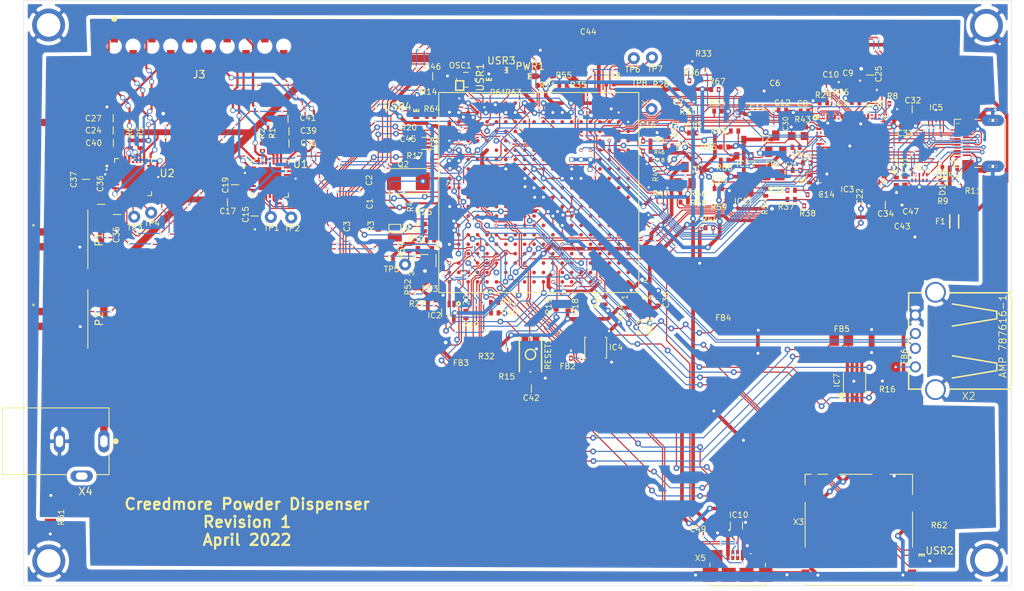
<source format=kicad_pcb>
(kicad_pcb (version 20171130) (host pcbnew "(5.1.10)-1")
  (layers (0 Top signal) (31 Bottom signal) (34 B.Paste user) (35 F.Paste user) (36 B.SilkS user) (37 F.SilkS user) (38 B.Mask user hide) (39 F.Mask user hide) (44 Edge.Cuts user))
  (net 0 "")
  (net 1 GND)
  (net 2 AGND)
  (net 3 VDD_3V3A)
  (net 4 VDD_1V8)
  (net 5 VDD_ADC)
  (net 6 USB_DC)
  (net 7 VDD_5V)
  (net 8 VDD_3V3B)
  (net 9 VDD_3V3AUX)
  (net 10 SYS_5V)
  (net 11 HDMI_1V8)
  (net 12 CGND)
  (net 13 "Net-(C3-Pad2)")
  (net 14 "Net-(C3-Pad1)")
  (net 15 "Net-(C4-Pad1)")
  (net 16 /XDMA_EVENT_INTRO)
  (net 17 /SYS_RESET#)
  (net 18 /USR3)
  (net 19 /USR2)
  (net 20 /USR1)
  (net 21 /I2C0_SCL)
  (net 22 /I2C0_SDA)
  (net 23 /PMIC_PGOOD)
  (net 24 /LDO_PGOOD)
  (net 25 /PMIC_NWAKEUP)
  (net 26 /PMIC_INT)
  (net 27 "Net-(IC1-PadC6)")
  (net 28 "Net-(IC1-PadC18)")
  (net 29 /SD.D2)
  (net 30 /SD.CMD)
  (net 31 /USB.CLIENT.D-)
  (net 32 /USB.HOST.D-)
  (net 33 /USB1_VBUS)
  (net 34 /SD.D3)
  (net 35 /SD.CLK)
  (net 36 /USB.CLIENT.D+)
  (net 37 "Net-(IC1-PadP17)")
  (net 38 /USB.HOST.D+)
  (net 39 /HDMICLK_DIS#)
  (net 40 /SD.D0)
  (net 41 /USB.CLIENT.ID)
  (net 42 /USB1_OC#)
  (net 43 /HDMI_INT)
  (net 44 /SD.CD)
  (net 45 /USB1_DRVVBUS)
  (net 46 /SD.D1)
  (net 47 "Net-(IC1-PadP15)")
  (net 48 /USR0)
  (net 49 /GPIO3_21)
  (net 50 /SPI1_SCLK)
  (net 51 /SPI1_D0)
  (net 52 "Net-(IC1-PadD13)")
  (net 53 "Net-(IC1-PadB12)")
  (net 54 /SPI1_CS0)
  (net 55 "Net-(IC1-PadC9)")
  (net 56 /MCU.LCD.EN)
  (net 57 /MCU.LCD.HS)
  (net 58 /LCD.D15.R4--R7)
  (net 59 /MCU.LCD.VS)
  (net 60 /MCU.LCD.CLK)
  (net 61 "Net-(IC1-PadB4)")
  (net 62 /LCD.D3.B3--B6)
  (net 63 /LCD.D7.G2--G4)
  (net 64 /LCD.D11.R0--R3)
  (net 65 /LCD.D14.R3--R6)
  (net 66 /LCD.D2.B2--B5)
  (net 67 /LCD.D6.G1--G3)
  (net 68 /LCD.D10.G5--G7)
  (net 69 /LCD.D13.R2--R5)
  (net 70 /VIN_BAT)
  (net 71 /LCD.D1.B1--B4)
  (net 72 /LCD.D5.G0--G2)
  (net 73 /LCD.D9.G4--G6)
  (net 74 /LCD.D12.R1--R4)
  (net 75 /LCD.D0.B0--B3)
  (net 76 /LCD.D4.B4--B7)
  (net 77 /LCD.D8.G3--G5)
  (net 78 /BAT_TEMP)
  (net 79 /BAT_VOLT)
  (net 80 /CLKOUT2)
  (net 81 /GPIO0_7)
  (net 82 /LCD.CLOCK)
  (net 83 /LCD.VSYNC)
  (net 84 /LCD.HSYNC)
  (net 85 /LCD.ENABLE)
  (net 86 /TX2+)
  (net 87 /TX2-)
  (net 88 /TX1+)
  (net 89 /TX1-)
  (net 90 /TX0+)
  (net 91 /TX0-)
  (net 92 /TXC+)
  (net 93 /TXC-)
  (net 94 /TEST)
  (net 95 /EXT_SWING)
  (net 96 /HPD)
  (net 97 /CEC)
  (net 98 /12MHZ)
  (net 99 "Net-(D1-PadA)")
  (net 100 "Net-(OSC1-Pad3)")
  (net 101 /12M_LOOP)
  (net 102 /DVI_5V)
  (net 103 "Net-(FB3-Pad2)")
  (net 104 "Net-(PWR1-PadK)")
  (net 105 "Net-(U1-Pad20)")
  (net 106 "Net-(U2-Pad20)")
  (net 107 "Net-(C1-Pad2)")
  (net 108 "Net-(C1-Pad1)")
  (net 109 "Net-(C2-Pad1)")
  (net 110 "Net-(C45-Pad1)")
  (net 111 "Net-(FB2-Pad1)")
  (net 112 "Net-(FB4-Pad1)")
  (net 113 "Net-(FB6-Pad2)")
  (net 114 /UART2_RXD)
  (net 115 /UART1_TXD)
  (net 116 /GPIO1_15)
  (net 117 /GPIO1_14)
  (net 118 /GPIO0_27)
  (net 119 /GPIO0_26)
  (net 120 /EHRPWM2B)
  (net 121 /EHRPWM2A)
  (net 122 /AIN1)
  (net 123 /TIMER4)
  (net 124 /TIMER6)
  (net 125 "Net-(IC3-Pad33)")
  (net 126 "Net-(IC3-Pad32)")
  (net 127 "Net-(IC9-Pad5)")
  (net 128 "Net-(IC11-Pad1)")
  (net 129 "Net-(IC11-Pad2)")
  (net 130 "Net-(IC12-Pad1)")
  (net 131 "Net-(IC12-Pad2)")
  (net 132 "Net-(R61-Pad1)")
  (net 133 "Net-(R62-Pad1)")
  (net 134 "Net-(R63-Pad1)")
  (net 135 "Net-(R64-Pad1)")
  (net 136 "Net-(TP1-PadP$1)")
  (net 137 "Net-(TP2-PadP$1)")
  (net 138 "Net-(TP3-PadP$1)")
  (net 139 "Net-(TP4-PadP$1)")
  (net 140 "Net-(C17-Pad2)")
  (net 141 "Net-(C19-Pad2)")
  (net 142 "Net-(C19-Pad1)")
  (net 143 "Net-(R2-Pad1)")
  (net 144 "Net-(R1-Pad1)")
  (net 145 "Net-(C15-Pad2)")
  (net 146 "Net-(C36-Pad2)")
  (net 147 "Net-(C37-Pad2)")
  (net 148 "Net-(C37-Pad1)")
  (net 149 "Net-(R6-Pad1)")
  (net 150 "Net-(R5-Pad1)")
  (net 151 "Net-(C35-Pad2)")
  (net 152 /M2A-)
  (net 153 /M2B-)
  (net 154 /M2B+)
  (net 155 /M2A+)
  (net 156 /M1A-)
  (net 157 /M1B-)
  (net 158 /M1B+)
  (net 159 /M1A+)
  (module PJ-102B:CUI_PJ-102B (layer Top) (at 55.118 98.6282 180)
    (fp_text reference X4 (at -4.02221 -6.77715) (layer F.SilkS) (effects (font (size 1.001795 1.001795))))
    (fp_text value PJ-102B)
    (pad 3 thru_hole oval (at -3.5 -4.7 180) (size 3.016 1.508) (drill oval 1.6 1) (layers *.Cu *.Mask))
    (pad 2 thru_hole oval (at -0.5 0 180) (size 1.508 3.016) (drill oval 1 1.6) (layers *.Cu *.Mask) (net 1 GND))
    (pad 1 thru_hole oval (at -6.5 0 180) (size 1.508 3.016) (drill oval 1 1.6) (layers *.Cu *.Mask) (net 7 VDD_5V))
  )
  (module TMC2208-LA-T:QFN50P500X500X90-29N (layer Top) (at 65.55 62.975)
    (fp_text reference U2 (at 4.6 -0.525) (layer F.SilkS))
    (fp_text value TMC2208-LA-T)
    (pad 29 smd rect (at 0 0) (size 3.1 3.1) (layers Top F.Mask))
    (pad 21 smd roundrect (at 2.375 -1.5) (size 0.96 0.27) (layers Top F.Paste F.Mask) (roundrect_rratio 0.03) (net 156 /M1A-))
    (pad 20 smd roundrect (at 2.375 -1) (size 0.96 0.27) (layers Top F.Paste F.Mask) (roundrect_rratio 0.03) (net 106 "Net-(U2-Pad20)"))
    (pad 19 smd roundrect (at 2.375 -0.5) (size 0.96 0.27) (layers Top F.Paste F.Mask) (roundrect_rratio 0.03) (net 123 /TIMER4))
    (pad 18 smd roundrect (at 2.375 0) (size 0.96 0.27) (layers Top F.Paste F.Mask) (roundrect_rratio 0.03) (net 1 GND))
    (pad 17 smd roundrect (at 2.375 0.5) (size 0.96 0.27) (layers Top F.Paste F.Mask) (roundrect_rratio 0.03))
    (pad 16 smd roundrect (at 2.375 1) (size 0.96 0.27) (layers Top F.Paste F.Mask) (roundrect_rratio 0.03) (net 121 /EHRPWM2A))
    (pad 15 smd roundrect (at 2.375 1.5) (size 0.96 0.27) (layers Top F.Paste F.Mask) (roundrect_rratio 0.03))
    (pad 7 smd roundrect (at -2.375 1.5) (size 0.96 0.27) (layers Top F.Paste F.Mask) (roundrect_rratio 0.03) (net 106 "Net-(U2-Pad20)"))
    (pad 6 smd roundrect (at -2.375 1) (size 0.96 0.27) (layers Top F.Paste F.Mask) (roundrect_rratio 0.03) (net 146 "Net-(C36-Pad2)"))
    (pad 5 smd roundrect (at -2.375 0.5) (size 0.96 0.27) (layers Top F.Paste F.Mask) (roundrect_rratio 0.03) (net 147 "Net-(C37-Pad2)"))
    (pad 4 smd roundrect (at -2.375 0) (size 0.96 0.27) (layers Top F.Paste F.Mask) (roundrect_rratio 0.03) (net 148 "Net-(C37-Pad1)"))
    (pad 3 smd roundrect (at -2.375 -0.5) (size 0.96 0.27) (layers Top F.Paste F.Mask) (roundrect_rratio 0.03) (net 1 GND))
    (pad 2 smd roundrect (at -2.375 -1) (size 0.96 0.27) (layers Top F.Paste F.Mask) (roundrect_rratio 0.03) (net 1 GND))
    (pad 1 smd roundrect (at -2.375 -1.5) (size 0.96 0.27) (layers Top F.Paste F.Mask) (roundrect_rratio 0.03) (net 157 /M1B-))
    (pad 28 smd roundrect (at -1.5 -2.375 90) (size 0.96 0.27) (layers Top F.Paste F.Mask) (roundrect_rratio 0.03) (net 7 VDD_5V))
    (pad 27 smd roundrect (at -1 -2.375 90) (size 0.96 0.27) (layers Top F.Paste F.Mask) (roundrect_rratio 0.03) (net 149 "Net-(R6-Pad1)"))
    (pad 26 smd roundrect (at -0.5 -2.375 90) (size 0.96 0.27) (layers Top F.Paste F.Mask) (roundrect_rratio 0.03) (net 158 /M1B+))
    (pad 25 smd roundrect (at 0 -2.375 90) (size 0.96 0.27) (layers Top F.Paste F.Mask) (roundrect_rratio 0.03) (net 106 "Net-(U2-Pad20)"))
    (pad 24 smd roundrect (at 0.5 -2.375 90) (size 0.96 0.27) (layers Top F.Paste F.Mask) (roundrect_rratio 0.03) (net 159 /M1A+))
    (pad 23 smd roundrect (at 1 -2.375 90) (size 0.96 0.27) (layers Top F.Paste F.Mask) (roundrect_rratio 0.03) (net 150 "Net-(R5-Pad1)"))
    (pad 22 smd roundrect (at 1.5 -2.375 90) (size 0.96 0.27) (layers Top F.Paste F.Mask) (roundrect_rratio 0.03) (net 7 VDD_5V))
    (pad 14 smd roundrect (at 1.5 2.375 90) (size 0.96 0.27) (layers Top F.Paste F.Mask) (roundrect_rratio 0.03))
    (pad 13 smd roundrect (at 1 2.375 90) (size 0.96 0.27) (layers Top F.Paste F.Mask) (roundrect_rratio 0.03))
    (pad 12 smd roundrect (at 0.5 2.375 90) (size 0.96 0.27) (layers Top F.Paste F.Mask) (roundrect_rratio 0.03) (net 139 "Net-(TP4-PadP$1)"))
    (pad 11 smd roundrect (at 0 2.375 90) (size 0.96 0.27) (layers Top F.Paste F.Mask) (roundrect_rratio 0.03) (net 138 "Net-(TP3-PadP$1)"))
    (pad 10 smd roundrect (at -0.5 2.375 90) (size 0.96 0.27) (layers Top F.Paste F.Mask) (roundrect_rratio 0.03) (net 118 /GPIO0_27))
    (pad 9 smd roundrect (at -1 2.375 90) (size 0.96 0.27) (layers Top F.Paste F.Mask) (roundrect_rratio 0.03) (net 116 /GPIO1_15))
    (pad 8 smd roundrect (at -1.5 2.375 90) (size 0.96 0.27) (layers Top F.Paste F.Mask) (roundrect_rratio 0.03) (net 151 "Net-(C35-Pad2)"))
  )
  (module TMC2208-LA-T:QFN50P500X500X90-29N (layer Top) (at 84.025 63.175)
    (fp_text reference U1 (at 4.125 -1.95) (layer F.SilkS))
    (fp_text value TMC2208-LA-T)
    (pad 29 smd rect (at 0 0) (size 3.1 3.1) (layers Top F.Mask))
    (pad 21 smd roundrect (at 2.375 -1.5) (size 0.96 0.27) (layers Top F.Paste F.Mask) (roundrect_rratio 0.03) (net 152 /M2A-))
    (pad 20 smd roundrect (at 2.375 -1) (size 0.96 0.27) (layers Top F.Paste F.Mask) (roundrect_rratio 0.03) (net 105 "Net-(U1-Pad20)"))
    (pad 19 smd roundrect (at 2.375 -0.5) (size 0.96 0.27) (layers Top F.Paste F.Mask) (roundrect_rratio 0.03) (net 124 /TIMER6))
    (pad 18 smd roundrect (at 2.375 0) (size 0.96 0.27) (layers Top F.Paste F.Mask) (roundrect_rratio 0.03) (net 1 GND))
    (pad 17 smd roundrect (at 2.375 0.5) (size 0.96 0.27) (layers Top F.Paste F.Mask) (roundrect_rratio 0.03))
    (pad 16 smd roundrect (at 2.375 1) (size 0.96 0.27) (layers Top F.Paste F.Mask) (roundrect_rratio 0.03) (net 120 /EHRPWM2B))
    (pad 15 smd roundrect (at 2.375 1.5) (size 0.96 0.27) (layers Top F.Paste F.Mask) (roundrect_rratio 0.03))
    (pad 7 smd roundrect (at -2.375 1.5) (size 0.96 0.27) (layers Top F.Paste F.Mask) (roundrect_rratio 0.03) (net 105 "Net-(U1-Pad20)"))
    (pad 6 smd roundrect (at -2.375 1) (size 0.96 0.27) (layers Top F.Paste F.Mask) (roundrect_rratio 0.03) (net 140 "Net-(C17-Pad2)"))
    (pad 5 smd roundrect (at -2.375 0.5) (size 0.96 0.27) (layers Top F.Paste F.Mask) (roundrect_rratio 0.03) (net 141 "Net-(C19-Pad2)"))
    (pad 4 smd roundrect (at -2.375 0) (size 0.96 0.27) (layers Top F.Paste F.Mask) (roundrect_rratio 0.03) (net 142 "Net-(C19-Pad1)"))
    (pad 3 smd roundrect (at -2.375 -0.5) (size 0.96 0.27) (layers Top F.Paste F.Mask) (roundrect_rratio 0.03) (net 1 GND))
    (pad 2 smd roundrect (at -2.375 -1) (size 0.96 0.27) (layers Top F.Paste F.Mask) (roundrect_rratio 0.03) (net 1 GND))
    (pad 1 smd roundrect (at -2.375 -1.5) (size 0.96 0.27) (layers Top F.Paste F.Mask) (roundrect_rratio 0.03) (net 153 /M2B-))
    (pad 28 smd roundrect (at -1.5 -2.375 90) (size 0.96 0.27) (layers Top F.Paste F.Mask) (roundrect_rratio 0.03) (net 7 VDD_5V))
    (pad 27 smd roundrect (at -1 -2.375 90) (size 0.96 0.27) (layers Top F.Paste F.Mask) (roundrect_rratio 0.03) (net 143 "Net-(R2-Pad1)"))
    (pad 26 smd roundrect (at -0.5 -2.375 90) (size 0.96 0.27) (layers Top F.Paste F.Mask) (roundrect_rratio 0.03) (net 154 /M2B+))
    (pad 25 smd roundrect (at 0 -2.375 90) (size 0.96 0.27) (layers Top F.Paste F.Mask) (roundrect_rratio 0.03) (net 105 "Net-(U1-Pad20)"))
    (pad 24 smd roundrect (at 0.5 -2.375 90) (size 0.96 0.27) (layers Top F.Paste F.Mask) (roundrect_rratio 0.03) (net 155 /M2A+))
    (pad 23 smd roundrect (at 1 -2.375 90) (size 0.96 0.27) (layers Top F.Paste F.Mask) (roundrect_rratio 0.03) (net 144 "Net-(R1-Pad1)"))
    (pad 22 smd roundrect (at 1.5 -2.375 90) (size 0.96 0.27) (layers Top F.Paste F.Mask) (roundrect_rratio 0.03) (net 7 VDD_5V))
    (pad 14 smd roundrect (at 1.5 2.375 90) (size 0.96 0.27) (layers Top F.Paste F.Mask) (roundrect_rratio 0.03))
    (pad 13 smd roundrect (at 1 2.375 90) (size 0.96 0.27) (layers Top F.Paste F.Mask) (roundrect_rratio 0.03))
    (pad 12 smd roundrect (at 0.5 2.375 90) (size 0.96 0.27) (layers Top F.Paste F.Mask) (roundrect_rratio 0.03) (net 137 "Net-(TP2-PadP$1)"))
    (pad 11 smd roundrect (at 0 2.375 90) (size 0.96 0.27) (layers Top F.Paste F.Mask) (roundrect_rratio 0.03) (net 136 "Net-(TP1-PadP$1)"))
    (pad 10 smd roundrect (at -0.5 2.375 90) (size 0.96 0.27) (layers Top F.Paste F.Mask) (roundrect_rratio 0.03) (net 117 /GPIO1_14))
    (pad 9 smd roundrect (at -1 2.375 90) (size 0.96 0.27) (layers Top F.Paste F.Mask) (roundrect_rratio 0.03) (net 119 /GPIO0_26))
    (pad 8 smd roundrect (at -1.5 2.375 90) (size 0.96 0.27) (layers Top F.Paste F.Mask) (roundrect_rratio 0.03) (net 145 "Net-(C15-Pad2)"))
  )
  (module "2 Pin Angle:JST_B2B-PH-SM4-TB" (layer Top) (at 54.7 82.125 270)
    (fp_text reference P2 (at 0 -6.275 90) (layer F.SilkS) (effects (font (size 1.000937 1.000937))))
    (fp_text value B2B-PH-SM4-TB)
    (pad P1 smd rect (at -3.4 -2.25 270) (size 1.6 3) (layers Top F.Paste F.Mask))
    (pad P2 smd rect (at 3.4 -2.25 270) (size 1.6 3) (layers Top F.Paste F.Mask))
    (pad 2 smd rect (at 1 0 270) (size 1 5.5) (layers Top F.Paste F.Mask) (net 1 GND))
    (pad 1 smd rect (at -1 0 270) (size 1 5.5) (layers Top F.Paste F.Mask) (net 115 /UART1_TXD))
  )
  (module "2 Pin Angle:JST_B2B-PH-SM4-TB" (layer Top) (at 54.7 71.375 270)
    (fp_text reference P1 (at 0 -6.25 90) (layer F.SilkS) (effects (font (size 1.000937 1.000937))))
    (fp_text value B2B-PH-SM4-TB)
    (pad P1 smd rect (at -3.4 -2.25 270) (size 1.6 3) (layers Top F.Paste F.Mask))
    (pad P2 smd rect (at 3.4 -2.25 270) (size 1.6 3) (layers Top F.Paste F.Mask))
    (pad 2 smd rect (at 1 0 270) (size 1 5.5) (layers Top F.Paste F.Mask) (net 1 GND))
    (pad 1 smd rect (at -1 0 270) (size 1 5.5) (layers Top F.Paste F.Mask) (net 114 /UART2_RXD))
  )
  (module BG125-10-A-1-1-0440-N-D:GCT_BG125-10-A-1-1-0440-N-D (layer Top) (at 74.45 45.3 180)
    (fp_text reference J3 (at -0.025 -3.825) (layer F.SilkS) (effects (font (size 1.001646 1.001646))))
    (fp_text value BG125-10-A-1-1-0440-N-D)
    (pad 2 smd rect (at 8.89 -1.605 270) (size 2.19 1.02) (layers Top F.Paste F.Mask) (net 156 /M1A-))
    (pad 4 smd rect (at 3.81 -1.605 270) (size 2.19 1.02) (layers Top F.Paste F.Mask) (net 157 /M1B-))
    (pad 6 smd rect (at -1.27 -1.605 270) (size 2.19 1.02) (layers Top F.Paste F.Mask) (net 152 /M2A-))
    (pad 8 smd rect (at -6.35 -1.605 270) (size 2.19 1.02) (layers Top F.Paste F.Mask) (net 153 /M2B-))
    (pad 10 smd rect (at -11.43 -1.605 270) (size 2.19 1.02) (layers Top F.Paste F.Mask) (net 122 /AIN1))
    (pad 9 smd rect (at -8.89 1.605 270) (size 2.19 1.02) (layers Top F.Paste F.Mask))
    (pad 7 smd rect (at -3.81 1.605 270) (size 2.19 1.02) (layers Top F.Paste F.Mask) (net 154 /M2B+))
    (pad 5 smd rect (at 1.27 1.605 270) (size 2.19 1.02) (layers Top F.Paste F.Mask) (net 155 /M2A+))
    (pad 3 smd rect (at 6.35 1.605 270) (size 2.19 1.02) (layers Top F.Paste F.Mask) (net 158 /M1B+))
    (pad 1 smd rect (at 11.43 1.605 270) (size 2.19 1.02) (layers Top F.Paste F.Mask) (net 159 /M1A+))
    (pad None np_thru_hole circle (at 11.43 0 180) (size 1.02 1.02) (drill 1.02) (layers *.Cu *.Mask))
    (pad None np_thru_hole circle (at 8.89 0 180) (size 1.02 1.02) (drill 1.02) (layers *.Cu *.Mask))
    (pad None np_thru_hole circle (at 6.35 0 180) (size 1.02 1.02) (drill 1.02) (layers *.Cu *.Mask))
    (pad None np_thru_hole circle (at 3.81 0 180) (size 1.02 1.02) (drill 1.02) (layers *.Cu *.Mask))
    (pad None np_thru_hole circle (at 1.27 0 180) (size 1.02 1.02) (drill 1.02) (layers *.Cu *.Mask))
    (pad None np_thru_hole circle (at -11.43 0 180) (size 1.02 1.02) (drill 1.02) (layers *.Cu *.Mask))
    (pad None np_thru_hole circle (at -8.89 0 180) (size 1.02 1.02) (drill 1.02) (layers *.Cu *.Mask))
    (pad None np_thru_hole circle (at -6.35 0 180) (size 1.02 1.02) (drill 1.02) (layers *.Cu *.Mask))
    (pad None np_thru_hole circle (at -3.81 0 180) (size 1.02 1.02) (drill 1.02) (layers *.Cu *.Mask))
    (pad None np_thru_hole circle (at -1.27 0 180) (size 1.02 1.02) (drill 1.02) (layers *.Cu *.Mask))
  )
  (module BeagleBone_Black_Wireless:R0402 (layer Top) (at 65.175 58.525 90)
    (fp_text reference R6 (at 0.8 0.35 90) (layer F.SilkS) (effects (font (size 0.77216 0.77216) (thickness 0.115824)) (justify left bottom)))
    (fp_text value .11)
    (pad 2 smd rect (at 0.5 0 90) (size 0.5 0.7) (layers Top F.Paste F.Mask) (net 1 GND))
    (pad 1 smd rect (at -0.5 0 90) (size 0.5 0.7) (layers Top F.Paste F.Mask) (net 149 "Net-(R6-Pad1)"))
  )
  (module BeagleBone_Black_Wireless:R0402 (layer Top) (at 66.5 58.55 90)
    (fp_text reference R5 (at 0.85 0.475 90) (layer F.SilkS) (effects (font (size 0.77216 0.77216) (thickness 0.115824)) (justify left bottom)))
    (fp_text value .11)
    (pad 2 smd rect (at 0.5 0 90) (size 0.5 0.7) (layers Top F.Paste F.Mask) (net 1 GND))
    (pad 1 smd rect (at -0.5 0 90) (size 0.5 0.7) (layers Top F.Paste F.Mask) (net 150 "Net-(R5-Pad1)"))
  )
  (module BeagleBone_Black_Wireless:R0402 (layer Top) (at 83.025 58.925 90)
    (fp_text reference R2 (at 1.025 0.35 90) (layer F.SilkS) (effects (font (size 0.77216 0.77216) (thickness 0.115824)) (justify left bottom)))
    (fp_text value .11)
    (pad 2 smd rect (at 0.5 0 90) (size 0.5 0.7) (layers Top F.Paste F.Mask) (net 1 GND))
    (pad 1 smd rect (at -0.5 0 90) (size 0.5 0.7) (layers Top F.Paste F.Mask) (net 143 "Net-(R2-Pad1)"))
  )
  (module BeagleBone_Black_Wireless:R0402 (layer Top) (at 84.4 58.8 90)
    (fp_text reference R1 (at 0.925 0.4 90) (layer F.SilkS) (effects (font (size 0.77216 0.77216) (thickness 0.115824)) (justify left bottom)))
    (fp_text value .11)
    (pad 2 smd rect (at 0.5 0 90) (size 0.5 0.7) (layers Top F.Paste F.Mask) (net 1 GND))
    (pad 1 smd rect (at -0.5 0 90) (size 0.5 0.7) (layers Top F.Paste F.Mask) (net 144 "Net-(R1-Pad1)"))
  )
  (module BeagleBone_Black_Wireless:C0603K (layer Top) (at 86.475 55.1 180)
    (fp_text reference C41 (at -3.875 -0.325) (layer F.SilkS) (effects (font (size 0.77216 0.77216) (thickness 0.115824)) (justify right bottom)))
    (fp_text value 100uF)
    (pad 2 smd rect (at 0.875 0 180) (size 1.05 1.08) (layers Top F.Paste F.Mask) (net 7 VDD_5V))
    (pad 1 smd rect (at -0.875 0 180) (size 1.05 1.08) (layers Top F.Paste F.Mask) (net 1 GND))
  )
  (module BeagleBone_Black_Wireless:C0603K (layer Top) (at 62.9 58.375)
    (fp_text reference C40 (at -3.85 0.45) (layer F.SilkS) (effects (font (size 0.77216 0.77216) (thickness 0.115824)) (justify left bottom)))
    (fp_text value 100nF)
    (pad 2 smd rect (at 0.875 0) (size 1.05 1.08) (layers Top F.Paste F.Mask) (net 7 VDD_5V))
    (pad 1 smd rect (at -0.875 0) (size 1.05 1.08) (layers Top F.Paste F.Mask) (net 1 GND))
  )
  (module BeagleBone_Black_Wireless:C0603K (layer Top) (at 86.6 56.8 180)
    (fp_text reference C39 (at -3.825 -0.375) (layer F.SilkS) (effects (font (size 0.77216 0.77216) (thickness 0.115824)) (justify right bottom)))
    (fp_text value 100nF)
    (pad 2 smd rect (at 0.875 0 180) (size 1.05 1.08) (layers Top F.Paste F.Mask) (net 7 VDD_5V))
    (pad 1 smd rect (at -0.875 0 180) (size 1.05 1.08) (layers Top F.Paste F.Mask) (net 1 GND))
  )
  (module BeagleBone_Black_Wireless:C0603K (layer Top) (at 59.2 63.275 270)
    (fp_text reference C37 (at -1.1556 1.2042 90) (layer F.SilkS) (effects (font (size 0.77216 0.77216) (thickness 0.115824)) (justify right bottom)))
    (fp_text value 22nF)
    (pad 2 smd rect (at 0.875 0 270) (size 1.05 1.08) (layers Top F.Paste F.Mask) (net 147 "Net-(C37-Pad2)"))
    (pad 1 smd rect (at -0.875 0 270) (size 1.05 1.08) (layers Top F.Paste F.Mask) (net 148 "Net-(C37-Pad1)"))
  )
  (module BeagleBone_Black_Wireless:C0603K (layer Top) (at 61.25 66.65 90)
    (fp_text reference C36 (at 1.6 0.325 90) (layer F.SilkS) (effects (font (size 0.77216 0.77216) (thickness 0.115824)) (justify left bottom)))
    (fp_text value 100nF)
    (pad 2 smd rect (at 0.875 0 90) (size 1.05 1.08) (layers Top F.Paste F.Mask) (net 146 "Net-(C36-Pad2)"))
    (pad 1 smd rect (at -0.875 0 90) (size 1.05 1.08) (layers Top F.Paste F.Mask) (net 7 VDD_5V))
  )
  (module BeagleBone_Black_Wireless:C0603K (layer Top) (at 63.4 68.025 90)
    (fp_text reference C35 (at -3.925 0.35 90) (layer F.SilkS) (effects (font (size 0.77216 0.77216) (thickness 0.115824)) (justify left bottom)))
    (fp_text value 10uF)
    (pad 2 smd rect (at 0.875 0 90) (size 1.05 1.08) (layers Top F.Paste F.Mask) (net 151 "Net-(C35-Pad2)"))
    (pad 1 smd rect (at -0.875 0 90) (size 1.05 1.08) (layers Top F.Paste F.Mask) (net 1 GND))
  )
  (module BeagleBone_Black_Wireless:C0603K (layer Top) (at 62.875 55.025)
    (fp_text reference C27 (at -3.875 0.475) (layer F.SilkS) (effects (font (size 0.77216 0.77216) (thickness 0.115824)) (justify left bottom)))
    (fp_text value 100uF)
    (pad 2 smd rect (at 0.875 0) (size 1.05 1.08) (layers Top F.Paste F.Mask) (net 7 VDD_5V))
    (pad 1 smd rect (at -0.875 0) (size 1.05 1.08) (layers Top F.Paste F.Mask) (net 1 GND))
  )
  (module BeagleBone_Black_Wireless:C0603K (layer Top) (at 62.875 56.675)
    (fp_text reference C24 (at -3.875 0.45) (layer F.SilkS) (effects (font (size 0.77216 0.77216) (thickness 0.115824)) (justify left bottom)))
    (fp_text value 100nF)
    (pad 2 smd rect (at 0.875 0) (size 1.05 1.08) (layers Top F.Paste F.Mask) (net 7 VDD_5V))
    (pad 1 smd rect (at -0.875 0) (size 1.05 1.08) (layers Top F.Paste F.Mask) (net 1 GND))
  )
  (module BeagleBone_Black_Wireless:C0603K (layer Top) (at 86.6 58.4 180)
    (fp_text reference C21 (at -3.85 -0.425) (layer F.SilkS) (effects (font (size 0.77216 0.77216) (thickness 0.115824)) (justify right bottom)))
    (fp_text value 100nF)
    (pad 2 smd rect (at 0.875 0 180) (size 1.05 1.08) (layers Top F.Paste F.Mask) (net 7 VDD_5V))
    (pad 1 smd rect (at -0.875 0 180) (size 1.05 1.08) (layers Top F.Paste F.Mask) (net 1 GND))
  )
  (module BeagleBone_Black_Wireless:C0603K (layer Top) (at 78.3 66.375)
    (fp_text reference C17 (at -1.1556 1.65) (layer F.SilkS) (effects (font (size 0.77216 0.77216) (thickness 0.115824)) (justify left bottom)))
    (fp_text value 100nF)
    (pad 2 smd rect (at 0.875 0) (size 1.05 1.08) (layers Top F.Paste F.Mask) (net 140 "Net-(C17-Pad2)"))
    (pad 1 smd rect (at -0.875 0) (size 1.05 1.08) (layers Top F.Paste F.Mask) (net 7 VDD_5V))
  )
  (module BeagleBone_Black_Wireless:C0603K (layer Top) (at 81.975 68.225 90)
    (fp_text reference C15 (at -1 -0.775 90) (layer F.SilkS) (effects (font (size 0.77216 0.77216) (thickness 0.115824)) (justify left bottom)))
    (fp_text value 10uF)
    (pad 2 smd rect (at 0.875 0 90) (size 1.05 1.08) (layers Top F.Paste F.Mask) (net 145 "Net-(C15-Pad2)"))
    (pad 1 smd rect (at -0.875 0 90) (size 1.05 1.08) (layers Top F.Paste F.Mask) (net 1 GND))
  )
  (module BeagleBone_Black_Wireless:C0603K (layer Top) (at 79.325 64 270)
    (fp_text reference C19 (at -1.15 0.85 90) (layer F.SilkS) (effects (font (size 0.77216 0.77216) (thickness 0.115824)) (justify right bottom)))
    (fp_text value 22nF)
    (pad 2 smd rect (at 0.875 0 270) (size 1.05 1.08) (layers Top F.Paste F.Mask) (net 141 "Net-(C19-Pad2)"))
    (pad 1 smd rect (at -0.875 0 270) (size 1.05 1.08) (layers Top F.Paste F.Mask) (net 142 "Net-(C19-Pad1)"))
  )
  (module BeagleBone_Black_Wireless:TESTPAD_W_HOLE_1X1 (layer Top) (at 86.9 68.425)
    (fp_text reference TP2 (at -0.975 1.9) (layer F.SilkS) (effects (font (size 0.77216 0.77216) (thickness 0.115824)) (justify left bottom)))
    (fp_text value TESTPAD_W_HOLE_1X1)
    (pad P$1 thru_hole circle (at 0 0) (size 1.6256 1.6256) (drill 0.8128) (layers *.Cu *.Mask) (net 137 "Net-(TP2-PadP$1)"))
  )
  (module BeagleBone_Black_Wireless:TESTPAD_W_HOLE_1X1 (layer Top) (at 84.15 68.35)
    (fp_text reference TP1 (at -1 1.925) (layer F.SilkS) (effects (font (size 0.77216 0.77216) (thickness 0.115824)) (justify left bottom)))
    (fp_text value TESTPAD_W_HOLE_1X1)
    (pad P$1 thru_hole circle (at 0 0) (size 1.6256 1.6256) (drill 0.8128) (layers *.Cu *.Mask) (net 136 "Net-(TP1-PadP$1)"))
  )
  (module BeagleBone_Black_Wireless:TESTPAD_W_HOLE_1X1 (layer Top) (at 65.7 68.325)
    (fp_text reference TP3 (at -1.025 1.9) (layer F.SilkS) (effects (font (size 0.77216 0.77216) (thickness 0.115824)) (justify left bottom)))
    (fp_text value TESTPAD_W_HOLE_1X1)
    (pad P$1 thru_hole circle (at 0 0) (size 1.6256 1.6256) (drill 0.8128) (layers *.Cu *.Mask) (net 138 "Net-(TP3-PadP$1)"))
  )
  (module BeagleBone_Black_Wireless:TESTPAD_W_HOLE_1X1 (layer Top) (at 68 67.775)
    (fp_text reference TP4 (at -1 1.875) (layer F.SilkS) (effects (font (size 0.77216 0.77216) (thickness 0.115824)) (justify left bottom)))
    (fp_text value TESTPAD_W_HOLE_1X1)
    (pad P$1 thru_hole circle (at 0 0) (size 1.6256 1.6256) (drill 0.8128) (layers *.Cu *.Mask) (net 139 "Net-(TP4-PadP$1)"))
  )
  (module BeagleBone_Black_Wireless:OSD3358 (layer Top) (at 120.3198 65.0494 90)
    (fp_text reference IC1 hide)
    (fp_text value OSD3358 hide)
    (fp_text user 20 (at -13.7256 -9.7698 90) (layer F.SilkS) (effects (font (size 0.77216 0.77216) (thickness 0.097536)) (justify right)))
    (fp_text user 1 (at -13.7006 11.6052 90) (layer F.SilkS) (effects (font (size 0.77216 0.77216) (thickness 0.097536)) (justify right)))
    (fp_text user Y (at 12.1285 13.8905 90) (layer F.SilkS) (effects (font (size 0.77216 0.77216) (thickness 0.097536)) (justify top)))
    (fp_text user A (at -12.0015 13.8905 90) (layer F.SilkS) (effects (font (size 0.77216 0.77216) (thickness 0.097536)) (justify top)))
    (pad A20 smd roundrect (at -12.065 -12.065 90) (size 0.5 0.5) (layers Top F.Paste F.Mask) (roundrect_rratio 0.5) (net 23 /PMIC_PGOOD))
    (pad B20 smd roundrect (at -10.795 -12.065 90) (size 0.5 0.5) (layers Top F.Paste F.Mask) (roundrect_rratio 0.5) (net 24 /LDO_PGOOD))
    (pad C20 smd roundrect (at -9.525 -12.065 90) (size 0.5 0.5) (layers Top F.Paste F.Mask) (roundrect_rratio 0.5) (net 21 /I2C0_SCL))
    (pad D20 smd roundrect (at -8.255 -12.065 90) (size 0.5 0.5) (layers Top F.Paste F.Mask) (roundrect_rratio 0.5))
    (pad E20 smd roundrect (at -6.985 -12.065 90) (size 0.5 0.5) (layers Top F.Paste F.Mask) (roundrect_rratio 0.5) (net 1 GND))
    (pad F20 smd roundrect (at -5.715 -12.065 90) (size 0.5 0.5) (layers Top F.Paste F.Mask) (roundrect_rratio 0.5) (net 15 "Net-(C4-Pad1)"))
    (pad G20 smd roundrect (at -4.445 -12.065 90) (size 0.5 0.5) (layers Top F.Paste F.Mask) (roundrect_rratio 0.5) (net 13 "Net-(C3-Pad2)"))
    (pad H20 smd roundrect (at -3.175 -12.065 90) (size 0.5 0.5) (layers Top F.Paste F.Mask) (roundrect_rratio 0.5) (net 14 "Net-(C3-Pad1)"))
    (pad J20 smd roundrect (at -1.905 -12.065 90) (size 0.5 0.5) (layers Top F.Paste F.Mask) (roundrect_rratio 0.5) (net 1 GND))
    (pad K20 smd roundrect (at -0.635 -12.065 90) (size 0.5 0.5) (layers Top F.Paste F.Mask) (roundrect_rratio 0.5) (net 109 "Net-(C2-Pad1)"))
    (pad L20 smd roundrect (at 0.635 -12.065 90) (size 0.5 0.5) (layers Top F.Paste F.Mask) (roundrect_rratio 0.5) (net 107 "Net-(C1-Pad2)"))
    (pad M20 smd roundrect (at 1.905 -12.065 90) (size 0.5 0.5) (layers Top F.Paste F.Mask) (roundrect_rratio 0.5) (net 108 "Net-(C1-Pad1)"))
    (pad N20 smd roundrect (at 3.175 -12.065 90) (size 0.5 0.5) (layers Top F.Paste F.Mask) (roundrect_rratio 0.5) (net 1 GND))
    (pad P20 smd roundrect (at 4.445 -12.065 90) (size 0.5 0.5) (layers Top F.Paste F.Mask) (roundrect_rratio 0.5) (net 1 GND))
    (pad R20 smd roundrect (at 5.715 -12.065 90) (size 0.5 0.5) (layers Top F.Paste F.Mask) (roundrect_rratio 0.5) (net 1 GND))
    (pad T20 smd roundrect (at 6.985 -12.065 90) (size 0.5 0.5) (layers Top F.Paste F.Mask) (roundrect_rratio 0.5) (net 1 GND))
    (pad U20 smd roundrect (at 8.255 -12.065 90) (size 0.5 0.5) (layers Top F.Paste F.Mask) (roundrect_rratio 0.5) (net 8 VDD_3V3B))
    (pad V20 smd roundrect (at 9.525 -12.065 90) (size 0.5 0.5) (layers Top F.Paste F.Mask) (roundrect_rratio 0.5) (net 8 VDD_3V3B))
    (pad W20 smd roundrect (at 10.795 -12.065 90) (size 0.5 0.5) (layers Top F.Paste F.Mask) (roundrect_rratio 0.5) (net 1 GND))
    (pad Y20 smd roundrect (at 12.065 -12.065 90) (size 0.5 0.5) (layers Top F.Paste F.Mask) (roundrect_rratio 0.5))
    (pad A19 smd roundrect (at -12.065 -10.795 90) (size 0.5 0.5) (layers Top F.Paste F.Mask) (roundrect_rratio 0.5) (net 25 /PMIC_NWAKEUP))
    (pad B19 smd roundrect (at -10.795 -10.795 90) (size 0.5 0.5) (layers Top F.Paste F.Mask) (roundrect_rratio 0.5) (net 26 /PMIC_INT))
    (pad C19 smd roundrect (at -9.525 -10.795 90) (size 0.5 0.5) (layers Top F.Paste F.Mask) (roundrect_rratio 0.5) (net 22 /I2C0_SDA))
    (pad D19 smd roundrect (at -8.255 -10.795 90) (size 0.5 0.5) (layers Top F.Paste F.Mask) (roundrect_rratio 0.5) (net 27 "Net-(IC1-PadC6)"))
    (pad E19 smd roundrect (at -6.985 -10.795 90) (size 0.5 0.5) (layers Top F.Paste F.Mask) (roundrect_rratio 0.5) (net 1 GND))
    (pad F19 smd roundrect (at -5.715 -10.795 90) (size 0.5 0.5) (layers Top F.Paste F.Mask) (roundrect_rratio 0.5) (net 1 GND))
    (pad G19 smd roundrect (at -4.445 -10.795 90) (size 0.5 0.5) (layers Top F.Paste F.Mask) (roundrect_rratio 0.5) (net 1 GND))
    (pad H19 smd roundrect (at -3.175 -10.795 90) (size 0.5 0.5) (layers Top F.Paste F.Mask) (roundrect_rratio 0.5) (net 1 GND))
    (pad J19 smd roundrect (at -1.905 -10.795 90) (size 0.5 0.5) (layers Top F.Paste F.Mask) (roundrect_rratio 0.5) (net 1 GND))
    (pad K19 smd roundrect (at -0.635 -10.795 90) (size 0.5 0.5) (layers Top F.Paste F.Mask) (roundrect_rratio 0.5) (net 1 GND))
    (pad L19 smd roundrect (at 0.635 -10.795 90) (size 0.5 0.5) (layers Top F.Paste F.Mask) (roundrect_rratio 0.5) (net 1 GND))
    (pad M19 smd roundrect (at 1.905 -10.795 90) (size 0.5 0.5) (layers Top F.Paste F.Mask) (roundrect_rratio 0.5) (net 1 GND))
    (pad N19 smd roundrect (at 3.175 -10.795 90) (size 0.5 0.5) (layers Top F.Paste F.Mask) (roundrect_rratio 0.5) (net 1 GND))
    (pad P19 smd roundrect (at 4.445 -10.795 90) (size 0.5 0.5) (layers Top F.Paste F.Mask) (roundrect_rratio 0.5) (net 1 GND))
    (pad R19 smd roundrect (at 5.715 -10.795 90) (size 0.5 0.5) (layers Top F.Paste F.Mask) (roundrect_rratio 0.5) (net 1 GND))
    (pad T19 smd roundrect (at 6.985 -10.795 90) (size 0.5 0.5) (layers Top F.Paste F.Mask) (roundrect_rratio 0.5) (net 1 GND))
    (pad U19 smd roundrect (at 8.255 -10.795 90) (size 0.5 0.5) (layers Top F.Paste F.Mask) (roundrect_rratio 0.5) (net 1 GND))
    (pad V19 smd roundrect (at 9.525 -10.795 90) (size 0.5 0.5) (layers Top F.Paste F.Mask) (roundrect_rratio 0.5) (net 1 GND))
    (pad W19 smd roundrect (at 10.795 -10.795 90) (size 0.5 0.5) (layers Top F.Paste F.Mask) (roundrect_rratio 0.5) (net 1 GND))
    (pad Y19 smd roundrect (at 12.065 -10.795 90) (size 0.5 0.5) (layers Top F.Paste F.Mask) (roundrect_rratio 0.5))
    (pad A18 smd roundrect (at -12.065 -9.525 90) (size 0.5 0.5) (layers Top F.Paste F.Mask) (roundrect_rratio 0.5) (net 1 GND))
    (pad B18 smd roundrect (at -10.795 -9.525 90) (size 0.5 0.5) (layers Top F.Paste F.Mask) (roundrect_rratio 0.5) (net 26 /PMIC_INT))
    (pad C18 smd roundrect (at -9.525 -9.525 90) (size 0.5 0.5) (layers Top F.Paste F.Mask) (roundrect_rratio 0.5) (net 28 "Net-(IC1-PadC18)"))
    (pad D18 smd roundrect (at -8.255 -9.525 90) (size 0.5 0.5) (layers Top F.Paste F.Mask) (roundrect_rratio 0.5))
    (pad E18 smd roundrect (at -6.985 -9.525 90) (size 0.5 0.5) (layers Top F.Paste F.Mask) (roundrect_rratio 0.5))
    (pad F18 smd roundrect (at -5.715 -9.525 90) (size 0.5 0.5) (layers Top F.Paste F.Mask) (roundrect_rratio 0.5) (net 29 /SD.D2))
    (pad G18 smd roundrect (at -4.445 -9.525 90) (size 0.5 0.5) (layers Top F.Paste F.Mask) (roundrect_rratio 0.5) (net 30 /SD.CMD))
    (pad H18 smd roundrect (at -3.175 -9.525 90) (size 0.5 0.5) (layers Top F.Paste F.Mask) (roundrect_rratio 0.5))
    (pad J18 smd roundrect (at -1.905 -9.525 90) (size 0.5 0.5) (layers Top F.Paste F.Mask) (roundrect_rratio 0.5))
    (pad K18 smd roundrect (at -0.635 -9.525 90) (size 0.5 0.5) (layers Top F.Paste F.Mask) (roundrect_rratio 0.5))
    (pad L18 smd roundrect (at 0.635 -9.525 90) (size 0.5 0.5) (layers Top F.Paste F.Mask) (roundrect_rratio 0.5))
    (pad M18 smd roundrect (at 1.905 -9.525 90) (size 0.5 0.5) (layers Top F.Paste F.Mask) (roundrect_rratio 0.5))
    (pad N18 smd roundrect (at 3.175 -9.525 90) (size 0.5 0.5) (layers Top F.Paste F.Mask) (roundrect_rratio 0.5) (net 31 /USB.CLIENT.D-))
    (pad P18 smd roundrect (at 4.445 -9.525 90) (size 0.5 0.5) (layers Top F.Paste F.Mask) (roundrect_rratio 0.5))
    (pad R18 smd roundrect (at 5.715 -9.525 90) (size 0.5 0.5) (layers Top F.Paste F.Mask) (roundrect_rratio 0.5) (net 32 /USB.HOST.D-))
    (pad T18 smd roundrect (at 6.985 -9.525 90) (size 0.5 0.5) (layers Top F.Paste F.Mask) (roundrect_rratio 0.5) (net 33 /USB1_VBUS))
    (pad U18 smd roundrect (at 8.255 -9.525 90) (size 0.5 0.5) (layers Top F.Paste F.Mask) (roundrect_rratio 0.5))
    (pad V18 smd roundrect (at 9.525 -9.525 90) (size 0.5 0.5) (layers Top F.Paste F.Mask) (roundrect_rratio 0.5) (net 1 GND))
    (pad W18 smd roundrect (at 10.795 -9.525 90) (size 0.5 0.5) (layers Top F.Paste F.Mask) (roundrect_rratio 0.5) (net 1 GND))
    (pad Y18 smd roundrect (at 12.065 -9.525 90) (size 0.5 0.5) (layers Top F.Paste F.Mask) (roundrect_rratio 0.5) (net 1 GND))
    (pad A17 smd roundrect (at -12.065 -8.255 90) (size 0.5 0.5) (layers Top F.Paste F.Mask) (roundrect_rratio 0.5) (net 114 /UART2_RXD))
    (pad B17 smd roundrect (at -10.795 -8.255 90) (size 0.5 0.5) (layers Top F.Paste F.Mask) (roundrect_rratio 0.5))
    (pad C17 smd roundrect (at -9.525 -8.255 90) (size 0.5 0.5) (layers Top F.Paste F.Mask) (roundrect_rratio 0.5) (net 22 /I2C0_SDA))
    (pad D17 smd roundrect (at -8.255 -8.255 90) (size 0.5 0.5) (layers Top F.Paste F.Mask) (roundrect_rratio 0.5))
    (pad E17 smd roundrect (at -6.985 -8.255 90) (size 0.5 0.5) (layers Top F.Paste F.Mask) (roundrect_rratio 0.5))
    (pad F17 smd roundrect (at -5.715 -8.255 90) (size 0.5 0.5) (layers Top F.Paste F.Mask) (roundrect_rratio 0.5) (net 34 /SD.D3))
    (pad G17 smd roundrect (at -4.445 -8.255 90) (size 0.5 0.5) (layers Top F.Paste F.Mask) (roundrect_rratio 0.5) (net 35 /SD.CLK))
    (pad H17 smd roundrect (at -3.175 -8.255 90) (size 0.5 0.5) (layers Top F.Paste F.Mask) (roundrect_rratio 0.5))
    (pad J17 smd roundrect (at -1.905 -8.255 90) (size 0.5 0.5) (layers Top F.Paste F.Mask) (roundrect_rratio 0.5))
    (pad K17 smd roundrect (at -0.635 -8.255 90) (size 0.5 0.5) (layers Top F.Paste F.Mask) (roundrect_rratio 0.5))
    (pad L17 smd roundrect (at 0.635 -8.255 90) (size 0.5 0.5) (layers Top F.Paste F.Mask) (roundrect_rratio 0.5))
    (pad M17 smd roundrect (at 1.905 -8.255 90) (size 0.5 0.5) (layers Top F.Paste F.Mask) (roundrect_rratio 0.5))
    (pad N17 smd roundrect (at 3.175 -8.255 90) (size 0.5 0.5) (layers Top F.Paste F.Mask) (roundrect_rratio 0.5) (net 36 /USB.CLIENT.D+))
    (pad P17 smd roundrect (at 4.445 -8.255 90) (size 0.5 0.5) (layers Top F.Paste F.Mask) (roundrect_rratio 0.5) (net 37 "Net-(IC1-PadP17)"))
    (pad R17 smd roundrect (at 5.715 -8.255 90) (size 0.5 0.5) (layers Top F.Paste F.Mask) (roundrect_rratio 0.5) (net 38 /USB.HOST.D+))
    (pad T17 smd roundrect (at 6.985 -8.255 90) (size 0.5 0.5) (layers Top F.Paste F.Mask) (roundrect_rratio 0.5))
    (pad U17 smd roundrect (at 8.255 -8.255 90) (size 0.5 0.5) (layers Top F.Paste F.Mask) (roundrect_rratio 0.5))
    (pad V17 smd roundrect (at 9.525 -8.255 90) (size 0.5 0.5) (layers Top F.Paste F.Mask) (roundrect_rratio 0.5) (net 39 /HDMICLK_DIS#))
    (pad W17 smd roundrect (at 10.795 -8.255 90) (size 0.5 0.5) (layers Top F.Paste F.Mask) (roundrect_rratio 0.5) (net 1 GND))
    (pad Y17 smd roundrect (at 12.065 -8.255 90) (size 0.5 0.5) (layers Top F.Paste F.Mask) (roundrect_rratio 0.5))
    (pad A16 smd roundrect (at -12.065 -6.985 90) (size 0.5 0.5) (layers Top F.Paste F.Mask) (roundrect_rratio 0.5))
    (pad B16 smd roundrect (at -10.795 -6.985 90) (size 0.5 0.5) (layers Top F.Paste F.Mask) (roundrect_rratio 0.5))
    (pad C16 smd roundrect (at -9.525 -6.985 90) (size 0.5 0.5) (layers Top F.Paste F.Mask) (roundrect_rratio 0.5) (net 21 /I2C0_SCL))
    (pad D16 smd roundrect (at -8.255 -6.985 90) (size 0.5 0.5) (layers Top F.Paste F.Mask) (roundrect_rratio 0.5))
    (pad E16 smd roundrect (at -6.985 -6.985 90) (size 0.5 0.5) (layers Top F.Paste F.Mask) (roundrect_rratio 0.5))
    (pad F16 smd roundrect (at -5.715 -6.985 90) (size 0.5 0.5) (layers Top F.Paste F.Mask) (roundrect_rratio 0.5))
    (pad G16 smd roundrect (at -4.445 -6.985 90) (size 0.5 0.5) (layers Top F.Paste F.Mask) (roundrect_rratio 0.5) (net 40 /SD.D0))
    (pad H16 smd roundrect (at -3.175 -6.985 90) (size 0.5 0.5) (layers Top F.Paste F.Mask) (roundrect_rratio 0.5))
    (pad J16 smd roundrect (at -1.905 -6.985 90) (size 0.5 0.5) (layers Top F.Paste F.Mask) (roundrect_rratio 0.5))
    (pad K16 smd roundrect (at -0.635 -6.985 90) (size 0.5 0.5) (layers Top F.Paste F.Mask) (roundrect_rratio 0.5))
    (pad L16 smd roundrect (at 0.635 -6.985 90) (size 0.5 0.5) (layers Top F.Paste F.Mask) (roundrect_rratio 0.5))
    (pad M16 smd roundrect (at 1.905 -6.985 90) (size 0.5 0.5) (layers Top F.Paste F.Mask) (roundrect_rratio 0.5))
    (pad N16 smd roundrect (at 3.175 -6.985 90) (size 0.5 0.5) (layers Top F.Paste F.Mask) (roundrect_rratio 0.5) (net 4 VDD_1V8))
    (pad P16 smd roundrect (at 4.445 -6.985 90) (size 0.5 0.5) (layers Top F.Paste F.Mask) (roundrect_rratio 0.5) (net 41 /USB.CLIENT.ID))
    (pad R16 smd roundrect (at 5.715 -6.985 90) (size 0.5 0.5) (layers Top F.Paste F.Mask) (roundrect_rratio 0.5) (net 4 VDD_1V8))
    (pad T16 smd roundrect (at 6.985 -6.985 90) (size 0.5 0.5) (layers Top F.Paste F.Mask) (roundrect_rratio 0.5) (net 42 /USB1_OC#))
    (pad U16 smd roundrect (at 8.255 -6.985 90) (size 0.5 0.5) (layers Top F.Paste F.Mask) (roundrect_rratio 0.5) (net 43 /HDMI_INT))
    (pad V16 smd roundrect (at 9.525 -6.985 90) (size 0.5 0.5) (layers Top F.Paste F.Mask) (roundrect_rratio 0.5) (net 18 /USR3))
    (pad W16 smd roundrect (at 10.795 -6.985 90) (size 0.5 0.5) (layers Top F.Paste F.Mask) (roundrect_rratio 0.5) (net 1 GND))
    (pad Y16 smd roundrect (at 12.065 -6.985 90) (size 0.5 0.5) (layers Top F.Paste F.Mask) (roundrect_rratio 0.5))
    (pad A15 smd roundrect (at -12.065 -5.715 90) (size 0.5 0.5) (layers Top F.Paste F.Mask) (roundrect_rratio 0.5) (net 111 "Net-(FB2-Pad1)"))
    (pad B15 smd roundrect (at -10.795 -5.715 90) (size 0.5 0.5) (layers Top F.Paste F.Mask) (roundrect_rratio 0.5) (net 23 /PMIC_PGOOD))
    (pad C15 smd roundrect (at -9.525 -5.715 90) (size 0.5 0.5) (layers Top F.Paste F.Mask) (roundrect_rratio 0.5) (net 44 /SD.CD))
    (pad D15 smd roundrect (at -8.255 -5.715 90) (size 0.5 0.5) (layers Top F.Paste F.Mask) (roundrect_rratio 0.5) (net 115 /UART1_TXD))
    (pad E15 smd roundrect (at -6.985 -5.715 90) (size 0.5 0.5) (layers Top F.Paste F.Mask) (roundrect_rratio 0.5))
    (pad F15 smd roundrect (at -5.715 -5.715 90) (size 0.5 0.5) (layers Top F.Paste F.Mask) (roundrect_rratio 0.5) (net 45 /USB1_DRVVBUS))
    (pad G15 smd roundrect (at -4.445 -5.715 90) (size 0.5 0.5) (layers Top F.Paste F.Mask) (roundrect_rratio 0.5) (net 46 /SD.D1))
    (pad H15 smd roundrect (at -3.175 -5.715 90) (size 0.5 0.5) (layers Top F.Paste F.Mask) (roundrect_rratio 0.5))
    (pad J15 smd roundrect (at -1.905 -5.715 90) (size 0.5 0.5) (layers Top F.Paste F.Mask) (roundrect_rratio 0.5))
    (pad K15 smd roundrect (at -0.635 -5.715 90) (size 0.5 0.5) (layers Top F.Paste F.Mask) (roundrect_rratio 0.5))
    (pad L15 smd roundrect (at 0.635 -5.715 90) (size 0.5 0.5) (layers Top F.Paste F.Mask) (roundrect_rratio 0.5))
    (pad M15 smd roundrect (at 1.905 -5.715 90) (size 0.5 0.5) (layers Top F.Paste F.Mask) (roundrect_rratio 0.5))
    (pad N15 smd roundrect (at 3.175 -5.715 90) (size 0.5 0.5) (layers Top F.Paste F.Mask) (roundrect_rratio 0.5))
    (pad P15 smd roundrect (at 4.445 -5.715 90) (size 0.5 0.5) (layers Top F.Paste F.Mask) (roundrect_rratio 0.5) (net 47 "Net-(IC1-PadP15)"))
    (pad R15 smd roundrect (at 5.715 -5.715 90) (size 0.5 0.5) (layers Top F.Paste F.Mask) (roundrect_rratio 0.5))
    (pad T15 smd roundrect (at 6.985 -5.715 90) (size 0.5 0.5) (layers Top F.Paste F.Mask) (roundrect_rratio 0.5) (net 19 /USR2))
    (pad U15 smd roundrect (at 8.255 -5.715 90) (size 0.5 0.5) (layers Top F.Paste F.Mask) (roundrect_rratio 0.5) (net 20 /USR1))
    (pad V15 smd roundrect (at 9.525 -5.715 90) (size 0.5 0.5) (layers Top F.Paste F.Mask) (roundrect_rratio 0.5) (net 48 /USR0))
    (pad W15 smd roundrect (at 10.795 -5.715 90) (size 0.5 0.5) (layers Top F.Paste F.Mask) (roundrect_rratio 0.5) (net 1 GND))
    (pad Y15 smd roundrect (at 12.065 -5.715 90) (size 0.5 0.5) (layers Top F.Paste F.Mask) (roundrect_rratio 0.5) (net 1 GND))
    (pad A14 smd roundrect (at -12.065 -4.445 90) (size 0.5 0.5) (layers Top F.Paste F.Mask) (roundrect_rratio 0.5) (net 49 /GPIO3_21))
    (pad B14 smd roundrect (at -10.795 -4.445 90) (size 0.5 0.5) (layers Top F.Paste F.Mask) (roundrect_rratio 0.5))
    (pad C14 smd roundrect (at -9.525 -4.445 90) (size 0.5 0.5) (layers Top F.Paste F.Mask) (roundrect_rratio 0.5))
    (pad D14 smd roundrect (at -8.255 -4.445 90) (size 0.5 0.5) (layers Top F.Paste F.Mask) (roundrect_rratio 0.5) (net 103 "Net-(FB3-Pad2)"))
    (pad E14 smd roundrect (at -6.985 -4.445 90) (size 0.5 0.5) (layers Top F.Paste F.Mask) (roundrect_rratio 0.5))
    (pad F14 smd roundrect (at -5.715 -4.445 90) (size 0.5 0.5) (layers Top F.Paste F.Mask) (roundrect_rratio 0.5))
    (pad G14 smd roundrect (at -4.445 -4.445 90) (size 0.5 0.5) (layers Top F.Paste F.Mask) (roundrect_rratio 0.5))
    (pad H14 smd roundrect (at -3.175 -4.445 90) (size 0.5 0.5) (layers Top F.Paste F.Mask) (roundrect_rratio 0.5))
    (pad J14 smd roundrect (at -1.905 -4.445 90) (size 0.5 0.5) (layers Top F.Paste F.Mask) (roundrect_rratio 0.5))
    (pad K14 smd roundrect (at -0.635 -4.445 90) (size 0.5 0.5) (layers Top F.Paste F.Mask) (roundrect_rratio 0.5))
    (pad L14 smd roundrect (at 0.635 -4.445 90) (size 0.5 0.5) (layers Top F.Paste F.Mask) (roundrect_rratio 0.5))
    (pad M14 smd roundrect (at 1.905 -4.445 90) (size 0.5 0.5) (layers Top F.Paste F.Mask) (roundrect_rratio 0.5) (net 1 GND))
    (pad N14 smd roundrect (at 3.175 -4.445 90) (size 0.5 0.5) (layers Top F.Paste F.Mask) (roundrect_rratio 0.5) (net 1 GND))
    (pad P14 smd roundrect (at 4.445 -4.445 90) (size 0.5 0.5) (layers Top F.Paste F.Mask) (roundrect_rratio 0.5))
    (pad R14 smd roundrect (at 5.715 -4.445 90) (size 0.5 0.5) (layers Top F.Paste F.Mask) (roundrect_rratio 0.5))
    (pad T14 smd roundrect (at 6.985 -4.445 90) (size 0.5 0.5) (layers Top F.Paste F.Mask) (roundrect_rratio 0.5))
    (pad U14 smd roundrect (at 8.255 -4.445 90) (size 0.5 0.5) (layers Top F.Paste F.Mask) (roundrect_rratio 0.5))
    (pad V14 smd roundrect (at 9.525 -4.445 90) (size 0.5 0.5) (layers Top F.Paste F.Mask) (roundrect_rratio 0.5))
    (pad W14 smd roundrect (at 10.795 -4.445 90) (size 0.5 0.5) (layers Top F.Paste F.Mask) (roundrect_rratio 0.5) (net 1 GND))
    (pad Y14 smd roundrect (at 12.065 -4.445 90) (size 0.5 0.5) (layers Top F.Paste F.Mask) (roundrect_rratio 0.5))
    (pad A13 smd roundrect (at -12.065 -3.175 90) (size 0.5 0.5) (layers Top F.Paste F.Mask) (roundrect_rratio 0.5) (net 50 /SPI1_SCLK))
    (pad B13 smd roundrect (at -10.795 -3.175 90) (size 0.5 0.5) (layers Top F.Paste F.Mask) (roundrect_rratio 0.5) (net 51 /SPI1_D0))
    (pad C13 smd roundrect (at -9.525 -3.175 90) (size 0.5 0.5) (layers Top F.Paste F.Mask) (roundrect_rratio 0.5))
    (pad D13 smd roundrect (at -8.255 -3.175 90) (size 0.5 0.5) (layers Top F.Paste F.Mask) (roundrect_rratio 0.5) (net 52 "Net-(IC1-PadD13)"))
    (pad E13 smd roundrect (at -6.985 -3.175 90) (size 0.5 0.5) (layers Top F.Paste F.Mask) (roundrect_rratio 0.5))
    (pad F13 smd roundrect (at -5.715 -3.175 90) (size 0.5 0.5) (layers Top F.Paste F.Mask) (roundrect_rratio 0.5))
    (pad G13 smd roundrect (at -4.445 -3.175 90) (size 0.5 0.5) (layers Top F.Paste F.Mask) (roundrect_rratio 0.5))
    (pad H13 smd roundrect (at -3.175 -3.175 90) (size 0.5 0.5) (layers Top F.Paste F.Mask) (roundrect_rratio 0.5))
    (pad J13 smd roundrect (at -1.905 -3.175 90) (size 0.5 0.5) (layers Top F.Paste F.Mask) (roundrect_rratio 0.5))
    (pad K13 smd roundrect (at -0.635 -3.175 90) (size 0.5 0.5) (layers Top F.Paste F.Mask) (roundrect_rratio 0.5))
    (pad L13 smd roundrect (at 0.635 -3.175 90) (size 0.5 0.5) (layers Top F.Paste F.Mask) (roundrect_rratio 0.5) (net 1 GND))
    (pad M13 smd roundrect (at 1.905 -3.175 90) (size 0.5 0.5) (layers Top F.Paste F.Mask) (roundrect_rratio 0.5))
    (pad N13 smd roundrect (at 3.175 -3.175 90) (size 0.5 0.5) (layers Top F.Paste F.Mask) (roundrect_rratio 0.5))
    (pad P13 smd roundrect (at 4.445 -3.175 90) (size 0.5 0.5) (layers Top F.Paste F.Mask) (roundrect_rratio 0.5))
    (pad R13 smd roundrect (at 5.715 -3.175 90) (size 0.5 0.5) (layers Top F.Paste F.Mask) (roundrect_rratio 0.5))
    (pad T13 smd roundrect (at 6.985 -3.175 90) (size 0.5 0.5) (layers Top F.Paste F.Mask) (roundrect_rratio 0.5))
    (pad U13 smd roundrect (at 8.255 -3.175 90) (size 0.5 0.5) (layers Top F.Paste F.Mask) (roundrect_rratio 0.5) (net 116 /GPIO1_15))
    (pad V13 smd roundrect (at 9.525 -3.175 90) (size 0.5 0.5) (layers Top F.Paste F.Mask) (roundrect_rratio 0.5) (net 117 /GPIO1_14))
    (pad W13 smd roundrect (at 10.795 -3.175 90) (size 0.5 0.5) (layers Top F.Paste F.Mask) (roundrect_rratio 0.5) (net 1 GND))
    (pad Y13 smd roundrect (at 12.065 -3.175 90) (size 0.5 0.5) (layers Top F.Paste F.Mask) (roundrect_rratio 0.5))
    (pad A12 smd roundrect (at -12.065 -1.905 90) (size 0.5 0.5) (layers Top F.Paste F.Mask) (roundrect_rratio 0.5))
    (pad B12 smd roundrect (at -10.795 -1.905 90) (size 0.5 0.5) (layers Top F.Paste F.Mask) (roundrect_rratio 0.5) (net 53 "Net-(IC1-PadB12)"))
    (pad C12 smd roundrect (at -9.525 -1.905 90) (size 0.5 0.5) (layers Top F.Paste F.Mask) (roundrect_rratio 0.5) (net 54 /SPI1_CS0))
    (pad D12 smd roundrect (at -8.255 -1.905 90) (size 0.5 0.5) (layers Top F.Paste F.Mask) (roundrect_rratio 0.5))
    (pad E12 smd roundrect (at -6.985 -1.905 90) (size 0.5 0.5) (layers Top F.Paste F.Mask) (roundrect_rratio 0.5))
    (pad F12 smd roundrect (at -5.715 -1.905 90) (size 0.5 0.5) (layers Top F.Paste F.Mask) (roundrect_rratio 0.5))
    (pad G12 smd roundrect (at -4.445 -1.905 90) (size 0.5 0.5) (layers Top F.Paste F.Mask) (roundrect_rratio 0.5) (net 1 GND))
    (pad H12 smd roundrect (at -3.175 -1.905 90) (size 0.5 0.5) (layers Top F.Paste F.Mask) (roundrect_rratio 0.5) (net 1 GND))
    (pad J12 smd roundrect (at -1.905 -1.905 90) (size 0.5 0.5) (layers Top F.Paste F.Mask) (roundrect_rratio 0.5))
    (pad K12 smd roundrect (at -0.635 -1.905 90) (size 0.5 0.5) (layers Top F.Paste F.Mask) (roundrect_rratio 0.5))
    (pad L12 smd roundrect (at 0.635 -1.905 90) (size 0.5 0.5) (layers Top F.Paste F.Mask) (roundrect_rratio 0.5) (net 1 GND))
    (pad M12 smd roundrect (at 1.905 -1.905 90) (size 0.5 0.5) (layers Top F.Paste F.Mask) (roundrect_rratio 0.5) (net 1 GND))
    (pad N12 smd roundrect (at 3.175 -1.905 90) (size 0.5 0.5) (layers Top F.Paste F.Mask) (roundrect_rratio 0.5))
    (pad P12 smd roundrect (at 4.445 -1.905 90) (size 0.5 0.5) (layers Top F.Paste F.Mask) (roundrect_rratio 0.5))
    (pad R12 smd roundrect (at 5.715 -1.905 90) (size 0.5 0.5) (layers Top F.Paste F.Mask) (roundrect_rratio 0.5))
    (pad T12 smd roundrect (at 6.985 -1.905 90) (size 0.5 0.5) (layers Top F.Paste F.Mask) (roundrect_rratio 0.5))
    (pad U12 smd roundrect (at 8.255 -1.905 90) (size 0.5 0.5) (layers Top F.Paste F.Mask) (roundrect_rratio 0.5) (net 118 /GPIO0_27))
    (pad V12 smd roundrect (at 9.525 -1.905 90) (size 0.5 0.5) (layers Top F.Paste F.Mask) (roundrect_rratio 0.5))
    (pad W12 smd roundrect (at 10.795 -1.905 90) (size 0.5 0.5) (layers Top F.Paste F.Mask) (roundrect_rratio 0.5) (net 1 GND))
    (pad Y12 smd roundrect (at 12.065 -1.905 90) (size 0.5 0.5) (layers Top F.Paste F.Mask) (roundrect_rratio 0.5) (net 1 GND))
    (pad A11 smd roundrect (at -12.065 -0.635 90) (size 0.5 0.5) (layers Top F.Paste F.Mask) (roundrect_rratio 0.5))
    (pad B11 smd roundrect (at -10.795 -0.635 90) (size 0.5 0.5) (layers Top F.Paste F.Mask) (roundrect_rratio 0.5))
    (pad C11 smd roundrect (at -9.525 -0.635 90) (size 0.5 0.5) (layers Top F.Paste F.Mask) (roundrect_rratio 0.5))
    (pad D11 smd roundrect (at -8.255 -0.635 90) (size 0.5 0.5) (layers Top F.Paste F.Mask) (roundrect_rratio 0.5))
    (pad E11 smd roundrect (at -6.985 -0.635 90) (size 0.5 0.5) (layers Top F.Paste F.Mask) (roundrect_rratio 0.5))
    (pad F11 smd roundrect (at -5.715 -0.635 90) (size 0.5 0.5) (layers Top F.Paste F.Mask) (roundrect_rratio 0.5))
    (pad G11 smd roundrect (at -4.445 -0.635 90) (size 0.5 0.5) (layers Top F.Paste F.Mask) (roundrect_rratio 0.5) (net 1 GND))
    (pad H11 smd roundrect (at -3.175 -0.635 90) (size 0.5 0.5) (layers Top F.Paste F.Mask) (roundrect_rratio 0.5))
    (pad J11 smd roundrect (at -1.905 -0.635 90) (size 0.5 0.5) (layers Top F.Paste F.Mask) (roundrect_rratio 0.5) (net 1 GND))
    (pad K11 smd roundrect (at -0.635 -0.635 90) (size 0.5 0.5) (layers Top F.Paste F.Mask) (roundrect_rratio 0.5) (net 1 GND))
    (pad L11 smd roundrect (at 0.635 -0.635 90) (size 0.5 0.5) (layers Top F.Paste F.Mask) (roundrect_rratio 0.5) (net 1 GND))
    (pad M11 smd roundrect (at 1.905 -0.635 90) (size 0.5 0.5) (layers Top F.Paste F.Mask) (roundrect_rratio 0.5))
    (pad N11 smd roundrect (at 3.175 -0.635 90) (size 0.5 0.5) (layers Top F.Paste F.Mask) (roundrect_rratio 0.5) (net 1 GND))
    (pad P11 smd roundrect (at 4.445 -0.635 90) (size 0.5 0.5) (layers Top F.Paste F.Mask) (roundrect_rratio 0.5))
    (pad R11 smd roundrect (at 5.715 -0.635 90) (size 0.5 0.5) (layers Top F.Paste F.Mask) (roundrect_rratio 0.5))
    (pad T11 smd roundrect (at 6.985 -0.635 90) (size 0.5 0.5) (layers Top F.Paste F.Mask) (roundrect_rratio 0.5) (net 119 /GPIO0_26))
    (pad U11 smd roundrect (at 8.255 -0.635 90) (size 0.5 0.5) (layers Top F.Paste F.Mask) (roundrect_rratio 0.5))
    (pad V11 smd roundrect (at 9.525 -0.635 90) (size 0.5 0.5) (layers Top F.Paste F.Mask) (roundrect_rratio 0.5))
    (pad W11 smd roundrect (at 10.795 -0.635 90) (size 0.5 0.5) (layers Top F.Paste F.Mask) (roundrect_rratio 0.5) (net 1 GND))
    (pad Y11 smd roundrect (at 12.065 -0.635 90) (size 0.5 0.5) (layers Top F.Paste F.Mask) (roundrect_rratio 0.5) (net 9 VDD_3V3AUX))
    (pad A10 smd roundrect (at -12.065 0.635 90) (size 0.5 0.5) (layers Top F.Paste F.Mask) (roundrect_rratio 0.5) (net 17 /SYS_RESET#))
    (pad B10 smd roundrect (at -10.795 0.635 90) (size 0.5 0.5) (layers Top F.Paste F.Mask) (roundrect_rratio 0.5))
    (pad C10 smd roundrect (at -9.525 0.635 90) (size 0.5 0.5) (layers Top F.Paste F.Mask) (roundrect_rratio 0.5))
    (pad D10 smd roundrect (at -8.255 0.635 90) (size 0.5 0.5) (layers Top F.Paste F.Mask) (roundrect_rratio 0.5) (net 4 VDD_1V8))
    (pad E10 smd roundrect (at -6.985 0.635 90) (size 0.5 0.5) (layers Top F.Paste F.Mask) (roundrect_rratio 0.5))
    (pad F10 smd roundrect (at -5.715 0.635 90) (size 0.5 0.5) (layers Top F.Paste F.Mask) (roundrect_rratio 0.5))
    (pad G10 smd roundrect (at -4.445 0.635 90) (size 0.5 0.5) (layers Top F.Paste F.Mask) (roundrect_rratio 0.5))
    (pad H10 smd roundrect (at -3.175 0.635 90) (size 0.5 0.5) (layers Top F.Paste F.Mask) (roundrect_rratio 0.5) (net 1 GND))
    (pad J10 smd roundrect (at -1.905 0.635 90) (size 0.5 0.5) (layers Top F.Paste F.Mask) (roundrect_rratio 0.5) (net 1 GND))
    (pad K10 smd roundrect (at -0.635 0.635 90) (size 0.5 0.5) (layers Top F.Paste F.Mask) (roundrect_rratio 0.5) (net 1 GND))
    (pad L10 smd roundrect (at 0.635 0.635 90) (size 0.5 0.5) (layers Top F.Paste F.Mask) (roundrect_rratio 0.5) (net 1 GND))
    (pad M10 smd roundrect (at 1.905 0.635 90) (size 0.5 0.5) (layers Top F.Paste F.Mask) (roundrect_rratio 0.5) (net 1 GND))
    (pad N10 smd roundrect (at 3.175 0.635 90) (size 0.5 0.5) (layers Top F.Paste F.Mask) (roundrect_rratio 0.5) (net 1 GND))
    (pad P10 smd roundrect (at 4.445 0.635 90) (size 0.5 0.5) (layers Top F.Paste F.Mask) (roundrect_rratio 0.5))
    (pad R10 smd roundrect (at 5.715 0.635 90) (size 0.5 0.5) (layers Top F.Paste F.Mask) (roundrect_rratio 0.5))
    (pad T10 smd roundrect (at 6.985 0.635 90) (size 0.5 0.5) (layers Top F.Paste F.Mask) (roundrect_rratio 0.5) (net 120 /EHRPWM2B))
    (pad U10 smd roundrect (at 8.255 0.635 90) (size 0.5 0.5) (layers Top F.Paste F.Mask) (roundrect_rratio 0.5) (net 121 /EHRPWM2A))
    (pad V10 smd roundrect (at 9.525 0.635 90) (size 0.5 0.5) (layers Top F.Paste F.Mask) (roundrect_rratio 0.5))
    (pad W10 smd roundrect (at 10.795 0.635 90) (size 0.5 0.5) (layers Top F.Paste F.Mask) (roundrect_rratio 0.5) (net 1 GND))
    (pad Y10 smd roundrect (at 12.065 0.635 90) (size 0.5 0.5) (layers Top F.Paste F.Mask) (roundrect_rratio 0.5) (net 1 GND))
    (pad A9 smd roundrect (at -12.065 1.905 90) (size 0.5 0.5) (layers Top F.Paste F.Mask) (roundrect_rratio 0.5) (net 2 AGND))
    (pad B9 smd roundrect (at -10.795 1.905 90) (size 0.5 0.5) (layers Top F.Paste F.Mask) (roundrect_rratio 0.5) (net 5 VDD_ADC))
    (pad C9 smd roundrect (at -9.525 1.905 90) (size 0.5 0.5) (layers Top F.Paste F.Mask) (roundrect_rratio 0.5) (net 55 "Net-(IC1-PadC9)"))
    (pad D9 smd roundrect (at -8.255 1.905 90) (size 0.5 0.5) (layers Top F.Paste F.Mask) (roundrect_rratio 0.5))
    (pad E9 smd roundrect (at -6.985 1.905 90) (size 0.5 0.5) (layers Top F.Paste F.Mask) (roundrect_rratio 0.5) (net 4 VDD_1V8))
    (pad F9 smd roundrect (at -5.715 1.905 90) (size 0.5 0.5) (layers Top F.Paste F.Mask) (roundrect_rratio 0.5))
    (pad G9 smd roundrect (at -4.445 1.905 90) (size 0.5 0.5) (layers Top F.Paste F.Mask) (roundrect_rratio 0.5) (net 1 GND))
    (pad H9 smd roundrect (at -3.175 1.905 90) (size 0.5 0.5) (layers Top F.Paste F.Mask) (roundrect_rratio 0.5) (net 1 GND))
    (pad J9 smd roundrect (at -1.905 1.905 90) (size 0.5 0.5) (layers Top F.Paste F.Mask) (roundrect_rratio 0.5) (net 1 GND))
    (pad K9 smd roundrect (at -0.635 1.905 90) (size 0.5 0.5) (layers Top F.Paste F.Mask) (roundrect_rratio 0.5) (net 1 GND))
    (pad L9 smd roundrect (at 0.635 1.905 90) (size 0.5 0.5) (layers Top F.Paste F.Mask) (roundrect_rratio 0.5))
    (pad M9 smd roundrect (at 1.905 1.905 90) (size 0.5 0.5) (layers Top F.Paste F.Mask) (roundrect_rratio 0.5) (net 1 GND))
    (pad N9 smd roundrect (at 3.175 1.905 90) (size 0.5 0.5) (layers Top F.Paste F.Mask) (roundrect_rratio 0.5))
    (pad P9 smd roundrect (at 4.445 1.905 90) (size 0.5 0.5) (layers Top F.Paste F.Mask) (roundrect_rratio 0.5))
    (pad R9 smd roundrect (at 5.715 1.905 90) (size 0.5 0.5) (layers Top F.Paste F.Mask) (roundrect_rratio 0.5))
    (pad T9 smd roundrect (at 6.985 1.905 90) (size 0.5 0.5) (layers Top F.Paste F.Mask) (roundrect_rratio 0.5))
    (pad U9 smd roundrect (at 8.255 1.905 90) (size 0.5 0.5) (layers Top F.Paste F.Mask) (roundrect_rratio 0.5))
    (pad V9 smd roundrect (at 9.525 1.905 90) (size 0.5 0.5) (layers Top F.Paste F.Mask) (roundrect_rratio 0.5))
    (pad W9 smd roundrect (at 10.795 1.905 90) (size 0.5 0.5) (layers Top F.Paste F.Mask) (roundrect_rratio 0.5) (net 1 GND))
    (pad Y9 smd roundrect (at 12.065 1.905 90) (size 0.5 0.5) (layers Top F.Paste F.Mask) (roundrect_rratio 0.5) (net 6 USB_DC))
    (pad A8 smd roundrect (at -12.065 3.175 90) (size 0.5 0.5) (layers Top F.Paste F.Mask) (roundrect_rratio 0.5))
    (pad B8 smd roundrect (at -10.795 3.175 90) (size 0.5 0.5) (layers Top F.Paste F.Mask) (roundrect_rratio 0.5))
    (pad C8 smd roundrect (at -9.525 3.175 90) (size 0.5 0.5) (layers Top F.Paste F.Mask) (roundrect_rratio 0.5))
    (pad D8 smd roundrect (at -8.255 3.175 90) (size 0.5 0.5) (layers Top F.Paste F.Mask) (roundrect_rratio 0.5) (net 5 VDD_ADC))
    (pad E8 smd roundrect (at -6.985 3.175 90) (size 0.5 0.5) (layers Top F.Paste F.Mask) (roundrect_rratio 0.5) (net 2 AGND))
    (pad F8 smd roundrect (at -5.715 3.175 90) (size 0.5 0.5) (layers Top F.Paste F.Mask) (roundrect_rratio 0.5) (net 1 GND))
    (pad G8 smd roundrect (at -4.445 3.175 90) (size 0.5 0.5) (layers Top F.Paste F.Mask) (roundrect_rratio 0.5) (net 1 GND))
    (pad H8 smd roundrect (at -3.175 3.175 90) (size 0.5 0.5) (layers Top F.Paste F.Mask) (roundrect_rratio 0.5) (net 1 GND))
    (pad J8 smd roundrect (at -1.905 3.175 90) (size 0.5 0.5) (layers Top F.Paste F.Mask) (roundrect_rratio 0.5) (net 1 GND))
    (pad K8 smd roundrect (at -0.635 3.175 90) (size 0.5 0.5) (layers Top F.Paste F.Mask) (roundrect_rratio 0.5))
    (pad L8 smd roundrect (at 0.635 3.175 90) (size 0.5 0.5) (layers Top F.Paste F.Mask) (roundrect_rratio 0.5))
    (pad M8 smd roundrect (at 1.905 3.175 90) (size 0.5 0.5) (layers Top F.Paste F.Mask) (roundrect_rratio 0.5) (net 1 GND))
    (pad N8 smd roundrect (at 3.175 3.175 90) (size 0.5 0.5) (layers Top F.Paste F.Mask) (roundrect_rratio 0.5))
    (pad P8 smd roundrect (at 4.445 3.175 90) (size 0.5 0.5) (layers Top F.Paste F.Mask) (roundrect_rratio 0.5))
    (pad R8 smd roundrect (at 5.715 3.175 90) (size 0.5 0.5) (layers Top F.Paste F.Mask) (roundrect_rratio 0.5))
    (pad T8 smd roundrect (at 6.985 3.175 90) (size 0.5 0.5) (layers Top F.Paste F.Mask) (roundrect_rratio 0.5))
    (pad U8 smd roundrect (at 8.255 3.175 90) (size 0.5 0.5) (layers Top F.Paste F.Mask) (roundrect_rratio 0.5))
    (pad V8 smd roundrect (at 9.525 3.175 90) (size 0.5 0.5) (layers Top F.Paste F.Mask) (roundrect_rratio 0.5))
    (pad W8 smd roundrect (at 10.795 3.175 90) (size 0.5 0.5) (layers Top F.Paste F.Mask) (roundrect_rratio 0.5) (net 1 GND))
    (pad Y8 smd roundrect (at 12.065 3.175 90) (size 0.5 0.5) (layers Top F.Paste F.Mask) (roundrect_rratio 0.5) (net 6 USB_DC))
    (pad A7 smd roundrect (at -12.065 4.445 90) (size 0.5 0.5) (layers Top F.Paste F.Mask) (roundrect_rratio 0.5))
    (pad B7 smd roundrect (at -10.795 4.445 90) (size 0.5 0.5) (layers Top F.Paste F.Mask) (roundrect_rratio 0.5))
    (pad C7 smd roundrect (at -9.525 4.445 90) (size 0.5 0.5) (layers Top F.Paste F.Mask) (roundrect_rratio 0.5) (net 122 /AIN1))
    (pad D7 smd roundrect (at -8.255 4.445 90) (size 0.5 0.5) (layers Top F.Paste F.Mask) (roundrect_rratio 0.5))
    (pad E7 smd roundrect (at -6.985 4.445 90) (size 0.5 0.5) (layers Top F.Paste F.Mask) (roundrect_rratio 0.5))
    (pad F7 smd roundrect (at -5.715 4.445 90) (size 0.5 0.5) (layers Top F.Paste F.Mask) (roundrect_rratio 0.5))
    (pad G7 smd roundrect (at -4.445 4.445 90) (size 0.5 0.5) (layers Top F.Paste F.Mask) (roundrect_rratio 0.5))
    (pad H7 smd roundrect (at -3.175 4.445 90) (size 0.5 0.5) (layers Top F.Paste F.Mask) (roundrect_rratio 0.5) (net 1 GND))
    (pad J7 smd roundrect (at -1.905 4.445 90) (size 0.5 0.5) (layers Top F.Paste F.Mask) (roundrect_rratio 0.5) (net 1 GND))
    (pad K7 smd roundrect (at -0.635 4.445 90) (size 0.5 0.5) (layers Top F.Paste F.Mask) (roundrect_rratio 0.5) (net 1 GND))
    (pad L7 smd roundrect (at 0.635 4.445 90) (size 0.5 0.5) (layers Top F.Paste F.Mask) (roundrect_rratio 0.5))
    (pad M7 smd roundrect (at 1.905 4.445 90) (size 0.5 0.5) (layers Top F.Paste F.Mask) (roundrect_rratio 0.5) (net 1 GND))
    (pad N7 smd roundrect (at 3.175 4.445 90) (size 0.5 0.5) (layers Top F.Paste F.Mask) (roundrect_rratio 0.5) (net 1 GND))
    (pad P7 smd roundrect (at 4.445 4.445 90) (size 0.5 0.5) (layers Top F.Paste F.Mask) (roundrect_rratio 0.5) (net 3 VDD_3V3A))
    (pad R7 smd roundrect (at 5.715 4.445 90) (size 0.5 0.5) (layers Top F.Paste F.Mask) (roundrect_rratio 0.5) (net 123 /TIMER4))
    (pad T7 smd roundrect (at 6.985 4.445 90) (size 0.5 0.5) (layers Top F.Paste F.Mask) (roundrect_rratio 0.5))
    (pad U7 smd roundrect (at 8.255 4.445 90) (size 0.5 0.5) (layers Top F.Paste F.Mask) (roundrect_rratio 0.5))
    (pad V7 smd roundrect (at 9.525 4.445 90) (size 0.5 0.5) (layers Top F.Paste F.Mask) (roundrect_rratio 0.5))
    (pad W7 smd roundrect (at 10.795 4.445 90) (size 0.5 0.5) (layers Top F.Paste F.Mask) (roundrect_rratio 0.5) (net 1 GND))
    (pad Y7 smd roundrect (at 12.065 4.445 90) (size 0.5 0.5) (layers Top F.Paste F.Mask) (roundrect_rratio 0.5) (net 1 GND))
    (pad A6 smd roundrect (at -12.065 5.715 90) (size 0.5 0.5) (layers Top F.Paste F.Mask) (roundrect_rratio 0.5) (net 2 AGND))
    (pad B6 smd roundrect (at -10.795 5.715 90) (size 0.5 0.5) (layers Top F.Paste F.Mask) (roundrect_rratio 0.5))
    (pad C6 smd roundrect (at -9.525 5.715 90) (size 0.5 0.5) (layers Top F.Paste F.Mask) (roundrect_rratio 0.5) (net 27 "Net-(IC1-PadC6)"))
    (pad D6 smd roundrect (at -8.255 5.715 90) (size 0.5 0.5) (layers Top F.Paste F.Mask) (roundrect_rratio 0.5))
    (pad E6 smd roundrect (at -6.985 5.715 90) (size 0.5 0.5) (layers Top F.Paste F.Mask) (roundrect_rratio 0.5))
    (pad F6 smd roundrect (at -5.715 5.715 90) (size 0.5 0.5) (layers Top F.Paste F.Mask) (roundrect_rratio 0.5))
    (pad G6 smd roundrect (at -4.445 5.715 90) (size 0.5 0.5) (layers Top F.Paste F.Mask) (roundrect_rratio 0.5))
    (pad H6 smd roundrect (at -3.175 5.715 90) (size 0.5 0.5) (layers Top F.Paste F.Mask) (roundrect_rratio 0.5) (net 1 GND))
    (pad J6 smd roundrect (at -1.905 5.715 90) (size 0.5 0.5) (layers Top F.Paste F.Mask) (roundrect_rratio 0.5) (net 1 GND))
    (pad K6 smd roundrect (at -0.635 5.715 90) (size 0.5 0.5) (layers Top F.Paste F.Mask) (roundrect_rratio 0.5))
    (pad L6 smd roundrect (at 0.635 5.715 90) (size 0.5 0.5) (layers Top F.Paste F.Mask) (roundrect_rratio 0.5))
    (pad M6 smd roundrect (at 1.905 5.715 90) (size 0.5 0.5) (layers Top F.Paste F.Mask) (roundrect_rratio 0.5) (net 1 GND))
    (pad N6 smd roundrect (at 3.175 5.715 90) (size 0.5 0.5) (layers Top F.Paste F.Mask) (roundrect_rratio 0.5))
    (pad P6 smd roundrect (at 4.445 5.715 90) (size 0.5 0.5) (layers Top F.Paste F.Mask) (roundrect_rratio 0.5) (net 3 VDD_3V3A))
    (pad R6 smd roundrect (at 5.715 5.715 90) (size 0.5 0.5) (layers Top F.Paste F.Mask) (roundrect_rratio 0.5) (net 56 /MCU.LCD.EN))
    (pad T6 smd roundrect (at 6.985 5.715 90) (size 0.5 0.5) (layers Top F.Paste F.Mask) (roundrect_rratio 0.5))
    (pad U6 smd roundrect (at 8.255 5.715 90) (size 0.5 0.5) (layers Top F.Paste F.Mask) (roundrect_rratio 0.5) (net 124 /TIMER6))
    (pad V6 smd roundrect (at 9.525 5.715 90) (size 0.5 0.5) (layers Top F.Paste F.Mask) (roundrect_rratio 0.5))
    (pad W6 smd roundrect (at 10.795 5.715 90) (size 0.5 0.5) (layers Top F.Paste F.Mask) (roundrect_rratio 0.5) (net 1 GND))
    (pad Y6 smd roundrect (at 12.065 5.715 90) (size 0.5 0.5) (layers Top F.Paste F.Mask) (roundrect_rratio 0.5) (net 7 VDD_5V))
    (pad A5 smd roundrect (at -12.065 6.985 90) (size 0.5 0.5) (layers Top F.Paste F.Mask) (roundrect_rratio 0.5) (net 5 VDD_ADC))
    (pad B5 smd roundrect (at -10.795 6.985 90) (size 0.5 0.5) (layers Top F.Paste F.Mask) (roundrect_rratio 0.5) (net 24 /LDO_PGOOD))
    (pad C5 smd roundrect (at -9.525 6.985 90) (size 0.5 0.5) (layers Top F.Paste F.Mask) (roundrect_rratio 0.5) (net 25 /PMIC_NWAKEUP))
    (pad D5 smd roundrect (at -8.255 6.985 90) (size 0.5 0.5) (layers Top F.Paste F.Mask) (roundrect_rratio 0.5))
    (pad E5 smd roundrect (at -6.985 6.985 90) (size 0.5 0.5) (layers Top F.Paste F.Mask) (roundrect_rratio 0.5))
    (pad F5 smd roundrect (at -5.715 6.985 90) (size 0.5 0.5) (layers Top F.Paste F.Mask) (roundrect_rratio 0.5))
    (pad G5 smd roundrect (at -4.445 6.985 90) (size 0.5 0.5) (layers Top F.Paste F.Mask) (roundrect_rratio 0.5))
    (pad H5 smd roundrect (at -3.175 6.985 90) (size 0.5 0.5) (layers Top F.Paste F.Mask) (roundrect_rratio 0.5))
    (pad J5 smd roundrect (at -1.905 6.985 90) (size 0.5 0.5) (layers Top F.Paste F.Mask) (roundrect_rratio 0.5))
    (pad K5 smd roundrect (at -0.635 6.985 90) (size 0.5 0.5) (layers Top F.Paste F.Mask) (roundrect_rratio 0.5))
    (pad L5 smd roundrect (at 0.635 6.985 90) (size 0.5 0.5) (layers Top F.Paste F.Mask) (roundrect_rratio 0.5))
    (pad M5 smd roundrect (at 1.905 6.985 90) (size 0.5 0.5) (layers Top F.Paste F.Mask) (roundrect_rratio 0.5))
    (pad N5 smd roundrect (at 3.175 6.985 90) (size 0.5 0.5) (layers Top F.Paste F.Mask) (roundrect_rratio 0.5) (net 3 VDD_3V3A))
    (pad P5 smd roundrect (at 4.445 6.985 90) (size 0.5 0.5) (layers Top F.Paste F.Mask) (roundrect_rratio 0.5) (net 3 VDD_3V3A))
    (pad R5 smd roundrect (at 5.715 6.985 90) (size 0.5 0.5) (layers Top F.Paste F.Mask) (roundrect_rratio 0.5) (net 57 /MCU.LCD.HS))
    (pad T5 smd roundrect (at 6.985 6.985 90) (size 0.5 0.5) (layers Top F.Paste F.Mask) (roundrect_rratio 0.5) (net 58 /LCD.D15.R4--R7))
    (pad U5 smd roundrect (at 8.255 6.985 90) (size 0.5 0.5) (layers Top F.Paste F.Mask) (roundrect_rratio 0.5) (net 59 /MCU.LCD.VS))
    (pad V5 smd roundrect (at 9.525 6.985 90) (size 0.5 0.5) (layers Top F.Paste F.Mask) (roundrect_rratio 0.5) (net 60 /MCU.LCD.CLK))
    (pad W5 smd roundrect (at 10.795 6.985 90) (size 0.5 0.5) (layers Top F.Paste F.Mask) (roundrect_rratio 0.5) (net 1 GND))
    (pad Y5 smd roundrect (at 12.065 6.985 90) (size 0.5 0.5) (layers Top F.Paste F.Mask) (roundrect_rratio 0.5) (net 7 VDD_5V))
    (pad A4 smd roundrect (at -12.065 8.255 90) (size 0.5 0.5) (layers Top F.Paste F.Mask) (roundrect_rratio 0.5) (net 5 VDD_ADC))
    (pad B4 smd roundrect (at -10.795 8.255 90) (size 0.5 0.5) (layers Top F.Paste F.Mask) (roundrect_rratio 0.5) (net 61 "Net-(IC1-PadB4)"))
    (pad C4 smd roundrect (at -9.525 8.255 90) (size 0.5 0.5) (layers Top F.Paste F.Mask) (roundrect_rratio 0.5))
    (pad D4 smd roundrect (at -8.255 8.255 90) (size 0.5 0.5) (layers Top F.Paste F.Mask) (roundrect_rratio 0.5))
    (pad E4 smd roundrect (at -6.985 8.255 90) (size 0.5 0.5) (layers Top F.Paste F.Mask) (roundrect_rratio 0.5))
    (pad F4 smd roundrect (at -5.715 8.255 90) (size 0.5 0.5) (layers Top F.Paste F.Mask) (roundrect_rratio 0.5))
    (pad G4 smd roundrect (at -4.445 8.255 90) (size 0.5 0.5) (layers Top F.Paste F.Mask) (roundrect_rratio 0.5))
    (pad H4 smd roundrect (at -3.175 8.255 90) (size 0.5 0.5) (layers Top F.Paste F.Mask) (roundrect_rratio 0.5))
    (pad J4 smd roundrect (at -1.905 8.255 90) (size 0.5 0.5) (layers Top F.Paste F.Mask) (roundrect_rratio 0.5))
    (pad K4 smd roundrect (at -0.635 8.255 90) (size 0.5 0.5) (layers Top F.Paste F.Mask) (roundrect_rratio 0.5))
    (pad L4 smd roundrect (at 0.635 8.255 90) (size 0.5 0.5) (layers Top F.Paste F.Mask) (roundrect_rratio 0.5))
    (pad M4 smd roundrect (at 1.905 8.255 90) (size 0.5 0.5) (layers Top F.Paste F.Mask) (roundrect_rratio 0.5))
    (pad N4 smd roundrect (at 3.175 8.255 90) (size 0.5 0.5) (layers Top F.Paste F.Mask) (roundrect_rratio 0.5))
    (pad P4 smd roundrect (at 4.445 8.255 90) (size 0.5 0.5) (layers Top F.Paste F.Mask) (roundrect_rratio 0.5))
    (pad R4 smd roundrect (at 5.715 8.255 90) (size 0.5 0.5) (layers Top F.Paste F.Mask) (roundrect_rratio 0.5) (net 62 /LCD.D3.B3--B6))
    (pad T4 smd roundrect (at 6.985 8.255 90) (size 0.5 0.5) (layers Top F.Paste F.Mask) (roundrect_rratio 0.5) (net 63 /LCD.D7.G2--G4))
    (pad U4 smd roundrect (at 8.255 8.255 90) (size 0.5 0.5) (layers Top F.Paste F.Mask) (roundrect_rratio 0.5) (net 64 /LCD.D11.R0--R3))
    (pad V4 smd roundrect (at 9.525 8.255 90) (size 0.5 0.5) (layers Top F.Paste F.Mask) (roundrect_rratio 0.5) (net 65 /LCD.D14.R3--R6))
    (pad W4 smd roundrect (at 10.795 8.255 90) (size 0.5 0.5) (layers Top F.Paste F.Mask) (roundrect_rratio 0.5) (net 10 SYS_5V))
    (pad Y4 smd roundrect (at 12.065 8.255 90) (size 0.5 0.5) (layers Top F.Paste F.Mask) (roundrect_rratio 0.5) (net 10 SYS_5V))
    (pad A3 smd roundrect (at -12.065 9.525 90) (size 0.5 0.5) (layers Top F.Paste F.Mask) (roundrect_rratio 0.5))
    (pad B3 smd roundrect (at -10.795 9.525 90) (size 0.5 0.5) (layers Top F.Paste F.Mask) (roundrect_rratio 0.5))
    (pad C3 smd roundrect (at -9.525 9.525 90) (size 0.5 0.5) (layers Top F.Paste F.Mask) (roundrect_rratio 0.5))
    (pad D3 smd roundrect (at -8.255 9.525 90) (size 0.5 0.5) (layers Top F.Paste F.Mask) (roundrect_rratio 0.5))
    (pad E3 smd roundrect (at -6.985 9.525 90) (size 0.5 0.5) (layers Top F.Paste F.Mask) (roundrect_rratio 0.5))
    (pad F3 smd roundrect (at -5.715 9.525 90) (size 0.5 0.5) (layers Top F.Paste F.Mask) (roundrect_rratio 0.5))
    (pad G3 smd roundrect (at -4.445 9.525 90) (size 0.5 0.5) (layers Top F.Paste F.Mask) (roundrect_rratio 0.5))
    (pad H3 smd roundrect (at -3.175 9.525 90) (size 0.5 0.5) (layers Top F.Paste F.Mask) (roundrect_rratio 0.5))
    (pad J3 smd roundrect (at -1.905 9.525 90) (size 0.5 0.5) (layers Top F.Paste F.Mask) (roundrect_rratio 0.5))
    (pad K3 smd roundrect (at -0.635 9.525 90) (size 0.5 0.5) (layers Top F.Paste F.Mask) (roundrect_rratio 0.5))
    (pad L3 smd roundrect (at 0.635 9.525 90) (size 0.5 0.5) (layers Top F.Paste F.Mask) (roundrect_rratio 0.5))
    (pad M3 smd roundrect (at 1.905 9.525 90) (size 0.5 0.5) (layers Top F.Paste F.Mask) (roundrect_rratio 0.5))
    (pad N3 smd roundrect (at 3.175 9.525 90) (size 0.5 0.5) (layers Top F.Paste F.Mask) (roundrect_rratio 0.5))
    (pad P3 smd roundrect (at 4.445 9.525 90) (size 0.5 0.5) (layers Top F.Paste F.Mask) (roundrect_rratio 0.5))
    (pad R3 smd roundrect (at 5.715 9.525 90) (size 0.5 0.5) (layers Top F.Paste F.Mask) (roundrect_rratio 0.5) (net 66 /LCD.D2.B2--B5))
    (pad T3 smd roundrect (at 6.985 9.525 90) (size 0.5 0.5) (layers Top F.Paste F.Mask) (roundrect_rratio 0.5) (net 67 /LCD.D6.G1--G3))
    (pad U3 smd roundrect (at 8.255 9.525 90) (size 0.5 0.5) (layers Top F.Paste F.Mask) (roundrect_rratio 0.5) (net 68 /LCD.D10.G5--G7))
    (pad V3 smd roundrect (at 9.525 9.525 90) (size 0.5 0.5) (layers Top F.Paste F.Mask) (roundrect_rratio 0.5) (net 69 /LCD.D13.R2--R5))
    (pad W3 smd roundrect (at 10.795 9.525 90) (size 0.5 0.5) (layers Top F.Paste F.Mask) (roundrect_rratio 0.5) (net 1 GND))
    (pad Y3 smd roundrect (at 12.065 9.525 90) (size 0.5 0.5) (layers Top F.Paste F.Mask) (roundrect_rratio 0.5) (net 70 /VIN_BAT))
    (pad A2 smd roundrect (at -12.065 10.795 90) (size 0.5 0.5) (layers Top F.Paste F.Mask) (roundrect_rratio 0.5))
    (pad B2 smd roundrect (at -10.795 10.795 90) (size 0.5 0.5) (layers Top F.Paste F.Mask) (roundrect_rratio 0.5))
    (pad C2 smd roundrect (at -9.525 10.795 90) (size 0.5 0.5) (layers Top F.Paste F.Mask) (roundrect_rratio 0.5))
    (pad D2 smd roundrect (at -8.255 10.795 90) (size 0.5 0.5) (layers Top F.Paste F.Mask) (roundrect_rratio 0.5))
    (pad E2 smd roundrect (at -6.985 10.795 90) (size 0.5 0.5) (layers Top F.Paste F.Mask) (roundrect_rratio 0.5))
    (pad F2 smd roundrect (at -5.715 10.795 90) (size 0.5 0.5) (layers Top F.Paste F.Mask) (roundrect_rratio 0.5))
    (pad G2 smd roundrect (at -4.445 10.795 90) (size 0.5 0.5) (layers Top F.Paste F.Mask) (roundrect_rratio 0.5))
    (pad H2 smd roundrect (at -3.175 10.795 90) (size 0.5 0.5) (layers Top F.Paste F.Mask) (roundrect_rratio 0.5))
    (pad J2 smd roundrect (at -1.905 10.795 90) (size 0.5 0.5) (layers Top F.Paste F.Mask) (roundrect_rratio 0.5))
    (pad K2 smd roundrect (at -0.635 10.795 90) (size 0.5 0.5) (layers Top F.Paste F.Mask) (roundrect_rratio 0.5))
    (pad L2 smd roundrect (at 0.635 10.795 90) (size 0.5 0.5) (layers Top F.Paste F.Mask) (roundrect_rratio 0.5))
    (pad M2 smd roundrect (at 1.905 10.795 90) (size 0.5 0.5) (layers Top F.Paste F.Mask) (roundrect_rratio 0.5))
    (pad N2 smd roundrect (at 3.175 10.795 90) (size 0.5 0.5) (layers Top F.Paste F.Mask) (roundrect_rratio 0.5))
    (pad P2 smd roundrect (at 4.445 10.795 90) (size 0.5 0.5) (layers Top F.Paste F.Mask) (roundrect_rratio 0.5))
    (pad R2 smd roundrect (at 5.715 10.795 90) (size 0.5 0.5) (layers Top F.Paste F.Mask) (roundrect_rratio 0.5) (net 71 /LCD.D1.B1--B4))
    (pad T2 smd roundrect (at 6.985 10.795 90) (size 0.5 0.5) (layers Top F.Paste F.Mask) (roundrect_rratio 0.5) (net 72 /LCD.D5.G0--G2))
    (pad U2 smd roundrect (at 8.255 10.795 90) (size 0.5 0.5) (layers Top F.Paste F.Mask) (roundrect_rratio 0.5) (net 73 /LCD.D9.G4--G6))
    (pad V2 smd roundrect (at 9.525 10.795 90) (size 0.5 0.5) (layers Top F.Paste F.Mask) (roundrect_rratio 0.5) (net 74 /LCD.D12.R1--R4))
    (pad W2 smd roundrect (at 10.795 10.795 90) (size 0.5 0.5) (layers Top F.Paste F.Mask) (roundrect_rratio 0.5) (net 1 GND))
    (pad Y2 smd roundrect (at 12.065 10.795 90) (size 0.5 0.5) (layers Top F.Paste F.Mask) (roundrect_rratio 0.5) (net 70 /VIN_BAT))
    (pad A1 smd roundrect (at -12.065 12.065 90) (size 0.5 0.5) (layers Top F.Paste F.Mask) (roundrect_rratio 0.5) (net 1 GND))
    (pad B1 smd roundrect (at -10.795 12.065 90) (size 0.5 0.5) (layers Top F.Paste F.Mask) (roundrect_rratio 0.5))
    (pad C1 smd roundrect (at -9.525 12.065 90) (size 0.5 0.5) (layers Top F.Paste F.Mask) (roundrect_rratio 0.5))
    (pad D1 smd roundrect (at -8.255 12.065 90) (size 0.5 0.5) (layers Top F.Paste F.Mask) (roundrect_rratio 0.5))
    (pad E1 smd roundrect (at -6.985 12.065 90) (size 0.5 0.5) (layers Top F.Paste F.Mask) (roundrect_rratio 0.5))
    (pad F1 smd roundrect (at -5.715 12.065 90) (size 0.5 0.5) (layers Top F.Paste F.Mask) (roundrect_rratio 0.5))
    (pad G1 smd roundrect (at -4.445 12.065 90) (size 0.5 0.5) (layers Top F.Paste F.Mask) (roundrect_rratio 0.5))
    (pad H1 smd roundrect (at -3.175 12.065 90) (size 0.5 0.5) (layers Top F.Paste F.Mask) (roundrect_rratio 0.5))
    (pad J1 smd roundrect (at -1.905 12.065 90) (size 0.5 0.5) (layers Top F.Paste F.Mask) (roundrect_rratio 0.5))
    (pad K1 smd roundrect (at -0.635 12.065 90) (size 0.5 0.5) (layers Top F.Paste F.Mask) (roundrect_rratio 0.5))
    (pad L1 smd roundrect (at 0.635 12.065 90) (size 0.5 0.5) (layers Top F.Paste F.Mask) (roundrect_rratio 0.5))
    (pad M1 smd roundrect (at 1.905 12.065 90) (size 0.5 0.5) (layers Top F.Paste F.Mask) (roundrect_rratio 0.5))
    (pad N1 smd roundrect (at 3.175 12.065 90) (size 0.5 0.5) (layers Top F.Paste F.Mask) (roundrect_rratio 0.5))
    (pad P1 smd roundrect (at 4.445 12.065 90) (size 0.5 0.5) (layers Top F.Paste F.Mask) (roundrect_rratio 0.5))
    (pad R1 smd roundrect (at 5.715 12.065 90) (size 0.5 0.5) (layers Top F.Paste F.Mask) (roundrect_rratio 0.5) (net 75 /LCD.D0.B0--B3))
    (pad T1 smd roundrect (at 6.985 12.065 90) (size 0.5 0.5) (layers Top F.Paste F.Mask) (roundrect_rratio 0.5) (net 76 /LCD.D4.B4--B7))
    (pad U1 smd roundrect (at 8.255 12.065 90) (size 0.5 0.5) (layers Top F.Paste F.Mask) (roundrect_rratio 0.5) (net 77 /LCD.D8.G3--G5))
    (pad V1 smd roundrect (at 9.525 12.065 90) (size 0.5 0.5) (layers Top F.Paste F.Mask) (roundrect_rratio 0.5) (net 1 GND))
    (pad W1 smd roundrect (at 10.795 12.065 90) (size 0.5 0.5) (layers Top F.Paste F.Mask) (roundrect_rratio 0.5) (net 78 /BAT_TEMP))
    (pad Y1 smd roundrect (at 12.065 12.065 90) (size 0.5 0.5) (layers Top F.Paste F.Mask) (roundrect_rratio 0.5) (net 79 /BAT_VOLT))
  )
  (module BeagleBone_Black_Wireless:HDMI-TYPE-D-10118241 (layer Top) (at 181.61 58.42 90)
    (fp_text reference X1 hide)
    (fp_text value 10118241-001RLF hide)
    (fp_line (start 2.9095 -0.4445) (end 2.9095 0.4457) (layer Edge.Cuts) (width 0.05))
    (fp_line (start 3.2905 0.4457) (end 3.2905 -0.4445) (layer Edge.Cuts) (width 0.05))
    (fp_line (start -3.290362 -0.4445) (end -3.290362 0.4457) (layer Edge.Cuts) (width 0.05))
    (fp_line (start -2.909362 0.4457) (end -2.909362 -0.4445) (layer Edge.Cuts) (width 0.05))
    (fp_arc (start -3.099862 0.4457) (end -2.909362 0.4457) (angle 180) (layer Edge.Cuts) (width 0.05))
    (fp_arc (start -3.099862 -0.4445) (end -3.290362 -0.4445) (angle 180) (layer Edge.Cuts) (width 0.05))
    (fp_arc (start 3.1 0.4457) (end 3.2905 0.4457) (angle 180) (layer Edge.Cuts) (width 0.05))
    (fp_arc (start 3.1 -0.4445) (end 2.9095 -0.4445) (angle 180) (layer Edge.Cuts) (width 0.05))
    (fp_text user 19 (at -2.6 -4.5 90) (layer F.SilkS) (effects (font (size 0.38608 0.38608) (thickness 0.048768)) (justify bottom)))
    (fp_text user 1 (at 2.7 -4.5 90) (layer F.SilkS) (effects (font (size 0.38608 0.38608) (thickness 0.048768)) (justify bottom)))
    (pad CG2 thru_hole oval (at -3.1 0 180) (size 3 1.5) (drill 0.381) (layers *.Cu *.Mask) (net 12 CGND))
    (pad CG4 smd rect (at -3.450081 -3.359912 90) (size 2.413 1.524) (layers Top F.Paste F.Mask) (net 12 CGND))
    (pad CG3 smd rect (at 3.450081 -3.359912 90) (size 2.413 1.524) (layers Top F.Paste F.Mask) (net 12 CGND))
    (pad CG1 thru_hole oval (at 3.1 0 180) (size 3 1.5) (drill 0.381) (layers *.Cu *.Mask) (net 12 CGND))
    (pad 19 smd rect (at -1.800096 -4.76504 90) (size 0.230125 0.849884) (layers Top F.Paste F.Mask) (net 102 /DVI_5V))
    (pad 18 smd rect (at -1.599946 -3.539996 90) (size 0.230125 0.999743) (layers Top F.Paste F.Mask) (net 126 "Net-(IC3-Pad32)"))
    (pad 17 smd rect (at -1.400046 -4.76504 90) (size 0.230125 0.849884) (layers Top F.Paste F.Mask) (net 125 "Net-(IC3-Pad33)"))
    (pad 16 smd rect (at -1.199896 -3.539996 90) (size 0.230125 0.999743) (layers Top F.Paste F.Mask) (net 1 GND))
    (pad 15 smd rect (at -0.999996 -4.76504 90) (size 0.230125 0.849884) (layers Top F.Paste F.Mask) (net 97 /CEC))
    (pad 14 smd rect (at -0.8001 -3.539996 90) (size 0.230125 0.999743) (layers Top F.Paste F.Mask) (net 93 /TXC-))
    (pad 13 smd rect (at -0.599946 -4.76504 90) (size 0.230125 0.849884) (layers Top F.Paste F.Mask) (net 1 GND))
    (pad 12 smd rect (at -0.40005 -3.539996 90) (size 0.230125 0.999743) (layers Top F.Paste F.Mask) (net 92 /TXC+))
    (pad 11 smd rect (at -0.199896 -4.76504 90) (size 0.230125 0.849884) (layers Top F.Paste F.Mask) (net 91 /TX0-))
    (pad 10 smd rect (at 0 -3.539996 90) (size 0.230125 0.999743) (layers Top F.Paste F.Mask) (net 1 GND))
    (pad 9 smd rect (at 0.199896 -4.76504 90) (size 0.230125 0.849884) (layers Top F.Paste F.Mask) (net 90 /TX0+))
    (pad 8 smd rect (at 0.40005 -3.539996 90) (size 0.230125 0.999743) (layers Top F.Paste F.Mask) (net 89 /TX1-))
    (pad 7 smd rect (at 0.599946 -4.76504 90) (size 0.230125 0.849884) (layers Top F.Paste F.Mask) (net 1 GND))
    (pad 6 smd rect (at 0.8001 -3.539996 90) (size 0.230125 0.999743) (layers Top F.Paste F.Mask) (net 88 /TX1+))
    (pad 5 smd rect (at 0.999996 -4.76504 90) (size 0.230125 0.849884) (layers Top F.Paste F.Mask) (net 87 /TX2-))
    (pad 4 smd rect (at 1.199896 -3.539996 90) (size 0.230125 0.999743) (layers Top F.Paste F.Mask) (net 1 GND))
    (pad 3 smd rect (at 1.400046 -4.76504 90) (size 0.230125 0.849884) (layers Top F.Paste F.Mask) (net 86 /TX2+))
    (pad 2 smd rect (at 1.599946 -3.539996 90) (size 0.230125 0.999743) (layers Top F.Paste F.Mask))
    (pad 1 smd rect (at 1.800096 -4.76504 90) (size 0.230125 0.849884) (layers Top F.Paste F.Mask) (net 96 /HPD))
  )
  (module BeagleBone_Black_Wireless:R0805 (layer Top) (at 54.4068 108.8898 270)
    (fp_text reference R51 (at -1.1898 -1.8932 270) (layer F.SilkS) (effects (font (size 0.77216 0.77216) (thickness 0.115824)) (justify right bottom)))
    (fp_text value ".1, R0805")
    (pad 2 smd rect (at 0.85 0 270) (size 1.3 1.5) (layers Top F.Paste F.Mask) (net 12 CGND))
    (pad 1 smd rect (at -0.85 0 270) (size 1.3 1.5) (layers Top F.Paste F.Mask) (net 1 GND))
  )
  (module "BeagleBone_Black_Wireless:10118192-0001LF(MICRO-USB-B-AMPHENOL-FCI)" (layer Top) (at 147.1614 116.6622)
    (fp_text reference X5 (at -5.8364 -1.8122) (layer F.SilkS) (effects (font (size 0.77216 0.77216) (thickness 0.115824)) (justify left bottom)))
    (fp_text value 10118192-0001LF)
    (fp_text user "Edge of PCB" (at 0 1.6) (layer F.SilkS) (effects (font (size 0.2413 0.2413) (thickness 0.02032)) (justify top)))
    (pad GND smd rect (at 1.3 -2.675) (size 0.4 1.35) (layers Top F.Paste F.Mask) (net 1 GND))
    (pad ID smd rect (at 0.65 -2.675) (size 0.4 1.35) (layers Top F.Paste F.Mask) (net 41 /USB.CLIENT.ID))
    (pad D+ smd rect (at 0 -2.675) (size 0.4 1.35) (layers Top F.Paste F.Mask) (net 36 /USB.CLIENT.D+))
    (pad D- smd rect (at -0.65 -2.675) (size 0.4 1.35) (layers Top F.Paste F.Mask) (net 31 /USB.CLIENT.D-))
    (pad VBUS smd rect (at -1.3 -2.675) (size 0.4 1.35) (layers Top F.Paste F.Mask) (net 6 USB_DC))
    (pad CGND4 smd rect (at 3.8 0) (size 1.8 1.9) (layers Top F.Paste F.Mask) (net 12 CGND))
    (pad CGND3 smd rect (at 1.2 0) (size 1.9 1.9) (layers Top F.Paste F.Mask) (net 12 CGND))
    (pad CGND2 smd rect (at -1.2 0) (size 1.9 1.9) (layers Top F.Paste F.Mask) (net 12 CGND))
    (pad CGND1 smd rect (at -3.8 0) (size 1.8 1.9) (layers Top F.Paste F.Mask) (net 12 CGND))
    (pad CGND5 smd rect (at 3.1 -2.55) (size 2.1 1.6) (layers Top F.Paste F.Mask) (net 12 CGND))
    (pad CGND6 smd rect (at -3.1 -2.55) (size 2.1 1.6) (layers Top F.Paste F.Mask) (net 12 CGND))
  )
  (module BeagleBone_Black_Wireless:USB_HOST_HORIZONTAL_W_CHASSIS_GND (layer Top) (at 184.15 85.09 90)
    (fp_text reference X2 (at -8.01 -4.8 180) (layer F.SilkS) (effects (font (size 0.9652 0.9652) (thickness 0.115824)) (justify right bottom)))
    (fp_text value USB_HOST_W_CHASSIS_GND)
    (fp_text user "AMP 787616-1" (at -5.08 -0.635 90) (layer F.SilkS) (effects (font (size 0.9652 0.9652) (thickness 0.12192)) (justify left bottom)))
    (pad 6 thru_hole circle (at 6.57 -10.2799 90) (size 2.808 2.808) (drill 2.3) (layers *.Cu *.Mask) (net 12 CGND))
    (pad 5 thru_hole circle (at -6.57 -10.2799 90) (size 2.808 2.808) (drill 2.3) (layers *.Cu *.Mask) (net 12 CGND))
    (pad 4 thru_hole circle (at 3.5 -12.99 90) (size 1.508 1.508) (drill 1) (layers *.Cu *.Mask) (net 1 GND))
    (pad 3 thru_hole circle (at 1 -12.99 90) (size 1.508 1.508) (drill 1) (layers *.Cu *.Mask) (net 38 /USB.HOST.D+))
    (pad 2 thru_hole circle (at -1 -12.99 90) (size 1.508 1.508) (drill 1) (layers *.Cu *.Mask) (net 32 /USB.HOST.D-))
    (pad 1 thru_hole circle (at -3.5 -12.99 90) (size 1.508 1.508) (drill 1) (layers *.Cu *.Mask) (net 113 "Net-(FB6-Pad2)"))
  )
  (module BeagleBone_Black_Wireless:SCHA5B0200 (layer Top) (at 163.5252 116.6876)
    (fp_text reference X3 (at -8.9502 -6.7126 180) (layer F.SilkS) (effects (font (size 0.77216 0.77216) (thickness 0.115824)) (justify left bottom)))
    (fp_text value SCHA5B0200)
    (pad CGND5 smd rect (at 2.575 -13.9) (size 1.2 0.95) (layers Top F.Paste F.Mask) (net 12 CGND))
    (pad CGND6 smd rect (at -3.425 -13.9) (size 1.2 0.95) (layers Top F.Paste F.Mask) (net 12 CGND))
    (pad GND smd rect (at 3.775 -13.35) (size 0.5 0.9) (layers Top F.Paste F.Mask) (net 1 GND))
    (pad CD smd rect (at -5.975 -13.35) (size 0.5 0.9) (layers Top F.Paste F.Mask) (net 44 /SD.CD))
    (pad CGND4 smd rect (at 7.25 -9.7) (size 0.9 2) (layers Top F.Paste F.Mask) (net 12 CGND))
    (pad CGND1 smd rect (at -7.25 -11) (size 0.9 2) (layers Top F.Paste F.Mask) (net 12 CGND))
    (pad 8 smd rect (at 7.25 -3.365) (size 0.9 0.45) (layers Top F.Paste F.Mask) (net 46 /SD.D1))
    (pad 7 smd rect (at 7.25 -2.665) (size 0.9 0.45) (layers Top F.Paste F.Mask) (net 40 /SD.D0))
    (pad 6 smd rect (at 7.25 -1.965) (size 0.9 0.45) (layers Top F.Paste F.Mask) (net 1 GND))
    (pad 5 smd rect (at 7.25 -1.265) (size 0.9 0.45) (layers Top F.Paste F.Mask) (net 35 /SD.CLK))
    (pad 1 smd rect (at -7.25 -3.365) (size 0.9 0.45) (layers Top F.Paste F.Mask) (net 29 /SD.D2))
    (pad 2 smd rect (at -7.25 -2.665) (size 0.9 0.45) (layers Top F.Paste F.Mask) (net 34 /SD.D3))
    (pad 3 smd rect (at -7.25 -1.965) (size 0.9 0.45) (layers Top F.Paste F.Mask) (net 30 /SD.CMD))
    (pad 4 smd rect (at -7.25 -1.265) (size 0.9 0.45) (layers Top F.Paste F.Mask) (net 8 VDD_3V3B))
    (pad CGND3 smd rect (at 7.1875 0) (size 1.1 1.5) (layers Top F.Paste F.Mask) (net 12 CGND))
    (pad CGND2 smd rect (at -7.1875 0) (size 1.1 1.5) (layers Top F.Paste F.Mask) (net 12 CGND))
  )
  (module BeagleBone_Black_Wireless:0603-LED (layer Top) (at 113.575 49.8 180)
    (fp_text reference USR1 (at 0.6 0.3 90) (layer F.SilkS) (effects (font (size 0.9652 0.9652) (thickness 0.14478)) (justify bottom)))
    (fp_text value LTST-C191TBKT)
    (pad K smd rect (at 0 0.75 180) (size 0.8 0.8) (layers Top F.Paste F.Mask) (net 1 GND))
    (pad A smd rect (at 0 -0.75 180) (size 0.8 0.8) (layers Top F.Paste F.Mask) (net 132 "Net-(R61-Pad1)"))
  )
  (module BeagleBone_Black_Wireless:0603-LED (layer Top) (at 172 114)
    (fp_text reference USR2 (at 2.425 -0.025 -180) (layer F.SilkS) (effects (font (size 0.9652 0.9652) (thickness 0.14478)) (justify bottom)))
    (fp_text value LTST-C191TBKT)
    (pad K smd rect (at 0 0.75) (size 0.8 0.8) (layers Top F.Paste F.Mask) (net 1 GND))
    (pad A smd rect (at 0 -0.75) (size 0.8 0.8) (layers Top F.Paste F.Mask) (net 133 "Net-(R62-Pad1)"))
  )
  (module BeagleBone_Black_Wireless:0603-LED (layer Top) (at 115.95 48.525 270)
    (fp_text reference USR3 (at -0.7 0.675) (layer F.SilkS) (effects (font (size 0.9652 0.9652) (thickness 0.14478)) (justify bottom)))
    (fp_text value LTST-C191TBKT)
    (pad K smd rect (at 0 0.75 270) (size 0.8 0.8) (layers Top F.Paste F.Mask) (net 1 GND))
    (pad A smd rect (at 0 -0.75 270) (size 0.8 0.8) (layers Top F.Paste F.Mask) (net 134 "Net-(R63-Pad1)"))
  )
  (module BeagleBone_Black_Wireless:0603-LED (layer Top) (at 103.7844 53.975 180)
    (fp_text reference USR4 (at 2.5344 -0.05 180) (layer F.SilkS) (effects (font (size 0.9652 0.9652) (thickness 0.14478)) (justify bottom)))
    (fp_text value LTST-C191TBKT)
    (pad K smd rect (at 0 0.75 180) (size 0.8 0.8) (layers Top F.Paste F.Mask) (net 1 GND))
    (pad A smd rect (at 0 -0.75 180) (size 0.8 0.8) (layers Top F.Paste F.Mask) (net 135 "Net-(R64-Pad1)"))
  )
  (module BeagleBone_Black_Wireless:TESTPAD_W_HOLE_1X1 (layer Top) (at 135.5344 53.7972 180)
    (fp_text reference TP8 (at 0.4844 3.0472) (layer F.SilkS) (effects (font (size 0.77216 0.77216) (thickness 0.115824)) (justify right bottom)))
    (fp_text value TESTPAD_W_HOLE_1X1)
    (pad P$1 thru_hole circle (at 0 0 180) (size 1.6256 1.6256) (drill 0.8128) (layers *.Cu *.Mask) (net 78 /BAT_TEMP))
  )
  (module BeagleBone_Black_Wireless:TESTPAD_W_HOLE_1X1 (layer Top) (at 135.6 46.825)
    (fp_text reference TP7 (at -0.7 2) (layer F.SilkS) (effects (font (size 0.77216 0.77216) (thickness 0.115824)) (justify left bottom)))
    (fp_text value TESTPAD_W_HOLE_1X1)
    (pad P$1 thru_hole circle (at 0 0) (size 1.6256 1.6256) (drill 0.8128) (layers *.Cu *.Mask) (net 79 /BAT_VOLT))
  )
  (module BeagleBone_Black_Wireless:TESTPAD_W_HOLE_1X1 (layer Top) (at 133.15 46.925)
    (fp_text reference TP6 (at -1.275 1.975) (layer F.SilkS) (effects (font (size 0.77216 0.77216) (thickness 0.115824)) (justify left bottom)))
    (fp_text value TESTPAD_W_HOLE_1X1)
    (pad P$1 thru_hole circle (at 0 0) (size 1.6256 1.6256) (drill 0.8128) (layers *.Cu *.Mask) (net 70 /VIN_BAT))
  )
  (module BeagleBone_Black_Wireless:TESTPAD_W_HOLE_1X1 (layer Top) (at 102.275 74.775)
    (fp_text reference TP5 (at -2.95 1.075) (layer F.SilkS) (effects (font (size 0.77216 0.77216) (thickness 0.115824)) (justify left bottom)))
    (fp_text value TESTPAD_W_HOLE_1X1)
    (pad P$1 thru_hole circle (at 0 0) (size 1.6256 1.6256) (drill 0.8128) (layers *.Cu *.Mask) (net 127 "Net-(IC9-Pad5)"))
  )
  (module BeagleBone_Black_Wireless:SOT23-BEC (layer Top) (at 152.3136 58.463)
    (fp_text reference T2 (at -2.1386 -0.238) (layer F.SilkS) (effects (font (size 0.77216 0.77216) (thickness 0.115824)) (justify left bottom)))
    (fp_text value "DNP MMBT2907")
    (pad B smd rect (at -0.95 1.1) (size 1 1.4) (layers Top F.Paste F.Mask) (net 131 "Net-(IC12-Pad2)"))
    (pad E smd rect (at 0.95 1.1) (size 1 1.4) (layers Top F.Paste F.Mask) (net 8 VDD_3V3B))
    (pad C smd rect (at 0 -1.1) (size 1 1.4) (layers Top F.Paste F.Mask) (net 4 VDD_1V8))
  )
  (module BeagleBone_Black_Wireless:SOT23-BEC (layer Top) (at 140.05 62.71)
    (fp_text reference T1 (at 1.95 -0.135 270) (layer F.SilkS) (effects (font (size 0.77216 0.77216) (thickness 0.115824)) (justify left bottom)))
    (fp_text value MMBT2907)
    (pad B smd rect (at -0.95 1.1) (size 1 1.4) (layers Top F.Paste F.Mask) (net 129 "Net-(IC11-Pad2)"))
    (pad E smd rect (at 0.95 1.1) (size 1 1.4) (layers Top F.Paste F.Mask) (net 3 VDD_3V3A))
    (pad C smd rect (at 0 -1.1) (size 1 1.4) (layers Top F.Paste F.Mask) (net 4 VDD_1V8))
  )
  (module BeagleBone_Black_Wireless:MINI_PUSHBUTTON (layer Top) (at 119.2 86.91 270)
    (fp_text reference RESET1 (at -2.235 -2.825 270) (layer F.SilkS) (effects (font (size 0.77216 0.77216) (thickness 0.115824)) (justify right bottom)))
    (fp_text value MINI_PUSHBUTTON)
    (pad 4 smd rect (at 2 0.75 270) (size 1.2 0.9) (layers Top F.Paste F.Mask) (net 17 /SYS_RESET#))
    (pad 2 smd rect (at 2 -0.75 270) (size 1.2 0.9) (layers Top F.Paste F.Mask) (net 1 GND))
    (pad 1 smd rect (at -2 -0.75 270) (size 1.2 0.9) (layers Top F.Paste F.Mask) (net 1 GND))
    (pad 3 smd rect (at -2 0.75 270) (size 1.2 0.9) (layers Top F.Paste F.Mask) (net 17 /SYS_RESET#))
  )
  (module BeagleBone_Black_Wireless:R0402 (layer Top) (at 104.325 56.15 270)
    (fp_text reference R20 (at 0.575 0.375 180) (layer F.SilkS) (effects (font (size 0.77216 0.77216) (thickness 0.115824)) (justify right bottom)))
    (fp_text value "0, 1%")
    (pad 2 smd rect (at 0.5 0 270) (size 0.5 0.7) (layers Top F.Paste F.Mask) (net 42 /USB1_OC#))
    (pad 1 smd rect (at -0.5 0 270) (size 0.5 0.7) (layers Top F.Paste F.Mask) (net 8 VDD_3V3B))
  )
  (module BeagleBone_Black_Wireless:R0402 (layer Top) (at 137.8458 58.7756)
    (fp_text reference R7 (at 0.8542 0.4244) (layer F.SilkS) (effects (font (size 0.77216 0.77216) (thickness 0.115824)) (justify left bottom)))
    (fp_text value "10k, 1%")
    (pad 2 smd rect (at 0.5 0) (size 0.5 0.7) (layers Top F.Paste F.Mask) (net 43 /HDMI_INT))
    (pad 1 smd rect (at -0.5 0) (size 0.5 0.7) (layers Top F.Paste F.Mask) (net 8 VDD_3V3B))
  )
  (module BeagleBone_Black_Wireless:R0402 (layer Top) (at 174.8 65.31)
    (fp_text reference R9 (at -0.775 1.365) (layer F.SilkS) (effects (font (size 0.77216 0.77216) (thickness 0.115824)) (justify left bottom)))
    (fp_text value "27k, 1%")
    (pad 2 smd rect (at 0.5 0) (size 0.5 0.7) (layers Top F.Paste F.Mask) (net 99 "Net-(D1-PadA)"))
    (pad 1 smd rect (at -0.5 0) (size 0.5 0.7) (layers Top F.Paste F.Mask) (net 8 VDD_3V3B))
  )
  (module BeagleBone_Black_Wireless:R0402 (layer Top) (at 168.5798 63.5254 270)
    (fp_text reference R13 (at -3.2754 -0.2952 90) (layer F.SilkS) (effects (font (size 0.77216 0.77216) (thickness 0.115824)) (justify right bottom)))
    (fp_text value "10k, 1%")
    (pad 2 smd rect (at 0.5 0 270) (size 0.5 0.7) (layers Top F.Paste F.Mask) (net 1 GND))
    (pad 1 smd rect (at -0.5 0 270) (size 0.5 0.7) (layers Top F.Paste F.Mask) (net 95 /EXT_SWING))
  )
  (module BeagleBone_Black_Wireless:R0402 (layer Top) (at 176.3 61.76)
    (fp_text reference R12 (at -0.75 1.265) (layer F.SilkS) (effects (font (size 0.6 0.6) (thickness 0.09)) (justify left bottom)))
    (fp_text value "1.5k, 1%")
    (pad 2 smd rect (at 0.5 0) (size 0.5 0.7) (layers Top F.Paste F.Mask) (net 126 "Net-(IC3-Pad32)"))
    (pad 1 smd rect (at -0.5 0) (size 0.5 0.7) (layers Top F.Paste F.Mask) (net 102 /DVI_5V))
  )
  (module BeagleBone_Black_Wireless:R0402 (layer Top) (at 176.9 64.81)
    (fp_text reference R11 (at 0.85 0.465) (layer F.SilkS) (effects (font (size 0.77216 0.77216) (thickness 0.115824)) (justify left bottom)))
    (fp_text value "1.5k, 1%")
    (pad 2 smd rect (at 0.5 0) (size 0.5 0.7) (layers Top F.Paste F.Mask) (net 125 "Net-(IC3-Pad33)"))
    (pad 1 smd rect (at -0.5 0) (size 0.5 0.7) (layers Top F.Paste F.Mask) (net 102 /DVI_5V))
  )
  (module BeagleBone_Black_Wireless:R0402 (layer Top) (at 168.15 53.05 180)
    (fp_text reference R8 (at -0.75 0.55) (layer F.SilkS) (effects (font (size 0.77216 0.77216) (thickness 0.115824)) (justify right bottom)))
    (fp_text value "0, 1%")
    (pad 2 smd rect (at 0.5 0 180) (size 0.5 0.7) (layers Top F.Paste F.Mask) (net 94 /TEST))
    (pad 1 smd rect (at -0.5 0 180) (size 0.5 0.7) (layers Top F.Paste F.Mask) (net 1 GND))
  )
  (module BeagleBone_Black_Wireless:R0402 (layer Top) (at 106.3 50.61 180)
    (fp_text reference R14 (at -0.375 -1.29) (layer F.SilkS) (effects (font (size 0.77216 0.77216) (thickness 0.115824)) (justify right bottom)))
    (fp_text value 33)
    (pad 2 smd rect (at 0.5 0 180) (size 0.5 0.7) (layers Top F.Paste F.Mask) (net 49 /GPIO3_21))
    (pad 1 smd rect (at -0.5 0 180) (size 0.5 0.7) (layers Top F.Paste F.Mask) (net 100 "Net-(OSC1-Pad3)"))
  )
  (module BeagleBone_Black_Wireless:R0402 (layer Top) (at 105.7148 54.7624)
    (fp_text reference R64 (at -1.0148 -0.5374) (layer F.SilkS) (effects (font (size 0.77216 0.77216) (thickness 0.115824)) (justify left bottom)))
    (fp_text value 1k)
    (pad 2 smd rect (at 0.5 0) (size 0.5 0.7) (layers Top F.Paste F.Mask) (net 48 /USR0))
    (pad 1 smd rect (at -0.5 0) (size 0.5 0.7) (layers Top F.Paste F.Mask) (net 135 "Net-(R64-Pad1)"))
  )
  (module BeagleBone_Black_Wireless:R0402 (layer Top) (at 116.7 50.375 180)
    (fp_text reference R63 (at -1.4 -1.625) (layer F.SilkS) (effects (font (size 0.77216 0.77216) (thickness 0.115824)) (justify right bottom)))
    (fp_text value 1k)
    (pad 2 smd rect (at 0.5 0 180) (size 0.5 0.7) (layers Top F.Paste F.Mask) (net 20 /USR1))
    (pad 1 smd rect (at -0.5 0 180) (size 0.5 0.7) (layers Top F.Paste F.Mask) (net 134 "Net-(R63-Pad1)"))
  )
  (module BeagleBone_Black_Wireless:R0402 (layer Top) (at 172.75 110.01 90)
    (fp_text reference R62 (at -0.415 0.425 180) (layer F.SilkS) (effects (font (size 0.77216 0.77216) (thickness 0.115824)) (justify left bottom)))
    (fp_text value 1k)
    (pad 2 smd rect (at 0.5 0 90) (size 0.5 0.7) (layers Top F.Paste F.Mask) (net 19 /USR2))
    (pad 1 smd rect (at -0.5 0 90) (size 0.5 0.7) (layers Top F.Paste F.Mask) (net 133 "Net-(R62-Pad1)"))
  )
  (module BeagleBone_Black_Wireless:R0402 (layer Top) (at 115.05 50.225 270)
    (fp_text reference R61 (at 1.775 -0.975 180) (layer F.SilkS) (effects (font (size 0.77216 0.77216) (thickness 0.115824)) (justify right bottom)))
    (fp_text value 1k)
    (pad 2 smd rect (at 0.5 0 270) (size 0.5 0.7) (layers Top F.Paste F.Mask) (net 18 /USR3))
    (pad 1 smd rect (at -0.5 0 270) (size 0.5 0.7) (layers Top F.Paste F.Mask) (net 132 "Net-(R61-Pad1)"))
  )
  (module BeagleBone_Black_Wireless:R0402 (layer Top) (at 156.9 63.21 90)
    (fp_text reference R50 (at -0.565 -1.975 180) (layer F.SilkS) (effects (font (size 0.5 0.5) (thickness 0.09)) (justify left bottom)))
    (fp_text value "100k, 1%")
    (pad 2 smd rect (at 0.5 0 90) (size 0.5 0.7) (layers Top F.Paste F.Mask) (net 75 /LCD.D0.B0--B3))
    (pad 1 smd rect (at -0.5 0 90) (size 0.5 0.7) (layers Top F.Paste F.Mask) (net 1 GND))
  )
  (module BeagleBone_Black_Wireless:R0402 (layer Top) (at 135.15 63.1 90)
    (fp_text reference R49 (at -0.575 1.35 270) (layer F.SilkS) (effects (font (size 0.7 0.7) (thickness 0.1)) (justify left bottom)))
    (fp_text value "100k, 1%")
    (pad 2 smd rect (at 0.5 0 90) (size 0.5 0.7) (layers Top F.Paste F.Mask) (net 71 /LCD.D1.B1--B4))
    (pad 1 smd rect (at -0.5 0 90) (size 0.5 0.7) (layers Top F.Paste F.Mask) (net 1 GND))
  )
  (module BeagleBone_Black_Wireless:R0402 (layer Top) (at 136.65 64.3)
    (fp_text reference R47 (at -1.05 1.375) (layer F.SilkS) (effects (font (size 0.77216 0.77216) (thickness 0.115824)) (justify left bottom)))
    (fp_text value "100k, 1%")
    (pad 2 smd rect (at 0.5 0) (size 0.5 0.7) (layers Top F.Paste F.Mask) (net 66 /LCD.D2.B2--B5))
    (pad 1 smd rect (at -0.5 0) (size 0.5 0.7) (layers Top F.Paste F.Mask) (net 1 GND))
  )
  (module BeagleBone_Black_Wireless:R0402 (layer Top) (at 129.921 50.375)
    (fp_text reference R48 (at -0.889 -0.635) (layer F.SilkS) (effects (font (size 0.77216 0.77216) (thickness 0.115824)) (justify left bottom)))
    (fp_text value "100k, 1%")
    (pad 2 smd rect (at 0.5 0) (size 0.5 0.7) (layers Top F.Paste F.Mask) (net 8 VDD_3V3B))
    (pad 1 smd rect (at -0.5 0) (size 0.5 0.7) (layers Top F.Paste F.Mask) (net 62 /LCD.D3.B3--B6))
  )
  (module BeagleBone_Black_Wireless:R0402 (layer Top) (at 134.8994 59.4756)
    (fp_text reference R46 (at 0.9256 0.4494) (layer F.SilkS) (effects (font (size 0.5 0.5) (thickness 0.09)) (justify left bottom)))
    (fp_text value "100k, 1%")
    (pad 2 smd rect (at 0.5 0) (size 0.5 0.7) (layers Top F.Paste F.Mask) (net 8 VDD_3V3B))
    (pad 1 smd rect (at -0.5 0) (size 0.5 0.7) (layers Top F.Paste F.Mask) (net 76 /LCD.D4.B4--B7))
  )
  (module BeagleBone_Black_Wireless:R0402 (layer Top) (at 134.9 58.11)
    (fp_text reference R45 (at 0.875 0.115) (layer F.SilkS) (effects (font (size 0.5 0.5) (thickness 0.09)) (justify left bottom)))
    (fp_text value "100k, 1%")
    (pad 2 smd rect (at 0.5 0) (size 0.5 0.7) (layers Top F.Paste F.Mask) (net 8 VDD_3V3B))
    (pad 1 smd rect (at -0.5 0) (size 0.5 0.7) (layers Top F.Paste F.Mask) (net 72 /LCD.D5.G0--G2))
  )
  (module BeagleBone_Black_Wireless:R0402 (layer Top) (at 143.35 69.8)
    (fp_text reference R44 (at -1.15 -0.675) (layer F.SilkS) (effects (font (size 0.77216 0.77216) (thickness 0.115824)) (justify left bottom)))
    (fp_text value "100k, 1%")
    (pad 2 smd rect (at 0.5 0) (size 0.5 0.7) (layers Top F.Paste F.Mask) (net 67 /LCD.D6.G1--G3))
    (pad 1 smd rect (at -0.5 0) (size 0.5 0.7) (layers Top F.Paste F.Mask) (net 1 GND))
  )
  (module BeagleBone_Black_Wireless:R0402 (layer Top) (at 155.9 56.21)
    (fp_text reference R43 (at -1.15 -0.56) (layer F.SilkS) (effects (font (size 0.77216 0.77216) (thickness 0.115824)) (justify left bottom)))
    (fp_text value "100k, 1%")
    (pad 2 smd rect (at 0.5 0) (size 0.5 0.7) (layers Top F.Paste F.Mask) (net 63 /LCD.D7.G2--G4))
    (pad 1 smd rect (at -0.5 0) (size 0.5 0.7) (layers Top F.Paste F.Mask) (net 1 GND))
  )
  (module BeagleBone_Black_Wireless:R0402 (layer Top) (at 137.7696 57.1246 90)
    (fp_text reference R42 (at -0.6504 1.4054 90) (layer F.SilkS) (effects (font (size 0.77216 0.77216) (thickness 0.115824)) (justify left bottom)))
    (fp_text value "100k, 1%")
    (pad 2 smd rect (at 0.5 0 90) (size 0.5 0.7) (layers Top F.Paste F.Mask) (net 77 /LCD.D8.G3--G5))
    (pad 1 smd rect (at -0.5 0 90) (size 0.5 0.7) (layers Top F.Paste F.Mask) (net 1 GND))
  )
  (module BeagleBone_Black_Wireless:R0402 (layer Top) (at 123.6 50.55)
    (fp_text reference R35 (at 0.85 0.425) (layer F.SilkS) (effects (font (size 0.77216 0.77216) (thickness 0.115824)) (justify left bottom)))
    (fp_text value "100k, 1%")
    (pad 2 smd rect (at 0.5 0) (size 0.5 0.7) (layers Top F.Paste F.Mask) (net 73 /LCD.D9.G4--G6))
    (pad 1 smd rect (at -0.5 0) (size 0.5 0.7) (layers Top F.Paste F.Mask) (net 1 GND))
  )
  (module BeagleBone_Black_Wireless:R0402 (layer Top) (at 144.5 54.05 180)
    (fp_text reference R34 (at -1.15 0.625) (layer F.SilkS) (effects (font (size 0.77216 0.77216) (thickness 0.115824)) (justify right bottom)))
    (fp_text value "100k, 1%")
    (pad 2 smd rect (at 0.5 0 180) (size 0.5 0.7) (layers Top F.Paste F.Mask) (net 68 /LCD.D10.G5--G7))
    (pad 1 smd rect (at -0.5 0 180) (size 0.5 0.7) (layers Top F.Paste F.Mask) (net 1 GND))
  )
  (module BeagleBone_Black_Wireless:R0402 (layer Top) (at 142.25 47.4)
    (fp_text reference R33 (at -0.889 -0.635) (layer F.SilkS) (effects (font (size 0.77216 0.77216) (thickness 0.115824)) (justify left bottom)))
    (fp_text value "100k, 1%")
    (pad 2 smd rect (at 0.5 0) (size 0.5 0.7) (layers Top F.Paste F.Mask) (net 64 /LCD.D11.R0--R3))
    (pad 1 smd rect (at -0.5 0) (size 0.5 0.7) (layers Top F.Paste F.Mask) (net 1 GND))
  )
  (module BeagleBone_Black_Wireless:R0402 (layer Top) (at 138.4808 54.1274 180)
    (fp_text reference R31 (at -3.1442 -0.4726) (layer F.SilkS) (effects (font (size 0.77216 0.77216) (thickness 0.115824)) (justify right bottom)))
    (fp_text value "100k, 1%")
    (pad 2 smd rect (at 0.5 0 180) (size 0.5 0.7) (layers Top F.Paste F.Mask) (net 74 /LCD.D12.R1--R4))
    (pad 1 smd rect (at -0.5 0 180) (size 0.5 0.7) (layers Top F.Paste F.Mask) (net 1 GND))
  )
  (module BeagleBone_Black_Wireless:R0402 (layer Top) (at 158.742 52.9336)
    (fp_text reference R29 (at -1.217 -0.5836) (layer F.SilkS) (effects (font (size 0.77216 0.77216) (thickness 0.115824)) (justify left bottom)))
    (fp_text value "100k, 1%")
    (pad 2 smd rect (at 0.5 0) (size 0.5 0.7) (layers Top F.Paste F.Mask) (net 69 /LCD.D13.R2--R5))
    (pad 1 smd rect (at -0.5 0) (size 0.5 0.7) (layers Top F.Paste F.Mask) (net 1 GND))
  )
  (module BeagleBone_Black_Wireless:R0402 (layer Top) (at 136.6854 51.562)
    (fp_text reference R28 (at -1.0854 -0.662) (layer F.SilkS) (effects (font (size 0.77216 0.77216) (thickness 0.115824)) (justify left bottom)))
    (fp_text value "100k, 1%")
    (pad 2 smd rect (at 0.5 0) (size 0.5 0.7) (layers Top F.Paste F.Mask) (net 8 VDD_3V3B))
    (pad 1 smd rect (at -0.5 0) (size 0.5 0.7) (layers Top F.Paste F.Mask) (net 65 /LCD.D14.R3--R6))
  )
  (module BeagleBone_Black_Wireless:R0402 (layer Top) (at 163.1108 51.5366)
    (fp_text reference R26 (at -3.2108 0.4384) (layer F.SilkS) (effects (font (size 0.77216 0.77216) (thickness 0.115824)) (justify left bottom)))
    (fp_text value "100k, 1%")
    (pad 2 smd rect (at 0.5 0) (size 0.5 0.7) (layers Top F.Paste F.Mask) (net 58 /LCD.D15.R4--R7))
    (pad 1 smd rect (at -0.5 0) (size 0.5 0.7) (layers Top F.Paste F.Mask) (net 1 GND))
  )
  (module BeagleBone_Black_Wireless:R0402 (layer Top) (at 98.6536 69.588 90)
    (fp_text reference R3 (at -0.837 -0.5286 90) (layer F.SilkS) (effects (font (size 0.77216 0.77216) (thickness 0.115824)) (justify left bottom)))
    (fp_text value "DNP 1M, 1%")
    (pad 2 smd rect (at 0.5 0 90) (size 0.5 0.7) (layers Top F.Paste F.Mask) (net 14 "Net-(C3-Pad1)"))
    (pad 1 smd rect (at -0.5 0 90) (size 0.5 0.7) (layers Top F.Paste F.Mask) (net 15 "Net-(C4-Pad1)"))
  )
  (module BeagleBone_Black_Wireless:R0402 (layer Top) (at 121.6072 49.3268 180)
    (fp_text reference R55 (at -3.2928 -0.3482) (layer F.SilkS) (effects (font (size 0.77216 0.77216) (thickness 0.115824)) (justify right bottom)))
    (fp_text value "4.75k, 1%")
    (pad 2 smd rect (at 0.5 0 180) (size 0.5 0.7) (layers Top F.Paste F.Mask) (net 104 "Net-(PWR1-PadK)"))
    (pad 1 smd rect (at -0.5 0 180) (size 0.5 0.7) (layers Top F.Paste F.Mask) (net 1 GND))
  )
  (module BeagleBone_Black_Wireless:R0402 (layer Top) (at 145.4 60.7 180)
    (fp_text reference R68 (at -1.175 -1.45) (layer F.SilkS) (effects (font (size 0.77216 0.77216) (thickness 0.115824)) (justify right bottom)))
    (fp_text value "DNP 40.2k 1%")
    (pad 2 smd rect (at 0.5 0 180) (size 0.5 0.7) (layers Top F.Paste F.Mask) (net 4 VDD_1V8))
    (pad 1 smd rect (at -0.5 0 180) (size 0.5 0.7) (layers Top F.Paste F.Mask) (net 130 "Net-(IC12-Pad1)"))
  )
  (module BeagleBone_Black_Wireless:R0402 (layer Top) (at 144.1 51.15)
    (fp_text reference R67 (at -0.889 -0.635) (layer F.SilkS) (effects (font (size 0.77216 0.77216) (thickness 0.115824)) (justify left bottom)))
    (fp_text value "DNP 10k 1%")
    (pad 2 smd rect (at 0.5 0) (size 0.5 0.7) (layers Top F.Paste F.Mask) (net 130 "Net-(IC12-Pad1)"))
    (pad 1 smd rect (at -0.5 0) (size 0.5 0.7) (layers Top F.Paste F.Mask) (net 8 VDD_3V3B))
  )
  (module BeagleBone_Black_Wireless:R0402 (layer Top) (at 146.75 56.75 180)
    (fp_text reference R66 (at 0.925 -0.45) (layer F.SilkS) (effects (font (size 0.77216 0.77216) (thickness 0.115824)) (justify right bottom)))
    (fp_text value DNP)
    (pad 2 smd rect (at 0.5 0 180) (size 0.5 0.7) (layers Top F.Paste F.Mask) (net 130 "Net-(IC12-Pad1)"))
    (pad 1 smd rect (at -0.5 0 180) (size 0.5 0.7) (layers Top F.Paste F.Mask) (net 131 "Net-(IC12-Pad2)"))
  )
  (module BeagleBone_Black_Wireless:R0402 (layer Top) (at 145.4 58.91)
    (fp_text reference R65 (at -3.325 0.44) (layer F.SilkS) (effects (font (size 0.77216 0.77216) (thickness 0.115824)) (justify left bottom)))
    (fp_text value "DNP 499")
    (pad 2 smd rect (at 0.5 0) (size 0.5 0.7) (layers Top F.Paste F.Mask) (net 131 "Net-(IC12-Pad2)"))
    (pad 1 smd rect (at -0.5 0) (size 0.5 0.7) (layers Top F.Paste F.Mask) (net 8 VDD_3V3B))
  )
  (module BeagleBone_Black_Wireless:R0402 (layer Top) (at 145.15 66.1 180)
    (fp_text reference R59 (at -0.675 -1.375) (layer F.SilkS) (effects (font (size 0.77216 0.77216) (thickness 0.115824)) (justify right bottom)))
    (fp_text value "40.2k 1%")
    (pad 2 smd rect (at 0.5 0 180) (size 0.5 0.7) (layers Top F.Paste F.Mask) (net 4 VDD_1V8))
    (pad 1 smd rect (at -0.5 0 180) (size 0.5 0.7) (layers Top F.Paste F.Mask) (net 128 "Net-(IC11-Pad1)"))
  )
  (module BeagleBone_Black_Wireless:R0402 (layer Top) (at 139.95 66.35 180)
    (fp_text reference R58 (at -3.15 -0.575) (layer F.SilkS) (effects (font (size 0.77216 0.77216) (thickness 0.115824)) (justify right bottom)))
    (fp_text value "10k 1%")
    (pad 2 smd rect (at 0.5 0 180) (size 0.5 0.7) (layers Top F.Paste F.Mask) (net 128 "Net-(IC11-Pad1)"))
    (pad 1 smd rect (at -0.5 0 180) (size 0.5 0.7) (layers Top F.Paste F.Mask) (net 3 VDD_3V3A))
  )
  (module BeagleBone_Black_Wireless:R0402 (layer Top) (at 150.95 65 90)
    (fp_text reference R57 (at -3.15 0.35 90) (layer F.SilkS) (effects (font (size 0.77216 0.77216) (thickness 0.115824)) (justify left bottom)))
    (fp_text value DNP)
    (pad 2 smd rect (at 0.5 0 90) (size 0.5 0.7) (layers Top F.Paste F.Mask) (net 128 "Net-(IC11-Pad1)"))
    (pad 1 smd rect (at -0.5 0 90) (size 0.5 0.7) (layers Top F.Paste F.Mask) (net 129 "Net-(IC11-Pad2)"))
  )
  (module BeagleBone_Black_Wireless:R0402 (layer Top) (at 139.95 65.25 180)
    (fp_text reference R56 (at -3.1 -0.425) (layer F.SilkS) (effects (font (size 0.77216 0.77216) (thickness 0.115824)) (justify right bottom)))
    (fp_text value 499)
    (pad 2 smd rect (at 0.5 0 180) (size 0.5 0.7) (layers Top F.Paste F.Mask) (net 129 "Net-(IC11-Pad2)"))
    (pad 1 smd rect (at -0.5 0 180) (size 0.5 0.7) (layers Top F.Paste F.Mask) (net 3 VDD_3V3A))
  )
  (module BeagleBone_Black_Wireless:R0402 (layer Top) (at 105.7 77.11)
    (fp_text reference R53 (at -1.275 1.415) (layer F.SilkS) (effects (font (size 0.77216 0.77216) (thickness 0.115824)) (justify left bottom)))
    (fp_text value "1.5k, 1%")
    (pad 2 smd rect (at 0.5 0) (size 0.5 0.7) (layers Top F.Paste F.Mask) (net 22 /I2C0_SDA))
    (pad 1 smd rect (at -0.5 0) (size 0.5 0.7) (layers Top F.Paste F.Mask) (net 8 VDD_3V3B))
  )
  (module BeagleBone_Black_Wireless:R0402 (layer Top) (at 103.7336 77.4874 90)
    (fp_text reference R52 (at -1.5126 -0.6336 90) (layer F.SilkS) (effects (font (size 0.77216 0.77216) (thickness 0.115824)) (justify left bottom)))
    (fp_text value "1.5k, 1%")
    (pad 2 smd rect (at 0.5 0 90) (size 0.5 0.7) (layers Top F.Paste F.Mask) (net 21 /I2C0_SCL))
    (pad 1 smd rect (at -0.5 0 90) (size 0.5 0.7) (layers Top F.Paste F.Mask) (net 8 VDD_3V3B))
  )
  (module BeagleBone_Black_Wireless:R0402 (layer Top) (at 102.75 72.475 270)
    (fp_text reference R54 (at -0.775 0.525 90) (layer F.SilkS) (effects (font (size 0.77216 0.77216) (thickness 0.115824)) (justify right bottom)))
    (fp_text value "10k, 1%")
    (pad 2 smd rect (at 0.5 0 270) (size 0.5 0.7) (layers Top F.Paste F.Mask) (net 127 "Net-(IC9-Pad5)"))
    (pad 1 smd rect (at -0.5 0 270) (size 0.5 0.7) (layers Top F.Paste F.Mask) (net 8 VDD_3V3B))
  )
  (module BeagleBone_Black_Wireless:R0402 (layer Top) (at 154.4 64.75 180)
    (fp_text reference R39 (at 0.775 -0.425) (layer F.SilkS) (effects (font (size 0.77216 0.77216) (thickness 0.115824)) (justify right bottom)))
    (fp_text value "0, 1%")
    (pad 2 smd rect (at 0.5 0 180) (size 0.5 0.7) (layers Top F.Paste F.Mask) (net 56 /MCU.LCD.EN))
    (pad 1 smd rect (at -0.5 0 180) (size 0.5 0.7) (layers Top F.Paste F.Mask) (net 85 /LCD.ENABLE))
  )
  (module BeagleBone_Black_Wireless:R0402 (layer Top) (at 114.3762 81.3054)
    (fp_text reference R40 (at 0.7988 0.4196) (layer F.SilkS) (effects (font (size 0.77216 0.77216) (thickness 0.115824)) (justify left bottom)))
    (fp_text value "0, 1%")
    (pad 2 smd rect (at 0.5 0) (size 0.5 0.7) (layers Top F.Paste F.Mask) (net 53 "Net-(IC1-PadB12)"))
    (pad 1 smd rect (at -0.5 0) (size 0.5 0.7) (layers Top F.Paste F.Mask) (net 81 /GPIO0_7))
  )
  (module BeagleBone_Black_Wireless:R0402 (layer Top) (at 156.65 66.85 180)
    (fp_text reference R38 (at -1.15 -1.475) (layer F.SilkS) (effects (font (size 0.77216 0.77216) (thickness 0.115824)) (justify right bottom)))
    (fp_text value "0, 1%")
    (pad 2 smd rect (at 0.5 0 180) (size 0.5 0.7) (layers Top F.Paste F.Mask) (net 57 /MCU.LCD.HS))
    (pad 1 smd rect (at -0.5 0 180) (size 0.5 0.7) (layers Top F.Paste F.Mask) (net 84 /LCD.HSYNC))
  )
  (module BeagleBone_Black_Wireless:R0402 (layer Top) (at 114.3508 79.883)
    (fp_text reference R41 (at 0.7992 0.392) (layer F.SilkS) (effects (font (size 0.77216 0.77216) (thickness 0.115824)) (justify left bottom)))
    (fp_text value "0, 1%")
    (pad 2 smd rect (at 0.5 0) (size 0.5 0.7) (layers Top F.Paste F.Mask) (net 28 "Net-(IC1-PadC18)"))
    (pad 1 smd rect (at -0.5 0) (size 0.5 0.7) (layers Top F.Paste F.Mask) (net 81 /GPIO0_7))
  )
  (module BeagleBone_Black_Wireless:R0402 (layer Top) (at 154.4 66 180)
    (fp_text reference R37 (at -0.5 -1.425) (layer F.SilkS) (effects (font (size 0.77216 0.77216) (thickness 0.115824)) (justify right bottom)))
    (fp_text value "0, 1%")
    (pad 2 smd rect (at 0.5 0 180) (size 0.5 0.7) (layers Top F.Paste F.Mask) (net 59 /MCU.LCD.VS))
    (pad 1 smd rect (at -0.5 0 180) (size 0.5 0.7) (layers Top F.Paste F.Mask) (net 83 /LCD.VSYNC))
  )
  (module BeagleBone_Black_Wireless:R0402 (layer Top) (at 141.15 49.95 180)
    (fp_text reference R36 (at -0.975 0.625) (layer F.SilkS) (effects (font (size 0.77216 0.77216) (thickness 0.115824)) (justify right bottom)))
    (fp_text value 22)
    (pad 2 smd rect (at 0.5 0 180) (size 0.5 0.7) (layers Top F.Paste F.Mask) (net 60 /MCU.LCD.CLK))
    (pad 1 smd rect (at -0.5 0 180) (size 0.5 0.7) (layers Top F.Paste F.Mask) (net 82 /LCD.CLOCK))
  )
  (module BeagleBone_Black_Wireless:R0402 (layer Top) (at 116.1876 88.9)
    (fp_text reference R15 (at -1.3876 1.45) (layer F.SilkS) (effects (font (size 0.77216 0.77216) (thickness 0.115824)) (justify left bottom)))
    (fp_text value "10k, 1%")
    (pad 2 smd rect (at 0.5 0) (size 0.5 0.7) (layers Top F.Paste F.Mask) (net 17 /SYS_RESET#))
    (pad 1 smd rect (at -0.5 0) (size 0.5 0.7) (layers Top F.Paste F.Mask) (net 8 VDD_3V3B))
  )
  (module BeagleBone_Black_Wireless:R0402 (layer Top) (at 105.4 60.5 180)
    (fp_text reference R17 (at 0.625 -0.05) (layer F.SilkS) (effects (font (size 0.77216 0.77216) (thickness 0.115824)) (justify right bottom)))
    (fp_text value "0, 1%")
    (pad 2 smd rect (at 0.5 0 180) (size 0.5 0.7) (layers Top F.Paste F.Mask) (net 1 GND))
    (pad 1 smd rect (at -0.5 0 180) (size 0.5 0.7) (layers Top F.Paste F.Mask) (net 37 "Net-(IC1-PadP17)"))
  )
  (module BeagleBone_Black_Wireless:R0402 (layer Top) (at 119.6086 50.6)
    (fp_text reference R21 (at 0.7164 0.425) (layer F.SilkS) (effects (font (size 0.77216 0.77216) (thickness 0.115824)) (justify left bottom)))
    (fp_text value "0, 1%")
    (pad 2 smd rect (at 0.5 0) (size 0.5 0.7) (layers Top F.Paste F.Mask) (net 6 USB_DC))
    (pad 1 smd rect (at -0.5 0) (size 0.5 0.7) (layers Top F.Paste F.Mask) (net 47 "Net-(IC1-PadP15)"))
  )
  (module BeagleBone_Black_Wireless:R0402 (layer Top) (at 129.2352 79.6544 90)
    (fp_text reference R60 (at -1.1956 -0.635 90) (layer F.SilkS) (effects (font (size 0.77216 0.77216) (thickness 0.115824)) (justify left bottom)))
    (fp_text value "10k, 1%")
    (pad 2 smd rect (at 0.5 0 90) (size 0.5 0.7) (layers Top F.Paste F.Mask) (net 61 "Net-(IC1-PadB4)"))
    (pad 1 smd rect (at -0.5 0 90) (size 0.5 0.7) (layers Top F.Paste F.Mask) (net 1 GND))
  )
  (module BeagleBone_Black_Wireless:R0402 (layer Top) (at 122.6566 80.3482 270)
    (fp_text reference R19 (at -1.1232 0.5566 90) (layer F.SilkS) (effects (font (size 0.77216 0.77216) (thickness 0.115824)) (justify right bottom)))
    (fp_text value "4.75k, 1%")
    (pad 2 smd rect (at 0.5 0 270) (size 0.5 0.7) (layers Top F.Paste F.Mask) (net 1 GND))
    (pad 1 smd rect (at -0.5 0 270) (size 0.5 0.7) (layers Top F.Paste F.Mask) (net 55 "Net-(IC1-PadC9)"))
  )
  (module BeagleBone_Black_Wireless:R0402 (layer Top) (at 124.2822 80.4672 90)
    (fp_text reference R18 (at -1.1828 1.4178 90) (layer F.SilkS) (effects (font (size 0.77216 0.77216) (thickness 0.115824)) (justify left bottom)))
    (fp_text value "4.75k, 1%")
    (pad 2 smd rect (at 0.5 0 90) (size 0.5 0.7) (layers Top F.Paste F.Mask) (net 55 "Net-(IC1-PadC9)"))
    (pad 1 smd rect (at -0.5 0 90) (size 0.5 0.7) (layers Top F.Paste F.Mask) (net 8 VDD_3V3B))
  )
  (module BeagleBone_Black_Wireless:R0402 (layer Top) (at 165.55 91.35 90)
    (fp_text reference R16 (at -0.725 0.625 180) (layer F.SilkS) (effects (font (size 0.77216 0.77216) (thickness 0.115824)) (justify left bottom)))
    (fp_text value "10k, 1%")
    (pad 2 smd rect (at 0.5 0 90) (size 0.5 0.7) (layers Top F.Paste F.Mask) (net 1 GND))
    (pad 1 smd rect (at -0.5 0 90) (size 0.5 0.7) (layers Top F.Paste F.Mask) (net 45 /USB1_DRVVBUS))
  )
  (module BeagleBone_Black_Wireless:R0402 (layer Top) (at 110.49 81.5086 90)
    (fp_text reference R10 (at -1.8664 -0.515 180) (layer F.SilkS) (effects (font (size 0.77216 0.77216) (thickness 0.115824)) (justify left bottom)))
    (fp_text value "0, 1%")
    (pad 2 smd rect (at 0.5 0 90) (size 0.5 0.7) (layers Top F.Paste F.Mask) (net 52 "Net-(IC1-PadD13)"))
    (pad 1 smd rect (at -0.5 0 90) (size 0.5 0.7) (layers Top F.Paste F.Mask) (net 80 /CLKOUT2))
  )
  (module BeagleBone_Black_Wireless:R0402 (layer Top) (at 102.8192 67.0052 270)
    (fp_text reference R4 (at -0.889 -0.635 90) (layer F.SilkS) (effects (font (size 0.77216 0.77216) (thickness 0.115824)) (justify right bottom)))
    (fp_text value "1M, 1%")
    (pad 2 smd rect (at 0.5 0 270) (size 0.5 0.7) (layers Top F.Paste F.Mask) (net 108 "Net-(C1-Pad1)"))
    (pad 1 smd rect (at -0.5 0 270) (size 0.5 0.7) (layers Top F.Paste F.Mask) (net 109 "Net-(C2-Pad1)"))
  )
  (module BeagleBone_Black_Wireless:R0402 (layer Top) (at 113.038 86.1314)
    (fp_text reference R32 (at -0.988 1.4936) (layer F.SilkS) (effects (font (size 0.77216 0.77216) (thickness 0.115824)) (justify left bottom)))
    (fp_text value "10k, 1%")
    (pad 2 smd rect (at 0.5 0) (size 0.5 0.7) (layers Top F.Paste F.Mask) (net 8 VDD_3V3B))
    (pad 1 smd rect (at -0.5 0) (size 0.5 0.7) (layers Top F.Paste F.Mask) (net 44 /SD.CD))
  )
  (module BeagleBone_Black_Wireless:R0402 (layer Top) (at 105.7 71.45 180)
    (fp_text reference R30 (at 0.775 -0.35) (layer F.SilkS) (effects (font (size 0.77216 0.77216) (thickness 0.115824)) (justify right bottom)))
    (fp_text value "10k, 1%")
    (pad 2 smd rect (at 0.5 0 180) (size 0.5 0.7) (layers Top F.Paste F.Mask) (net 8 VDD_3V3B))
    (pad 1 smd rect (at -0.5 0 180) (size 0.5 0.7) (layers Top F.Paste F.Mask) (net 29 /SD.D2))
  )
  (module BeagleBone_Black_Wireless:R0402 (layer Top) (at 105.875 79.525 180)
    (fp_text reference R27 (at 0.775 -1) (layer F.SilkS) (effects (font (size 0.77216 0.77216) (thickness 0.115824)) (justify right bottom)))
    (fp_text value "10k, 1%")
    (pad 2 smd rect (at 0.5 0 180) (size 0.5 0.7) (layers Top F.Paste F.Mask) (net 8 VDD_3V3B))
    (pad 1 smd rect (at -0.5 0 180) (size 0.5 0.7) (layers Top F.Paste F.Mask) (net 34 /SD.D3))
  )
  (module BeagleBone_Black_Wireless:R0402 (layer Top) (at 105.125 67.5 180)
    (fp_text reference R25 (at -0.889 -0.635) (layer F.SilkS) (effects (font (size 0.77216 0.77216) (thickness 0.115824)) (justify right bottom)))
    (fp_text value "10k, 1%")
    (pad 2 smd rect (at 0.5 0 180) (size 0.5 0.7) (layers Top F.Paste F.Mask) (net 8 VDD_3V3B))
    (pad 1 smd rect (at -0.5 0 180) (size 0.5 0.7) (layers Top F.Paste F.Mask) (net 30 /SD.CMD))
  )
  (module BeagleBone_Black_Wireless:R0402 (layer Top) (at 132.5 81.11 90)
    (fp_text reference R24 (at -1.24 -0.6 90) (layer F.SilkS) (effects (font (size 0.77216 0.77216) (thickness 0.115824)) (justify left bottom)))
    (fp_text value "10k, 1%")
    (pad 2 smd rect (at 0.5 0 90) (size 0.5 0.7) (layers Top F.Paste F.Mask) (net 8 VDD_3V3B))
    (pad 1 smd rect (at -0.5 0 90) (size 0.5 0.7) (layers Top F.Paste F.Mask) (net 35 /SD.CLK))
  )
  (module BeagleBone_Black_Wireless:R0402 (layer Top) (at 134 81.11 90)
    (fp_text reference R23 (at -3.365 0.425 90) (layer F.SilkS) (effects (font (size 0.77216 0.77216) (thickness 0.115824)) (justify left bottom)))
    (fp_text value "10k, 1%")
    (pad 2 smd rect (at 0.5 0 90) (size 0.5 0.7) (layers Top F.Paste F.Mask) (net 8 VDD_3V3B))
    (pad 1 smd rect (at -0.5 0 90) (size 0.5 0.7) (layers Top F.Paste F.Mask) (net 40 /SD.D0))
  )
  (module BeagleBone_Black_Wireless:R0402 (layer Top) (at 135.3 81.11 90)
    (fp_text reference R22 (at -3.29 0.425 90) (layer F.SilkS) (effects (font (size 0.77216 0.77216) (thickness 0.115824)) (justify left bottom)))
    (fp_text value "10k, 1%")
    (pad 2 smd rect (at 0.5 0 90) (size 0.5 0.7) (layers Top F.Paste F.Mask) (net 8 VDD_3V3B))
    (pad 1 smd rect (at -0.5 0 90) (size 0.5 0.7) (layers Top F.Paste F.Mask) (net 46 /SD.D1))
  )
  (module BeagleBone_Black_Wireless:CRYSTAL_5X3.2MM (layer Top) (at 102.7234 63.5254)
    (fp_text reference Q2 (at -1.5484 -1.8254) (layer F.SilkS) (effects (font (size 0.77216 0.77216) (thickness 0.115824)) (justify left bottom)))
    (fp_text value "24 MHz")
    (pad 2 smd rect (at 1.95 0) (size 1.9 2.4) (layers Top F.Paste F.Mask) (net 108 "Net-(C1-Pad1)"))
    (pad 1 smd rect (at -1.95 0) (size 1.9 2.4) (layers Top F.Paste F.Mask) (net 109 "Net-(C2-Pad1)"))
  )
  (module BeagleBone_Black_Wireless:CRYSTAL_3.2X1.5 (layer Top) (at 100.8888 69.8808 270)
    (fp_text reference Q1 (at -0.9308 -1.9862 270) (layer F.SilkS) (effects (font (size 0.77216 0.77216) (thickness 0.115824)) (justify right bottom)))
    (fp_text value 32.768kHz)
    (pad P$2 smd rect (at 1.25 0 270) (size 1.1 1.9) (layers Top F.Paste F.Mask) (net 15 "Net-(C4-Pad1)"))
    (pad P$1 smd rect (at -1.25 0 270) (size 1.1 1.9) (layers Top F.Paste F.Mask) (net 14 "Net-(C3-Pad1)"))
  )
  (module BeagleBone_Black_Wireless:0603-LED (layer Top) (at 119.0434 49.356 90)
    (fp_text reference PWR1 (at 0.781 0.1066) (layer F.SilkS) (effects (font (size 0.9652 0.9652) (thickness 0.14478)) (justify bottom)))
    (fp_text value LTST-C191TBKT)
    (pad K smd rect (at 0 0.75 90) (size 0.8 0.8) (layers Top F.Paste F.Mask) (net 104 "Net-(PWR1-PadK)"))
    (pad A smd rect (at 0 -0.75 90) (size 0.8 0.8) (layers Top F.Paste F.Mask) (net 9 VDD_3V3AUX))
  )
  (module BeagleBone_Black_Wireless:OSCILLATOR-2.5X2.0-BBB (layer Top) (at 110.475 49.835)
    (fp_text reference OSC1 (at -2.35 -1.485) (layer F.SilkS) (effects (font (size 0.77216 0.77216) (thickness 0.115824)) (justify left bottom)))
    (fp_text value ASDMB-24.576MHZ-LC-T)
    (pad 4 smd rect (at -0.825 -0.775) (size 0.65 0.85) (layers Top F.Paste F.Mask) (net 8 VDD_3V3B))
    (pad 3 smd rect (at 0.825 -0.775) (size 0.65 0.85) (layers Top F.Paste F.Mask) (net 100 "Net-(OSC1-Pad3)"))
    (pad 2 smd rect (at 0.825 0.775) (size 0.65 0.85) (layers Top F.Paste F.Mask) (net 1 GND))
    (pad 1 smd rect (at -0.825 0.775) (size 0.65 0.85) (layers Top F.Paste F.Mask) (net 39 /HDMICLK_DIS#))
  )
  (module BeagleBone_Black_Wireless:MOUNTING_HOLE (layer Top) (at 54.1782 114.7826)
    (fp_text reference MGT4 hide)
    (fp_text value MOUNTING_HOLE hide)
    (pad P$1 thru_hole circle (at 0 0) (size 4.445 4.445) (drill 3.175) (layers *.Cu *.Mask) (net 12 CGND))
  )
  (module BeagleBone_Black_Wireless:MOUNTING_HOLE (layer Top) (at 180.7464 42.4942)
    (fp_text reference MGT3 hide)
    (fp_text value MOUNTING_HOLE hide)
    (pad P$1 thru_hole circle (at 0 0) (size 4.445 4.445) (drill 3.175) (layers *.Cu *.Mask) (net 12 CGND))
  )
  (module BeagleBone_Black_Wireless:MOUNTING_HOLE (layer Top) (at 180.7718 114.681)
    (fp_text reference MGT2 hide)
    (fp_text value MOUNTING_HOLE hide)
    (pad P$1 thru_hole circle (at 0 0) (size 4.445 4.445) (drill 3.175) (layers *.Cu *.Mask) (net 12 CGND))
  )
  (module BeagleBone_Black_Wireless:MOUNTING_HOLE (layer Top) (at 54.1528 42.4434)
    (fp_text reference MGT1 hide)
    (fp_text value MOUNTING_HOLE hide)
    (pad P$1 thru_hole circle (at 0 0) (size 4.445 4.445) (drill 3.175) (layers *.Cu *.Mask) (net 12 CGND))
  )
  (module "BeagleBone_Black_Wireless:SON-6(TI)-DRY" (layer Top) (at 105.029 58.42 90)
    (fp_text reference IC8 (at -1.055 1.646 90) (layer F.SilkS) (effects (font (size 0.77216 0.77216) (thickness 0.115824)) (justify left bottom)))
    (fp_text value TPD4S012DRY)
    (pad 6 smd rect (at -0.5 -0.375 90) (size 0.3 0.49) (layers Top F.Paste F.Mask) (net 110 "Net-(C45-Pad1)"))
    (pad 5 smd rect (at 0 -0.375 90) (size 0.3 0.49) (layers Top F.Paste F.Mask))
    (pad 4 smd rect (at 0.5 -0.375 90) (size 0.3 0.49) (layers Top F.Paste F.Mask) (net 1 GND))
    (pad 3 smd rect (at 0.5 0.375 90) (size 0.3 0.49) (layers Top F.Paste F.Mask))
    (pad 2 smd rect (at 0 0.375 90) (size 0.3 0.49) (layers Top F.Paste F.Mask) (net 32 /USB.HOST.D-))
    (pad 1 smd rect (at -0.5 0.38 90) (size 0.3 0.52) (layers Top F.Paste F.Mask) (net 38 /USB.HOST.D+))
  )
  (module "BeagleBone_Black_Wireless:SON-6(TI)-DRY" (layer Top) (at 147 110)
    (fp_text reference IC10 (at -1.075 -0.975 -180) (layer F.SilkS) (effects (font (size 0.77216 0.77216) (thickness 0.115824)) (justify left bottom)))
    (fp_text value TPD4S012DRY)
    (pad 6 smd rect (at -0.5 -0.375) (size 0.3 0.49) (layers Top F.Paste F.Mask) (net 6 USB_DC))
    (pad 5 smd rect (at 0 -0.375) (size 0.3 0.49) (layers Top F.Paste F.Mask))
    (pad 4 smd rect (at 0.5 -0.375) (size 0.3 0.49) (layers Top F.Paste F.Mask) (net 1 GND))
    (pad 3 smd rect (at 0.5 0.375) (size 0.3 0.49) (layers Top F.Paste F.Mask) (net 41 /USB.CLIENT.ID))
    (pad 2 smd rect (at 0 0.375) (size 0.3 0.49) (layers Top F.Paste F.Mask) (net 31 /USB.CLIENT.D-))
    (pad 1 smd rect (at -0.5 0.38) (size 0.3 0.52) (layers Top F.Paste F.Mask) (net 36 /USB.CLIENT.D+))
  )
  (module "BeagleBone_Black_Wireless:SM8-8(TI)" (layer Top) (at 128 86)
    (fp_text reference IC4 (at 1.725 0.4 180) (layer F.SilkS) (effects (font (size 0.77216 0.77216) (thickness 0.115824)) (justify left bottom)))
    (fp_text value SN74AUC1G74)
    (pad 8 smd rect (at -0.975 -1.7) (size 0.3 1.6) (layers Top F.Paste F.Mask) (net 8 VDD_3V3B))
    (pad 7 smd rect (at -0.325 -1.7) (size 0.3 1.6) (layers Top F.Paste F.Mask) (net 8 VDD_3V3B))
    (pad 6 smd rect (at 0.325 -1.7) (size 0.3 1.6) (layers Top F.Paste F.Mask) (net 8 VDD_3V3B))
    (pad 5 smd rect (at 0.975 -1.7) (size 0.3 1.6) (layers Top F.Paste F.Mask) (net 112 "Net-(FB4-Pad1)"))
    (pad 4 smd rect (at 0.975 1.7) (size 0.3 1.6) (layers Top F.Paste F.Mask) (net 1 GND))
    (pad 3 smd rect (at 0.325 1.7) (size 0.3 1.6) (layers Top F.Paste F.Mask) (net 101 /12M_LOOP))
    (pad 2 smd rect (at -0.325 1.7) (size 0.3 1.6) (layers Top F.Paste F.Mask) (net 101 /12M_LOOP))
    (pad 1 smd rect (at -0.975 1.7) (size 0.3 1.6) (layers Top F.Paste F.Mask) (net 16 /XDMA_EVENT_INTRO))
  )
  (module "BeagleBone_Black_Wireless:MSOP-POWER.PAD-8(TI)" (layer Top) (at 162.95 90.655)
    (fp_text reference IC7 (at -1.95 0.77 270) (layer F.SilkS) (effects (font (size 0.77216 0.77216) (thickness 0.115824)) (justify left bottom)))
    (fp_text value TPS2051BDGN)
    (pad 9 smd rect (at 0 0) (size 1.89 1.57) (layers Top F.Paste F.Mask) (net 1 GND))
    (pad 8 smd rect (at -0.975 -2.1) (size 0.4 1.6) (layers Top F.Paste F.Mask) (net 110 "Net-(C45-Pad1)"))
    (pad 7 smd rect (at -0.325 -2.1) (size 0.4 1.6) (layers Top F.Paste F.Mask) (net 110 "Net-(C45-Pad1)"))
    (pad 6 smd rect (at 0.325 -2.1) (size 0.4 1.6) (layers Top F.Paste F.Mask) (net 110 "Net-(C45-Pad1)"))
    (pad 5 smd rect (at 0.975 -2.1) (size 0.4 1.6) (layers Top F.Paste F.Mask) (net 42 /USB1_OC#))
    (pad 4 smd rect (at 0.975 2.1) (size 0.4 1.6) (layers Top F.Paste F.Mask) (net 45 /USB1_DRVVBUS))
    (pad 3 smd rect (at 0.325 2.1) (size 0.4 1.6) (layers Top F.Paste F.Mask) (net 10 SYS_5V))
    (pad 2 smd rect (at -0.325 2.1) (size 0.4 1.6) (layers Top F.Paste F.Mask) (net 10 SYS_5V))
    (pad 1 smd rect (at -0.975 2.1) (size 0.4 1.6) (layers Top F.Paste F.Mask) (net 1 GND))
  )
  (module "BeagleBone_Black_Wireless:SOT804-4(NXP)" (layer Top) (at 162.5346 59.2328)
    (fp_text reference IC3 (at -1.5846 5.8422) (layer F.SilkS) (effects (font (size 0.77216 0.77216) (thickness 0.115824)) (justify left bottom)))
    (fp_text value TDA19988BHN/C1,557)
    (pad 64 smd rect (at -3.75 -4.4 270) (size 0.7 0.275) (layers Top F.Paste F.Mask) (net 68 /LCD.D10.G5--G7))
    (pad 63 smd rect (at -3.25 -4.4 270) (size 0.7 0.275) (layers Top F.Paste F.Mask) (net 1 GND))
    (pad 62 smd rect (at -2.75 -4.4 270) (size 0.7 0.275) (layers Top F.Paste F.Mask) (net 1 GND))
    (pad 61 smd rect (at -2.25 -4.4 270) (size 0.7 0.275) (layers Top F.Paste F.Mask) (net 1 GND))
    (pad 60 smd rect (at -1.75 -4.4 270) (size 0.7 0.275) (layers Top F.Paste F.Mask) (net 64 /LCD.D11.R0--R3))
    (pad 59 smd rect (at -1.25 -4.4 270) (size 0.7 0.275) (layers Top F.Paste F.Mask) (net 74 /LCD.D12.R1--R4))
    (pad 58 smd rect (at -0.75 -4.4 270) (size 0.7 0.275) (layers Top F.Paste F.Mask) (net 69 /LCD.D13.R2--R5))
    (pad 57 smd rect (at -0.25 -4.4 270) (size 0.7 0.275) (layers Top F.Paste F.Mask) (net 65 /LCD.D14.R3--R6))
    (pad 56 smd rect (at 0.25 -4.4 270) (size 0.7 0.275) (layers Top F.Paste F.Mask) (net 58 /LCD.D15.R4--R7))
    (pad 55 smd rect (at 0.75 -4.4 270) (size 0.7 0.275) (layers Top F.Paste F.Mask) (net 11 HDMI_1V8))
    (pad 54 smd rect (at 1.25 -4.4 270) (size 0.7 0.275) (layers Top F.Paste F.Mask) (net 1 GND))
    (pad 53 smd rect (at 1.75 -4.4 270) (size 0.7 0.275) (layers Top F.Paste F.Mask) (net 1 GND))
    (pad 52 smd rect (at 2.25 -4.4 270) (size 0.7 0.275) (layers Top F.Paste F.Mask) (net 21 /I2C0_SCL))
    (pad 51 smd rect (at 2.75 -4.4 270) (size 0.7 0.275) (layers Top F.Paste F.Mask) (net 22 /I2C0_SDA))
    (pad 50 smd rect (at 3.25 -4.4 270) (size 0.7 0.275) (layers Top F.Paste F.Mask) (net 43 /HDMI_INT))
    (pad 49 smd rect (at 3.75 -4.4 270) (size 0.7 0.275) (layers Top F.Paste F.Mask) (net 94 /TEST))
    (pad 48 smd rect (at 4.4 -3.75 180) (size 0.7 0.275) (layers Top F.Paste F.Mask) (net 11 HDMI_1V8))
    (pad 47 smd rect (at 4.4 -3.25 180) (size 0.7 0.275) (layers Top F.Paste F.Mask) (net 11 HDMI_1V8))
    (pad 46 smd rect (at 4.4 -2.75 180) (size 0.7 0.275) (layers Top F.Paste F.Mask) (net 11 HDMI_1V8))
    (pad 45 smd rect (at 4.4 -2.25 180) (size 0.7 0.275) (layers Top F.Paste F.Mask) (net 86 /TX2+))
    (pad 44 smd rect (at 4.4 -1.75 180) (size 0.7 0.275) (layers Top F.Paste F.Mask) (net 87 /TX2-))
    (pad 43 smd rect (at 4.4 -1.25 180) (size 0.7 0.275) (layers Top F.Paste F.Mask) (net 88 /TX1+))
    (pad 42 smd rect (at 4.4 -0.75 180) (size 0.7 0.275) (layers Top F.Paste F.Mask) (net 89 /TX1-))
    (pad 41 smd rect (at 4.4 -0.25 180) (size 0.7 0.275) (layers Top F.Paste F.Mask) (net 11 HDMI_1V8))
    (pad 40 smd rect (at 4.4 0.25 180) (size 0.7 0.275) (layers Top F.Paste F.Mask) (net 90 /TX0+))
    (pad 39 smd rect (at 4.4 0.75 180) (size 0.7 0.275) (layers Top F.Paste F.Mask) (net 91 /TX0-))
    (pad 38 smd rect (at 4.4 1.25 180) (size 0.7 0.275) (layers Top F.Paste F.Mask) (net 92 /TXC+))
    (pad 37 smd rect (at 4.4 1.75 180) (size 0.7 0.275) (layers Top F.Paste F.Mask) (net 93 /TXC-))
    (pad 36 smd rect (at 4.4 2.25 180) (size 0.7 0.275) (layers Top F.Paste F.Mask) (net 11 HDMI_1V8))
    (pad 35 smd rect (at 4.4 2.75 180) (size 0.7 0.275) (layers Top F.Paste F.Mask) (net 11 HDMI_1V8))
    (pad 34 smd rect (at 4.4 3.25 180) (size 0.7 0.275) (layers Top F.Paste F.Mask) (net 95 /EXT_SWING))
    (pad 33 smd rect (at 4.4 3.75 180) (size 0.7 0.275) (layers Top F.Paste F.Mask) (net 125 "Net-(IC3-Pad33)"))
    (pad 32 smd rect (at 3.75 4.4 90) (size 0.7 0.275) (layers Top F.Paste F.Mask) (net 126 "Net-(IC3-Pad32)"))
    (pad 31 smd rect (at 3.25 4.4 90) (size 0.7 0.275) (layers Top F.Paste F.Mask) (net 96 /HPD))
    (pad 30 smd rect (at 2.75 4.4 90) (size 0.7 0.275) (layers Top F.Paste F.Mask) (net 97 /CEC))
    (pad 29 smd rect (at 2.25 4.4 90) (size 0.7 0.275) (layers Top F.Paste F.Mask) (net 11 HDMI_1V8))
    (pad 28 smd rect (at 1.75 4.4 90) (size 0.7 0.275) (layers Top F.Paste F.Mask))
    (pad 27 smd rect (at 1.25 4.4 90) (size 0.7 0.275) (layers Top F.Paste F.Mask) (net 98 /12MHZ))
    (pad 26 smd rect (at 0.75 4.4 90) (size 0.7 0.275) (layers Top F.Paste F.Mask))
    (pad 25 smd rect (at 0.25 4.4 90) (size 0.7 0.275) (layers Top F.Paste F.Mask) (net 54 /SPI1_CS0))
    (pad 24 smd rect (at -0.25 4.4 90) (size 0.7 0.275) (layers Top F.Paste F.Mask) (net 51 /SPI1_D0))
    (pad 23 smd rect (at -0.75 4.4 90) (size 0.7 0.275) (layers Top F.Paste F.Mask) (net 50 /SPI1_SCLK))
    (pad 22 smd rect (at -1.25 4.4 90) (size 0.7 0.275) (layers Top F.Paste F.Mask) (net 84 /LCD.HSYNC))
    (pad 21 smd rect (at -1.75 4.4 90) (size 0.7 0.275) (layers Top F.Paste F.Mask) (net 83 /LCD.VSYNC))
    (pad 20 smd rect (at -2.25 4.4 90) (size 0.7 0.275) (layers Top F.Paste F.Mask) (net 85 /LCD.ENABLE))
    (pad 19 smd rect (at -2.75 4.4 90) (size 0.7 0.275) (layers Top F.Paste F.Mask) (net 1 GND))
    (pad 18 smd rect (at -3.25 4.4 90) (size 0.7 0.275) (layers Top F.Paste F.Mask) (net 1 GND))
    (pad 17 smd rect (at -3.75 4.4 90) (size 0.7 0.275) (layers Top F.Paste F.Mask) (net 1 GND))
    (pad 16 smd rect (at -4.4 3.75) (size 0.7 0.275) (layers Top F.Paste F.Mask) (net 1 GND))
    (pad 15 smd rect (at -4.4 3.25) (size 0.7 0.275) (layers Top F.Paste F.Mask) (net 75 /LCD.D0.B0--B3))
    (pad 14 smd rect (at -4.4 2.75) (size 0.7 0.275) (layers Top F.Paste F.Mask) (net 11 HDMI_1V8))
    (pad 13 smd rect (at -4.4 2.25) (size 0.7 0.275) (layers Top F.Paste F.Mask) (net 71 /LCD.D1.B1--B4))
    (pad 12 smd rect (at -4.4 1.75) (size 0.7 0.275) (layers Top F.Paste F.Mask) (net 66 /LCD.D2.B2--B5))
    (pad 11 smd rect (at -4.4 1.25) (size 0.7 0.275) (layers Top F.Paste F.Mask) (net 62 /LCD.D3.B3--B6))
    (pad 10 smd rect (at -4.4 0.75) (size 0.7 0.275) (layers Top F.Paste F.Mask) (net 76 /LCD.D4.B4--B7))
    (pad 9 smd rect (at -4.4 0.25) (size 0.7 0.275) (layers Top F.Paste F.Mask) (net 1 GND))
    (pad 8 smd rect (at -4.4 -0.25) (size 0.7 0.275) (layers Top F.Paste F.Mask) (net 1 GND))
    (pad 7 smd rect (at -4.4 -0.75) (size 0.7 0.275) (layers Top F.Paste F.Mask) (net 72 /LCD.D5.G0--G2))
    (pad 6 smd rect (at -4.4 -1.25) (size 0.7 0.275) (layers Top F.Paste F.Mask) (net 67 /LCD.D6.G1--G3))
    (pad 5 smd rect (at -4.4 -1.75) (size 0.7 0.275) (layers Top F.Paste F.Mask) (net 11 HDMI_1V8))
    (pad 4 smd rect (at -4.4 -2.25) (size 0.7 0.275) (layers Top F.Paste F.Mask) (net 82 /LCD.CLOCK))
    (pad 3 smd rect (at -4.4 -2.75) (size 0.7 0.275) (layers Top F.Paste F.Mask) (net 63 /LCD.D7.G2--G4))
    (pad 2 smd rect (at -4.4 -3.25) (size 0.7 0.275) (layers Top F.Paste F.Mask) (net 77 /LCD.D8.G3--G5))
    (pad 65 smd rect (at 0 0) (size 5.25 5.25) (layers Top F.Paste F.Mask) (net 1 GND))
    (pad 1 smd rect (at -4.4 -3.75) (size 0.7 0.275) (layers Top F.Paste F.Mask) (net 73 /LCD.D9.G4--G6))
  )
  (module "BeagleBone_Black_Wireless:SOT1176-1(NXP)" (layer Top) (at 171.7 63.0225 180)
    (fp_text reference IC6 (at -0.125 0.9225 180) (layer F.SilkS) (effects (font (size 0.77216 0.77216) (thickness 0.115824)) (justify bottom)))
    (fp_text value IP4283CZ10-TBR)
    (pad 10 smd rect (at -1 -0.3875 180) (size 0.2 0.475) (layers Top F.Paste F.Mask))
    (pad 9 smd rect (at -0.5 -0.3875 180) (size 0.2 0.475) (layers Top F.Paste F.Mask))
    (pad 8 smd rect (at 0 -0.3875 180) (size 0.2 0.475) (layers Top F.Paste F.Mask) (net 1 GND))
    (pad 7 smd rect (at 0.5 -0.3875 180) (size 0.2 0.475) (layers Top F.Paste F.Mask))
    (pad 6 smd rect (at 1 -0.3875 180) (size 0.2 0.475) (layers Top F.Paste F.Mask))
    (pad 5 smd rect (at 1 0.3875 180) (size 0.2 0.475) (layers Top F.Paste F.Mask) (net 90 /TX0+))
    (pad 4 smd rect (at 0.5 0.3875 180) (size 0.2 0.475) (layers Top F.Paste F.Mask) (net 91 /TX0-))
    (pad 3 smd rect (at 0 0.3875 180) (size 0.2 0.475) (layers Top F.Paste F.Mask) (net 1 GND))
    (pad 2 smd rect (at -0.5 0.3875 180) (size 0.2 0.475) (layers Top F.Paste F.Mask) (net 92 /TXC+))
    (pad 1 smd rect (at -1 0.3875 180) (size 0.2 0.475) (layers Top F.Paste F.Mask) (net 93 /TXC-))
  )
  (module "BeagleBone_Black_Wireless:SOT1176-1(NXP)" (layer Top) (at 173.95 54.9475)
    (fp_text reference IC5 (at 0 -0.9225 -180) (layer F.SilkS) (effects (font (size 0.77216 0.77216) (thickness 0.115824)) (justify bottom)))
    (fp_text value IP4283CZ10-TBR)
    (pad 10 smd rect (at -1 -0.3875) (size 0.2 0.475) (layers Top F.Paste F.Mask))
    (pad 9 smd rect (at -0.5 -0.3875) (size 0.2 0.475) (layers Top F.Paste F.Mask))
    (pad 8 smd rect (at 0 -0.3875) (size 0.2 0.475) (layers Top F.Paste F.Mask) (net 1 GND))
    (pad 7 smd rect (at 0.5 -0.3875) (size 0.2 0.475) (layers Top F.Paste F.Mask))
    (pad 6 smd rect (at 1 -0.3875) (size 0.2 0.475) (layers Top F.Paste F.Mask))
    (pad 5 smd rect (at 1 0.3875) (size 0.2 0.475) (layers Top F.Paste F.Mask) (net 86 /TX2+))
    (pad 4 smd rect (at 0.5 0.3875) (size 0.2 0.475) (layers Top F.Paste F.Mask) (net 87 /TX2-))
    (pad 3 smd rect (at 0 0.3875) (size 0.2 0.475) (layers Top F.Paste F.Mask) (net 1 GND))
    (pad 2 smd rect (at -0.5 0.3875) (size 0.2 0.475) (layers Top F.Paste F.Mask) (net 88 /TX1+))
    (pad 1 smd rect (at -1 0.3875) (size 0.2 0.475) (layers Top F.Paste F.Mask) (net 89 /TX1-))
  )
  (module BeagleBone_Black_Wireless:DBZ_R-PDSO-G3 (layer Top) (at 148 59)
    (fp_text reference IC12 (at -1.1 2.65) (layer F.SilkS) (effects (font (size 0.77216 0.77216) (thickness 0.115824)) (justify left bottom)))
    (fp_text value "DNP TLVH431 (SOT-23-3)")
    (pad 1 smd rect (at -0.95 1.1) (size 0.7 1) (layers Top F.Paste F.Mask) (net 130 "Net-(IC12-Pad1)"))
    (pad 2 smd rect (at 0.95 1.1) (size 0.7 1) (layers Top F.Paste F.Mask) (net 131 "Net-(IC12-Pad2)"))
    (pad 3 smd rect (at 0 -1.1) (size 0.7 1) (layers Top F.Paste F.Mask) (net 4 VDD_1V8))
  )
  (module BeagleBone_Black_Wireless:DBZ_R-PDSO-G3 (layer Top) (at 148 64)
    (fp_text reference IC11 (at -1.4 2.675) (layer F.SilkS) (effects (font (size 0.77216 0.77216) (thickness 0.115824)) (justify left bottom)))
    (fp_text value "TLVH431 (SOT-23-3)")
    (pad 1 smd rect (at -0.95 1.1) (size 0.7 1) (layers Top F.Paste F.Mask) (net 128 "Net-(IC11-Pad1)"))
    (pad 2 smd rect (at 0.95 1.1) (size 0.7 1) (layers Top F.Paste F.Mask) (net 129 "Net-(IC11-Pad2)"))
    (pad 3 smd rect (at 0 -1.1) (size 0.7 1) (layers Top F.Paste F.Mask) (net 4 VDD_1V8))
  )
  (module "BeagleBone_Black_Wireless:SOT23-5(MICROCHIP)" (layer Top) (at 104.95 74.225)
    (fp_text reference IC9 (at -2.625 2.05 180) (layer F.SilkS) (effects (font (size 0.5 0.5) (thickness 0.07)) (justify left bottom)))
    (fp_text value 24LC32AT-I/OT)
    (pad 5 smd rect (at -0.95 -1.4 180) (size 0.6 1.1) (layers Top F.Paste F.Mask) (net 127 "Net-(IC9-Pad5)"))
    (pad 4 smd rect (at 0.95 -1.4 180) (size 0.6 1.1) (layers Top F.Paste F.Mask) (net 8 VDD_3V3B))
    (pad 3 smd rect (at 0.95 1.4 180) (size 0.6 1.1) (layers Top F.Paste F.Mask) (net 22 /I2C0_SDA))
    (pad 2 smd rect (at 0 1.4 180) (size 0.6 1.1) (layers Top F.Paste F.Mask) (net 1 GND))
    (pad 1 smd rect (at -0.95 1.4 180) (size 0.6 1.1) (layers Top F.Paste F.Mask) (net 21 /I2C0_SCL))
  )
  (module "BeagleBone_Black_Wireless:SC70(TI-DCK)" (layer Top) (at 108.2 81.21)
    (fp_text reference IC2 (at -2.975 0.89) (layer F.SilkS) (effects (font (size 0.77216 0.77216) (thickness 0.115824)) (justify left bottom)))
    (fp_text value SN74LVC1G07DCK)
    (pad 5 smd rect (at 0.65 1.1) (size 0.4 0.9) (layers Top F.Paste F.Mask) (net 4 VDD_1V8))
    (pad 4 smd rect (at -0.65 1.1) (size 0.4 0.9) (layers Top F.Paste F.Mask) (net 17 /SYS_RESET#))
    (pad 1 smd rect (at 0.65 -1.1) (size 0.4 0.9) (layers Top F.Paste F.Mask))
    (pad 2 smd rect (at 0 -1.1) (size 0.4 0.9) (layers Top F.Paste F.Mask) (net 23 /PMIC_PGOOD))
    (pad 3 smd rect (at -0.65 -1.1) (size 0.4 0.9) (layers Top F.Paste F.Mask) (net 1 GND))
  )
  (module BeagleBone_Black_Wireless:FIDUCIAL_40MIL (layer Top) (at 178.5 48.075)
    (fp_text reference FUD6 hide)
    (fp_text value FIDUCIAL hide)
    (pad P$1 smd roundrect (at 0 0) (size 1.016 1.016) (layers Top B.Paste B.Mask) (roundrect_rratio 0.5))
  )
  (module BeagleBone_Black_Wireless:FIDUCIAL_40MIL (layer Top) (at 53.475 55.6)
    (fp_text reference FUD5 hide)
    (fp_text value FIDUCIAL hide)
    (pad P$1 smd roundrect (at 0 0) (size 1.016 1.016) (layers Top B.Paste B.Mask) (roundrect_rratio 0.5))
  )
  (module BeagleBone_Black_Wireless:FIDUCIAL_40MIL (layer Top) (at 63.3 111.925)
    (fp_text reference FUD4 hide)
    (fp_text value FIDUCIAL hide)
    (pad P$1 smd roundrect (at 0 0) (size 1.016 1.016) (layers Top B.Paste B.Mask) (roundrect_rratio 0.5))
  )
  (module BeagleBone_Black_Wireless:FIDUCIAL_40MIL (layer Top) (at 55.575 48.4)
    (fp_text reference FUD3 hide)
    (fp_text value FIDUCIAL hide)
    (pad P$1 smd roundrect (at 0 0) (size 1.016 1.016) (layers Top F.Paste F.Mask) (roundrect_rratio 0.5))
  )
  (module BeagleBone_Black_Wireless:FIDUCIAL_40MIL (layer Top) (at 68.5 102.575)
    (fp_text reference FUD2 hide)
    (fp_text value FIDUCIAL hide)
    (pad P$1 smd roundrect (at 0 0) (size 1.016 1.016) (layers Top F.Paste F.Mask) (roundrect_rratio 0.5))
  )
  (module BeagleBone_Black_Wireless:FIDUCIAL_40MIL (layer Top) (at 172.475 48.275)
    (fp_text reference FUD1 hide)
    (fp_text value FIDUCIAL hide)
    (pad P$1 smd roundrect (at 0 0) (size 1.016 1.016) (layers Top F.Paste F.Mask) (roundrect_rratio 0.5))
  )
  (module BeagleBone_Black_Wireless:R0402 (layer Top) (at 109.6598 86.995)
    (fp_text reference FB3 (at -1.0098 1.505) (layer F.SilkS) (effects (font (size 0.77216 0.77216) (thickness 0.115824)) (justify left bottom)))
    (fp_text value "1k BLM15AG102SN1D")
    (pad 2 smd rect (at 0.5 0) (size 0.5 0.7) (layers Top F.Paste F.Mask) (net 103 "Net-(FB3-Pad2)"))
    (pad 1 smd rect (at -0.5 0) (size 0.5 0.7) (layers Top F.Paste F.Mask) (net 80 /CLKOUT2))
  )
  (module BeagleBone_Black_Wireless:R0402 (layer Top) (at 144.95 83.05)
    (fp_text reference FB4 (at -0.889 -0.635) (layer F.SilkS) (effects (font (size 0.77216 0.77216) (thickness 0.115824)) (justify left bottom)))
    (fp_text value "1k BLM15AG102SN1D")
    (pad 2 smd rect (at 0.5 0) (size 0.5 0.7) (layers Top F.Paste F.Mask) (net 98 /12MHZ))
    (pad 1 smd rect (at -0.5 0) (size 0.5 0.7) (layers Top F.Paste F.Mask) (net 112 "Net-(FB4-Pad1)"))
  )
  (module BeagleBone_Black_Wireless:R0402 (layer Top) (at 124.1632 87.4268)
    (fp_text reference FB2 (at -1.1132 1.5232) (layer F.SilkS) (effects (font (size 0.77216 0.77216) (thickness 0.115824)) (justify left bottom)))
    (fp_text value "1k BLM15AG102SN1D")
    (pad 2 smd rect (at 0.5 0) (size 0.5 0.7) (layers Top F.Paste F.Mask) (net 16 /XDMA_EVENT_INTRO))
    (pad 1 smd rect (at -0.5 0) (size 0.5 0.7) (layers Top F.Paste F.Mask) (net 111 "Net-(FB2-Pad1)"))
  )
  (module BeagleBone_Black_Wireless:0805-RESISTOR (layer Top) (at 161.15 85 180)
    (fp_text reference FB5 (at -1.225 1.075 180) (layer F.SilkS) (effects (font (size 0.77216 0.77216) (thickness 0.115824)) (justify right bottom)))
    (fp_text value "0.1 Ohm, 0805")
    (pad 2 smd rect (at 0.95 0 180) (size 1.3 1.5) (layers Top F.Paste F.Mask) (net 33 /USB1_VBUS))
    (pad 1 smd rect (at -0.95 0 180) (size 1.3 1.5) (layers Top F.Paste F.Mask) (net 110 "Net-(C45-Pad1)"))
  )
  (module BeagleBone_Black_Wireless:0805-RESISTOR (layer Top) (at 167.5 88.61)
    (fp_text reference FB6 (at 2.6162 -0.2794 90) (layer F.SilkS) (effects (font (size 0.77216 0.77216) (thickness 0.115824)) (justify left bottom)))
    (fp_text value "150 Ohm 800mA")
    (pad 2 smd rect (at 0.95 0) (size 1.3 1.5) (layers Top F.Paste F.Mask) (net 113 "Net-(FB6-Pad2)"))
    (pad 1 smd rect (at -0.95 0) (size 1.3 1.5) (layers Top F.Paste F.Mask) (net 110 "Net-(C45-Pad1)"))
  )
  (module BeagleBone_Black_Wireless:0805-RESISTOR (layer Top) (at 151.9 62.66)
    (fp_text reference FB1 (at -1.075 -1.01 180) (layer F.SilkS) (effects (font (size 0.77216 0.77216) (thickness 0.115824)) (justify left bottom)))
    (fp_text value "2.5k Ohm (BLM18BD252SN1D)")
    (pad 2 smd rect (at 0.95 0) (size 1.3 1.5) (layers Top F.Paste F.Mask) (net 11 HDMI_1V8))
    (pad 1 smd rect (at -0.95 0) (size 1.3 1.5) (layers Top F.Paste F.Mask) (net 4 VDD_1V8))
  )
  (module BeagleBone_Black_Wireless:SM-1206 (layer Top) (at 176.4 68.96 270)
    (fp_text reference F1 (at 0.44 1.1) (layer F.SilkS) (effects (font (size 0.77216 0.77216) (thickness 0.115824)) (justify right bottom)))
    (fp_text value 1206L025YR)
    (pad 2 smd rect (at 1.65 0 270) (size 1.2 1.8) (layers Top F.Paste F.Mask) (net 10 SYS_5V))
    (pad 1 smd rect (at -1.65 0 270) (size 1.2 1.8) (layers Top F.Paste F.Mask) (net 102 /DVI_5V))
  )
  (module "BeagleBone_Black_Wireless:SOD323(NXP)REFLOW" (layer Top) (at 174.8 62.66 270)
    (fp_text reference D1 (at 1.2368 -0.4666 270) (layer F.SilkS) (effects (font (size 0.77216 0.77216) (thickness 0.115824)) (justify right bottom)))
    (fp_text value RB751V40,115)
    (pad A smd rect (at 1.05 0 270) (size 0.5 0.5) (layers Top F.Paste F.Mask) (net 99 "Net-(D1-PadA)"))
    (pad C smd rect (at -1.05 0 270) (size 0.5 0.5) (layers Top F.Paste F.Mask) (net 97 /CEC))
  )
  (module BeagleBone_Black_Wireless:D_7343-31W (layer Top) (at 126.9206 45.8724)
    (fp_text reference C44 (at -1.1206 -2.0724) (layer F.SilkS) (effects (font (size 0.77216 0.77216) (thickness 0.115824)) (justify left bottom)))
    (fp_text value "220uF 6.3V")
    (pad - smd rect (at -3.375 0) (size 2.95 2.7) (layers Top F.Paste F.Mask) (net 1 GND))
    (pad + smd rect (at 3.375 0) (size 2.95 2.7) (layers Top F.Paste F.Mask) (net 10 SYS_5V))
  )
  (module BeagleBone_Black_Wireless:C0402K (layer Top) (at 143.4846 110.5408 270)
    (fp_text reference C49 (at 0.4092 0.4846 180) (layer F.SilkS) (effects (font (size 0.77216 0.77216) (thickness 0.115824)) (justify right bottom)))
    (fp_text value ".1uF, 6.3V")
    (pad 2 smd rect (at 0.5 0 270) (size 0.5 0.7) (layers Top F.Paste F.Mask) (net 1 GND))
    (pad 1 smd rect (at -0.5 0 270) (size 0.5 0.7) (layers Top F.Paste F.Mask) (net 6 USB_DC))
  )
  (module BeagleBone_Black_Wireless:C0402K (layer Top) (at 102.9208 58.801 180)
    (fp_text reference C45 (at -0.9292 0.526) (layer F.SilkS) (effects (font (size 0.77216 0.77216) (thickness 0.115824)) (justify right bottom)))
    (fp_text value ".1uF, 6.3V")
    (pad 2 smd rect (at 0.5 0 180) (size 0.5 0.7) (layers Top F.Paste F.Mask) (net 1 GND))
    (pad 1 smd rect (at -0.5 0 180) (size 0.5 0.7) (layers Top F.Paste F.Mask) (net 110 "Net-(C45-Pad1)"))
  )
  (module BeagleBone_Black_Wireless:C0603K (layer Top) (at 167.1 66.75)
    (fp_text reference C34 (at -1.15 1.625) (layer F.SilkS) (effects (font (size 0.77216 0.77216) (thickness 0.115824)) (justify left bottom)))
    (fp_text value "2.2uF, 6.3V")
    (pad 2 smd rect (at 0.875 0) (size 1.05 1.08) (layers Top F.Paste F.Mask) (net 1 GND))
    (pad 1 smd rect (at -0.875 0) (size 1.05 1.08) (layers Top F.Paste F.Mask) (net 11 HDMI_1V8))
  )
  (module BeagleBone_Black_Wireless:C0603K (layer Top) (at 170.725 53.8)
    (fp_text reference C32 (at -1.1 -0.725) (layer F.SilkS) (effects (font (size 0.77216 0.77216) (thickness 0.115824)) (justify left bottom)))
    (fp_text value "2.2uF, 6.3V")
    (pad 2 smd rect (at 0.875 0) (size 1.05 1.08) (layers Top F.Paste F.Mask) (net 1 GND))
    (pad 1 smd rect (at -0.875 0) (size 1.05 1.08) (layers Top F.Paste F.Mask) (net 11 HDMI_1V8))
  )
  (module BeagleBone_Black_Wireless:C0603K (layer Top) (at 155.321 57.4294 180)
    (fp_text reference C30 (at 1.271 2.7294 90) (layer F.SilkS) (effects (font (size 0.7 0.7) (thickness 0.1)) (justify right bottom)))
    (fp_text value "2.2uF, 6.3V")
    (pad 2 smd rect (at 0.875 0 180) (size 1.05 1.08) (layers Top F.Paste F.Mask) (net 1 GND))
    (pad 1 smd rect (at -0.875 0 180) (size 1.05 1.08) (layers Top F.Paste F.Mask) (net 11 HDMI_1V8))
  )
  (module BeagleBone_Black_Wireless:C0603K (layer Top) (at 165.05 49.2 90)
    (fp_text reference C25 (at -1.05 1.6 90) (layer F.SilkS) (effects (font (size 0.77216 0.77216) (thickness 0.115824)) (justify left bottom)))
    (fp_text value "2.2uF, 6.3V")
    (pad 2 smd rect (at 0.875 0 90) (size 1.05 1.08) (layers Top F.Paste F.Mask) (net 1 GND))
    (pad 1 smd rect (at -0.875 0 90) (size 1.05 1.08) (layers Top F.Paste F.Mask) (net 11 HDMI_1V8))
  )
  (module BeagleBone_Black_Wireless:C0402K (layer Top) (at 169.7148 56.134)
    (fp_text reference C33 (at -1.1398 1.391) (layer F.SilkS) (effects (font (size 0.77216 0.77216) (thickness 0.115824)) (justify left bottom)))
    (fp_text value ".1uF, 6.3V")
    (pad 2 smd rect (at 0.5 0) (size 0.5 0.7) (layers Top F.Paste F.Mask) (net 1 GND))
    (pad 1 smd rect (at -0.5 0) (size 0.5 0.7) (layers Top F.Paste F.Mask) (net 11 HDMI_1V8))
  )
  (module BeagleBone_Black_Wireless:C0402K (layer Top) (at 169.75 63.45 270)
    (fp_text reference C31 (at -3.275 -0.4 90) (layer F.SilkS) (effects (font (size 0.77216 0.77216) (thickness 0.115824)) (justify right bottom)))
    (fp_text value ".1uF, 6.3V")
    (pad 2 smd rect (at 0.5 0 270) (size 0.5 0.7) (layers Top F.Paste F.Mask) (net 1 GND))
    (pad 1 smd rect (at -0.5 0 270) (size 0.5 0.7) (layers Top F.Paste F.Mask) (net 11 HDMI_1V8))
  )
  (module BeagleBone_Black_Wireless:C0402K (layer Top) (at 165.45 52.15)
    (fp_text reference C28 (at -1.1 1.475) (layer F.SilkS) (effects (font (size 0.77216 0.77216) (thickness 0.115824)) (justify left bottom)))
    (fp_text value ".1uF, 6.3V")
    (pad 2 smd rect (at 0.5 0) (size 0.5 0.7) (layers Top F.Paste F.Mask) (net 1 GND))
    (pad 1 smd rect (at -0.5 0) (size 0.5 0.7) (layers Top F.Paste F.Mask) (net 11 HDMI_1V8))
  )
  (module BeagleBone_Black_Wireless:C0402K (layer Top) (at 164.8714 65.3542 270)
    (fp_text reference C22 (at -0.9542 0.7714 90) (layer F.SilkS) (effects (font (size 0.77216 0.77216) (thickness 0.115824)) (justify right bottom)))
    (fp_text value ".1uF, 6.3V")
    (pad 2 smd rect (at 0.5 0 270) (size 0.5 0.7) (layers Top F.Paste F.Mask) (net 1 GND))
    (pad 1 smd rect (at -0.5 0 270) (size 0.5 0.7) (layers Top F.Paste F.Mask) (net 11 HDMI_1V8))
  )
  (module BeagleBone_Black_Wireless:C0402K (layer Top) (at 171.1 69.7 270)
    (fp_text reference C43 (at 0.375 0.525 180) (layer F.SilkS) (effects (font (size 0.77216 0.77216) (thickness 0.115824)) (justify right bottom)))
    (fp_text value ".1uF, 6.3V")
    (pad 2 smd rect (at 0.5 0 270) (size 0.5 0.7) (layers Top F.Paste F.Mask) (net 1 GND))
    (pad 1 smd rect (at -0.5 0 270) (size 0.5 0.7) (layers Top F.Paste F.Mask) (net 8 VDD_3V3B))
  )
  (module BeagleBone_Black_Wireless:C0402K (layer Top) (at 136.45 79.8 90)
    (fp_text reference C38 (at -0.95 1.5 90) (layer F.SilkS) (effects (font (size 0.77216 0.77216) (thickness 0.115824)) (justify left bottom)))
    (fp_text value ".1uF, 6.3V")
    (pad 2 smd rect (at 0.5 0 90) (size 0.5 0.7) (layers Top F.Paste F.Mask) (net 1 GND))
    (pad 1 smd rect (at -0.5 0 90) (size 0.5 0.7) (layers Top F.Paste F.Mask) (net 8 VDD_3V3B))
  )
  (module BeagleBone_Black_Wireless:C0402K (layer Top) (at 144.55 64.51)
    (fp_text reference C29 (at -1.07 -0.5675) (layer F.SilkS) (effects (font (size 0.77216 0.77216) (thickness 0.115824)) (justify left bottom)))
    (fp_text value "47pF, 6.3V")
    (pad 2 smd rect (at 0.5 0) (size 0.5 0.7) (layers Top F.Paste F.Mask) (net 1 GND))
    (pad 1 smd rect (at -0.5 0) (size 0.5 0.7) (layers Top F.Paste F.Mask) (net 75 /LCD.D0.B0--B3))
  )
  (module BeagleBone_Black_Wireless:C0402K (layer Top) (at 155.1 62.06 180)
    (fp_text reference C26 (at -0.075 0.535) (layer F.SilkS) (effects (font (size 0.5 0.5) (thickness 0.09)) (justify right bottom)))
    (fp_text value "47pF, 6.3V")
    (pad 2 smd rect (at 0.5 0 180) (size 0.5 0.7) (layers Top F.Paste F.Mask) (net 1 GND))
    (pad 1 smd rect (at -0.5 0 180) (size 0.5 0.7) (layers Top F.Paste F.Mask) (net 71 /LCD.D1.B1--B4))
  )
  (module BeagleBone_Black_Wireless:C0402K (layer Top) (at 156.4894 61.0616 180)
    (fp_text reference C23 (at -0.7356 0.5366) (layer F.SilkS) (effects (font (size 0.5 0.5) (thickness 0.09)) (justify right bottom)))
    (fp_text value "47pF, 6.3V")
    (pad 2 smd rect (at 0.5 0 180) (size 0.5 0.7) (layers Top F.Paste F.Mask) (net 1 GND))
    (pad 1 smd rect (at -0.5 0 180) (size 0.5 0.7) (layers Top F.Paste F.Mask) (net 66 /LCD.D2.B2--B5))
  )
  (module BeagleBone_Black_Wireless:C0402K (layer Top) (at 155.05 58.95)
    (fp_text reference C20 (at -0.8 1.15) (layer F.SilkS) (effects (font (size 0.5 0.5) (thickness 0.09)) (justify left bottom)))
    (fp_text value "47pF, 6.3V")
    (pad 2 smd rect (at 0.5 0) (size 0.5 0.7) (layers Top F.Paste F.Mask) (net 1 GND))
    (pad 1 smd rect (at -0.5 0) (size 0.5 0.7) (layers Top F.Paste F.Mask) (net 62 /LCD.D3.B3--B6))
  )
  (module BeagleBone_Black_Wireless:C0402K (layer Top) (at 134.9 60.61)
    (fp_text reference C18 (at 0.9 0.365) (layer F.SilkS) (effects (font (size 0.5 0.5) (thickness 0.09)) (justify left bottom)))
    (fp_text value "47pF, 6.3V")
    (pad 2 smd rect (at 0.5 0) (size 0.5 0.7) (layers Top F.Paste F.Mask) (net 1 GND))
    (pad 1 smd rect (at -0.5 0) (size 0.5 0.7) (layers Top F.Paste F.Mask) (net 76 /LCD.D4.B4--B7))
  )
  (module BeagleBone_Black_Wireless:C0402K (layer Top) (at 134.882 56.9722)
    (fp_text reference C16 (at -1.07 -0.5675) (layer F.SilkS) (effects (font (size 0.77216 0.77216) (thickness 0.115824)) (justify left bottom)))
    (fp_text value "47pF, 6.3V")
    (pad 2 smd rect (at 0.5 0) (size 0.5 0.7) (layers Top F.Paste F.Mask) (net 1 GND))
    (pad 1 smd rect (at -0.5 0) (size 0.5 0.7) (layers Top F.Paste F.Mask) (net 72 /LCD.D5.G0--G2))
  )
  (module BeagleBone_Black_Wireless:C0402K (layer Top) (at 157.1 65.35)
    (fp_text reference C14 (at 0.85 0.425 180) (layer F.SilkS) (effects (font (size 0.77216 0.77216) (thickness 0.115824)) (justify left bottom)))
    (fp_text value "47pF, 6.3V")
    (pad 2 smd rect (at 0.5 0) (size 0.5 0.7) (layers Top F.Paste F.Mask) (net 1 GND))
    (pad 1 smd rect (at -0.5 0) (size 0.5 0.7) (layers Top F.Paste F.Mask) (net 67 /LCD.D6.G1--G3))
  )
  (module BeagleBone_Black_Wireless:C0402K (layer Top) (at 141.1 57.01)
    (fp_text reference C13 (at -1.07 -0.5675) (layer F.SilkS) (effects (font (size 0.77216 0.77216) (thickness 0.115824)) (justify left bottom)))
    (fp_text value "47pF, 6.3V")
    (pad 2 smd rect (at 0.5 0) (size 0.5 0.7) (layers Top F.Paste F.Mask) (net 1 GND))
    (pad 1 smd rect (at -0.5 0) (size 0.5 0.7) (layers Top F.Paste F.Mask) (net 63 /LCD.D7.G2--G4))
  )
  (module BeagleBone_Black_Wireless:C0402K (layer Top) (at 153.2 53.96)
    (fp_text reference C12 (at -1.2 -0.56) (layer F.SilkS) (effects (font (size 0.77216 0.77216) (thickness 0.115824)) (justify left bottom)))
    (fp_text value "47pF, 6.3V")
    (pad 2 smd rect (at 0.5 0) (size 0.5 0.7) (layers Top F.Paste F.Mask) (net 1 GND))
    (pad 1 smd rect (at -0.5 0) (size 0.5 0.7) (layers Top F.Paste F.Mask) (net 77 /LCD.D8.G3--G5))
  )
  (module BeagleBone_Black_Wireless:C0402K (layer Top) (at 150.05 54.65 180)
    (fp_text reference C11 (at -1 0.65) (layer F.SilkS) (effects (font (size 0.77216 0.77216) (thickness 0.115824)) (justify right bottom)))
    (fp_text value "47pF, 6.3V")
    (pad 2 smd rect (at 0.5 0 180) (size 0.5 0.7) (layers Top F.Paste F.Mask) (net 1 GND))
    (pad 1 smd rect (at -0.5 0 180) (size 0.5 0.7) (layers Top F.Paste F.Mask) (net 73 /LCD.D9.G4--G6))
  )
  (module BeagleBone_Black_Wireless:C0402K (layer Top) (at 159.6 50.15)
    (fp_text reference C10 (at -1.07 -0.5675) (layer F.SilkS) (effects (font (size 0.77216 0.77216) (thickness 0.115824)) (justify left bottom)))
    (fp_text value "47pF, 6.3V")
    (pad 2 smd rect (at 0.5 0) (size 0.5 0.7) (layers Top F.Paste F.Mask) (net 1 GND))
    (pad 1 smd rect (at -0.5 0) (size 0.5 0.7) (layers Top F.Paste F.Mask) (net 68 /LCD.D10.G5--G7))
  )
  (module BeagleBone_Black_Wireless:C0402K (layer Top) (at 162.3 49.95)
    (fp_text reference C9 (at -1.07 -0.5675) (layer F.SilkS) (effects (font (size 0.77216 0.77216) (thickness 0.115824)) (justify left bottom)))
    (fp_text value "47pF, 6.3V")
    (pad 2 smd rect (at 0.5 0) (size 0.5 0.7) (layers Top F.Paste F.Mask) (net 1 GND))
    (pad 1 smd rect (at -0.5 0) (size 0.5 0.7) (layers Top F.Paste F.Mask) (net 64 /LCD.D11.R0--R3))
  )
  (module BeagleBone_Black_Wireless:C0402K (layer Top) (at 156.1846 54.0512 180)
    (fp_text reference C8 (at -0.5404 0.5512) (layer F.SilkS) (effects (font (size 0.77216 0.77216) (thickness 0.115824)) (justify right bottom)))
    (fp_text value "47pF, 6.3V")
    (pad 2 smd rect (at 0.5 0 180) (size 0.5 0.7) (layers Top F.Paste F.Mask) (net 1 GND))
    (pad 1 smd rect (at -0.5 0 180) (size 0.5 0.7) (layers Top F.Paste F.Mask) (net 74 /LCD.D12.R1--R4))
  )
  (module BeagleBone_Black_Wireless:C0402K (layer Top) (at 137.45 52.95)
    (fp_text reference C7 (at 0.85 0.325) (layer F.SilkS) (effects (font (size 0.77216 0.77216) (thickness 0.115824)) (justify left bottom)))
    (fp_text value "47pF, 6.3V")
    (pad 2 smd rect (at 0.5 0) (size 0.5 0.7) (layers Top F.Paste F.Mask) (net 1 GND))
    (pad 1 smd rect (at -0.5 0) (size 0.5 0.7) (layers Top F.Paste F.Mask) (net 69 /LCD.D13.R2--R5))
  )
  (module BeagleBone_Black_Wireless:C0402K (layer Top) (at 152.2 51.35 180)
    (fp_text reference C6 (at -0.825 0.6) (layer F.SilkS) (effects (font (size 0.77216 0.77216) (thickness 0.115824)) (justify right bottom)))
    (fp_text value "47pF, 6.3V")
    (pad 2 smd rect (at 0.5 0 180) (size 0.5 0.7) (layers Top F.Paste F.Mask) (net 1 GND))
    (pad 1 smd rect (at -0.5 0 180) (size 0.5 0.7) (layers Top F.Paste F.Mask) (net 65 /LCD.D14.R3--R6))
  )
  (module BeagleBone_Black_Wireless:C0402K (layer Top) (at 163.0854 52.8828 180)
    (fp_text reference C5 (at 0.9104 -0.4922) (layer F.SilkS) (effects (font (size 0.77216 0.77216) (thickness 0.115824)) (justify right bottom)))
    (fp_text value "47pF, 6.3V")
    (pad 2 smd rect (at 0.5 0 180) (size 0.5 0.7) (layers Top F.Paste F.Mask) (net 1 GND))
    (pad 1 smd rect (at -0.5 0 180) (size 0.5 0.7) (layers Top F.Paste F.Mask) (net 58 /LCD.D15.R4--R7))
  )
  (module BeagleBone_Black_Wireless:C0402K (layer Top) (at 133.3 79.3 180)
    (fp_text reference C48 (at -2.4 -0.225) (layer F.SilkS) (effects (font (size 0.5 0.5) (thickness 0.09)) (justify right bottom)))
    (fp_text value ".1uF, 6.3V")
    (pad 2 smd rect (at 0.5 0 180) (size 0.5 0.7) (layers Top F.Paste F.Mask) (net 1 GND))
    (pad 1 smd rect (at -0.5 0 180) (size 0.5 0.7) (layers Top F.Paste F.Mask) (net 8 VDD_3V3B))
  )
  (module BeagleBone_Black_Wireless:C0603K (layer Top) (at 119.325 91.51)
    (fp_text reference C42 (at -1.225 1.715) (layer F.SilkS) (effects (font (size 0.77216 0.77216) (thickness 0.115824)) (justify left bottom)))
    (fp_text value "2.2uF, 6.3V")
    (pad 2 smd rect (at 0.875 0) (size 1.05 1.08) (layers Top F.Paste F.Mask) (net 1 GND))
    (pad 1 smd rect (at -0.875 0) (size 1.05 1.08) (layers Top F.Paste F.Mask) (net 17 /SYS_RESET#))
  )
  (module BeagleBone_Black_Wireless:C0402K (layer Top) (at 104.875 69.75 90)
    (fp_text reference C4 (at -0.85 -0.5 90) (layer F.SilkS) (effects (font (size 0.77216 0.77216) (thickness 0.115824)) (justify left bottom)))
    (fp_text value "18pF, 50V")
    (pad 2 smd rect (at 0.5 0 90) (size 0.5 0.7) (layers Top F.Paste F.Mask) (net 13 "Net-(C3-Pad2)"))
    (pad 1 smd rect (at -0.5 0 90) (size 0.5 0.7) (layers Top F.Paste F.Mask) (net 15 "Net-(C4-Pad1)"))
  )
  (module BeagleBone_Black_Wireless:C0402K (layer Top) (at 95.5548 69.4944 270)
    (fp_text reference C3 (at -0.6944 0.6798 270) (layer F.SilkS) (effects (font (size 0.77216 0.77216) (thickness 0.115824)) (justify right bottom)))
    (fp_text value "18pF, 50V")
    (pad 2 smd rect (at 0.5 0 270) (size 0.5 0.7) (layers Top F.Paste F.Mask) (net 13 "Net-(C3-Pad2)"))
    (pad 1 smd rect (at -0.5 0 270) (size 0.5 0.7) (layers Top F.Paste F.Mask) (net 14 "Net-(C3-Pad1)"))
  )
  (module BeagleBone_Black_Wireless:C0402K (layer Top) (at 98.425 63.373 270)
    (fp_text reference C2 (at -0.798 0.55 90) (layer F.SilkS) (effects (font (size 0.77216 0.77216) (thickness 0.115824)) (justify right bottom)))
    (fp_text value "18pF, 50V")
    (pad 2 smd rect (at 0.5 0 270) (size 0.5 0.7) (layers Top F.Paste F.Mask) (net 107 "Net-(C1-Pad2)"))
    (pad 1 smd rect (at -0.5 0 270) (size 0.5 0.7) (layers Top F.Paste F.Mask) (net 109 "Net-(C2-Pad1)"))
  )
  (module BeagleBone_Black_Wireless:C0402K (layer Top) (at 98.5774 66.5988 90)
    (fp_text reference C1 (at -0.8012 -0.6274 90) (layer F.SilkS) (effects (font (size 0.77216 0.77216) (thickness 0.115824)) (justify left bottom)))
    (fp_text value "18pF, 50V")
    (pad 2 smd rect (at 0.5 0 90) (size 0.5 0.7) (layers Top F.Paste F.Mask) (net 107 "Net-(C1-Pad2)"))
    (pad 1 smd rect (at -0.5 0 90) (size 0.5 0.7) (layers Top F.Paste F.Mask) (net 108 "Net-(C1-Pad1)"))
  )
  (module BeagleBone_Black_Wireless:C0402K (layer Top) (at 170.8 66.6 180)
    (fp_text reference C47 (at -0.925 -1.475) (layer F.SilkS) (effects (font (size 0.77216 0.77216) (thickness 0.115824)) (justify right bottom)))
    (fp_text value ".1uF, 6.3V")
    (pad 2 smd rect (at 0.5 0 180) (size 0.5 0.7) (layers Top F.Paste F.Mask) (net 1 GND))
    (pad 1 smd rect (at -0.5 0 180) (size 0.5 0.7) (layers Top F.Paste F.Mask) (net 8 VDD_3V3B))
  )
  (module BeagleBone_Black_Wireless:C0603K (layer Top) (at 106 49.36)
    (fp_text reference C46 (at -1.175 -0.835) (layer F.SilkS) (effects (font (size 0.77216 0.77216) (thickness 0.115824)) (justify left bottom)))
    (fp_text value 10uF,10V)
    (pad 2 smd rect (at 0.875 0) (size 1.05 1.08) (layers Top F.Paste F.Mask) (net 1 GND))
    (pad 1 smd rect (at -0.875 0) (size 1.05 1.08) (layers Top F.Paste F.Mask) (net 8 VDD_3V3B))
  )
  (gr_text "Creedmore Powder Dispenser\nRevision 1\nApril 2022" (at 80.95 109.525) (layer F.SilkS) (effects (font (size 1.5 1.5) (thickness 0.3))))
  (gr_line (start 50.8 118.11) (end 50.8 39.0906) (layer Edge.Cuts) (width 0.05))
  (gr_line (start 184.15 118.11) (end 50.8 118.11) (layer Edge.Cuts) (width 0.05))
  (gr_line (start 184.15 39.0906) (end 184.15 118.11) (layer Edge.Cuts) (width 0.05))
  (gr_line (start 50.8 39.0906) (end 184.15 39.0906) (layer Edge.Cuts) (width 0.05))
  (segment (start 166.327002 56.6) (end 168.452002 54.475) (width 0.5) (layer Bottom) (net 1))
  (segment (start 166.225 56.6) (end 166.327002 56.6) (width 0.5) (layer Bottom) (net 1))
  (via (at 124.675 86.4) (size 0.35) (drill 0.3) (layers Top Bottom) (net 1))
  (via (at 104.95 75.65) (size 0.7) (drill 0.5) (layers Top Bottom) (net 1))
  (via (at 147.15 54.3) (size 0.35) (drill 0.3) (layers Top Bottom) (net 1))
  (segment (start 148 53.45) (end 147.15 54.3) (width 0.5) (layer Bottom) (net 1))
  (segment (start 148 52.65) (end 148 53.45) (width 0.5) (layer Bottom) (net 1))
  (via (at 131.1 54.25) (size 0.35) (drill 0.3) (layers Top Bottom) (net 1))
  (via (at 165.25 86.65) (size 0.8) (drill 0.4) (layers Top Bottom) (net 1))
  (via (at 165.25 83.55) (size 0.8) (drill 0.4) (layers Top Bottom) (net 1))
  (segment (start 165.25 86.65) (end 165.25 83.55) (width 0.8) (layer Top) (net 1))
  (via (at 147.95 98.5) (size 0.8) (drill 0.4) (layers Top Bottom) (net 1))
  (via (at 143.95 94.55) (size 0.8) (drill 0.4) (layers Top Bottom) (net 1))
  (segment (start 144 94.55) (end 143.95 94.55) (width 0.5) (layer Top) (net 1))
  (segment (start 147.95 98.5) (end 144 94.55) (width 0.5) (layer Top) (net 1))
  (via (at 129.8 83.75) (size 0.35) (drill 0.3) (layers Top Bottom) (net 1))
  (via (at 162.306 58.7756) (size 0.8) (drill 0.4) (layers Top Bottom) (net 1))
  (segment (start 162.0988 58.9828) (end 162.306 58.7756) (width 0.25) (layer Top) (net 1))
  (segment (start 158.1346 58.9828) (end 162.0988 58.9828) (width 0.25) (layer Top) (net 1))
  (segment (start 178.070004 57.220104) (end 178.819875 57.220104) (width 0.25) (layer Top) (net 1))
  (segment (start 178.070004 58.42) (end 178.1048 58.42) (width 0.25) (layer Top) (net 1))
  (segment (start 178.070004 58.42) (end 178.2318 58.42) (width 0.25) (layer Top) (net 1))
  (segment (start 179.578 56.4896) (end 179.578 56.4896) (width 0.25) (layer Top) (net 1))
  (via (at 179.578 56.4896) (size 0.8) (drill 0.4) (layers Top Bottom) (net 1))
  (segment (start 162.8484 90.655) (end 162.95 90.655) (width 0.25) (layer Top) (net 1))
  (via (at 162.8484 90.528) (size 0.8) (drill 0.4) (layers Top Bottom) (net 1))
  (segment (start 161.975 91.4014) (end 162.8484 90.528) (width 0.25) (layer Top) (net 1))
  (segment (start 161.975 92.755) (end 161.975 91.4014) (width 0.25) (layer Top) (net 1))
  (segment (start 158.1346 62.9828) (end 158.7846 62.9828) (width 0.25) (layer Top) (net 1))
  (segment (start 158.7846 63.6328) (end 158.7846 62.9828) (width 0.25) (layer Top) (net 1))
  (segment (start 161.5988 59.4828) (end 162.306 58.7756) (width 0.25) (layer Top) (net 1))
  (segment (start 158.1346 59.4828) (end 161.5988 59.4828) (width 0.25) (layer Top) (net 1))
  (segment (start 164.2846 55.2838) (end 163.7846 55.7838) (width 0.25) (layer Top) (net 1))
  (segment (start 164.2846 54.8328) (end 164.2846 55.2838) (width 0.25) (layer Top) (net 1))
  (segment (start 163.7846 54.8328) (end 163.7846 55.7838) (width 0.25) (layer Top) (net 1))
  (segment (start 163.7846 55.7838) (end 163.7846 55.7838) (width 0.25) (layer Top) (net 1))
  (via (at 163.7846 55.7838) (size 0.8) (drill 0.4) (layers Top Bottom) (net 1))
  (segment (start 178.847496 57.220104) (end 179.578 56.4896) (width 0.1524) (layer Top) (net 1))
  (segment (start 178.819875 57.220104) (end 178.847496 57.220104) (width 0.1524) (layer Top) (net 1))
  (via (at 171.1706 56.0578) (size 0.8) (drill 0.4) (layers Top Bottom) (net 1))
  (segment (start 171.0944 56.134) (end 171.1706 56.0578) (width 0.1524) (layer Top) (net 1))
  (segment (start 170.2148 56.134) (end 171.0944 56.134) (width 0.1524) (layer Top) (net 1))
  (via (at 125.3744 67.6656) (size 0.8) (drill 0.4) (layers Top Bottom) (net 1))
  (segment (start 126.0348 67.0052) (end 125.3744 67.6656) (width 0.1524) (layer Top) (net 1))
  (segment (start 126.0348 66.9544) (end 126.0348 67.0052) (width 0.1524) (layer Top) (net 1))
  (via (at 122.8598 67.6148) (size 0.8) (drill 0.4) (layers Top Bottom) (net 1))
  (via (at 121.5898 67.6148) (size 0.8) (drill 0.4) (layers Top Bottom) (net 1))
  (segment (start 122.8598 67.6148) (end 121.5898 67.6148) (width 0.1524) (layer Top) (net 1))
  (segment (start 121.5644 67.6148) (end 121.5898 67.6148) (width 0.1524) (layer Top) (net 1))
  (segment (start 119.6848 69.4944) (end 121.5644 67.6148) (width 0.1524) (layer Top) (net 1))
  (segment (start 122.1994 68.2244) (end 121.5898 67.6148) (width 0.1524) (layer Top) (net 1))
  (segment (start 122.2248 68.2244) (end 122.1994 68.2244) (width 0.1524) (layer Top) (net 1))
  (segment (start 123.4694 68.2244) (end 122.8598 67.6148) (width 0.1524) (layer Top) (net 1))
  (segment (start 123.4948 68.2244) (end 123.4694 68.2244) (width 0.1524) (layer Top) (net 1))
  (segment (start 122.8344 67.6148) (end 122.2248 68.2244) (width 0.1524) (layer Top) (net 1))
  (segment (start 122.8598 67.6148) (end 122.8344 67.6148) (width 0.1524) (layer Top) (net 1))
  (segment (start 124.8156 68.2244) (end 125.3744 67.6656) (width 0.1524) (layer Top) (net 1))
  (segment (start 124.7648 68.2244) (end 124.8156 68.2244) (width 0.1524) (layer Top) (net 1))
  (segment (start 125.476 67.6656) (end 126.0348 68.2244) (width 0.1524) (layer Top) (net 1))
  (segment (start 125.3744 67.6656) (end 125.476 67.6656) (width 0.1524) (layer Top) (net 1))
  (segment (start 125.3744 67.564) (end 124.7648 66.9544) (width 0.1524) (layer Top) (net 1))
  (segment (start 125.3744 67.6656) (end 125.3744 67.564) (width 0.1524) (layer Top) (net 1))
  (segment (start 123.4948 66.9798) (end 122.8598 67.6148) (width 0.1524) (layer Top) (net 1))
  (segment (start 123.4948 66.9544) (end 123.4948 66.9798) (width 0.1524) (layer Top) (net 1))
  (segment (start 122.8598 67.5894) (end 122.2248 66.9544) (width 0.1524) (layer Top) (net 1))
  (segment (start 122.8598 67.6148) (end 122.8598 67.5894) (width 0.1524) (layer Top) (net 1))
  (segment (start 120.9548 66.9798) (end 121.5898 67.6148) (width 0.1524) (layer Top) (net 1))
  (segment (start 120.9548 66.9544) (end 120.9548 66.9798) (width 0.1524) (layer Top) (net 1))
  (segment (start 122.2248 66.9798) (end 121.5898 67.6148) (width 0.1524) (layer Top) (net 1))
  (segment (start 122.2248 66.9544) (end 122.2248 66.9798) (width 0.1524) (layer Top) (net 1))
  (segment (start 119.6848 66.9544) (end 120.9548 66.9544) (width 0.1524) (layer Top) (net 1))
  (segment (start 122.2248 65.6844) (end 122.2248 66.9544) (width 0.1524) (layer Top) (net 1))
  (segment (start 54.4068 105.9942) (end 54.4576 105.9434) (width 0.75) (layer Top) (net 1))
  (via (at 54.4576 105.9434) (size 0.8) (drill 0.4) (layers Top Bottom) (net 1))
  (segment (start 54.4068 108.0398) (end 54.4068 105.9942) (width 0.75) (layer Top) (net 1))
  (segment (start 158.1346 59.4828) (end 158.1346 58.9828) (width 0.1524) (layer Top) (net 1))
  (segment (start 120.5484 45.8724) (end 120.523 45.847) (width 0.3) (layer Top) (net 1))
  (segment (start 123.5456 45.8724) (end 120.5484 45.8724) (width 0.3) (layer Top) (net 1))
  (via (at 120.523 45.847) (size 0.8) (drill 0.4) (layers Top Bottom) (net 1))
  (via (at 103.0478 57.785) (size 0.8) (drill 0.4) (layers Top Bottom) (net 1))
  (segment (start 102.4208 58.412) (end 103.0478 57.785) (width 0.1524) (layer Top) (net 1))
  (segment (start 102.4208 58.801) (end 102.4208 58.412) (width 0.1524) (layer Top) (net 1))
  (segment (start 104.519 57.785) (end 104.654 57.92) (width 0.1524) (layer Top) (net 1))
  (segment (start 103.0478 57.785) (end 104.519 57.785) (width 0.1524) (layer Top) (net 1))
  (via (at 136.2964 56.9722) (size 0.8) (drill 0.4) (layers Top Bottom) (net 1))
  (segment (start 135.382 56.9722) (end 136.2964 56.9722) (width 0.1524) (layer Top) (net 1))
  (segment (start 136.9488 57.6246) (end 136.2964 56.9722) (width 0.1524) (layer Top) (net 1))
  (segment (start 137.7696 57.6246) (end 136.9488 57.6246) (width 0.1524) (layer Top) (net 1))
  (segment (start 110.7948 54.2544) (end 112.0648 54.2544) (width 0.1524) (layer Top) (net 1))
  (segment (start 110.7948 54.2544) (end 110.7948 55.5244) (width 0.1524) (layer Top) (net 1))
  (segment (start 109.5248 55.5244) (end 110.7948 55.5244) (width 0.1524) (layer Top) (net 1))
  (segment (start 110.7948 54.2544) (end 109.5248 54.2544) (width 0.1524) (layer Top) (net 1))
  (via (at 110.1471 54.8767) (size 0.8) (drill 0.4) (layers Top Bottom) (net 1))
  (segment (start 110.1598 54.864) (end 110.1471 54.8767) (width 0.1524) (layer Top) (net 1))
  (segment (start 110.1852 54.864) (end 110.1598 54.864) (width 0.1524) (layer Top) (net 1))
  (segment (start 110.1471 54.8767) (end 110.7948 55.5244) (width 0.1524) (layer Top) (net 1))
  (segment (start 109.5248 54.2544) (end 110.1471 54.8767) (width 0.1524) (layer Top) (net 1))
  (segment (start 109.5248 55.5244) (end 110.1852 54.864) (width 0.1524) (layer Top) (net 1))
  (segment (start 110.1852 54.864) (end 110.7948 54.2544) (width 0.1524) (layer Top) (net 1))
  (via (at 111.4552 54.9148) (size 0.8) (drill 0.4) (layers Top Bottom) (net 1))
  (segment (start 111.4552 54.864) (end 111.4552 54.9148) (width 0.1524) (layer Top) (net 1))
  (segment (start 112.0648 54.2544) (end 111.4552 54.864) (width 0.1524) (layer Top) (net 1))
  (segment (start 111.4552 54.864) (end 110.7948 55.5244) (width 0.1524) (layer Top) (net 1))
  (segment (start 110.7948 54.2544) (end 111.4552 54.9148) (width 0.1524) (layer Top) (net 1))
  (segment (start 109.5248 55.5244) (end 109.5248 54.2544) (width 0.1524) (layer Top) (net 1))
  (via (at 109.524808 54.254392) (size 0.8) (drill 0.4) (layers Top Bottom) (net 1))
  (segment (start 109.5248 54.2544) (end 109.524808 54.254392) (width 0.1524) (layer Top) (net 1))
  (via (at 103.9114 51.8922) (size 0.8) (drill 0.4) (layers Top Bottom) (net 1))
  (segment (start 103.7844 52.0192) (end 103.9114 51.8922) (width 0.1524) (layer Top) (net 1))
  (segment (start 103.7844 53.225) (end 103.7844 52.0192) (width 0.1524) (layer Top) (net 1))
  (via (at 168.6052 65.0494) (size 0.8) (drill 0.4) (layers Top Bottom) (net 1))
  (segment (start 168.5798 65.024) (end 168.6052 65.0494) (width 0.1524) (layer Top) (net 1))
  (segment (start 168.5798 64.0254) (end 168.5798 65.024) (width 0.1524) (layer Top) (net 1))
  (via (at 164.8714 66.8528) (size 0.8) (drill 0.4) (layers Top Bottom) (net 1))
  (segment (start 164.8714 65.8542) (end 164.8714 66.8528) (width 0.1524) (layer Top) (net 1))
  (via (at 122.682 81.8896) (size 0.8) (drill 0.4) (layers Top Bottom) (net 1))
  (segment (start 122.6566 81.8642) (end 122.682 81.8896) (width 0.1524) (layer Top) (net 1))
  (segment (start 122.6566 80.8482) (end 122.6566 81.8642) (width 0.1524) (layer Top) (net 1))
  (via (at 173.101 114.7826) (size 0.8) (drill 0.4) (layers Top Bottom) (net 1))
  (segment (start 173.0684 114.75) (end 173.101 114.7826) (width 1) (layer Top) (net 1))
  (segment (start 172 114.75) (end 173.0684 114.75) (width 1) (layer Top) (net 1))
  (segment (start 171.9726 114.7226) (end 172 114.75) (width 0.1524) (layer Top) (net 1))
  (segment (start 170.7752 114.7226) (end 171.9726 114.7226) (width 0.1524) (layer Top) (net 1))
  (via (at 144.4498 110.998) (size 0.8) (drill 0.4) (layers Top Bottom) (net 1))
  (segment (start 144.407 111.0408) (end 144.4498 110.998) (width 0.5) (layer Top) (net 1))
  (segment (start 143.4846 111.0408) (end 144.407 111.0408) (width 0.5) (layer Top) (net 1))
  (via (at 148.2344 109.5756) (size 0.8) (drill 0.4) (layers Top Bottom) (net 1))
  (segment (start 148.185 109.625) (end 148.2344 109.5756) (width 0.5) (layer Top) (net 1))
  (segment (start 147.5 109.625) (end 148.185 109.625) (width 0.5) (layer Top) (net 1))
  (segment (start 148.4614 113.9872) (end 148.4614 113.057) (width 0.5) (layer Top) (net 1))
  (via (at 148.463 112.7252) (size 0.5) (drill 0.4) (layers Top Bottom) (net 1))
  (segment (start 148.463 113.0554) (end 148.463 112.7252) (width 0.5) (layer Top) (net 1))
  (segment (start 148.4614 113.057) (end 148.463 113.0554) (width 0.5) (layer Top) (net 1))
  (via (at 107.4 78.91) (size 0.8) (drill 0.4) (layers Top Bottom) (net 1))
  (segment (start 107.55 79.06) (end 107.4 78.91) (width 0.1524) (layer Top) (net 1))
  (segment (start 107.55 80.11) (end 107.55 79.06) (width 0.1524) (layer Top) (net 1))
  (segment (start 120.2 89.16) (end 119.95 88.91) (width 0.1524) (layer Top) (net 1))
  (via (at 121.2 90.11) (size 0.8) (drill 0.4) (layers Top Bottom) (net 1))
  (segment (start 120.2 90.11) (end 121.2 90.11) (width 0.1524) (layer Top) (net 1))
  (segment (start 120.2 91.51) (end 120.2 90.11) (width 0.1524) (layer Top) (net 1))
  (segment (start 120.2 90.11) (end 120.2 89.16) (width 0.1524) (layer Top) (net 1))
  (via (at 168.3 103.31) (size 0.8) (drill 0.4) (layers Top Bottom) (net 1))
  (segment (start 168.2724 103.3376) (end 168.3 103.31) (width 0.5) (layer Top) (net 1))
  (segment (start 167.3002 103.3376) (end 168.2724 103.3376) (width 0.5) (layer Top) (net 1))
  (segment (start 171.7 62.635) (end 171.7 63.41) (width 0.1524) (layer Top) (net 1))
  (via (at 171.7 64.31) (size 0.8) (drill 0.4) (layers Top Bottom) (net 1))
  (segment (start 171.7 63.41) (end 171.7 64.31) (width 0.1524) (layer Top) (net 1))
  (via (at 123.1138 49.40999) (size 0.8) (drill 0.4) (layers Top Bottom) (net 1))
  (segment (start 122.1072 49.3268) (end 123.03061 49.3268) (width 0.5) (layer Top) (net 1))
  (segment (start 123.03061 49.3268) (end 123.1138 49.40999) (width 0.5) (layer Top) (net 1))
  (segment (start 158.1346 62.9828) (end 157.6272 62.9828) (width 0.1524) (layer Top) (net 1))
  (segment (start 157.6272 62.9828) (end 157.4 63.21) (width 0.1524) (layer Top) (net 1))
  (segment (start 157.4 63.21) (end 156.9 63.71) (width 0.1524) (layer Top) (net 1))
  (segment (start 136.261818 60.61) (end 136.311827 60.559991) (width 0.1524) (layer Top) (net 1))
  (segment (start 135.4 60.61) (end 136.261818 60.61) (width 0.1524) (layer Top) (net 1))
  (via (at 136.311827 60.559991) (size 0.8) (drill 0.4) (layers Top Bottom) (net 1))
  (segment (start 173.95 55.335) (end 173.95 54.56) (width 0.1524) (layer Top) (net 1))
  (via (at 173.95 53.91) (size 0.35) (drill 0.3) (layers Top Bottom) (net 1))
  (segment (start 173.95 54.56) (end 173.95 53.91) (width 0.1524) (layer Top) (net 1))
  (via (at 108 49.31) (size 0.8) (drill 0.4) (layers Top Bottom) (net 1))
  (segment (start 107.95 49.36) (end 108 49.31) (width 0.5) (layer Top) (net 1))
  (segment (start 106.875 49.36) (end 107.95 49.36) (width 0.5) (layer Top) (net 1))
  (via (at 166.7 90.5) (size 0.8) (drill 0.4) (layers Top Bottom) (net 1))
  (segment (start 166.35 90.85) (end 166.7 90.5) (width 0.1524) (layer Top) (net 1))
  (segment (start 165.55 90.85) (end 166.35 90.85) (width 0.1524) (layer Top) (net 1))
  (via (at 120 86.15) (size 0.8) (drill 0.4) (layers Top Bottom) (net 1))
  (segment (start 119.95 84.91) (end 119.95 86.1) (width 0.1524) (layer Top) (net 1))
  (segment (start 119.95 86.1) (end 120 86.15) (width 0.1524) (layer Top) (net 1))
  (via (at 145.9 54.1) (size 0.8) (drill 0.4) (layers Top Bottom) (net 1))
  (segment (start 145.85 54.05) (end 145.9 54.1) (width 0.1524) (layer Top) (net 1))
  (segment (start 145 54.05) (end 145.85 54.05) (width 0.1524) (layer Top) (net 1))
  (via (at 168.7 53.8) (size 0.35) (drill 0.3) (layers Top Bottom) (net 1))
  (segment (start 168.65 53.75) (end 168.7 53.8) (width 0.1524) (layer Top) (net 1))
  (segment (start 168.65 53.05) (end 168.65 53.75) (width 0.1524) (layer Top) (net 1))
  (via (at 130.15 87.950006) (size 0.8) (drill 0.4) (layers Top Bottom) (net 1))
  (segment (start 128.975 87.7) (end 129.899994 87.7) (width 0.1524) (layer Top) (net 1))
  (segment (start 129.899994 87.7) (end 130.15 87.950006) (width 0.1524) (layer Top) (net 1))
  (via (at 129.65 81) (size 0.8) (drill 0.4) (layers Top Bottom) (net 1))
  (segment (start 129.2352 80.5852) (end 129.65 81) (width 0.1524) (layer Top) (net 1))
  (segment (start 129.2352 80.1544) (end 129.2352 80.5852) (width 0.1524) (layer Top) (net 1))
  (via (at 131.15 82.5) (size 0.35) (drill 0.3) (layers Top Bottom) (net 1))
  (segment (start 169.5 66.6) (end 169.35 66.75) (width 0.5) (layer Top) (net 1))
  (via (at 169.35 66.75) (size 0.8) (drill 0.4) (layers Top Bottom) (net 1))
  (segment (start 170.3 66.6) (end 169.5 66.6) (width 0.5) (layer Top) (net 1))
  (via (at 171.1 71.05) (size 0.8) (drill 0.4) (layers Top Bottom) (net 1))
  (segment (start 171.1 70.2) (end 171.1 71.05) (width 0.5) (layer Top) (net 1))
  (segment (start 132.8 77.5296) (end 132.3848 77.1144) (width 0.5) (layer Top) (net 1))
  (segment (start 132.8 78.5) (end 132.8 78.25) (width 0.5) (layer Top) (net 1))
  (segment (start 132.8 79.3) (end 132.8 78.5) (width 0.5) (layer Top) (net 1))
  (via (at 132.8 78.25) (size 0.8) (drill 0.4) (layers Top Bottom) (net 1))
  (segment (start 132.8 78.5) (end 132.8 77.5296) (width 0.5) (layer Top) (net 1))
  (segment (start 154.9 61.11) (end 155.941 61.11) (width 0.1524) (layer Top) (net 1))
  (segment (start 155.941 61.11) (end 155.9894 61.0616) (width 0.1524) (layer Top) (net 1))
  (segment (start 154.6 61.41) (end 154.9 61.11) (width 0.1524) (layer Top) (net 1))
  (segment (start 154.6 62.06) (end 154.6 61.41) (width 0.1524) (layer Top) (net 1))
  (via (at 154.9 61.11) (size 0.35) (drill 0.3) (layers Top Bottom) (net 1))
  (segment (start 159.2846 62.6376) (end 159.2072 62.5602) (width 0.25) (layer Top) (net 1))
  (via (at 159.2072 62.5602) (size 0.8) (drill 0.4) (layers Top Bottom) (net 1))
  (segment (start 158.7846 62.9828) (end 159.2072 62.5602) (width 0.25) (layer Top) (net 1))
  (segment (start 159.2846 63.6328) (end 159.2846 62.6376) (width 0.25) (layer Top) (net 1))
  (via (at 157.95 63.81) (size 0.8) (drill 0.4) (layers Top Bottom) (net 1))
  (segment (start 159.7846 63.6328) (end 159.7846 63.1376) (width 0.25) (layer Top) (net 1))
  (segment (start 159.7846 63.1376) (end 159.2072 62.5602) (width 0.25) (layer Top) (net 1))
  (segment (start 157.4 63.21) (end 157.4 63.26) (width 0.1524) (layer Top) (net 1))
  (segment (start 157.4 63.26) (end 157.95 63.81) (width 0.1524) (layer Top) (net 1))
  (via (at 138.65 52.95) (size 0.35) (drill 0.3) (layers Top Bottom) (net 1))
  (segment (start 137.95 52.95) (end 138.65 52.95) (width 0.1524) (layer Top) (net 1))
  (segment (start 159.418308 55.699092) (end 159.331124 55.699092) (width 0.25) (layer Top) (net 1))
  (segment (start 160.2846 54.8328) (end 159.418308 55.699092) (width 0.25) (layer Top) (net 1))
  (segment (start 159.7846 54.8328) (end 159.7846 55.245616) (width 0.25) (layer Top) (net 1))
  (segment (start 159.2846 55.652568) (end 159.331124 55.699092) (width 0.25) (layer Top) (net 1))
  (segment (start 159.7846 55.245616) (end 159.331124 55.699092) (width 0.25) (layer Top) (net 1))
  (segment (start 159.2846 54.8328) (end 159.2846 55.652568) (width 0.25) (layer Top) (net 1))
  (via (at 159.331124 55.699092) (size 0.8) (drill 0.4) (layers Top Bottom) (net 1))
  (via (at 165.95 51.2) (size 0.35) (drill 0.3) (layers Top Bottom) (net 1))
  (segment (start 165.95 52.15) (end 165.95 51.2) (width 0.1524) (layer Top) (net 1))
  (via (at 158.5 65.3) (size 0.35) (drill 0.3) (layers Top Bottom) (net 1))
  (segment (start 158.45 65.35) (end 158.5 65.3) (width 0.1524) (layer Top) (net 1))
  (segment (start 157.6 65.35) (end 158.45 65.35) (width 0.1524) (layer Top) (net 1))
  (via (at 141.05 47.35) (size 0.35) (drill 0.3) (layers Top Bottom) (net 1))
  (segment (start 141.1 47.4) (end 141.05 47.35) (width 0.1524) (layer Top) (net 1))
  (segment (start 141.75 47.4) (end 141.1 47.4) (width 0.1524) (layer Top) (net 1))
  (segment (start 169.7046 63.95) (end 168.6052 65.0494) (width 0.1524) (layer Top) (net 1))
  (segment (start 169.75 63.95) (end 169.7046 63.95) (width 0.1524) (layer Top) (net 1))
  (segment (start 142.25 69.8) (end 142.05 70) (width 0.1524) (layer Top) (net 1))
  (segment (start 142.85 69.8) (end 142.25 69.8) (width 0.1524) (layer Top) (net 1))
  (via (at 142.05 70) (size 0.35) (drill 0.3) (layers Top Bottom) (net 1))
  (via (at 163.7 49.95) (size 0.35) (drill 0.3) (layers Top Bottom) (net 1))
  (segment (start 162.8 49.95) (end 163.7 49.95) (width 0.1524) (layer Top) (net 1))
  (segment (start 155.55 58.5334) (end 154.446 57.4294) (width 0.1524) (layer Top) (net 1))
  (segment (start 155.55 58.95) (end 155.55 58.5334) (width 0.1524) (layer Top) (net 1))
  (via (at 135.15 64.35) (size 0.35) (drill 0.3) (layers Top Bottom) (net 1))
  (segment (start 135.15 63.6) (end 135.15 64.35) (width 0.1524) (layer Top) (net 1))
  (segment (start 136.15 64.3) (end 135.2 64.3) (width 0.1524) (layer Top) (net 1))
  (segment (start 135.2 64.3) (end 135.15 64.35) (width 0.1524) (layer Top) (net 1))
  (via (at 163.85 48.35) (size 0.7) (drill 0.5) (layers Top Bottom) (net 1))
  (segment (start 163.875 48.325) (end 163.85 48.35) (width 0.5) (layer Top) (net 1))
  (segment (start 165.05 48.325) (end 163.875 48.325) (width 0.5) (layer Top) (net 1))
  (segment (start 167.975 66.75) (end 169.35 66.75) (width 0.5) (layer Top) (net 1))
  (segment (start 171.6 55.6284) (end 171.1706 56.0578) (width 0.5) (layer Top) (net 1))
  (segment (start 171.6 53.8) (end 171.6 55.6284) (width 0.5) (layer Top) (net 1))
  (segment (start 124.7648 65.6844) (end 124.7648 66.9544) (width 0.1524) (layer Top) (net 1))
  (segment (start 122.2248 65.6844) (end 120.9548 65.6844) (width 0.1524) (layer Top) (net 1))
  (via (at 120.9548 65.6844) (size 0.8) (drill 0.4) (layers Top Bottom) (net 1))
  (via (at 119.6848 64.4144) (size 0.8) (drill 0.4) (layers Top Bottom) (net 1))
  (segment (start 120.9548 64.4144) (end 119.6848 64.4144) (width 0.1524) (layer Top) (net 1))
  (via (at 118.45 63.15) (size 0.8) (drill 0.4) (layers Top Bottom) (net 1))
  (segment (start 118.4444 63.1444) (end 118.45 63.15) (width 0.1524) (layer Top) (net 1))
  (segment (start 118.4148 63.1444) (end 118.4444 63.1444) (width 0.1524) (layer Top) (net 1))
  (segment (start 118.45 63.15) (end 118.6 63.15) (width 0.1524) (layer Bottom) (net 1))
  (via (at 119.6848 61.8744) (size 0.8) (drill 0.4) (layers Top Bottom) (net 1))
  (segment (start 120.9548 61.8744) (end 119.6848 61.8744) (width 0.1524) (layer Top) (net 1))
  (segment (start 118.45 63.1092) (end 118.45 63.15) (width 0.1524) (layer Top) (net 1))
  (segment (start 119.6848 61.8744) (end 118.45 63.1092) (width 0.1524) (layer Top) (net 1))
  (via (at 120.9548 63.1444) (size 0.8) (drill 0.4) (layers Top Bottom) (net 1))
  (segment (start 120.9548 61.8744) (end 120.9548 63.1444) (width 0.1524) (layer Top) (net 1))
  (segment (start 122.2248 63.1444) (end 120.9548 63.1444) (width 0.1524) (layer Top) (net 1))
  (via (at 124.7648 63.1444) (size 0.8) (drill 0.4) (layers Top Bottom) (net 1))
  (via (at 126.0348 63.1444) (size 0.8) (drill 0.4) (layers Top Bottom) (net 1))
  (segment (start 124.7648 63.1444) (end 126.0348 63.1444) (width 0.1524) (layer Top) (net 1))
  (via (at 124.7648 61.8744) (size 0.8) (drill 0.4) (layers Top Bottom) (net 1))
  (segment (start 124.7648 63.1444) (end 124.7648 61.8744) (width 0.1524) (layer Top) (net 1))
  (via (at 123.4948 69.4944) (size 0.8) (drill 0.4) (layers Top Bottom) (net 1))
  (segment (start 123.4948 70.7644) (end 123.4948 69.4944) (width 0.1524) (layer Top) (net 1))
  (via (at 122.2248 68.2244) (size 0.8) (drill 0.4) (layers Top Bottom) (net 1))
  (segment (start 122.2248 69.4944) (end 122.2248 68.2244) (width 0.1524) (layer Top) (net 1))
  (segment (start 119.6848 69.4944) (end 118.4148 69.4944) (width 0.1524) (layer Top) (net 1))
  (segment (start 118.4148 69.4944) (end 118.4148 68.2244) (width 0.1524) (layer Top) (net 1))
  (via (at 108.2548 72.0518) (size 0.8) (drill 0.4) (layers Top Bottom) (net 1))
  (segment (start 108.2722 72.0344) (end 108.2548 72.0518) (width 0.1524) (layer Top) (net 1))
  (segment (start 109.5248 72.0344) (end 108.2722 72.0344) (width 0.1524) (layer Top) (net 1))
  (via (at 108.9 70.15) (size 0.8) (drill 0.4) (layers Top Bottom) (net 1))
  (segment (start 109.5144 70.7644) (end 108.9 70.15) (width 0.1524) (layer Top) (net 1))
  (segment (start 109.5248 70.7644) (end 109.5144 70.7644) (width 0.1524) (layer Top) (net 1))
  (via (at 108.9 70.15) (size 0.8) (drill 0.4) (layers Top Bottom) (net 1))
  (segment (start 109.5248 69.5252) (end 108.9 70.15) (width 0.1524) (layer Top) (net 1))
  (segment (start 109.5248 69.4944) (end 109.5248 69.5252) (width 0.1524) (layer Top) (net 1))
  (via (at 108.85 68.9) (size 0.8) (drill 0.4) (layers Top Bottom) (net 1))
  (segment (start 109.5248 68.2252) (end 108.85 68.9) (width 0.1524) (layer Top) (net 1))
  (segment (start 109.5248 68.2244) (end 109.5248 68.2252) (width 0.1524) (layer Top) (net 1))
  (segment (start 108.9304 68.9) (end 109.5248 69.4944) (width 0.1524) (layer Top) (net 1))
  (segment (start 108.85 68.9) (end 108.9304 68.9) (width 0.1524) (layer Top) (net 1))
  (segment (start 108.2956 66.9544) (end 108.3 66.95) (width 0.1524) (layer Top) (net 1))
  (via (at 108.3 66.95) (size 0.8) (drill 0.4) (layers Top Bottom) (net 1))
  (segment (start 108.2548 66.9544) (end 108.2956 66.9544) (width 0.1524) (layer Top) (net 1))
  (segment (start 108.3044 66.9544) (end 108.3 66.95) (width 0.1524) (layer Top) (net 1))
  (segment (start 109.5248 66.9544) (end 108.3044 66.9544) (width 0.1524) (layer Top) (net 1))
  (segment (start 109.517351 66.95) (end 109.523299 66.955948) (width 0.1524) (layer Top) (net 1))
  (via (at 109.523299 66.955948) (size 0.8) (drill 0.4) (layers Top Bottom) (net 1))
  (segment (start 108.3 66.95) (end 109.517351 66.95) (width 0.1524) (layer Top) (net 1))
  (segment (start 109.523299 65.685901) (end 109.5248 65.6844) (width 0.1524) (layer Top) (net 1))
  (segment (start 109.523299 66.955948) (end 109.523299 65.685901) (width 0.1524) (layer Top) (net 1))
  (via (at 108.2548 60.754389) (size 0.8) (drill 0.4) (layers Top Bottom) (net 1))
  (via (at 109.5248 60.754389) (size 0.8) (drill 0.4) (layers Top Bottom) (net 1))
  (segment (start 109.374811 60.6044) (end 109.5248 60.754389) (width 0.1524) (layer Top) (net 1))
  (segment (start 108.2548 60.6044) (end 109.374811 60.6044) (width 0.1524) (layer Top) (net 1))
  (via (at 108.2548 59.3344) (size 0.8) (drill 0.4) (layers Top Bottom) (net 1))
  (via (at 109.5248 59.3344) (size 0.8) (drill 0.4) (layers Top Bottom) (net 1))
  (segment (start 108.2548 59.3344) (end 109.5248 59.3344) (width 0.1524) (layer Top) (net 1))
  (segment (start 108.2548 54.2544) (end 108.4044 54.2544) (width 0.1524) (layer Top) (net 1))
  (segment (start 108.4044 54.2544) (end 109.5248 54.2544) (width 0.1524) (layer Top) (net 1))
  (via (at 108.267909 54.212581) (size 0.8) (drill 0.4) (layers Top Bottom) (net 1))
  (segment (start 108.309728 54.2544) (end 108.267909 54.212581) (width 0.1524) (layer Top) (net 1))
  (segment (start 109.5248 54.2544) (end 108.309728 54.2544) (width 0.1524) (layer Top) (net 1))
  (via (at 110.7948 52.9844) (size 0.8) (drill 0.4) (layers Top Bottom) (net 1))
  (segment (start 110.7948 54.2544) (end 110.7948 52.9844) (width 0.1524) (layer Top) (net 1))
  (via (at 113.184811 54.25) (size 0.8) (drill 0.4) (layers Top Bottom) (net 1))
  (segment (start 113.189211 54.2544) (end 113.184811 54.25) (width 0.1524) (layer Top) (net 1))
  (segment (start 113.3348 54.2544) (end 113.189211 54.2544) (width 0.1524) (layer Top) (net 1))
  (via (at 114.45 53.2) (size 0.8) (drill 0.4) (layers Top Bottom) (net 1))
  (segment (start 114.6048 53.3548) (end 114.45 53.2) (width 0.1524) (layer Top) (net 1))
  (segment (start 114.6048 54.2544) (end 114.6048 53.3548) (width 0.1524) (layer Top) (net 1))
  (segment (start 114.45 53.1392) (end 114.6048 52.9844) (width 0.1524) (layer Top) (net 1))
  (segment (start 114.45 53.2) (end 114.45 53.1392) (width 0.1524) (layer Top) (net 1))
  (via (at 117.1448 54.2544) (size 0.8) (drill 0.4) (layers Top Bottom) (net 1))
  (via (at 118.4148 52.9844) (size 0.8) (drill 0.4) (layers Top Bottom) (net 1))
  (segment (start 117.1448 54.2544) (end 118.4148 52.9844) (width 0.1524) (layer Top) (net 1))
  (segment (start 118.4148 54.2544) (end 118.4148 52.9844) (width 0.1524) (layer Top) (net 1))
  (segment (start 118.4148 54.2544) (end 117.1448 54.2544) (width 0.1524) (layer Top) (net 1))
  (via (at 115.8748 54.2544) (size 0.8) (drill 0.4) (layers Top Bottom) (net 1))
  (segment (start 117.1448 54.2544) (end 115.8748 54.2544) (width 0.1524) (layer Top) (net 1))
  (via (at 120.9548 54.2544) (size 0.8) (drill 0.4) (layers Top Bottom) (net 1))
  (segment (start 119.6848 54.2544) (end 120.9548 54.2544) (width 0.1524) (layer Top) (net 1))
  (via (at 119.758613 54.328213) (size 0.8) (drill 0.4) (layers Top Bottom) (net 1))
  (segment (start 119.832426 54.2544) (end 119.758613 54.328213) (width 0.1524) (layer Top) (net 1))
  (segment (start 120.9548 54.2544) (end 119.832426 54.2544) (width 0.1524) (layer Top) (net 1))
  (via (at 120.9548 52.9844) (size 0.8) (drill 0.4) (layers Top Bottom) (net 1))
  (segment (start 120.9548 54.2544) (end 120.9548 52.9844) (width 0.1524) (layer Top) (net 1))
  (via (at 122.2248 54.2544) (size 0.8) (drill 0.4) (layers Top Bottom) (net 1))
  (segment (start 120.9548 54.2544) (end 122.2248 54.2544) (width 0.1524) (layer Top) (net 1))
  (via (at 123.4948 54.2544) (size 0.8) (drill 0.4) (layers Top Bottom) (net 1))
  (segment (start 122.2248 54.2544) (end 123.4948 54.2544) (width 0.1524) (layer Top) (net 1))
  (via (at 124.6738 54.2544) (size 0.8) (drill 0.4) (layers Top Bottom) (net 1))
  (segment (start 123.4948 54.2544) (end 124.6738 54.2544) (width 0.1524) (layer Top) (net 1))
  (via (at 124.6738 52.9844) (size 0.8) (drill 0.4) (layers Top Bottom) (net 1))
  (segment (start 124.6738 54.2544) (end 124.6738 52.9844) (width 0.1524) (layer Top) (net 1))
  (segment (start 123.1 49.42379) (end 123.1138 49.40999) (width 0.1524) (layer Top) (net 1))
  (segment (start 123.1 50.55) (end 123.1 49.42379) (width 0.1524) (layer Top) (net 1))
  (segment (start 123.1 51.3196) (end 124.7648 52.9844) (width 0.1524) (layer Top) (net 1))
  (segment (start 123.1 50.55) (end 123.1 51.3196) (width 0.1524) (layer Top) (net 1))
  (via (at 126 54.25) (size 0.8) (drill 0.4) (layers Top Bottom) (net 1))
  (segment (start 126.0044 54.2544) (end 126 54.25) (width 0.1524) (layer Top) (net 1))
  (segment (start 126.0348 54.2544) (end 126.0044 54.2544) (width 0.1524) (layer Top) (net 1))
  (segment (start 126.0348 53.940705) (end 126.0348 54.2544) (width 0.1524) (layer Top) (net 1))
  (segment (start 126.8992 53.598799) (end 126.376706 53.598799) (width 0.1524) (layer Top) (net 1))
  (segment (start 126.376706 53.598799) (end 126.0348 53.940705) (width 0.1524) (layer Top) (net 1))
  (segment (start 127.3048 54.004399) (end 126.8992 53.598799) (width 0.1524) (layer Top) (net 1))
  (segment (start 127.3048 54.2544) (end 127.3048 54.004399) (width 0.1524) (layer Top) (net 1))
  (via (at 130.1 53.75) (size 0.8) (drill 0.4) (layers Top Bottom) (net 1))
  (segment (start 129.8448 54.0052) (end 130.1 53.75) (width 0.1524) (layer Top) (net 1))
  (segment (start 129.8448 54.2544) (end 129.8448 54.0052) (width 0.1524) (layer Top) (net 1))
  (via (at 142.05 74.6) (size 0.8) (drill 0.4) (layers Top Bottom) (net 1))
  (segment (start 142.05 70) (end 142.05 74.6) (width 0.5) (layer Top) (net 1))
  (via (at 149.9 86.75) (size 0.8) (drill 0.4) (layers Top Bottom) (net 1))
  (via (at 149.95 83.65) (size 0.8) (drill 0.4) (layers Top Bottom) (net 1))
  (segment (start 149.9 83.7) (end 149.95 83.65) (width 0.5) (layer Top) (net 1))
  (segment (start 149.9 86.75) (end 149.9 83.7) (width 0.5) (layer Top) (net 1))
  (via (at 134.9 61.2) (size 0.35) (drill 0.3) (layers Top Bottom) (net 1))
  (segment (start 135.4 60.7) (end 134.9 61.2) (width 0.1524) (layer Top) (net 1))
  (segment (start 135.4 60.61) (end 135.4 60.7) (width 0.1524) (layer Top) (net 1))
  (via (at 109.5248 58.0644) (size 0.35) (drill 0.3) (layers Top Bottom) (net 1))
  (via (at 108.2548 58.0644) (size 0.35) (drill 0.3) (layers Top Bottom) (net 1))
  (segment (start 109.5248 58.0644) (end 108.2548 58.0644) (width 0.1524) (layer Top) (net 1))
  (via (at 109.55 56.8) (size 0.35) (drill 0.3) (layers Top Bottom) (net 1))
  (segment (start 109.5444 56.7944) (end 109.55 56.8) (width 0.1524) (layer Top) (net 1))
  (segment (start 109.5248 56.7944) (end 109.5444 56.7944) (width 0.1524) (layer Top) (net 1))
  (via (at 135.15 68.1) (size 0.35) (drill 0.3) (layers Top Bottom) (net 1))
  (via (at 135.9 62.15) (size 0.35) (drill 0.3) (layers Top Bottom) (net 1))
  (via (at 141.75 57) (size 0.35) (drill 0.3) (layers Top Bottom) (net 1))
  (segment (start 141.74 57.01) (end 141.75 57) (width 0.1524) (layer Top) (net 1))
  (segment (start 141.6 57.01) (end 141.74 57.01) (width 0.1524) (layer Top) (net 1))
  (segment (start 141.75 57) (end 141.75 53.35) (width 0.1524) (layer Bottom) (net 1))
  (segment (start 141.75 53.35) (end 141.4 53) (width 0.1524) (layer Bottom) (net 1))
  (via (at 139.6 54.15) (size 0.35) (drill 0.3) (layers Top Bottom) (net 1))
  (segment (start 139.5774 54.1274) (end 139.6 54.15) (width 0.1524) (layer Top) (net 1))
  (segment (start 138.9808 54.1274) (end 139.5774 54.1274) (width 0.1524) (layer Top) (net 1))
  (segment (start 141.1 52.95) (end 141.25 52.8) (width 0.1524) (layer Top) (net 1))
  (via (at 141.25 52.8) (size 0.35) (drill 0.3) (layers Top Bottom) (net 1))
  (segment (start 138.65 52.95) (end 141.1 52.95) (width 0.1524) (layer Top) (net 1))
  (segment (start 132.85 55.05) (end 132.384809 55.515191) (width 0.1524) (layer Bottom) (net 1))
  (segment (start 132.384809 55.515191) (end 132.384809 55.524391) (width 0.1524) (layer Bottom) (net 1))
  (via (at 132.384809 55.515191) (size 0.35) (drill 0.3) (layers Top Bottom) (net 1))
  (segment (start 132.3848 55.5152) (end 132.384809 55.515191) (width 0.1524) (layer Top) (net 1))
  (segment (start 132.3848 55.5244) (end 132.3848 55.5152) (width 0.1524) (layer Top) (net 1))
  (via (at 134.25 76.8) (size 0.7) (drill 0.5) (layers Top Bottom) (net 1))
  (segment (start 132.8 78.25) (end 134.25 76.8) (width 0.5) (layer Top) (net 1))
  (segment (start 129.9 83.75) (end 131.15 82.5) (width 0.5) (layer Top) (net 1))
  (segment (start 129.8 83.75) (end 129.9 83.75) (width 0.5) (layer Top) (net 1))
  (via (at 107.75 85.3) (size 0.7) (drill 0.5) (layers Top Bottom) (net 1))
  (via (at 110.5 79.65) (size 0.7) (drill 0.5) (layers Top Bottom) (net 1))
  (segment (start 110.7948 79.3552) (end 110.7948 77.1144) (width 0.1524) (layer Top) (net 1))
  (segment (start 110.5 79.65) (end 110.7948 79.3552) (width 0.1524) (layer Top) (net 1))
  (segment (start 110.5 79.7) (end 110.5 79.65) (width 0.1524) (layer Top) (net 1))
  (segment (start 109.876201 80.323799) (end 110.5 79.7) (width 0.1524) (layer Top) (net 1))
  (segment (start 109.876201 85.186577) (end 109.876201 80.323799) (width 0.1524) (layer Top) (net 1))
  (segment (start 109.412779 85.649999) (end 109.876201 85.186577) (width 0.1524) (layer Top) (net 1))
  (segment (start 108.099999 85.649999) (end 109.412779 85.649999) (width 0.1524) (layer Top) (net 1))
  (segment (start 107.75 85.3) (end 108.099999 85.649999) (width 0.1524) (layer Top) (net 1))
  (via (at 146.05 64.8) (size 0.8) (drill 0.4) (layers Top Bottom) (net 1))
  (segment (start 145.05 64.51) (end 145.76 64.51) (width 0.1524) (layer Top) (net 1))
  (segment (start 145.76 64.51) (end 146.05 64.8) (width 0.1524) (layer Top) (net 1))
  (via (at 146.8 66.8) (size 0.7) (drill 0.5) (layers Top Bottom) (net 1))
  (via (at 151.8 67.25) (size 0.7) (drill 0.5) (layers Top Bottom) (net 1))
  (segment (start 147.25 67.25) (end 151.8 67.25) (width 0.5) (layer Top) (net 1))
  (segment (start 146.8 66.8) (end 147.25 67.25) (width 0.5) (layer Top) (net 1))
  (segment (start 154.446 57.4294) (end 154.446 56.245996) (width 0.1524) (layer Top) (net 1))
  (segment (start 155.6 56.21) (end 154.410004 56.21) (width 0.1524) (layer Top) (net 1))
  (via (at 154.400004 56.2) (size 0.8) (drill 0.4) (layers Top Bottom) (net 1))
  (segment (start 154.410004 56.21) (end 154.400004 56.2) (width 0.1524) (layer Top) (net 1))
  (segment (start 154.446 56.245996) (end 154.400004 56.2) (width 0.1524) (layer Top) (net 1))
  (via (at 154.686 54.25) (size 0.8) (drill 0.4) (layers Top Bottom) (net 1))
  (segment (start 153.7 53.96) (end 154.396 53.96) (width 0.1524) (layer Top) (net 1))
  (segment (start 154.8594 54.0766) (end 154.686 54.25) (width 0.1524) (layer Top) (net 1))
  (segment (start 154.396 53.96) (end 154.686 54.25) (width 0.1524) (layer Top) (net 1))
  (segment (start 155.5576 54.0766) (end 154.8594 54.0766) (width 0.1524) (layer Top) (net 1))
  (segment (start 148.95 54.65) (end 148.8 54.5) (width 0.1524) (layer Top) (net 1))
  (segment (start 149.5 54.65) (end 148.95 54.65) (width 0.1524) (layer Top) (net 1))
  (via (at 148.8 54.5) (size 0.8) (drill 0.4) (layers Top Bottom) (net 1))
  (via (at 157.338765 52.663281) (size 0.8) (drill 0.4) (layers Top Bottom) (net 1))
  (segment (start 161.8488 52.2986) (end 162.6108 51.5366) (width 0.1524) (layer Top) (net 1))
  (via (at 161.7218 52.2986) (size 0.8) (drill 0.4) (layers Top Bottom) (net 1))
  (segment (start 161.7218 52.2986) (end 161.8488 52.2986) (width 0.1524) (layer Top) (net 1))
  (segment (start 151.7 51.35) (end 150.75 51.35) (width 0.1524) (layer Top) (net 1))
  (segment (start 162.5854 52.8828) (end 162.306 52.8828) (width 0.1524) (layer Top) (net 1))
  (segment (start 162.306 52.8828) (end 161.7218 52.2986) (width 0.1524) (layer Top) (net 1))
  (segment (start 158.242 52.9336) (end 157.609084 52.9336) (width 0.1524) (layer Top) (net 1))
  (segment (start 157.609084 52.9336) (end 157.338765 52.663281) (width 0.1524) (layer Top) (net 1))
  (via (at 150.75 51.35) (size 0.8) (drill 0.4) (layers Top Bottom) (net 1))
  (via (at 160.8 50.15) (size 0.35) (drill 0.3) (layers Top Bottom) (net 1))
  (segment (start 160.1 50.15) (end 160.8 50.15) (width 0.1524) (layer Top) (net 1))
  (segment (start 147.182972 54.3) (end 147.166486 54.316486) (width 0.5) (layer Top) (net 1))
  (segment (start 147.977002 54.3) (end 147.182972 54.3) (width 0.5) (layer Top) (net 1))
  (segment (start 148.177002 54.5) (end 147.977002 54.3) (width 0.5) (layer Top) (net 1))
  (segment (start 148.8 54.5) (end 148.177002 54.5) (width 0.5) (layer Top) (net 1))
  (segment (start 180.054754 56.966354) (end 179.578 56.4896) (width 0.1524) (layer Top) (net 1))
  (segment (start 180.054754 58.287983) (end 180.054754 56.966354) (width 0.1524) (layer Top) (net 1))
  (segment (start 179.273667 58.611916) (end 179.730821 58.611916) (width 0.1524) (layer Top) (net 1))
  (segment (start 179.081751 58.42) (end 179.273667 58.611916) (width 0.1524) (layer Top) (net 1))
  (segment (start 179.730821 58.611916) (end 180.054754 58.287983) (width 0.1524) (layer Top) (net 1))
  (segment (start 178.070004 58.42) (end 179.081751 58.42) (width 0.1524) (layer Top) (net 1))
  (via (at 175.75 57.634598) (size 0.35) (drill 0.3) (layers Top Bottom) (net 1))
  (segment (start 175.935456 57.820054) (end 175.75 57.634598) (width 0.1524) (layer Top) (net 1))
  (segment (start 176.84496 57.820054) (end 175.935456 57.820054) (width 0.1524) (layer Top) (net 1))
  (segment (start 175.75 57.634598) (end 176.109598 57.275) (width 0.1524) (layer Bottom) (net 1))
  (segment (start 174.33208 58.974592) (end 173.828336 59.478336) (width 0.1524) (layer Top) (net 1))
  (segment (start 176.799606 58.974592) (end 174.33208 58.974592) (width 0.1524) (layer Top) (net 1))
  (via (at 173.828336 59.478336) (size 0.35) (drill 0.3) (layers Top Bottom) (net 1))
  (segment (start 176.84496 59.019946) (end 176.799606 58.974592) (width 0.1524) (layer Top) (net 1))
  (via (at 172.325 56.65) (size 0.35) (drill 0.3) (layers Top Bottom) (net 1))
  (segment (start 172.325 58.348724) (end 172.325 56.65) (width 0.1524) (layer Bottom) (net 1))
  (segment (start 173.454612 59.478336) (end 172.325 58.348724) (width 0.1524) (layer Bottom) (net 1))
  (segment (start 173.828336 59.478336) (end 173.454612 59.478336) (width 0.1524) (layer Bottom) (net 1))
  (segment (start 171.7628 56.65) (end 171.1706 56.0578) (width 0.1524) (layer Top) (net 1))
  (segment (start 172.325 56.65) (end 171.7628 56.65) (width 0.1524) (layer Top) (net 1))
  (segment (start 178.719896 59.619896) (end 179.725 60.625) (width 0.25) (layer Top) (net 1))
  (segment (start 178.070004 59.619896) (end 178.719896 59.619896) (width 0.25) (layer Top) (net 1))
  (via (at 179.725 60.625) (size 0.8) (drill 0.4) (layers Top Bottom) (net 1))
  (segment (start 155.9894 59.9106) (end 155.9894 61.0616) (width 0.1524) (layer Top) (net 1))
  (segment (start 156.451201 59.448799) (end 155.9894 59.9106) (width 0.1524) (layer Top) (net 1))
  (segment (start 158.100599 59.448799) (end 156.451201 59.448799) (width 0.1524) (layer Top) (net 1))
  (segment (start 158.1346 59.4828) (end 158.100599 59.448799) (width 0.1524) (layer Top) (net 1))
  (segment (start 135.15 68.1) (end 136.605002 68.1) (width 0.2) (layer Top) (net 1))
  (via (at 137.675016 64.425) (size 0.35) (drill 0.3) (layers Top Bottom) (net 1))
  (segment (start 136.605002 68.1) (end 137.675016 67.029986) (width 0.2) (layer Top) (net 1))
  (segment (start 137.675016 67.029986) (end 137.675016 64.425) (width 0.2) (layer Top) (net 1))
  (via (at 137.775 61.6) (size 0.35) (drill 0.3) (layers Top Bottom) (net 1))
  (segment (start 135.9 62.15) (end 137.225 62.15) (width 0.1524) (layer Top) (net 1))
  (segment (start 137.225 62.15) (end 137.775 61.6) (width 0.1524) (layer Top) (net 1))
  (via (at 150.2 59.725) (size 0.7) (drill 0.5) (layers Top Bottom) (net 1))
  (segment (start 150.2 59.230026) (end 150.2 59.725) (width 0.1524) (layer Top) (net 1))
  (segment (start 154.446 57.4294) (end 153.54919 58.32621) (width 0.1524) (layer Top) (net 1))
  (segment (start 153.54919 58.32621) (end 151.103816 58.32621) (width 0.1524) (layer Top) (net 1))
  (segment (start 151.103816 58.32621) (end 150.2 59.230026) (width 0.1524) (layer Top) (net 1))
  (segment (start 119.6848 65.616694) (end 119.764821 65.696715) (width 0.1524) (layer Top) (net 1))
  (segment (start 118.45 63.15) (end 118.45 64.241634) (width 0.1524) (layer Top) (net 1))
  (via (at 118.475237 64.266871) (size 0.8) (drill 0.4) (layers Top Bottom) (net 1))
  (segment (start 119.6848 64.4144) (end 118.622766 64.4144) (width 0.1524) (layer Top) (net 1))
  (segment (start 117.1448 64.4144) (end 118.327708 64.4144) (width 0.1524) (layer Top) (net 1))
  (segment (start 119.777136 65.6844) (end 119.764821 65.696715) (width 0.1524) (layer Top) (net 1))
  (segment (start 120.9548 65.6844) (end 119.777136 65.6844) (width 0.1524) (layer Top) (net 1))
  (segment (start 118.327708 64.4144) (end 118.475237 64.266871) (width 0.1524) (layer Top) (net 1))
  (segment (start 119.6848 64.4144) (end 119.6848 65.616694) (width 0.1524) (layer Top) (net 1))
  (via (at 119.764821 65.696715) (size 0.8) (drill 0.4) (layers Top Bottom) (net 1))
  (segment (start 118.45 64.241634) (end 118.475237 64.266871) (width 0.1524) (layer Top) (net 1))
  (segment (start 118.622766 64.4144) (end 118.475237 64.266871) (width 0.1524) (layer Top) (net 1))
  (via (at 104 60.35) (size 0.7) (drill 0.5) (layers Top Bottom) (net 1))
  (segment (start 104.15 60.5) (end 104 60.35) (width 0.1524) (layer Top) (net 1))
  (segment (start 104.9 60.5) (end 104.15 60.5) (width 0.1524) (layer Top) (net 1))
  (via (at 113.574974 49.05) (size 0.8) (drill 0.4) (layers Top Bottom) (net 1))
  (segment (start 111.3 50.61) (end 112.014974 50.61) (width 0.1524) (layer Top) (net 1))
  (segment (start 112.014974 50.61) (end 113.574974 49.05) (width 0.1524) (layer Top) (net 1))
  (segment (start 114.675 49.05) (end 113.574974 49.05) (width 0.1524) (layer Top) (net 1))
  (segment (start 115.2 48.525) (end 114.675 49.05) (width 0.1524) (layer Top) (net 1))
  (via (at 62.025 53.5) (size 0.8) (drill 0.4) (layers Top Bottom) (net 1))
  (segment (start 62.025 58.375) (end 62.025 53.5) (width 0.8) (layer Top) (net 1))
  (via (at 58.375 72.425) (size 0.8) (drill 0.4) (layers Top Bottom) (net 1))
  (segment (start 58.325 72.375) (end 58.375 72.425) (width 0.8) (layer Top) (net 1))
  (segment (start 54.7 72.375) (end 58.325 72.375) (width 0.8) (layer Top) (net 1))
  (via (at 58.425 83.15) (size 0.8) (drill 0.4) (layers Top Bottom) (net 1))
  (segment (start 58.4 83.125) (end 58.425 83.15) (width 0.8) (layer Top) (net 1))
  (segment (start 54.7 83.125) (end 58.4 83.125) (width 0.8) (layer Top) (net 1))
  (via (at 63.375 70.25) (size 0.8) (drill 0.4) (layers Top Bottom) (net 1))
  (segment (start 63.4 70.225) (end 63.375 70.25) (width 0.8) (layer Top) (net 1))
  (segment (start 63.4 68.9) (end 63.4 70.225) (width 0.8) (layer Top) (net 1))
  (via (at 67.65 58.025) (size 0.8) (drill 0.4) (layers Top Bottom) (net 1))
  (segment (start 65.175 58.025) (end 67.65 58.025) (width 0.5) (layer Top) (net 1))
  (via (at 61.975 61.95) (size 0.35) (drill 0.3) (layers Top Bottom) (net 1))
  (segment (start 62 61.975) (end 61.975 61.95) (width 0.1524) (layer Top) (net 1))
  (segment (start 63.175 61.975) (end 62 61.975) (width 0.1524) (layer Top) (net 1))
  (via (at 123.576758 68.091642) (size 0.8) (drill 0.4) (layers Top Bottom) (net 1))
  (segment (start 123.4948 68.2244) (end 123.576758 68.142442) (width 0.1524) (layer Top) (net 1))
  (segment (start 123.4948 68.1736) (end 123.576758 68.091642) (width 0.1524) (layer Top) (net 1))
  (segment (start 123.4948 68.009684) (end 123.576758 68.091642) (width 0.1524) (layer Top) (net 1))
  (segment (start 123.4948 69.4944) (end 123.4948 68.1736) (width 0.1524) (layer Top) (net 1))
  (segment (start 124.0028 67.6656) (end 123.576758 68.091642) (width 0.1524) (layer Top) (net 1))
  (segment (start 124.7648 68.2244) (end 123.709516 68.2244) (width 0.1524) (layer Top) (net 1))
  (segment (start 125.3744 67.6656) (end 124.0028 67.6656) (width 0.1524) (layer Top) (net 1))
  (segment (start 123.709516 68.2244) (end 123.576758 68.091642) (width 0.1524) (layer Top) (net 1))
  (segment (start 123.576758 68.142442) (end 123.576758 68.091642) (width 0.1524) (layer Top) (net 1))
  (segment (start 123.336642 68.091642) (end 123.576758 68.091642) (width 0.1524) (layer Top) (net 1))
  (segment (start 123.627558 68.091642) (end 123.576758 68.091642) (width 0.1524) (layer Top) (net 1))
  (segment (start 124.7648 66.9544) (end 123.627558 68.091642) (width 0.1524) (layer Top) (net 1))
  (segment (start 123.4948 66.9544) (end 123.4948 68.009684) (width 0.1524) (layer Top) (net 1))
  (segment (start 122.8598 67.6148) (end 123.336642 68.091642) (width 0.1524) (layer Top) (net 1))
  (segment (start 136.45 79.3) (end 136.45 78.3) (width 0.5) (layer Top) (net 1))
  (segment (start 109.5248 65.6844) (end 109.5248 63.1444) (width 0.1524) (layer Top) (net 1))
  (segment (start 108.328613 61.800587) (end 108.328613 60.828202) (width 0.1524) (layer Top) (net 1))
  (segment (start 108.328613 60.828202) (end 108.2548 60.754389) (width 0.1524) (layer Top) (net 1))
  (segment (start 108.402426 61.8744) (end 108.328613 61.800587) (width 0.1524) (layer Top) (net 1))
  (via (at 109.5248 61.8744) (size 0.8) (drill 0.4) (layers Top Bottom) (net 1))
  (via (at 109.5248 63.1444) (size 0.8) (drill 0.4) (layers Top Bottom) (net 1))
  (segment (start 109.5248 64.4144) (end 109.5248 63.1444) (width 0.1524) (layer Top) (net 1))
  (segment (start 115.8748 63.1444) (end 115.8748 61.8744) (width 0.1524) (layer Top) (net 1))
  (segment (start 109.5248 61.8744) (end 108.402426 61.8744) (width 0.1524) (layer Top) (net 1))
  (via (at 108.328613 61.800587) (size 0.8) (drill 0.4) (layers Top Bottom) (net 1))
  (via (at 115.8748 61.8744) (size 0.8) (drill 0.4) (layers Top Bottom) (net 1))
  (segment (start 122.2248 63.1444) (end 123.4948 63.1444) (width 0.1524) (layer Top) (net 1))
  (segment (start 109.5248 63.1444) (end 109.5248 61.8744) (width 0.1524) (layer Top) (net 1))
  (via (at 136.45 78.3) (size 0.8) (drill 0.4) (layers Top Bottom) (net 1))
  (via (at 123.4948 63.1444) (size 0.8) (drill 0.4) (layers Top Bottom) (net 1))
  (segment (start 123.4948 63.1444) (end 124.7648 63.1444) (width 0.1524) (layer Top) (net 1))
  (segment (start 109.5248 56.8252) (end 109.55 56.8) (width 0.1524) (layer Bottom) (net 1))
  (segment (start 109.5248 58.0644) (end 109.5248 56.8252) (width 0.1524) (layer Bottom) (net 1))
  (via (at 82 70.025) (size 0.35) (drill 0.3) (layers Top Bottom) (net 1))
  (segment (start 81.975 70) (end 82 70.025) (width 0.1524) (layer Top) (net 1))
  (segment (start 81.975 69.1) (end 81.975 70) (width 0.1524) (layer Top) (net 1))
  (via (at 80.65 62.4) (size 0.35) (drill 0.3) (layers Top Bottom) (net 1))
  (segment (start 80.675 62.375) (end 80.65 62.4) (width 0.1524) (layer Top) (net 1))
  (segment (start 81.65 62.375) (end 80.675 62.375) (width 0.1524) (layer Top) (net 1))
  (segment (start 81.65 62.675) (end 81.65 62.375) (width 0.1524) (layer Top) (net 1))
  (segment (start 81.65 62.375) (end 81.65 62.175) (width 0.1524) (layer Top) (net 1))
  (via (at 68.95 62.95) (size 0.35) (drill 0.3) (layers Top Bottom) (net 1))
  (segment (start 68.925 62.975) (end 68.95 62.95) (width 0.1524) (layer Top) (net 1))
  (segment (start 67.925 62.975) (end 68.925 62.975) (width 0.1524) (layer Top) (net 1))
  (via (at 87.5 63.175) (size 0.35) (drill 0.3) (layers Top Bottom) (net 1))
  (segment (start 86.4 63.175) (end 87.5 63.175) (width 0.3) (layer Top) (net 1))
  (via (at 83.025 57.675) (size 0.35) (drill 0.3) (layers Top Bottom) (net 1))
  (segment (start 83.025 58.425) (end 83.025 57.675) (width 0.3) (layer Top) (net 1))
  (via (at 84.375 57.5) (size 0.35) (drill 0.3) (layers Top Bottom) (net 1))
  (segment (start 84.4 57.525) (end 84.375 57.5) (width 0.3) (layer Top) (net 1))
  (segment (start 84.4 58.3) (end 84.4 57.525) (width 0.3) (layer Top) (net 1))
  (segment (start 87.475 55.225) (end 87.35 55.1) (width 0.3) (layer Top) (net 1))
  (segment (start 87.475 58.4) (end 87.475 55.225) (width 0.3) (layer Top) (net 1))
  (via (at 88.625 58.6) (size 0.8) (drill 0.4) (layers Top Bottom) (net 1))
  (segment (start 88.425 58.4) (end 88.625 58.6) (width 0.3) (layer Top) (net 1))
  (segment (start 87.475 58.4) (end 88.425 58.4) (width 0.3) (layer Top) (net 1))
  (segment (start 112.0648 54.2544) (end 110.7948 52.9844) (width 0.3) (layer Top) (net 1))
  (segment (start 112.743421 52.731579) (end 112.743421 53.325) (width 0.1524) (layer Top) (net 1))
  (segment (start 112.795449 52.679551) (end 112.743421 52.731579) (width 0.1524) (layer Top) (net 1))
  (segment (start 112.795449 52.105449) (end 112.795449 52.679551) (width 0.1524) (layer Top) (net 1))
  (segment (start 111.3 50.61) (end 112.795449 52.105449) (width 0.1524) (layer Top) (net 1))
  (segment (start 113.3348 54.2544) (end 113.3348 53.916379) (width 0.1524) (layer Top) (net 1))
  (via (at 112.975 53.55) (size 0.35) (drill 0.3) (layers Top Bottom) (net 1))
  (segment (start 112.98421 53.55921) (end 112.975 53.55) (width 0.1524) (layer Top) (net 1))
  (segment (start 112.98421 53.56579) (end 112.98421 53.55921) (width 0.1524) (layer Top) (net 1))
  (segment (start 113.3348 53.916379) (end 112.98421 53.56579) (width 0.1524) (layer Top) (net 1))
  (segment (start 112.98421 53.56579) (end 112.743421 53.325) (width 0.1524) (layer Top) (net 1))
  (via (at 67.625 55.875) (size 0.7) (drill 0.5) (layers Top Bottom) (net 1))
  (segment (start 67.65 55.9) (end 67.625 55.875) (width 0.1524) (layer Bottom) (net 1))
  (segment (start 67.65 58.025) (end 67.65 55.9) (width 0.1524) (layer Bottom) (net 1))
  (via (at 69.625 54.4) (size 0.7) (drill 0.5) (layers Top Bottom) (net 1))
  (segment (start 68.15 55.875) (end 69.625 54.4) (width 0.1524) (layer Top) (net 1))
  (segment (start 67.625 55.875) (end 68.15 55.875) (width 0.1524) (layer Top) (net 1))
  (via (at 109.6 52.35) (size 0.35) (drill 0.3) (layers Top Bottom) (net 1))
  (segment (start 110.7948 52.9844) (end 110.2344 52.9844) (width 0.3) (layer Top) (net 1))
  (segment (start 110.2344 52.9844) (end 109.6 52.35) (width 0.3) (layer Top) (net 1))
  (via (at 127.375001 54.65) (size 0.7) (drill 0.5) (layers Top Bottom) (net 1))
  (segment (start 127.3048 54.579799) (end 127.375001 54.65) (width 0.1524) (layer Top) (net 1))
  (segment (start 127.3048 54.2544) (end 127.3048 54.579799) (width 0.1524) (layer Top) (net 1))
  (via (at 61.8 62.6) (size 0.35) (drill 0.3) (layers Top Bottom) (net 1))
  (segment (start 63.175 62.475) (end 61.925 62.475) (width 0.1524) (layer Top) (net 1))
  (segment (start 61.925 62.475) (end 61.8 62.6) (width 0.1524) (layer Top) (net 1))
  (segment (start 108.709622 63.1444) (end 108.104022 63.75) (width 0.1524) (layer Bottom) (net 1))
  (segment (start 109.5248 63.1444) (end 108.709622 63.1444) (width 0.1524) (layer Bottom) (net 1))
  (segment (start 108.104022 63.75) (end 107.475 63.75) (width 0.1524) (layer Bottom) (net 1))
  (segment (start 121.55 83.275) (end 121.5 83.275) (width 0.1524) (layer Top) (net 1))
  (segment (start 124.675 86.4) (end 121.55 83.275) (width 0.1524) (layer Top) (net 1))
  (via (at 121.5 83.275) (size 0.35) (drill 0.3) (layers Top Bottom) (net 1))
  (via (at 122.2248 77.1144) (size 0.35) (drill 0.3) (layers Top Bottom) (net 2))
  (via (at 123.5 72.05) (size 0.35) (drill 0.3) (layers Top Bottom) (net 2))
  (segment (start 123.4948 72.0448) (end 123.5 72.05) (width 0.1524) (layer Top) (net 2))
  (segment (start 123.4948 72.0344) (end 123.4948 72.0448) (width 0.1524) (layer Top) (net 2))
  (via (at 126.094325 77.054875) (size 0.35) (drill 0.3) (layers Top Bottom) (net 2))
  (via (at 125.4 76.2) (size 0.35) (drill 0.3) (layers Top Bottom) (net 2))
  (segment (start 125.4 76.36055) (end 126.094325 77.054875) (width 0.1524) (layer Bottom) (net 2))
  (segment (start 125.4 76.2) (end 125.4 76.36055) (width 0.1524) (layer Bottom) (net 2))
  (segment (start 125.470611 76.270611) (end 125.4 76.2) (width 0.1524) (layer Top) (net 2))
  (via (at 126.8 75.15) (size 0.35) (drill 0.3) (layers Top Bottom) (net 2))
  (segment (start 126.8 75.15) (end 126.8 75.681956) (width 0.1524) (layer Top) (net 2))
  (segment (start 126.211345 76.270611) (end 125.470611 76.270611) (width 0.1524) (layer Top) (net 2))
  (segment (start 126.8 75.681956) (end 126.211345 76.270611) (width 0.1524) (layer Top) (net 2))
  (segment (start 126.8 74.1) (end 126.8 75.15) (width 0.1524) (layer Bottom) (net 2))
  (segment (start 124.75 72.05) (end 126.8 74.1) (width 0.1524) (layer Bottom) (net 2))
  (segment (start 123.5 72.05) (end 124.75 72.05) (width 0.1524) (layer Bottom) (net 2))
  (segment (start 122.7854 77.675) (end 123.55 77.675) (width 0.1524) (layer Bottom) (net 2))
  (segment (start 122.2248 77.1144) (end 122.7854 77.675) (width 0.1524) (layer Bottom) (net 2))
  (segment (start 124.806956 77.675) (end 123.55 77.675) (width 0.1524) (layer Top) (net 2))
  (segment (start 126.0348 77.1144) (end 125.367556 77.1144) (width 0.1524) (layer Top) (net 2))
  (segment (start 125.367556 77.1144) (end 124.806956 77.675) (width 0.1524) (layer Top) (net 2))
  (via (at 123.55 77.675) (size 0.35) (drill 0.3) (layers Top Bottom) (net 2))
  (segment (start 140.45 64.36) (end 141 63.81) (width 0.1524) (layer Top) (net 3))
  (segment (start 140.45 65.25) (end 140.45 64.36) (width 0.1524) (layer Top) (net 3))
  (segment (start 140.45 65.25) (end 140.45 66.35) (width 0.5) (layer Top) (net 3))
  (via (at 124.75 60.6) (size 0.7) (drill 0.5) (layers Top Bottom) (net 3))
  (segment (start 124.7544 60.6044) (end 124.75 60.6) (width 0.5) (layer Top) (net 3))
  (segment (start 124.7648 60.6044) (end 124.7544 60.6044) (width 0.5) (layer Top) (net 3))
  (segment (start 126.0304 60.6) (end 126.0348 60.6044) (width 0.5) (layer Bottom) (net 3))
  (via (at 126.0348 60.6044) (size 0.7) (drill 0.5) (layers Top Bottom) (net 3))
  (segment (start 124.75 60.6) (end 126.0304 60.6) (width 0.5) (layer Bottom) (net 3))
  (via (at 127.298801 60.6044) (size 0.7) (drill 0.5) (layers Top Bottom) (net 3))
  (segment (start 126.0348 60.6044) (end 127.298801 60.6044) (width 0.5) (layer Bottom) (net 3))
  (via (at 127.243777 61.935424) (size 0.7) (drill 0.5) (layers Top Bottom) (net 3))
  (segment (start 127.298801 61.8804) (end 127.243777 61.935424) (width 0.5) (layer Bottom) (net 3))
  (segment (start 127.298801 60.6044) (end 127.298801 61.8804) (width 0.5) (layer Bottom) (net 3))
  (via (at 134.45 66.95) (size 0.7) (drill 0.5) (layers Top Bottom) (net 3))
  (segment (start 127.747999 60.724999) (end 128.224999 60.724999) (width 0.5) (layer Bottom) (net 3))
  (segment (start 128.224999 60.724999) (end 134.45 66.95) (width 0.5) (layer Bottom) (net 3))
  (segment (start 127.243777 61.229221) (end 127.747999 60.724999) (width 0.5) (layer Bottom) (net 3))
  (segment (start 127.243777 61.935424) (end 127.243777 61.229221) (width 0.5) (layer Bottom) (net 3))
  (via (at 135.75 65.65) (size 0.7) (drill 0.5) (layers Top Bottom) (net 3))
  (segment (start 134.45 66.9) (end 135.7 65.65) (width 0.5) (layer Top) (net 3))
  (segment (start 134.45 66.95) (end 134.45 66.9) (width 0.5) (layer Top) (net 3))
  (via (at 140.4478 65.25) (size 0.7) (drill 0.5) (layers Top Bottom) (net 3))
  (segment (start 140.0478 65.65) (end 140.4478 65.25) (width 0.5) (layer Bottom) (net 3))
  (segment (start 135.7 65.65) (end 140.0478 65.65) (width 0.5) (layer Bottom) (net 3))
  (via (at 120.9548 73.3044) (size 0.8) (drill 0.4) (layers Top Bottom) (net 4))
  (segment (start 120.9548 73.3044) (end 122.2248 72.0344) (width 0.5) (layer Top) (net 4))
  (segment (start 148 62.9) (end 148 57.9) (width 0.5) (layer Top) (net 4))
  (segment (start 148.1874 62.7126) (end 148 62.9) (width 0.5) (layer Top) (net 4))
  (segment (start 150.8974 62.7126) (end 148.1874 62.7126) (width 0.5) (layer Top) (net 4))
  (segment (start 150.95 62.66) (end 150.8974 62.7126) (width 0.5) (layer Top) (net 4))
  (segment (start 144.9 61.55) (end 144.9 60.7) (width 0.5) (layer Top) (net 4))
  (segment (start 146.25 62.9) (end 144.9 61.55) (width 0.5) (layer Top) (net 4))
  (segment (start 148 62.9) (end 146.25 62.9) (width 0.5) (layer Top) (net 4))
  (via (at 146.25 62.9) (size 0.8) (drill 0.4) (layers Top Bottom) (net 4))
  (segment (start 122.2248 72.0344) (end 122.824811 72.634411) (width 0.5) (layer Top) (net 4))
  (via (at 136.812657 69.462657) (size 0.8) (drill 0.4) (layers Top Bottom) (net 4))
  (segment (start 144.65 64.5) (end 144.65 66.1) (width 0.5) (layer Bottom) (net 4))
  (via (at 144.65 66.1) (size 0.8) (drill 0.4) (layers Top Bottom) (net 4))
  (segment (start 146.25 62.9) (end 144.65 64.5) (width 0.5) (layer Bottom) (net 4))
  (segment (start 144.65 68.85) (end 144.75 68.95) (width 0.5) (layer Bottom) (net 4))
  (segment (start 144.65 66.1) (end 144.65 68.85) (width 0.5) (layer Bottom) (net 4))
  (via (at 144.75 68.95) (size 0.8) (drill 0.4) (layers Top Bottom) (net 4))
  (via (at 120.25 67.65) (size 0.35) (drill 0.3) (layers Top Bottom) (net 4))
  (segment (start 125.72379 71.62379) (end 126.734411 72.634411) (width 0.5) (layer Bottom) (net 4))
  (via (at 126.734411 72.634411) (size 0.35) (drill 0.3) (layers Top Bottom) (net 4))
  (segment (start 124.22379 71.62379) (end 125.72379 71.62379) (width 0.5) (layer Bottom) (net 4))
  (segment (start 120.25 67.65) (end 124.22379 71.62379) (width 0.5) (layer Bottom) (net 4))
  (segment (start 122.824811 72.634411) (end 126.734411 72.634411) (width 0.5) (layer Top) (net 4))
  (via (at 143.15 72.45) (size 0.8) (drill 0.4) (layers Top Bottom) (net 4))
  (segment (start 136.812657 69.462657) (end 139.8 72.45) (width 0.5) (layer Bottom) (net 4))
  (segment (start 139.8 72.45) (end 143.15 72.45) (width 0.5) (layer Bottom) (net 4))
  (segment (start 144.75 68.95) (end 144.75 70.85) (width 0.5) (layer Top) (net 4))
  (segment (start 144.75 70.85) (end 143.15 72.45) (width 0.5) (layer Top) (net 4))
  (segment (start 112.9492 81.31) (end 108.97379 81.31) (width 0.5) (layer Bottom) (net 4))
  (segment (start 108.85 82.31) (end 108.85 81.43379) (width 0.5) (layer Top) (net 4))
  (segment (start 108.85 81.43379) (end 108.97379 81.31) (width 0.5) (layer Top) (net 4))
  (segment (start 120.9548 73.3044) (end 112.9492 81.31) (width 0.5) (layer Bottom) (net 4))
  (via (at 108.97379 81.31) (size 0.8) (drill 0.4) (layers Top Bottom) (net 4))
  (segment (start 151.7766 57.9) (end 152.3136 57.363) (width 0.5) (layer Top) (net 4))
  (segment (start 148 57.9) (end 151.7766 57.9) (width 0.5) (layer Top) (net 4))
  (segment (start 126.734411 72.634411) (end 134.165589 72.634411) (width 0.5) (layer Top) (net 4))
  (segment (start 135.499999 70.597999) (end 136.635341 69.462657) (width 0.5) (layer Top) (net 4))
  (segment (start 135.499998 71.300002) (end 135.499999 70.597999) (width 0.5) (layer Top) (net 4))
  (segment (start 136.635341 69.462657) (end 136.812657 69.462657) (width 0.5) (layer Top) (net 4))
  (segment (start 134.165589 72.634411) (end 135.499998 71.300002) (width 0.5) (layer Top) (net 4))
  (segment (start 136.812657 69.462657) (end 138.249999 68.025315) (width 0.5) (layer Top) (net 4))
  (segment (start 138.249999 68.025315) (end 138.249999 62.829999) (width 0.5) (layer Top) (net 4))
  (segment (start 138.249999 62.829999) (end 139.469998 61.61) (width 0.5) (layer Top) (net 4))
  (segment (start 139.469998 61.61) (end 140.05 61.61) (width 0.5) (layer Top) (net 4))
  (segment (start 120.154411 67.554411) (end 120.25 67.65) (width 0.5) (layer Top) (net 4))
  (segment (start 119.436263 67.554411) (end 120.154411 67.554411) (width 0.5) (layer Top) (net 4))
  (segment (start 119.084789 67.202937) (end 119.436263 67.554411) (width 0.5) (layer Top) (net 4))
  (segment (start 113.3348 61.8744) (end 113.934811 62.474411) (width 0.5) (layer Top) (net 4))
  (segment (start 118.309389 65.084389) (end 118.663337 65.084389) (width 0.5) (layer Top) (net 4))
  (segment (start 114.853337 62.474411) (end 115.274789 62.895863) (width 0.5) (layer Top) (net 4))
  (segment (start 119.014811 65.435863) (end 119.014811 65.932937) (width 0.5) (layer Top) (net 4))
  (segment (start 119.014811 65.932937) (end 118.663337 66.284411) (width 0.5) (layer Top) (net 4))
  (segment (start 118.239411 65.014411) (end 118.309389 65.084389) (width 0.5) (layer Top) (net 4))
  (segment (start 116.544789 64.662937) (end 116.896263 65.014411) (width 0.5) (layer Top) (net 4))
  (segment (start 113.934811 62.474411) (end 114.853337 62.474411) (width 0.5) (layer Top) (net 4))
  (segment (start 115.274789 62.895863) (end 115.274789 63.392937) (width 0.5) (layer Top) (net 4))
  (segment (start 115.274789 63.392937) (end 115.626263 63.744411) (width 0.5) (layer Top) (net 4))
  (segment (start 115.626263 63.744411) (end 116.123337 63.744411) (width 0.5) (layer Top) (net 4))
  (segment (start 116.123337 63.744411) (end 116.544789 64.165863) (width 0.5) (layer Top) (net 4))
  (segment (start 116.544789 64.165863) (end 116.544789 64.662937) (width 0.5) (layer Top) (net 4))
  (segment (start 116.896263 65.014411) (end 118.239411 65.014411) (width 0.5) (layer Top) (net 4))
  (segment (start 118.663337 65.084389) (end 119.014811 65.435863) (width 0.5) (layer Top) (net 4))
  (segment (start 118.663337 66.284411) (end 119.084789 66.705863) (width 0.5) (layer Top) (net 4))
  (segment (start 119.084789 66.705863) (end 119.084789 67.202937) (width 0.5) (layer Top) (net 4))
  (segment (start 112.664811 60.004389) (end 112.664811 61.204411) (width 0.5) (layer Top) (net 4))
  (segment (start 112.664811 61.204411) (end 113.3348 61.8744) (width 0.5) (layer Top) (net 4))
  (segment (start 113.3348 59.3344) (end 112.664811 60.004389) (width 0.5) (layer Top) (net 4))
  (via (at 123.7 78.4) (size 0.7) (drill 0.5) (layers Top Bottom) (net 5))
  (segment (start 127.2892 78.4) (end 123.7 78.4) (width 0.5) (layer Top) (net 5))
  (segment (start 128.5748 77.1144) (end 127.2892 78.4) (width 0.5) (layer Top) (net 5))
  (via (at 122.15 78.25) (size 0.7) (drill 0.5) (layers Top Bottom) (net 5))
  (segment (start 122.3 78.4) (end 122.15 78.25) (width 0.5) (layer Bottom) (net 5))
  (segment (start 123.7 78.4) (end 122.3 78.4) (width 0.5) (layer Bottom) (net 5))
  (segment (start 121.624789 76.444411) (end 122.2248 75.8444) (width 0.5) (layer Top) (net 5))
  (segment (start 121.624789 77.724789) (end 121.624789 76.444411) (width 0.5) (layer Top) (net 5))
  (segment (start 122.15 78.25) (end 121.624789 77.724789) (width 0.5) (layer Top) (net 5))
  (via (at 122.2248 75.8444) (size 0.7) (drill 0.5) (layers Top Bottom) (net 5))
  (via (at 128.587936 77.101264) (size 0.35) (drill 0.3) (layers Top Bottom) (net 5))
  (segment (start 128.5748 77.1144) (end 128.587936 77.101264) (width 0.1524) (layer Top) (net 5))
  (via (at 127.7988 76.25) (size 0.35) (drill 0.3) (layers Top Bottom) (net 5))
  (segment (start 128.587936 77.039136) (end 127.7988 76.25) (width 0.1524) (layer Bottom) (net 5))
  (segment (start 128.587936 77.101264) (end 128.587936 77.039136) (width 0.1524) (layer Bottom) (net 5))
  (segment (start 127.7988 76.6204) (end 127.3048 77.1144) (width 0.1524) (layer Top) (net 5))
  (segment (start 127.7988 76.25) (end 127.7988 76.6204) (width 0.1524) (layer Top) (net 5))
  (segment (start 122.2248 74.2248) (end 121.6 73.6) (width 0.1524) (layer Bottom) (net 5))
  (via (at 121.6 73.6) (size 0.35) (drill 0.3) (layers Top Bottom) (net 5))
  (segment (start 122.2248 75.8444) (end 122.2248 74.2248) (width 0.1524) (layer Bottom) (net 5))
  (segment (start 123.068589 73.730611) (end 123.4948 73.3044) (width 0.1524) (layer Top) (net 5))
  (segment (start 121.730611 73.730611) (end 123.068589 73.730611) (width 0.1524) (layer Top) (net 5))
  (segment (start 121.6 73.6) (end 121.730611 73.730611) (width 0.1524) (layer Top) (net 5))
  (via (at 121.2596 51.054) (size 0.8) (drill 0.4) (layers Top Bottom) (net 6))
  (segment (start 143.4846 110.0408) (end 143.9004 109.625) (width 0.5) (layer Top) (net 6))
  (segment (start 145.8614 110.2506) (end 145.8614 113.9872) (width 0.5) (layer Top) (net 6))
  (segment (start 145.2358 109.625) (end 145.8614 110.2506) (width 0.5) (layer Top) (net 6))
  (segment (start 143.9004 109.625) (end 145.2358 109.625) (width 0.5) (layer Top) (net 6))
  (segment (start 145.2358 109.625) (end 146.5 109.625) (width 0.5) (layer Top) (net 6))
  (segment (start 137.172802 50.16) (end 141.1478 54.134998) (width 0.5) (layer Bottom) (net 6))
  (via (at 141.1478 68.581032) (size 0.8) (drill 0.4) (layers Top Bottom) (net 6))
  (segment (start 121.2596 51.054) (end 122.1536 50.16) (width 0.5) (layer Bottom) (net 6))
  (segment (start 122.1536 50.16) (end 137.172802 50.16) (width 0.5) (layer Bottom) (net 6))
  (segment (start 141.1478 54.134998) (end 141.1478 68.581032) (width 0.5) (layer Bottom) (net 6))
  (segment (start 143.5 110) (end 141.1478 107.6478) (width 0.5) (layer Top) (net 6))
  (segment (start 141.1478 107.6478) (end 141.1478 68.581032) (width 0.5) (layer Top) (net 6))
  (segment (start 123.4948 52.9844) (end 122.2248 52.9844) (width 0.5) (layer Top) (net 6))
  (segment (start 121.2596 52.0192) (end 121.2596 51.054) (width 0.5) (layer Top) (net 6))
  (segment (start 122.2248 52.9844) (end 121.2596 52.0192) (width 0.5) (layer Top) (net 6))
  (segment (start 120.8056 50.6) (end 121.2596 51.054) (width 0.5) (layer Top) (net 6))
  (segment (start 120.1086 50.6) (end 120.8056 50.6) (width 0.5) (layer Top) (net 6))
  (segment (start 126.0348 52.9844) (end 127.3048 52.9844) (width 0.5) (layer Top) (net 7))
  (segment (start 123.2154 48.0314) (end 126.0348 50.8508) (width 1) (layer Top) (net 7))
  (segment (start 118.9314 48.0314) (end 123.2154 48.0314) (width 1) (layer Top) (net 7))
  (segment (start 117.86 46.96) (end 118.9314 48.0314) (width 1) (layer Top) (net 7))
  (segment (start 91.5208 46.96) (end 117.86 46.96) (width 1) (layer Top) (net 7))
  (segment (start 126.0348 50.8508) (end 126.0348 52.9844) (width 1) (layer Top) (net 7))
  (segment (start 61.618 98.6282) (end 61.618 76.8628) (width 1) (layer Top) (net 7))
  (segment (start 83.3808 55.1) (end 85.6 55.1) (width 0.8) (layer Top) (net 7))
  (segment (start 84.2779 54.2029) (end 83.3808 55.1) (width 0.8) (layer Top) (net 7))
  (segment (start 84.2779 54.2029) (end 91.5208 46.96) (width 1) (layer Top) (net 7))
  (segment (start 85.6 56.675) (end 85.725 56.8) (width 0.8) (layer Top) (net 7))
  (segment (start 85.6 55.1) (end 85.6 56.675) (width 0.8) (layer Top) (net 7))
  (segment (start 85.725 56.8) (end 85.725 58.4) (width 0.8) (layer Top) (net 7))
  (segment (start 63.9904 56.9154) (end 63.75 56.675) (width 0.8) (layer Top) (net 7))
  (segment (start 81.5654 56.9154) (end 84.2779 54.2029) (width 1) (layer Top) (net 7))
  (segment (start 63.75 58.35) (end 63.775 58.375) (width 0.8) (layer Top) (net 7))
  (segment (start 63.75 55.025) (end 63.75 58.35) (width 0.8) (layer Top) (net 7))
  (segment (start 61.618 76.8628) (end 62.0654 76.4154) (width 1) (layer Top) (net 7))
  (segment (start 61.25 75.6) (end 61.25 67.525) (width 0.8) (layer Top) (net 7))
  (segment (start 62.0654 76.4154) (end 61.25 75.6) (width 0.8) (layer Top) (net 7))
  (segment (start 63.775 60.325) (end 64.05 60.6) (width 0.1524) (layer Top) (net 7))
  (segment (start 63.775 58.375) (end 63.775 60.325) (width 0.1524) (layer Top) (net 7))
  (segment (start 77.037501 65.987501) (end 77.425 66.375) (width 0.8) (layer Top) (net 7))
  (segment (start 72.937501 65.987501) (end 77.037501 65.987501) (width 0.8) (layer Top) (net 7))
  (segment (start 72.7154 65.7654) (end 72.937501 65.987501) (width 0.8) (layer Top) (net 7))
  (segment (start 62.0654 76.4154) (end 72.7154 65.7654) (width 1) (layer Top) (net 7))
  (segment (start 85.525 58.6) (end 85.725 58.4) (width 0.3) (layer Top) (net 7))
  (segment (start 85.525 60.8) (end 85.525 58.6) (width 0.3) (layer Top) (net 7))
  (segment (start 82.125 60.8) (end 79.9029 58.5779) (width 0.3) (layer Top) (net 7))
  (segment (start 82.525 60.8) (end 82.125 60.8) (width 0.3) (layer Top) (net 7))
  (segment (start 79.9029 58.5779) (end 81.5654 56.9154) (width 1) (layer Top) (net 7))
  (segment (start 72.7154 65.7654) (end 79.9029 58.5779) (width 1) (layer Top) (net 7))
  (segment (start 68.8654 57.771602) (end 68.8654 56.9154) (width 0.3) (layer Top) (net 7))
  (segment (start 67.05 59.587002) (end 68.8654 57.771602) (width 0.3) (layer Top) (net 7))
  (segment (start 67.05 60.6) (end 67.05 59.587002) (width 0.3) (layer Top) (net 7))
  (segment (start 68.8654 56.9154) (end 63.9904 56.9154) (width 0.8) (layer Top) (net 7))
  (segment (start 81.5654 56.9154) (end 68.8654 56.9154) (width 0.8) (layer Top) (net 7))
  (segment (start 106.6546 56.2262) (end 106.6546 56.1046) (width 0.1524) (layer Top) (net 8))
  (via (at 104.5972 67.4624) (size 0.8) (drill 0.4) (layers Top Bottom) (net 8))
  (via (at 104.0892 71.374) (size 0.8) (drill 0.4) (layers Top Bottom) (net 8))
  (segment (start 104.5972 70.866) (end 104.0892 71.374) (width 0.5) (layer Bottom) (net 8))
  (segment (start 104.5972 67.4624) (end 104.5972 70.866) (width 0.5) (layer Bottom) (net 8))
  (segment (start 103.7416 71.374) (end 103.124 71.9916) (width 0.5) (layer Top) (net 8))
  (segment (start 104.0892 71.374) (end 103.7416 71.374) (width 0.5) (layer Top) (net 8))
  (segment (start 104.4272 77.9874) (end 105.3498 78.91) (width 0.5) (layer Top) (net 8))
  (segment (start 103.7336 77.9874) (end 104.4272 77.9874) (width 0.5) (layer Top) (net 8))
  (segment (start 104.4272 77.8828) (end 105.2 77.11) (width 0.5) (layer Top) (net 8))
  (segment (start 104.4272 77.9874) (end 104.4272 77.8828) (width 0.5) (layer Top) (net 8))
  (segment (start 113.538 86.9814) (end 113.538 86.1314) (width 0.5) (layer Top) (net 8))
  (segment (start 112.824399 87.695001) (end 113.538 86.9814) (width 0.5) (layer Top) (net 8))
  (segment (start 108.629799 87.695001) (end 112.824399 87.695001) (width 0.5) (layer Top) (net 8))
  (segment (start 105.3498 84.415002) (end 108.629799 87.695001) (width 0.5) (layer Top) (net 8))
  (segment (start 105.3498 78.91) (end 105.3498 84.415002) (width 0.5) (layer Top) (net 8))
  (segment (start 113.769 86.9814) (end 115.6876 88.9) (width 0.5) (layer Top) (net 8))
  (segment (start 113.538 86.9814) (end 113.769 86.9814) (width 0.5) (layer Top) (net 8))
  (via (at 116.6 84.31) (size 0.8) (drill 0.4) (layers Top Bottom) (net 8))
  (segment (start 113.9286 86.9814) (end 116.6 84.31) (width 0.5) (layer Top) (net 8))
  (segment (start 113.538 86.9814) (end 113.9286 86.9814) (width 0.5) (layer Top) (net 8))
  (via (at 124.2 82.11) (size 0.8) (drill 0.4) (layers Top Bottom) (net 8))
  (segment (start 122 84.31) (end 124.2 82.11) (width 0.5) (layer Bottom) (net 8))
  (segment (start 116.6 84.31) (end 122 84.31) (width 0.5) (layer Bottom) (net 8))
  (segment (start 124.2 81.0494) (end 124.2822 80.9672) (width 0.5) (layer Top) (net 8))
  (segment (start 124.2 82.11) (end 124.2 81.0494) (width 0.5) (layer Top) (net 8))
  (segment (start 124.835 82.11) (end 127.025 84.3) (width 0.5) (layer Top) (net 8))
  (segment (start 124.2 82.11) (end 124.835 82.11) (width 0.5) (layer Top) (net 8))
  (segment (start 127.025 84.3) (end 128.325 84.3) (width 0.5) (layer Top) (net 8))
  (via (at 140.6 109.71) (size 0.8) (drill 0.4) (layers Top Bottom) (net 8))
  (via (at 143.4 107.71) (size 0.8) (drill 0.4) (layers Top Bottom) (net 8))
  (segment (start 141.4 109.71) (end 143.4 107.71) (width 0.5) (layer Bottom) (net 8))
  (segment (start 140.6 109.71) (end 141.4 109.71) (width 0.5) (layer Bottom) (net 8))
  (segment (start 155.191402 115.4226) (end 156.2752 115.4226) (width 0.5) (layer Top) (net 8))
  (segment (start 147.478802 107.71) (end 155.191402 115.4226) (width 0.5) (layer Top) (net 8))
  (segment (start 143.4 107.71) (end 147.478802 107.71) (width 0.5) (layer Top) (net 8))
  (segment (start 137.815799 59.475601) (end 137.3458 59.005602) (width 0.5) (layer Top) (net 8))
  (segment (start 137.3458 59.005602) (end 137.3458 58.7756) (width 0.5) (layer Top) (net 8))
  (via (at 149 61.51) (size 0.8) (drill 0.4) (layers Top Bottom) (net 8))
  (segment (start 151.3166 61.51) (end 153.2636 59.563) (width 0.5) (layer Top) (net 8))
  (segment (start 149 61.51) (end 151.3166 61.51) (width 0.5) (layer Top) (net 8))
  (via (at 142.4 51.11) (size 0.8) (drill 0.4) (layers Top Bottom) (net 8))
  (segment (start 137.6374 51.11) (end 137.1854 51.562) (width 0.5) (layer Top) (net 8))
  (segment (start 142.4 51.11) (end 137.6374 51.11) (width 0.5) (layer Top) (net 8))
  (segment (start 137.3458 59.4756) (end 135.3994 59.4756) (width 0.5) (layer Top) (net 8))
  (segment (start 137.815799 59.475601) (end 137.3458 59.4756) (width 0.5) (layer Top) (net 8))
  (segment (start 135.3994 58.1106) (end 135.4 58.11) (width 0.5) (layer Top) (net 8))
  (segment (start 135.3994 59.4756) (end 135.3994 58.1106) (width 0.5) (layer Top) (net 8))
  (via (at 144.1 56.96) (size 0.8) (drill 0.4) (layers Top Bottom) (net 8))
  (segment (start 144.1 57.525685) (end 144.1 56.96) (width 0.5) (layer Top) (net 8))
  (segment (start 142.3 62.029998) (end 144.1 60.229998) (width 0.5) (layer Top) (net 8))
  (segment (start 144.15 58.91) (end 144.9 58.91) (width 0.5) (layer Top) (net 8))
  (segment (start 144.1 58.86) (end 144.15 58.91) (width 0.5) (layer Top) (net 8))
  (segment (start 144.1 60.229998) (end 144.1 58.86) (width 0.5) (layer Top) (net 8))
  (segment (start 144.1 58.86) (end 144.1 57.525685) (width 0.5) (layer Top) (net 8))
  (segment (start 108.2548 55.5244) (end 108.2548 56.7944) (width 0.5) (layer Top) (net 8))
  (segment (start 106.325 48.16) (end 108.75 48.16) (width 0.5) (layer Top) (net 8))
  (segment (start 108.75 48.16) (end 109.65 49.06) (width 0.5) (layer Top) (net 8))
  (segment (start 105.125 49.36) (end 106.325 48.16) (width 0.5) (layer Top) (net 8))
  (segment (start 149 61.51) (end 146.7 61.51) (width 0.5) (layer Bottom) (net 8))
  (segment (start 146.180002 62.029998) (end 143.62 62.029998) (width 0.5) (layer Bottom) (net 8))
  (via (at 143.62 62.029998) (size 0.8) (drill 0.4) (layers Top Bottom) (net 8))
  (segment (start 142.3 62.029998) (end 143.62 62.029998) (width 0.5) (layer Top) (net 8))
  (segment (start 146.7 61.51) (end 146.180002 62.029998) (width 0.5) (layer Bottom) (net 8))
  (segment (start 143.56 51.11) (end 143.6 51.15) (width 0.5) (layer Top) (net 8))
  (segment (start 142.4 51.11) (end 143.56 51.11) (width 0.5) (layer Top) (net 8))
  (segment (start 100.47621 52.98379) (end 100.47621 53.71) (width 0.5) (layer Top) (net 8))
  (segment (start 104.1 49.36) (end 100.47621 52.98379) (width 0.5) (layer Top) (net 8))
  (segment (start 105.125 49.36) (end 104.1 49.36) (width 0.5) (layer Top) (net 8))
  (via (at 100.47621 53.71) (size 0.8) (drill 0.4) (layers Top Bottom) (net 8))
  (segment (start 139.65 95.8) (end 139.65 108.76) (width 0.5) (layer Top) (net 8))
  (segment (start 128.325 84.3) (end 128.325 84.475) (width 0.5) (layer Top) (net 8))
  (segment (start 128.544999 85.450001) (end 129.300001 85.450001) (width 0.5) (layer Top) (net 8))
  (segment (start 139.65 108.76) (end 140.6 109.71) (width 0.5) (layer Top) (net 8))
  (segment (start 129.300001 85.450001) (end 139.65 95.8) (width 0.5) (layer Top) (net 8))
  (segment (start 128.325 84.475) (end 128.474999 84.624999) (width 0.5) (layer Top) (net 8))
  (segment (start 128.474999 85.380001) (end 128.544999 85.450001) (width 0.5) (layer Top) (net 8))
  (segment (start 128.474999 84.624999) (end 128.474999 85.380001) (width 0.5) (layer Top) (net 8))
  (segment (start 124.835 82.11) (end 129.650004 82.11) (width 0.5) (layer Top) (net 8))
  (segment (start 129.650004 82.11) (end 131.150004 80.61) (width 0.5) (layer Top) (net 8))
  (segment (start 131.150004 80.61) (end 135.39 80.61) (width 0.5) (layer Top) (net 8))
  (segment (start 171.9 66.6) (end 172.455 67.155) (width 0.5) (layer Top) (net 8))
  (segment (start 172.455 67.155) (end 174.3 65.31) (width 0.5) (layer Top) (net 8))
  (segment (start 171.3 66.6) (end 171.9 66.6) (width 0.5) (layer Top) (net 8))
  (segment (start 136.14 80.61) (end 136.45 80.3) (width 0.5) (layer Top) (net 8))
  (segment (start 135.3 80.61) (end 136.14 80.61) (width 0.5) (layer Top) (net 8))
  (segment (start 172.455 67.155) (end 171.228968 68.381032) (width 0.5) (layer Top) (net 8))
  (segment (start 171.1 68.51) (end 171.228968 68.381032) (width 0.5) (layer Top) (net 8))
  (segment (start 171.1 69.2) (end 171.1 68.51) (width 0.5) (layer Top) (net 8))
  (segment (start 134 79.5) (end 133.8 79.3) (width 0.5) (layer Top) (net 8))
  (segment (start 134 80.61) (end 134 79.5) (width 0.5) (layer Top) (net 8))
  (via (at 142.3 62.949996) (size 0.8) (drill 0.4) (layers Top Bottom) (net 8))
  (segment (start 142.3 68.283802) (end 142.3 62.949996) (width 0.5) (layer Bottom) (net 8))
  (segment (start 142.3 62.029998) (end 142.3 62.949996) (width 0.5) (layer Top) (net 8))
  (segment (start 142.3 68.283802) (end 142.3 68.581032) (width 0.5) (layer Bottom) (net 8))
  (via (at 142.3 68.581032) (size 0.8) (drill 0.4) (layers Top Bottom) (net 8))
  (via (at 140.35 69.4) (size 0.8) (drill 0.4) (layers Top Bottom) (net 8))
  (segment (start 142.3 68.283802) (end 142.3 68.538836) (width 0.5) (layer Bottom) (net 8))
  (segment (start 142.3 68.538836) (end 141.438836 69.4) (width 0.5) (layer Bottom) (net 8))
  (segment (start 141.438836 69.4) (end 140.35 69.4) (width 0.5) (layer Bottom) (net 8))
  (segment (start 135.3 74.45) (end 140.35 69.4) (width 0.5) (layer Top) (net 8))
  (segment (start 135.3 80.61) (end 135.3 74.45) (width 0.5) (layer Top) (net 8))
  (segment (start 138.040199 59.700001) (end 137.815799 59.475601) (width 0.5) (layer Top) (net 8))
  (segment (start 139.970003 59.700001) (end 138.040199 59.700001) (width 0.5) (layer Top) (net 8))
  (segment (start 142.3 62.029998) (end 139.970003 59.700001) (width 0.5) (layer Top) (net 8))
  (segment (start 142.4 51.11) (end 142.4 56.81) (width 0.5) (layer Bottom) (net 8))
  (segment (start 142.4 56.81) (end 143.95 56.81) (width 0.5) (layer Bottom) (net 8))
  (segment (start 143.95 56.81) (end 144.1 56.96) (width 0.5) (layer Bottom) (net 8))
  (segment (start 144.008966 68.581032) (end 142.3 68.581032) (width 0.5) (layer Top) (net 8))
  (segment (start 145.360001 68.199999) (end 144.389999 68.199999) (width 0.5) (layer Top) (net 8))
  (segment (start 144.389999 68.199999) (end 144.008966 68.581032) (width 0.5) (layer Top) (net 8))
  (segment (start 145.960002 68.8) (end 145.360001 68.199999) (width 0.5) (layer Top) (net 8))
  (segment (start 158.436479 68.8) (end 145.960002 68.8) (width 0.5) (layer Top) (net 8))
  (segment (start 158.855446 68.381033) (end 158.436479 68.8) (width 0.5) (layer Top) (net 8))
  (segment (start 171.228968 68.381032) (end 158.855446 68.381033) (width 0.5) (layer Top) (net 8))
  (segment (start 108.2548 56.7944) (end 107.6866 56.2262) (width 0.5) (layer Top) (net 8))
  (segment (start 107.6866 56.2262) (end 106.6546 56.2262) (width 0.5) (layer Top) (net 8))
  (segment (start 106.50219 56.07379) (end 105.537 56.07379) (width 0.5) (layer Top) (net 8))
  (segment (start 106.6546 56.2262) (end 106.50219 56.07379) (width 0.5) (layer Top) (net 8))
  (segment (start 105.936999 56.473789) (end 105.537 56.07379) (width 0.5) (layer Bottom) (net 8))
  (segment (start 105.936999 66.122601) (end 105.936999 56.473789) (width 0.5) (layer Bottom) (net 8))
  (segment (start 104.5972 67.4624) (end 105.936999 66.122601) (width 0.5) (layer Bottom) (net 8))
  (via (at 105.537 56.07379) (size 0.8) (drill 0.4) (layers Top Bottom) (net 8))
  (segment (start 103.503598 77.9874) (end 103.7336 77.9874) (width 0.5) (layer Top) (net 8))
  (segment (start 100.65 75.133802) (end 103.503598 77.9874) (width 0.5) (layer Top) (net 8))
  (segment (start 102.274 71.9916) (end 100.65 73.6156) (width 0.5) (layer Top) (net 8))
  (segment (start 103.124 71.9916) (end 102.274 71.9916) (width 0.5) (layer Top) (net 8))
  (segment (start 100.65 73.6156) (end 100.65 75.133802) (width 0.5) (layer Top) (net 8))
  (segment (start 106.0958 72.6292) (end 105.9 72.825) (width 0.1524) (layer Top) (net 8))
  (segment (start 105.164 71.9916) (end 105.9 72.7276) (width 0.1524) (layer Top) (net 8))
  (segment (start 105.9 72.7276) (end 105.9 72.825) (width 0.1524) (layer Top) (net 8))
  (segment (start 103.124 71.9916) (end 105.164 71.9916) (width 0.1524) (layer Top) (net 8))
  (segment (start 105.2 71.9556) (end 105.164 71.9916) (width 0.1524) (layer Top) (net 8))
  (segment (start 105.2 71.45) (end 105.2 71.9556) (width 0.1524) (layer Top) (net 8))
  (segment (start 137.1854 50.712) (end 137.1854 51.562) (width 0.5) (layer Top) (net 8))
  (segment (start 136.820599 50.347199) (end 137.1854 50.712) (width 0.5) (layer Top) (net 8))
  (segment (start 130.448801 50.347199) (end 136.820599 50.347199) (width 0.5) (layer Top) (net 8))
  (segment (start 130.421 50.375) (end 130.448801 50.347199) (width 0.5) (layer Top) (net 8))
  (segment (start 102.448791 55.673791) (end 101.55 54.775) (width 0.5) (layer Top) (net 8))
  (segment (start 105.137001 55.673791) (end 102.448791 55.673791) (width 0.5) (layer Top) (net 8))
  (segment (start 105.537 56.07379) (end 105.137001 55.673791) (width 0.5) (layer Top) (net 8))
  (segment (start 100.47621 53.71) (end 101.54121 54.775) (width 0.5) (layer Bottom) (net 8))
  (segment (start 101.54121 54.775) (end 101.55 54.775) (width 0.5) (layer Bottom) (net 8))
  (via (at 101.55 54.775) (size 0.8) (drill 0.4) (layers Top Bottom) (net 8))
  (segment (start 118.2934 51.593) (end 118.2934 49.356) (width 0.5) (layer Top) (net 9))
  (segment (start 119.6848 52.9844) (end 118.2934 51.593) (width 0.5) (layer Top) (net 9))
  (segment (start 128.5748 54.2544) (end 128.5748 52.9844) (width 0.5) (layer Top) (net 10))
  (segment (start 183.46001 63.54999) (end 176.4 70.61) (width 0.5) (layer Top) (net 10))
  (segment (start 183.46001 54.521468) (end 183.46001 63.54999) (width 0.5) (layer Top) (net 10))
  (segment (start 174.048541 45.109999) (end 183.46001 54.521468) (width 0.5) (layer Top) (net 10))
  (segment (start 131.058001 45.109999) (end 174.048541 45.109999) (width 0.5) (layer Top) (net 10))
  (segment (start 130.2956 45.8724) (end 131.058001 45.109999) (width 0.5) (layer Top) (net 10))
  (segment (start 163.275 92.755) (end 162.625 92.755) (width 0.5) (layer Top) (net 10))
  (segment (start 163.275 93.735002) (end 163.275 92.755) (width 0.5) (layer Top) (net 10))
  (segment (start 163.444999 93.905001) (end 163.275 93.735002) (width 0.5) (layer Top) (net 10))
  (segment (start 165.185001 93.905001) (end 163.444999 93.905001) (width 0.5) (layer Top) (net 10))
  (segment (start 169.55 89.540002) (end 165.185001 93.905001) (width 0.5) (layer Top) (net 10))
  (segment (start 169.55 77.46) (end 169.55 89.540002) (width 0.5) (layer Top) (net 10))
  (segment (start 176.4 70.61) (end 169.55 77.46) (width 0.5) (layer Top) (net 10))
  (segment (start 128.425 47.743) (end 130.2956 45.8724) (width 0.5) (layer Top) (net 10))
  (segment (start 128.425 52.8346) (end 128.425 47.743) (width 0.5) (layer Top) (net 10))
  (segment (start 128.5748 52.9844) (end 128.425 52.8346) (width 0.5) (layer Top) (net 10))
  (segment (start 166.9346 55.4828) (end 166.945 55.4828) (width 0.1524) (layer Top) (net 11))
  (segment (start 167.6238 55.4828) (end 168.2496 56.1086) (width 0.1524) (layer Top) (net 11))
  (segment (start 166.9346 55.4828) (end 167.6238 55.4828) (width 0.1524) (layer Top) (net 11))
  (segment (start 168.1238 55.9828) (end 168.2496 56.1086) (width 0.1524) (layer Top) (net 11))
  (segment (start 166.9346 55.9828) (end 168.1238 55.9828) (width 0.1524) (layer Top) (net 11))
  (segment (start 167.8754 56.4828) (end 168.2496 56.1086) (width 0.1524) (layer Top) (net 11))
  (segment (start 166.9346 56.4828) (end 167.8754 56.4828) (width 0.1524) (layer Top) (net 11))
  (via (at 168.2496 56.1086) (size 0.8) (drill 0.4) (layers Top Bottom) (net 11))
  (segment (start 168.275 56.134) (end 168.2496 56.1086) (width 0.1524) (layer Bottom) (net 11))
  (segment (start 169.1894 56.1086) (end 169.2148 56.134) (width 0.1524) (layer Top) (net 11))
  (segment (start 168.2496 56.1086) (end 169.1894 56.1086) (width 0.1524) (layer Top) (net 11))
  (segment (start 168.271 58.9828) (end 168.275 58.9788) (width 0.1524) (layer Top) (net 11))
  (segment (start 166.9346 58.9828) (end 168.271 58.9828) (width 0.1524) (layer Top) (net 11))
  (segment (start 168.275 58.9788) (end 168.275 56.134) (width 0.1524) (layer Bottom) (net 11))
  (segment (start 158.1346 57.4828) (end 157.6322 57.4828) (width 0.1524) (layer Top) (net 11))
  (via (at 168.275 61.6966) (size 0.8) (drill 0.4) (layers Top Bottom) (net 11))
  (segment (start 166.9346 61.9828) (end 167.9888 61.9828) (width 0.1524) (layer Top) (net 11))
  (segment (start 167.9888 61.9828) (end 168.275 61.6966) (width 0.1524) (layer Top) (net 11))
  (segment (start 168.275 61.6966) (end 168.275 58.9788) (width 0.1524) (layer Bottom) (net 11))
  (segment (start 156.6176 58.4974) (end 156.6176 57.851) (width 0.1524) (layer Top) (net 11))
  (segment (start 157.6322 57.4828) (end 156.6176 58.4974) (width 0.1524) (layer Top) (net 11))
  (segment (start 156.6176 57.851) (end 156.196 57.4294) (width 0.1524) (layer Top) (net 11))
  (segment (start 164.7846 64.7674) (end 164.8714 64.8542) (width 0.1524) (layer Top) (net 11))
  (segment (start 164.7846 63.6328) (end 164.7846 64.7674) (width 0.1524) (layer Top) (net 11))
  (segment (start 165.952098 61.9828) (end 166.9346 61.9828) (width 0.35) (layer Top) (net 11))
  (segment (start 164.7846 63.150298) (end 165.952098 61.9828) (width 0.35) (layer Top) (net 11))
  (segment (start 164.7846 63.6328) (end 164.7846 63.150298) (width 0.35) (layer Top) (net 11))
  (segment (start 166.9346 61.9828) (end 166.9346 61.4828) (width 0.35) (layer Top) (net 11))
  (segment (start 153.8284 62.81) (end 153.731 62.7126) (width 0.1524) (layer Top) (net 11))
  (segment (start 156.373799 62.81) (end 153.8284 62.81) (width 0.1524) (layer Top) (net 11))
  (segment (start 156.409039 62.283799) (end 156.373799 62.319039) (width 0.1524) (layer Top) (net 11))
  (segment (start 157.022649 62.23039) (end 156.96924 62.283799) (width 0.1524) (layer Top) (net 11))
  (segment (start 157.608399 62.23039) (end 157.022649 62.23039) (width 0.1524) (layer Top) (net 11))
  (segment (start 157.608399 62.204339) (end 157.608399 62.23039) (width 0.1524) (layer Top) (net 11))
  (segment (start 157.643639 62.169099) (end 157.608399 62.204339) (width 0.1524) (layer Top) (net 11))
  (segment (start 156.96924 62.283799) (end 156.409039 62.283799) (width 0.1524) (layer Top) (net 11))
  (segment (start 157.948301 62.169099) (end 157.643639 62.169099) (width 0.1524) (layer Top) (net 11))
  (segment (start 156.373799 62.319039) (end 156.373799 62.81) (width 0.1524) (layer Top) (net 11))
  (segment (start 158.1346 61.9828) (end 157.948301 62.169099) (width 0.1524) (layer Top) (net 11))
  (segment (start 153.6784 62.66) (end 153.731 62.7126) (width 0.1524) (layer Top) (net 11))
  (segment (start 152.85 62.66) (end 153.6784 62.66) (width 0.1524) (layer Top) (net 11))
  (segment (start 163.2846 54.528138) (end 164.778939 53.033799) (width 0.1524) (layer Top) (net 11))
  (segment (start 163.2846 54.8328) (end 163.2846 54.528138) (width 0.1524) (layer Top) (net 11))
  (segment (start 164.778939 53.033799) (end 166.076577 53.033799) (width 0.1524) (layer Top) (net 11))
  (segment (start 166.076577 53.033799) (end 166.9346 53.891822) (width 0.1524) (layer Top) (net 11))
  (segment (start 166.9346 53.891822) (end 166.9346 55.4828) (width 0.1524) (layer Top) (net 11))
  (segment (start 163.063061 55.359001) (end 163.2846 55.137462) (width 0.1524) (layer Top) (net 11))
  (segment (start 161.340999 55.359001) (end 163.063061 55.359001) (width 0.1524) (layer Top) (net 11))
  (segment (start 160.55 56.15) (end 161.340999 55.359001) (width 0.1524) (layer Top) (net 11))
  (segment (start 159.75 56.15) (end 160.55 56.15) (width 0.1524) (layer Top) (net 11))
  (segment (start 163.2846 55.137462) (end 163.2846 54.8328) (width 0.1524) (layer Top) (net 11))
  (segment (start 159.5 56.4) (end 159.75 56.15) (width 0.1524) (layer Top) (net 11))
  (segment (start 159.5 57.2) (end 159.5 56.4) (width 0.1524) (layer Top) (net 11))
  (segment (start 159.2172 57.4828) (end 159.5 57.2) (width 0.1524) (layer Top) (net 11))
  (segment (start 158.1346 57.4828) (end 159.2172 57.4828) (width 0.1524) (layer Top) (net 11))
  (segment (start 164.778939 52.321061) (end 164.95 52.15) (width 0.1524) (layer Top) (net 11))
  (segment (start 164.778939 53.033799) (end 164.778939 52.321061) (width 0.1524) (layer Top) (net 11))
  (segment (start 169.75 62.605915) (end 169.75 62.95) (width 0.1524) (layer Top) (net 11))
  (segment (start 168.840685 61.6966) (end 169.75 62.605915) (width 0.1524) (layer Top) (net 11))
  (segment (start 168.275 61.6966) (end 168.840685 61.6966) (width 0.1524) (layer Top) (net 11))
  (segment (start 153.731 61.669) (end 153.731 62.7126) (width 0.1524) (layer Top) (net 11))
  (segment (start 156.6176 58.7824) (end 153.731 61.669) (width 0.1524) (layer Top) (net 11))
  (segment (start 156.6176 58.4974) (end 156.6176 58.7824) (width 0.1524) (layer Top) (net 11))
  (segment (start 164.95 50.175) (end 165.05 50.075) (width 0.5) (layer Top) (net 11))
  (segment (start 164.95 52.15) (end 164.95 50.175) (width 0.5) (layer Top) (net 11))
  (segment (start 166.225 65.977798) (end 166.225 66.75) (width 0.5) (layer Top) (net 11))
  (segment (start 165.101402 64.8542) (end 166.225 65.977798) (width 0.5) (layer Top) (net 11))
  (segment (start 164.8714 64.8542) (end 165.101402 64.8542) (width 0.5) (layer Top) (net 11))
  (segment (start 168.2496 55.4004) (end 169.85 53.8) (width 0.5) (layer Top) (net 11))
  (segment (start 168.2496 56.1086) (end 168.2496 55.4004) (width 0.5) (layer Top) (net 11))
  (via (at 168.271 58.9828) (size 0.35) (drill 0.3) (layers Top Bottom) (net 11))
  (segment (start 180.363102 61.870081) (end 180.451706 61.958685) (width 1) (layer Top) (net 12))
  (segment (start 178.250088 61.870081) (end 180.363102 61.870081) (width 1) (layer Top) (net 12))
  (segment (start 180.362963 54.969919) (end 180.451706 54.881176) (width 1) (layer Top) (net 12))
  (segment (start 144.0614 115.9622) (end 143.3614 116.6622) (width 1) (layer Top) (net 12))
  (segment (start 144.0614 114.1122) (end 144.0614 115.9622) (width 1) (layer Top) (net 12))
  (segment (start 143.3614 116.6622) (end 145.9614 116.6622) (width 1) (layer Top) (net 12))
  (segment (start 145.9614 116.6622) (end 148.3614 116.6622) (width 1) (layer Top) (net 12))
  (segment (start 148.3614 116.6622) (end 150.9614 116.6622) (width 1) (layer Top) (net 12))
  (segment (start 150.9614 114.8122) (end 150.2614 114.1122) (width 1) (layer Top) (net 12))
  (segment (start 150.9614 116.6622) (end 150.9614 114.8122) (width 1) (layer Top) (net 12))
  (segment (start 156.3123 116.6622) (end 156.3377 116.6876) (width 1) (layer Top) (net 12))
  (via (at 153.8224 116.6622) (size 0.8) (drill 0.4) (layers Top Bottom) (net 12))
  (segment (start 150.9614 116.6622) (end 153.8224 116.6622) (width 1) (layer Top) (net 12))
  (segment (start 153.8224 116.6622) (end 156.3123 116.6622) (width 1) (layer Top) (net 12))
  (via (at 141.478 116.6876) (size 0.8) (drill 0.4) (layers Top Bottom) (net 12))
  (segment (start 141.5034 116.6622) (end 141.478 116.6876) (width 1) (layer Top) (net 12))
  (segment (start 143.3614 116.6622) (end 141.5034 116.6622) (width 1) (layer Top) (net 12))
  (via (at 169.4688 116.6876) (size 0.8) (drill 0.4) (layers Top Bottom) (net 12))
  (segment (start 170.7127 116.6876) (end 169.4688 116.6876) (width 1) (layer Top) (net 12))
  (via (at 158 116.71) (size 0.8) (drill 0.4) (layers Top Bottom) (net 12))
  (segment (start 157.075201 115.785201) (end 158 116.71) (width 0.5) (layer Top) (net 12))
  (segment (start 157.075201 106.487601) (end 157.075201 115.785201) (width 0.5) (layer Top) (net 12))
  (segment (start 156.2752 105.6876) (end 157.075201 106.487601) (width 0.5) (layer Top) (net 12))
  (via (at 161.4 104.11) (size 0.8) (drill 0.4) (layers Top Bottom) (net 12))
  (segment (start 160.1002 102.8102) (end 161.4 104.11) (width 0.5) (layer Top) (net 12))
  (segment (start 160.1002 102.7876) (end 160.1002 102.8102) (width 0.5) (layer Top) (net 12))
  (via (at 159.6 105.41) (size 0.8) (drill 0.4) (layers Top Bottom) (net 12))
  (segment (start 160.9 104.11) (end 159.6 105.41) (width 0.5) (layer Bottom) (net 12))
  (segment (start 161.4 104.11) (end 160.9 104.11) (width 0.5) (layer Bottom) (net 12))
  (segment (start 158.522399 106.487601) (end 157.075201 106.487601) (width 0.5) (layer Top) (net 12))
  (segment (start 159.6 105.41) (end 158.522399 106.487601) (width 0.5) (layer Top) (net 12))
  (segment (start 162.7224 102.7876) (end 161.4 104.11) (width 0.5) (layer Top) (net 12))
  (segment (start 166.1002 102.7876) (end 162.7224 102.7876) (width 0.5) (layer Top) (net 12))
  (segment (start 170.7752 109.4348) (end 168.8 111.41) (width 0.5) (layer Top) (net 12))
  (via (at 168.8 111.41) (size 0.8) (drill 0.4) (layers Top Bottom) (net 12))
  (segment (start 170.7752 106.9876) (end 170.7752 109.4348) (width 0.5) (layer Top) (net 12))
  (segment (start 169.4688 112.0788) (end 169.4688 116.6876) (width 0.5) (layer Bottom) (net 12))
  (segment (start 168.8 111.41) (end 169.4688 112.0788) (width 0.5) (layer Bottom) (net 12))
  (via (at 182.55 45.01) (size 0.35) (drill 0.3) (layers Top Bottom) (net 12))
  (segment (start 180.7464 43.2064) (end 182.55 45.01) (width 0.5) (layer Top) (net 12))
  (segment (start 180.7464 42.4942) (end 180.7464 43.2064) (width 0.5) (layer Top) (net 12))
  (segment (start 180.769838 53.86) (end 181.95 53.86) (width 0.5) (layer Top) (net 12))
  (segment (start 179.659919 54.969919) (end 180.769838 53.86) (width 0.5) (layer Top) (net 12))
  (via (at 181.95 53.86) (size 0.35) (drill 0.3) (layers Top Bottom) (net 12))
  (segment (start 178.250088 54.969919) (end 179.659919 54.969919) (width 1) (layer Top) (net 12))
  (segment (start 179.659919 54.969919) (end 180.362963 54.969919) (width 1) (layer Top) (net 12))
  (via (at 54.375 111.15) (size 0.8) (drill 0.4) (layers Top Bottom) (net 12))
  (segment (start 54.4068 111.1182) (end 54.375 111.15) (width 0.8) (layer Top) (net 12))
  (segment (start 54.4068 109.7398) (end 54.4068 111.1182) (width 0.8) (layer Top) (net 12))
  (segment (start 105.0116 69.4944) (end 104.8766 69.6294) (width 0.1524) (layer Top) (net 13))
  (segment (start 108.2548 69.4944) (end 105.0116 69.4944) (width 0.1524) (layer Top) (net 13))
  (via (at 102.8954 69.6722) (size 0.8) (drill 0.4) (layers Top Bottom) (net 13))
  (segment (start 102.9382 69.6294) (end 102.8954 69.6722) (width 0.1524) (layer Top) (net 13))
  (segment (start 104.8766 69.6294) (end 102.9382 69.6294) (width 0.1524) (layer Top) (net 13))
  (via (at 96.7994 70.7644) (size 0.8) (drill 0.4) (layers Top Bottom) (net 13))
  (segment (start 101.8032 70.7644) (end 96.7994 70.7644) (width 0.1524) (layer Bottom) (net 13))
  (segment (start 102.8954 69.6722) (end 101.8032 70.7644) (width 0.1524) (layer Bottom) (net 13))
  (segment (start 96.0294 69.9944) (end 95.5548 69.9944) (width 0.1524) (layer Top) (net 13))
  (segment (start 96.7994 70.7644) (end 96.0294 69.9944) (width 0.1524) (layer Top) (net 13))
  (segment (start 107.8484 68.6308) (end 108.2548 68.2244) (width 0.1524) (layer Top) (net 14))
  (segment (start 100.8888 68.6308) (end 107.8484 68.6308) (width 0.1524) (layer Top) (net 14))
  (segment (start 99.1108 68.6308) (end 98.6536 69.088) (width 0.1524) (layer Top) (net 14))
  (segment (start 100.8888 68.6308) (end 99.1108 68.6308) (width 0.1524) (layer Top) (net 14))
  (segment (start 98.56 68.9944) (end 98.6536 69.088) (width 0.1524) (layer Top) (net 14))
  (segment (start 95.5548 68.9944) (end 98.56 68.9944) (width 0.1524) (layer Top) (net 14))
  (segment (start 105.0116 70.7644) (end 104.8766 70.6294) (width 0.1524) (layer Top) (net 15))
  (segment (start 108.2548 70.7644) (end 105.0116 70.7644) (width 0.1524) (layer Top) (net 15))
  (segment (start 101.3568 70.6628) (end 100.8888 71.1308) (width 0.1524) (layer Top) (net 15))
  (segment (start 102.4128 70.6628) (end 101.3568 70.6628) (width 0.1524) (layer Top) (net 15))
  (segment (start 102.4462 70.6294) (end 102.4128 70.6628) (width 0.1524) (layer Top) (net 15))
  (segment (start 104.8766 70.6294) (end 102.4462 70.6294) (width 0.1524) (layer Top) (net 15))
  (segment (start 99.846 70.088) (end 100.8888 71.1308) (width 0.1524) (layer Top) (net 15))
  (segment (start 98.6536 70.088) (end 99.846 70.088) (width 0.1524) (layer Top) (net 15))
  (segment (start 104.8766 70.2516) (end 104.875 70.25) (width 0.1524) (layer Top) (net 15))
  (segment (start 104.8766 70.6294) (end 104.8766 70.2516) (width 0.1524) (layer Top) (net 15))
  (segment (start 126.925 87.6) (end 127.025 87.7) (width 0.1524) (layer Top) (net 16))
  (segment (start 126.525 87.6) (end 126.925 87.6) (width 0.1524) (layer Top) (net 16))
  (via (at 125.925 87.4) (size 0.35) (drill 0.3) (layers Top Bottom) (net 16))
  (segment (start 126.125 87.6) (end 125.925 87.4) (width 0.1524) (layer Top) (net 16))
  (segment (start 126.525 87.6) (end 126.125 87.6) (width 0.1524) (layer Top) (net 16))
  (via (at 124.6632 87.4268) (size 0.35) (drill 0.3) (layers Top Bottom) (net 16))
  (segment (start 124.69 87.4) (end 124.6632 87.4268) (width 0.1524) (layer Bottom) (net 16))
  (segment (start 125.925 87.4) (end 124.69 87.4) (width 0.1524) (layer Bottom) (net 16))
  (segment (start 120.9548 78.5622) (end 121.0056 78.613) (width 0.1524) (layer Top) (net 17))
  (via (at 121.0056 78.613) (size 0.8) (drill 0.4) (layers Top Bottom) (net 17))
  (segment (start 120.9548 77.1144) (end 120.9548 78.5622) (width 0.1524) (layer Top) (net 17))
  (via (at 115.1382 82.4738) (size 0.8) (drill 0.4) (layers Top Bottom) (net 17))
  (segment (start 117.1448 82.4738) (end 115.1382 82.4738) (width 0.1524) (layer Bottom) (net 17))
  (segment (start 121.0056 78.613) (end 117.1448 82.4738) (width 0.1524) (layer Bottom) (net 17))
  (via (at 107.8 83.71) (size 0.8) (drill 0.4) (layers Top Bottom) (net 17))
  (segment (start 109.0362 82.4738) (end 107.8 83.71) (width 0.1524) (layer Bottom) (net 17))
  (segment (start 115.1382 82.4738) (end 109.0362 82.4738) (width 0.1524) (layer Bottom) (net 17))
  (segment (start 107.8 82.56) (end 107.55 82.31) (width 0.1524) (layer Top) (net 17))
  (segment (start 107.8 83.71) (end 107.8 82.56) (width 0.1524) (layer Top) (net 17))
  (segment (start 116.0138 82.4738) (end 118.45 84.91) (width 0.1524) (layer Top) (net 17))
  (segment (start 115.1382 82.4738) (end 116.0138 82.4738) (width 0.1524) (layer Top) (net 17))
  (segment (start 118.45 84.91) (end 118.45 88.91) (width 0.1524) (layer Top) (net 17))
  (segment (start 116.6976 88.91) (end 116.6876 88.9) (width 0.1524) (layer Top) (net 17))
  (segment (start 118.45 88.91) (end 116.6976 88.91) (width 0.1524) (layer Top) (net 17))
  (segment (start 118.45 88.91) (end 118.45 91.51) (width 0.1524) (layer Top) (net 17))
  (segment (start 113.761011 52.013989) (end 115.05 50.725) (width 0.1524) (layer Top) (net 18))
  (segment (start 113.761011 55.098189) (end 113.761011 52.013989) (width 0.1524) (layer Top) (net 18))
  (segment (start 113.3348 55.5244) (end 113.761011 55.098189) (width 0.1524) (layer Top) (net 18))
  (via (at 142.55 85.61) (size 0.8) (drill 0.4) (layers Top Bottom) (net 19))
  (segment (start 172.75 106.907222) (end 172.75 109.51) (width 0.1524) (layer Top) (net 19))
  (segment (start 154.492778 88.65) (end 172.75 106.907222) (width 0.1524) (layer Top) (net 19))
  (segment (start 145.59 88.65) (end 154.492778 88.65) (width 0.1524) (layer Top) (net 19))
  (segment (start 142.55 85.61) (end 145.59 88.65) (width 0.1524) (layer Top) (net 19))
  (segment (start 114.6044 58.0644) (end 114.6 58.06) (width 0.1524) (layer Top) (net 19))
  (segment (start 114.6048 58.0644) (end 114.6044 58.0644) (width 0.1524) (layer Top) (net 19))
  (via (at 114.6 58.06) (size 0.8) (drill 0.4) (layers Top Bottom) (net 19))
  (segment (start 141.5 85.61) (end 142.55 85.61) (width 0.1524) (layer Bottom) (net 19))
  (segment (start 124.629801 68.739801) (end 141.5 85.61) (width 0.1524) (layer Bottom) (net 19))
  (segment (start 124.629801 67.679801) (end 124.629801 68.739801) (width 0.1524) (layer Bottom) (net 19))
  (segment (start 115.01 58.06) (end 124.629801 67.679801) (width 0.1524) (layer Bottom) (net 19))
  (segment (start 114.6 58.06) (end 115.01 58.06) (width 0.1524) (layer Bottom) (net 19))
  (segment (start 115.031011 53.193189) (end 116.2 52.0242) (width 0.1524) (layer Top) (net 20))
  (segment (start 115.031011 56.368189) (end 115.031011 53.193189) (width 0.1524) (layer Top) (net 20))
  (segment (start 116.2 52.0242) (end 116.2 50.375) (width 0.1524) (layer Top) (net 20))
  (segment (start 114.6048 56.7944) (end 115.031011 56.368189) (width 0.1524) (layer Top) (net 20))
  (segment (start 107.524799 73.844399) (end 108.2548 74.5744) (width 0.1524) (layer Top) (net 21))
  (segment (start 105.412823 73.844399) (end 107.524799 73.844399) (width 0.1524) (layer Top) (net 21))
  (via (at 108.2548 74.5744) (size 0.35) (drill 0.3) (layers Top Bottom) (net 21))
  (segment (start 103.894399 73.844399) (end 103.7 73.65) (width 0.1524) (layer Top) (net 21))
  (via (at 103.7 73.65) (size 0.35) (drill 0.3) (layers Top Bottom) (net 21))
  (segment (start 105.412823 73.844399) (end 103.894399 73.844399) (width 0.1524) (layer Top) (net 21))
  (via (at 104.85 48.05) (size 0.35) (drill 0.3) (layers Top Bottom) (net 21))
  (via (at 165.55 44.45) (size 0.35) (drill 0.3) (layers Top Bottom) (net 21))
  (via (at 165.6 45.8) (size 0.35) (drill 0.3) (layers Top Bottom) (net 21))
  (segment (start 165.55 45.75) (end 165.6 45.8) (width 0.1524) (layer Bottom) (net 21))
  (segment (start 165.55 44.45) (end 165.55 45.75) (width 0.1524) (layer Bottom) (net 21))
  (via (at 166.65 52.75) (size 0.35) (drill 0.3) (layers Top Bottom) (net 21))
  (segment (start 166.65 46.85) (end 166.65 52.75) (width 0.1524) (layer Top) (net 21))
  (segment (start 165.6 45.8) (end 166.65 46.85) (width 0.1524) (layer Top) (net 21))
  (segment (start 109.167368 76.76241) (end 110.3888 76.76241) (width 0.1524) (layer Bottom) (net 21))
  (segment (start 110.741956 76.5) (end 110.65121 76.5) (width 0.1524) (layer Top) (net 21))
  (segment (start 113.08256 74.5744) (end 112.403939 75.253021) (width 0.1524) (layer Top) (net 21))
  (segment (start 112.403939 75.253021) (end 111.988935 75.253021) (width 0.1524) (layer Top) (net 21))
  (segment (start 113.3348 74.5744) (end 113.08256 74.5744) (width 0.1524) (layer Top) (net 21))
  (segment (start 109.068577 76.861201) (end 109.167368 76.76241) (width 0.1524) (layer Bottom) (net 21))
  (segment (start 111.988935 75.253021) (end 110.741956 76.5) (width 0.1524) (layer Top) (net 21))
  (via (at 110.65121 76.5) (size 0.35) (drill 0.3) (layers Top Bottom) (net 21))
  (segment (start 108.731423 76.861201) (end 109.068577 76.861201) (width 0.1524) (layer Bottom) (net 21))
  (segment (start 108.2548 74.5744) (end 108.2548 76.384578) (width 0.1524) (layer Bottom) (net 21))
  (segment (start 110.3888 76.76241) (end 110.65121 76.5) (width 0.1524) (layer Bottom) (net 21))
  (segment (start 108.2548 76.384578) (end 108.731423 76.861201) (width 0.1524) (layer Bottom) (net 21))
  (segment (start 166.037778 54.225) (end 164.825 54.225) (width 0.1524) (layer Bottom) (net 21))
  (segment (start 166.65 53.612778) (end 166.037778 54.225) (width 0.1524) (layer Bottom) (net 21))
  (segment (start 166.65 52.75) (end 166.65 53.612778) (width 0.1524) (layer Bottom) (net 21))
  (via (at 164.825 54.225) (size 0.35) (drill 0.3) (layers Top Bottom) (net 21))
  (segment (start 164.825 54.7924) (end 164.7846 54.8328) (width 0.1524) (layer Top) (net 21))
  (segment (start 164.825 54.225) (end 164.825 54.7924) (width 0.1524) (layer Top) (net 21))
  (segment (start 95.028599 70.385361) (end 98.305739 73.662501) (width 0.1524) (layer Top) (net 21))
  (segment (start 99.9 52.752513) (end 99.9 60.5) (width 0.1524) (layer Top) (net 21))
  (via (at 100.12499 73.662501) (size 0.35) (drill 0.3) (layers Top Bottom) (net 21))
  (segment (start 95.028599 65.371401) (end 95.028599 70.385361) (width 0.1524) (layer Top) (net 21))
  (segment (start 99.9 60.5) (end 95.028599 65.371401) (width 0.1524) (layer Top) (net 21))
  (segment (start 104.602513 48.05) (end 99.9 52.752513) (width 0.1524) (layer Top) (net 21))
  (segment (start 100.137491 73.65) (end 100.12499 73.662501) (width 0.1524) (layer Bottom) (net 21))
  (segment (start 104.85 48.05) (end 104.602513 48.05) (width 0.1524) (layer Top) (net 21))
  (segment (start 98.305739 73.662501) (end 100.12499 73.662501) (width 0.1524) (layer Top) (net 21))
  (segment (start 103.7 73.65) (end 100.137491 73.65) (width 0.1524) (layer Bottom) (net 21))
  (segment (start 104 75.257222) (end 105.412823 73.844399) (width 0.1524) (layer Top) (net 21))
  (segment (start 104 75.625) (end 104 75.257222) (width 0.1524) (layer Top) (net 21))
  (segment (start 103.7336 75.8914) (end 104 75.625) (width 0.1524) (layer Top) (net 21))
  (segment (start 103.7336 76.9874) (end 103.7336 75.8914) (width 0.1524) (layer Top) (net 21))
  (segment (start 104.85 48.05) (end 104.85 46.05) (width 0.1524) (layer Bottom) (net 21))
  (segment (start 104.85 46.05) (end 105.0625 45.8375) (width 0.1524) (layer Bottom) (net 21))
  (via (at 105.0625 45.8375) (size 0.35) (drill 0.3) (layers Top Bottom) (net 21))
  (segment (start 165.55 44.45) (end 165.446199 44.346199) (width 0.1524) (layer Top) (net 21))
  (segment (start 165.446199 44.346199) (end 106.553801 44.346199) (width 0.1524) (layer Top) (net 21))
  (segment (start 106.553801 44.346199) (end 105.0625 45.8375) (width 0.1524) (layer Top) (net 21))
  (via (at 105.3 77.95) (size 0.35) (drill 0.3) (layers Top Bottom) (net 22))
  (segment (start 106.14 77.11) (end 105.3 77.95) (width 0.1524) (layer Top) (net 22))
  (segment (start 106.2 77.11) (end 106.14 77.11) (width 0.1524) (layer Top) (net 22))
  (via (at 103.6 78.75) (size 0.35) (drill 0.3) (layers Top Bottom) (net 22))
  (segment (start 104.5 78.75) (end 103.6 78.75) (width 0.1524) (layer Bottom) (net 22))
  (segment (start 105.3 77.95) (end 104.5 78.75) (width 0.1524) (layer Bottom) (net 22))
  (segment (start 103.036277 78.75) (end 94.65 70.363723) (width 0.1524) (layer Top) (net 22))
  (segment (start 103.6 78.75) (end 103.036277 78.75) (width 0.1524) (layer Top) (net 22))
  (segment (start 94.65 70.363723) (end 94.65 65.45) (width 0.1524) (layer Top) (net 22))
  (segment (start 94.65 65.15) (end 99 60.8) (width 0.1524) (layer Top) (net 22))
  (segment (start 94.65 65.45) (end 94.65 65.15) (width 0.1524) (layer Top) (net 22))
  (via (at 103.8 48.15) (size 0.35) (drill 0.3) (layers Top Bottom) (net 22))
  (segment (start 99.226213 52.723787) (end 103.8 48.15) (width 0.1524) (layer Top) (net 22))
  (segment (start 99.226213 60.573787) (end 99.226213 52.723787) (width 0.1524) (layer Top) (net 22))
  (segment (start 99 60.8) (end 99.226213 60.573787) (width 0.1524) (layer Top) (net 22))
  (via (at 166.2 44.4) (size 0.35) (drill 0.3) (layers Top Bottom) (net 22))
  (via (at 166.2 45.8) (size 0.35) (drill 0.3) (layers Top Bottom) (net 22))
  (segment (start 166.2 44.4) (end 166.2 45.8) (width 0.1524) (layer Bottom) (net 22))
  (via (at 167.4 54.75) (size 0.35) (drill 0.3) (layers Top Bottom) (net 22))
  (segment (start 167.18701 54.53701) (end 167.4 54.75) (width 0.1524) (layer Top) (net 22))
  (segment (start 167.18701 46.78701) (end 167.18701 54.53701) (width 0.1524) (layer Top) (net 22))
  (segment (start 166.2 45.8) (end 167.18701 46.78701) (width 0.1524) (layer Top) (net 22))
  (via (at 165.2846 54.8328) (size 0.35) (drill 0.3) (layers Top Bottom) (net 22))
  (segment (start 165.603001 55.151201) (end 165.2846 54.8328) (width 0.1524) (layer Bottom) (net 22))
  (segment (start 166.998799 55.151201) (end 165.603001 55.151201) (width 0.1524) (layer Bottom) (net 22))
  (segment (start 167.4 54.75) (end 166.998799 55.151201) (width 0.1524) (layer Bottom) (net 22))
  (segment (start 108.922044 74.5744) (end 109.5248 74.5744) (width 0.1524) (layer Top) (net 22))
  (segment (start 105.9316 75.5934) (end 107.903044 75.5934) (width 0.1524) (layer Top) (net 22))
  (segment (start 107.903044 75.5934) (end 108.922044 74.5744) (width 0.1524) (layer Top) (net 22))
  (segment (start 105.9 75.625) (end 105.9316 75.5934) (width 0.1524) (layer Top) (net 22))
  (segment (start 105.875 75.65) (end 105.9 75.625) (width 0.1524) (layer Top) (net 22))
  (segment (start 105.875 76.785) (end 105.875 75.65) (width 0.1524) (layer Top) (net 22))
  (segment (start 106.2 77.11) (end 105.875 76.785) (width 0.1524) (layer Top) (net 22))
  (via (at 104.1375 45.6125) (size 0.35) (drill 0.3) (layers Top Bottom) (net 22))
  (segment (start 103.8 48.15) (end 103.8 45.95) (width 0.1524) (layer Bottom) (net 22))
  (segment (start 103.8 45.95) (end 104.1375 45.6125) (width 0.1524) (layer Bottom) (net 22))
  (segment (start 165.893789 44.093789) (end 105.656211 44.093789) (width 0.1524) (layer Top) (net 22))
  (segment (start 166.2 44.4) (end 165.893789 44.093789) (width 0.1524) (layer Top) (net 22))
  (segment (start 105.656211 44.093789) (end 104.1375 45.6125) (width 0.1524) (layer Top) (net 22))
  (segment (start 111.65 73.85) (end 111.65 74.1596) (width 0.1524) (layer Top) (net 22))
  (via (at 111.65 73.85) (size 0.35) (drill 0.3) (layers Top Bottom) (net 22))
  (segment (start 111.65 74.1596) (end 112.0648 74.5744) (width 0.1524) (layer Top) (net 22))
  (segment (start 109.5248 74.5744) (end 110.368589 73.730611) (width 0.1524) (layer Top) (net 22))
  (via (at 111.23823 72.82207) (size 0.35) (drill 0.3) (layers Top Bottom) (net 22))
  (segment (start 111.23823 73.43823) (end 111.23823 72.82207) (width 0.1524) (layer Bottom) (net 22))
  (segment (start 110.368589 73.127855) (end 110.674374 72.82207) (width 0.1524) (layer Top) (net 22))
  (segment (start 110.368589 73.730611) (end 110.368589 73.127855) (width 0.1524) (layer Top) (net 22))
  (segment (start 111.65 73.85) (end 111.23823 73.43823) (width 0.1524) (layer Bottom) (net 22))
  (segment (start 110.674374 72.82207) (end 111.23823 72.82207) (width 0.1524) (layer Top) (net 22))
  (segment (start 108.2 77.1692) (end 108.2548 77.1144) (width 0.1524) (layer Top) (net 23))
  (segment (start 108.2 80.11) (end 108.2 77.1692) (width 0.1524) (layer Top) (net 23))
  (via (at 108.9 76.51) (size 0.35) (drill 0.3) (layers Top Bottom) (net 23))
  (segment (start 108.2956 77.1144) (end 108.9 76.51) (width 0.1524) (layer Top) (net 23))
  (segment (start 108.2548 77.1144) (end 108.2956 77.1144) (width 0.1524) (layer Top) (net 23))
  (via (at 111.116856 75.393144) (size 0.35) (drill 0.3) (layers Top Bottom) (net 23))
  (via (at 114.6048 75.8444) (size 0.8) (drill 0.4) (layers Top Bottom) (net 23))
  (segment (start 110.059778 76.51) (end 111.116856 75.452922) (width 0.1524) (layer Bottom) (net 23))
  (segment (start 111.116856 75.452922) (end 111.116856 75.393144) (width 0.1524) (layer Bottom) (net 23))
  (segment (start 108.9 76.51) (end 110.059778 76.51) (width 0.1524) (layer Bottom) (net 23))
  (via (at 113.638443 74.091912) (size 0.35) (drill 0.3) (layers Top Bottom) (net 23))
  (segment (start 114.6048 75.8444) (end 113.638443 74.878043) (width 0.1524) (layer Bottom) (net 23))
  (segment (start 111.509389 75.000611) (end 112.276902 75.000611) (width 0.1524) (layer Top) (net 23))
  (segment (start 113.638443 74.878043) (end 113.638443 74.091912) (width 0.1524) (layer Bottom) (net 23))
  (segment (start 111.116856 75.393144) (end 111.509389 75.000611) (width 0.1524) (layer Top) (net 23))
  (segment (start 113.185601 74.091912) (end 113.638443 74.091912) (width 0.1524) (layer Top) (net 23))
  (segment (start 112.276902 75.000611) (end 113.185601 74.091912) (width 0.1524) (layer Top) (net 23))
  (via (at 124.1 76.45) (size 0.8) (drill 0.4) (layers Top Bottom) (net 24))
  (via (at 107.5 76.3) (size 0.35) (drill 0.3) (layers Top Bottom) (net 24))
  (segment (start 107.7992 76.3) (end 108.2548 75.8444) (width 0.1524) (layer Top) (net 24))
  (segment (start 107.5 76.3) (end 107.7992 76.3) (width 0.1524) (layer Top) (net 24))
  (segment (start 127.3048 75.8444) (end 126.5492 76.6) (width 0.1524) (layer Top) (net 24))
  (segment (start 126.5492 76.6) (end 124.25 76.6) (width 0.1524) (layer Top) (net 24))
  (segment (start 124.25 76.6) (end 124.1 76.45) (width 0.1524) (layer Top) (net 24))
  (segment (start 108.397588 81.586578) (end 108.397588 77.197588) (width 0.1524) (layer Bottom) (net 24))
  (segment (start 108.697212 81.886202) (end 108.397588 81.586578) (width 0.1524) (layer Bottom) (net 24))
  (segment (start 112.975749 81.886201) (end 108.697212 81.886202) (width 0.1524) (layer Bottom) (net 24))
  (segment (start 118.41195 76.45) (end 112.975749 81.886201) (width 0.1524) (layer Bottom) (net 24))
  (segment (start 124.1 76.45) (end 118.41195 76.45) (width 0.1524) (layer Bottom) (net 24))
  (segment (start 108.397588 77.197588) (end 107.5 76.3) (width 0.1524) (layer Bottom) (net 24))
  (via (at 109.5 77.15) (size 0.35) (drill 0.3) (layers Top Bottom) (net 25))
  (segment (start 109.5248 77.1252) (end 109.5 77.15) (width 0.1524) (layer Top) (net 25))
  (segment (start 109.5248 77.1144) (end 109.5248 77.1252) (width 0.1524) (layer Top) (net 25))
  (via (at 111.9 83.1) (size 0.35) (drill 0.3) (layers Top Bottom) (net 25))
  (segment (start 117.371378 83.1) (end 121.521378 78.95) (width 0.1524) (layer Bottom) (net 25))
  (segment (start 111.9 83.1) (end 117.371378 83.1) (width 0.1524) (layer Bottom) (net 25))
  (via (at 125.6 77.75) (size 0.35) (drill 0.3) (layers Top Bottom) (net 25))
  (segment (start 124.4 78.95) (end 125.6 77.75) (width 0.1524) (layer Bottom) (net 25))
  (segment (start 121.521378 78.95) (end 124.4 78.95) (width 0.1524) (layer Bottom) (net 25))
  (segment (start 128.15 75.4196) (end 127.3048 74.5744) (width 0.1524) (layer Top) (net 25))
  (segment (start 128.148589 75.667855) (end 128.15 75.666444) (width 0.1524) (layer Top) (net 25))
  (segment (start 128.15 75.666444) (end 128.15 75.4196) (width 0.1524) (layer Top) (net 25))
  (segment (start 128.148589 76.020945) (end 128.148589 75.667855) (width 0.1524) (layer Top) (net 25))
  (segment (start 128.15 76.022356) (end 128.148589 76.020945) (width 0.1524) (layer Top) (net 25))
  (segment (start 128.15 76.871956) (end 128.15 76.022356) (width 0.1524) (layer Top) (net 25))
  (segment (start 127.271956 77.75) (end 128.15 76.871956) (width 0.1524) (layer Top) (net 25))
  (segment (start 125.6 77.75) (end 127.271956 77.75) (width 0.1524) (layer Top) (net 25))
  (via (at 111.9 80.25) (size 0.35) (drill 0.3) (layers Top Bottom) (net 25))
  (segment (start 109.5 77.15) (end 111.9 79.55) (width 0.1524) (layer Bottom) (net 25))
  (segment (start 111.9 80.25) (end 111.9 83.1) (width 0.1524) (layer Top) (net 25))
  (segment (start 111.9 79.55) (end 111.9 80.25) (width 0.1524) (layer Bottom) (net 25))
  (segment (start 110.549199 75.598799) (end 110.7948 75.8444) (width 0.1524) (layer Top) (net 26))
  (segment (start 109.770401 75.598799) (end 110.549199 75.598799) (width 0.1524) (layer Top) (net 26))
  (segment (start 109.5248 75.8444) (end 109.770401 75.598799) (width 0.1524) (layer Top) (net 26))
  (via (at 109.5 73.3) (size 0.8) (drill 0.4) (layers Top Bottom) (net 27))
  (segment (start 109.5044 73.3044) (end 109.5 73.3) (width 0.1524) (layer Top) (net 27))
  (segment (start 109.5248 73.3044) (end 109.5044 73.3044) (width 0.1524) (layer Top) (net 27))
  (via (at 119.1 68.85) (size 0.8) (drill 0.4) (layers Top Bottom) (net 27))
  (segment (start 119.665685 68.85) (end 125.390085 74.5744) (width 0.1524) (layer Bottom) (net 27))
  (segment (start 125.390085 74.5744) (end 126.03482 74.5744) (width 0.1524) (layer Bottom) (net 27))
  (segment (start 126.0348 74.5744) (end 126.03482 74.5744) (width 0.1524) (layer Top) (net 27))
  (via (at 126.03482 74.5744) (size 0.8) (drill 0.4) (layers Top Bottom) (net 27))
  (segment (start 119.1 68.85) (end 119.665685 68.85) (width 0.1524) (layer Bottom) (net 27))
  (segment (start 118.415687 67.600002) (end 115.2 67.600002) (width 0.1524) (layer Top) (net 27))
  (segment (start 119.1 68.284315) (end 118.415687 67.600002) (width 0.1524) (layer Top) (net 27))
  (segment (start 119.1 68.85) (end 119.1 68.284315) (width 0.1524) (layer Top) (net 27))
  (segment (start 109.5 69.62021) (end 111.520208 67.600002) (width 0.1524) (layer Bottom) (net 27))
  (segment (start 111.520208 67.600002) (end 115.2 67.600002) (width 0.1524) (layer Bottom) (net 27))
  (via (at 115.2 67.600002) (size 0.8) (drill 0.4) (layers Top Bottom) (net 27))
  (segment (start 109.5 73.3) (end 109.5 69.62021) (width 0.1524) (layer Bottom) (net 27))
  (via (at 110.794803 74.574397) (size 0.8) (drill 0.4) (layers Top Bottom) (net 28))
  (segment (start 110.794803 74.574397) (end 112.697589 76.477183) (width 0.1524) (layer Bottom) (net 28))
  (segment (start 112.697589 76.477183) (end 112.697589 78.619362) (width 0.1524) (layer Bottom) (net 28))
  (segment (start 114.111789 79.143989) (end 113.222216 79.143989) (width 0.1524) (layer Top) (net 28))
  (segment (start 112.697589 78.619362) (end 113.222216 79.143989) (width 0.1524) (layer Bottom) (net 28))
  (segment (start 114.8508 79.883) (end 114.111789 79.143989) (width 0.1524) (layer Top) (net 28))
  (via (at 113.222216 79.143989) (size 0.8) (drill 0.4) (layers Top Bottom) (net 28))
  (segment (start 110.0836 71.4756) (end 110.7948 70.7644) (width 0.1524) (layer Top) (net 29))
  (segment (start 107.0958 71.4756) (end 110.0836 71.4756) (width 0.1524) (layer Top) (net 29))
  (via (at 111.4 71.31) (size 0.8) (drill 0.4) (layers Top Bottom) (net 29))
  (segment (start 110.8544 70.7644) (end 111.4 71.31) (width 0.1524) (layer Top) (net 29))
  (segment (start 110.7948 70.7644) (end 110.8544 70.7644) (width 0.1524) (layer Top) (net 29))
  (via (at 142.1 99.41) (size 0.8) (drill 0.4) (layers Top Bottom) (net 29))
  (segment (start 142.1 102.062778) (end 142.1 99.41) (width 0.1524) (layer Top) (net 29))
  (segment (start 143.599632 103.56241) (end 142.1 102.062778) (width 0.1524) (layer Top) (net 29))
  (segment (start 146.51501 103.56241) (end 143.599632 103.56241) (width 0.1524) (layer Top) (net 29))
  (segment (start 156.2752 113.3226) (end 146.51501 103.56241) (width 0.1524) (layer Top) (net 29))
  (via (at 115.046429 77.975873) (size 0.8) (drill 0.4) (layers Top Bottom) (net 29))
  (segment (start 112.81 71.31) (end 111.4 71.31) (width 0.1524) (layer Bottom) (net 29))
  (segment (start 115.2 73.7) (end 112.81 71.31) (width 0.1524) (layer Bottom) (net 29))
  (segment (start 115.2 77.822302) (end 115.2 73.7) (width 0.1524) (layer Bottom) (net 29))
  (segment (start 115.046429 77.975873) (end 115.2 77.822302) (width 0.1524) (layer Bottom) (net 29))
  (segment (start 107.0702 71.45) (end 107.0958 71.4756) (width 0.1524) (layer Top) (net 29))
  (segment (start 106.2 71.45) (end 107.0702 71.45) (width 0.1524) (layer Top) (net 29))
  (segment (start 123.236999 88.436999) (end 133.725 98.925) (width 0.1524) (layer Top) (net 29))
  (segment (start 142.1 99.41) (end 134.21 99.41) (width 0.1524) (layer Bottom) (net 29))
  (segment (start 123.236999 86.166443) (end 123.236999 88.436999) (width 0.1524) (layer Top) (net 29))
  (segment (start 134.21 99.41) (end 133.725 98.925) (width 0.1524) (layer Bottom) (net 29))
  (segment (start 115.046429 77.975873) (end 123.236999 86.166443) (width 0.1524) (layer Top) (net 29))
  (via (at 133.725 98.925) (size 0.8) (drill 0.4) (layers Top Bottom) (net 29))
  (via (at 142.1 106.01) (size 0.8) (drill 0.4) (layers Top Bottom) (net 30))
  (segment (start 146.381552 106.01) (end 142.1 106.01) (width 0.1524) (layer Top) (net 30))
  (segment (start 155.094152 114.7226) (end 146.381552 106.01) (width 0.1524) (layer Top) (net 30))
  (segment (start 156.2752 114.7226) (end 155.094152 114.7226) (width 0.1524) (layer Top) (net 30))
  (via (at 107.2 87.71) (size 0.8) (drill 0.4) (layers Top Bottom) (net 30))
  (via (at 109.3 84.91) (size 0.8) (drill 0.4) (layers Top Bottom) (net 30))
  (segment (start 109.3 85.61) (end 109.3 84.91) (width 0.1524) (layer Bottom) (net 30))
  (segment (start 107.2 87.71) (end 109.3 85.61) (width 0.1524) (layer Bottom) (net 30))
  (via (at 110.7948 69.4944) (size 0.8) (drill 0.4) (layers Top Bottom) (net 30))
  (segment (start 110.7948 69.4944) (end 110.1 70.1892) (width 0.1524) (layer Bottom) (net 30))
  (via (at 110.1 75.95) (size 0.35) (drill 0.3) (layers Top Bottom) (net 30))
  (segment (start 110.1 70.1892) (end 110.1 75.95) (width 0.1524) (layer Bottom) (net 30))
  (segment (start 109.55 78.15) (end 110.1 77.6) (width 0.1524) (layer Top) (net 30))
  (segment (start 110.1 77.6) (end 110.1 75.95) (width 0.1524) (layer Top) (net 30))
  (segment (start 109.3 84.91) (end 109.55 84.66) (width 0.1524) (layer Top) (net 30))
  (segment (start 109.55 84.66) (end 109.55 83.9) (width 0.1524) (layer Top) (net 30))
  (segment (start 109.55 83.9) (end 109.55 78.15) (width 0.1524) (layer Top) (net 30))
  (segment (start 105.689 67.564) (end 105.625 67.5) (width 0.1524) (layer Top) (net 30))
  (segment (start 109.531644 67.564) (end 105.689 67.564) (width 0.1524) (layer Top) (net 30))
  (segment (start 110.7948 68.827156) (end 109.531644 67.564) (width 0.1524) (layer Top) (net 30))
  (segment (start 110.7948 69.4944) (end 110.7948 68.827156) (width 0.1524) (layer Top) (net 30))
  (via (at 135.6 105.275) (size 0.8) (drill 0.4) (layers Top Bottom) (net 30))
  (segment (start 142.1 106.01) (end 136.335 106.01) (width 0.1524) (layer Bottom) (net 30))
  (segment (start 136.335 106.01) (end 135.6 105.275) (width 0.1524) (layer Bottom) (net 30))
  (segment (start 112.6 93.11) (end 123.435 93.11) (width 0.1524) (layer Top) (net 30))
  (segment (start 107.2 87.71) (end 112.6 93.11) (width 0.1524) (layer Top) (net 30))
  (segment (start 123.435 93.11) (end 135.6 105.275) (width 0.1524) (layer Top) (net 30))
  (via (at 144.85 112.575) (size 0.35) (drill 0.3) (layers Top Bottom) (net 31))
  (segment (start 146.7762 112.4762) (end 146.875 112.575) (width 0.1524) (layer Bottom) (net 31))
  (segment (start 144.9488 112.4762) (end 146.7762 112.4762) (width 0.1524) (layer Bottom) (net 31))
  (segment (start 144.85 112.575) (end 144.9488 112.4762) (width 0.1524) (layer Bottom) (net 31))
  (via (at 146.875 112.575) (size 0.35) (drill 0.3) (layers Top Bottom) (net 31))
  (via (at 146.5114 113.9872) (size 0.35) (drill 0.3) (layers Top Bottom) (net 31))
  (segment (start 146.5 113.9758) (end 146.5114 113.9872) (width 0.1524) (layer Bottom) (net 31))
  (segment (start 146.5 113.15) (end 146.5 113.9758) (width 0.1524) (layer Bottom) (net 31))
  (segment (start 146.875 112.775) (end 146.5 113.15) (width 0.1524) (layer Bottom) (net 31))
  (segment (start 146.875 112.575) (end 146.875 112.775) (width 0.1524) (layer Bottom) (net 31))
  (segment (start 147 110.57) (end 147 110.375) (width 0.1524) (layer Top) (net 31))
  (segment (start 147.226201 110.796201) (end 147 110.57) (width 0.1524) (layer Top) (net 31))
  (segment (start 147.226201 112.223799) (end 147.226201 110.796201) (width 0.1524) (layer Top) (net 31))
  (segment (start 146.875 112.575) (end 147.226201 112.223799) (width 0.1524) (layer Top) (net 31))
  (segment (start 141.48737 112.4762) (end 144.7512 112.4762) (width 0.1524) (layer Top) (net 31))
  (segment (start 137.0238 99.58763) (end 137.0238 108.01263) (width 0.1524) (layer Top) (net 31))
  (segment (start 133.623205 96.187035) (end 137.0238 99.58763) (width 0.1524) (layer Top) (net 31))
  (segment (start 133.203493 95.752127) (end 133.263322 95.82715) (width 0.1524) (layer Top) (net 31))
  (segment (start 133.161858 95.665672) (end 133.203493 95.752127) (width 0.1524) (layer Top) (net 31))
  (segment (start 133.140504 95.572119) (end 133.161858 95.665672) (width 0.1524) (layer Top) (net 31))
  (segment (start 133.140504 95.476161) (end 133.140504 95.572119) (width 0.1524) (layer Top) (net 31))
  (segment (start 133.203492 95.296153) (end 133.161858 95.38261) (width 0.1524) (layer Top) (net 31))
  (segment (start 133.263321 95.22113) (end 133.203492 95.296153) (width 0.1524) (layer Top) (net 31))
  (segment (start 133.635229 94.849225) (end 133.263321 95.22113) (width 0.1524) (layer Top) (net 31))
  (segment (start 133.656505 94.822542) (end 133.635229 94.849225) (width 0.1524) (layer Top) (net 31))
  (segment (start 133.671312 94.791795) (end 133.656505 94.822542) (width 0.1524) (layer Top) (net 31))
  (segment (start 133.671313 94.691127) (end 133.678906 94.724397) (width 0.1524) (layer Top) (net 31))
  (segment (start 133.656506 94.66038) (end 133.671313 94.691127) (width 0.1524) (layer Top) (net 31))
  (segment (start 133.635229 94.633699) (end 133.656506 94.66038) (width 0.1524) (layer Top) (net 31))
  (segment (start 133.608547 94.61242) (end 133.635229 94.633699) (width 0.1524) (layer Top) (net 31))
  (segment (start 133.5778 94.597613) (end 133.608547 94.61242) (width 0.1524) (layer Top) (net 31))
  (segment (start 133.544528 94.590019) (end 133.5778 94.597613) (width 0.1524) (layer Top) (net 31))
  (segment (start 133.419703 94.633699) (end 133.446383 94.61242) (width 0.1524) (layer Top) (net 31))
  (segment (start 132.283701 95.769705) (end 133.419703 94.633699) (width 0.1524) (layer Top) (net 31))
  (segment (start 132.265118 95.788287) (end 132.283701 95.769705) (width 0.1524) (layer Top) (net 31))
  (segment (start 131.621934 95.751123) (end 131.659099 95.788287) (width 0.1524) (layer Top) (net 31))
  (segment (start 131.520471 95.589644) (end 131.562106 95.676099) (width 0.1524) (layer Top) (net 31))
  (segment (start 131.499118 95.400134) (end 131.499118 95.496092) (width 0.1524) (layer Top) (net 31))
  (segment (start 131.520471 95.306582) (end 131.499118 95.400134) (width 0.1524) (layer Top) (net 31))
  (segment (start 131.562106 95.220127) (end 131.520471 95.306582) (width 0.1524) (layer Top) (net 31))
  (segment (start 132.776524 93.99052) (end 131.621934 95.145104) (width 0.1524) (layer Top) (net 31))
  (segment (start 132.812607 93.93309) (end 132.7978 93.963837) (width 0.1524) (layer Top) (net 31))
  (segment (start 132.812608 93.832422) (end 132.820201 93.865692) (width 0.1524) (layer Top) (net 31))
  (segment (start 132.797801 93.801675) (end 132.812608 93.832422) (width 0.1524) (layer Top) (net 31))
  (segment (start 132.749842 93.753715) (end 132.776524 93.774994) (width 0.1524) (layer Top) (net 31))
  (segment (start 132.719095 93.738908) (end 132.749842 93.753715) (width 0.1524) (layer Top) (net 31))
  (segment (start 132.685823 93.731314) (end 132.719095 93.738908) (width 0.1524) (layer Top) (net 31))
  (segment (start 132.651697 93.731314) (end 132.685823 93.731314) (width 0.1524) (layer Top) (net 31))
  (segment (start 132.587678 93.753715) (end 132.618425 93.738908) (width 0.1524) (layer Top) (net 31))
  (segment (start 132.560998 93.774994) (end 132.587678 93.753715) (width 0.1524) (layer Top) (net 31))
  (segment (start 132.09991 94.236081) (end 132.560998 93.774994) (width 0.1524) (layer Top) (net 31))
  (segment (start 131.992996 94.342996) (end 132.09991 94.236081) (width 0.1524) (layer Top) (net 31))
  (segment (start 131.424996 94.911) (end 131.992996 94.342996) (width 0.1524) (layer Top) (net 31))
  (segment (start 131.406413 94.929582) (end 131.424996 94.911) (width 0.1524) (layer Top) (net 31))
  (segment (start 131.33139 94.989411) (end 131.406413 94.929582) (width 0.1524) (layer Top) (net 31))
  (segment (start 131.244935 95.031046) (end 131.33139 94.989411) (width 0.1524) (layer Top) (net 31))
  (segment (start 131.151383 95.052398) (end 131.244935 95.031046) (width 0.1524) (layer Top) (net 31))
  (segment (start 131.055425 95.052398) (end 131.151383 95.052398) (width 0.1524) (layer Top) (net 31))
  (segment (start 130.961872 95.031046) (end 131.055425 95.052398) (width 0.1524) (layer Top) (net 31))
  (segment (start 130.875417 94.989411) (end 130.961872 95.031046) (width 0.1524) (layer Top) (net 31))
  (segment (start 130.800394 94.929582) (end 130.875417 94.989411) (width 0.1524) (layer Top) (net 31))
  (segment (start 130.763229 94.892418) (end 130.800394 94.929582) (width 0.1524) (layer Top) (net 31))
  (segment (start 130.703401 94.817394) (end 130.763229 94.892418) (width 0.1524) (layer Top) (net 31))
  (segment (start 130.661766 94.730939) (end 130.703401 94.817394) (width 0.1524) (layer Top) (net 31))
  (segment (start 130.640413 94.637387) (end 130.661766 94.730939) (width 0.1524) (layer Top) (net 31))
  (segment (start 130.640413 94.541429) (end 130.640413 94.637387) (width 0.1524) (layer Top) (net 31))
  (segment (start 130.661766 94.447877) (end 130.640413 94.541429) (width 0.1524) (layer Top) (net 31))
  (segment (start 130.703401 94.361422) (end 130.661766 94.447877) (width 0.1524) (layer Top) (net 31))
  (segment (start 130.763229 94.286399) (end 130.703401 94.361422) (width 0.1524) (layer Top) (net 31))
  (segment (start 131.917819 93.131815) (end 130.763229 94.286399) (width 0.1524) (layer Top) (net 31))
  (segment (start 131.939095 93.105132) (end 131.917819 93.131815) (width 0.1524) (layer Top) (net 31))
  (segment (start 131.953902 93.074385) (end 131.939095 93.105132) (width 0.1524) (layer Top) (net 31))
  (segment (start 131.961497 93.041115) (end 131.953902 93.074385) (width 0.1524) (layer Top) (net 31))
  (segment (start 131.961496 93.006987) (end 131.961497 93.041115) (width 0.1524) (layer Top) (net 31))
  (segment (start 131.953903 92.973717) (end 131.961496 93.006987) (width 0.1524) (layer Top) (net 31))
  (segment (start 131.939096 92.94297) (end 131.953903 92.973717) (width 0.1524) (layer Top) (net 31))
  (segment (start 131.917819 92.916289) (end 131.939096 92.94297) (width 0.1524) (layer Top) (net 31))
  (segment (start 131.891137 92.89501) (end 131.917819 92.916289) (width 0.1524) (layer Top) (net 31))
  (segment (start 131.86039 92.880203) (end 131.891137 92.89501) (width 0.1524) (layer Top) (net 31))
  (segment (start 131.792992 92.872609) (end 131.827118 92.872609) (width 0.1524) (layer Top) (net 31))
  (segment (start 131.75972 92.880203) (end 131.792992 92.872609) (width 0.1524) (layer Top) (net 31))
  (segment (start 131.728973 92.89501) (end 131.75972 92.880203) (width 0.1524) (layer Top) (net 31))
  (segment (start 131.702293 92.916289) (end 131.728973 92.89501) (width 0.1524) (layer Top) (net 31))
  (segment (start 131.241205 93.377376) (end 131.702293 92.916289) (width 0.1524) (layer Top) (net 31))
  (segment (start 131.134291 93.484291) (end 131.241205 93.377376) (width 0.1524) (layer Top) (net 31))
  (segment (start 130.547708 94.070877) (end 130.566291 94.052295) (width 0.1524) (layer Top) (net 31))
  (segment (start 130.472685 94.130706) (end 130.547708 94.070877) (width 0.1524) (layer Top) (net 31))
  (segment (start 130.38623 94.172341) (end 130.472685 94.130706) (width 0.1524) (layer Top) (net 31))
  (segment (start 130.292678 94.193693) (end 130.38623 94.172341) (width 0.1524) (layer Top) (net 31))
  (segment (start 130.19672 94.193693) (end 130.292678 94.193693) (width 0.1524) (layer Top) (net 31))
  (segment (start 130.103167 94.172341) (end 130.19672 94.193693) (width 0.1524) (layer Top) (net 31))
  (segment (start 130.016712 94.130706) (end 130.103167 94.172341) (width 0.1524) (layer Top) (net 31))
  (segment (start 129.941689 94.070877) (end 130.016712 94.130706) (width 0.1524) (layer Top) (net 31))
  (segment (start 129.904524 94.033713) (end 129.941689 94.070877) (width 0.1524) (layer Top) (net 31))
  (segment (start 129.844696 93.958689) (end 129.904524 94.033713) (width 0.1524) (layer Top) (net 31))
  (segment (start 129.803061 93.872234) (end 129.844696 93.958689) (width 0.1524) (layer Top) (net 31))
  (segment (start 129.781708 93.778682) (end 129.803061 93.872234) (width 0.1524) (layer Top) (net 31))
  (segment (start 129.781708 93.682724) (end 129.781708 93.778682) (width 0.1524) (layer Top) (net 31))
  (segment (start 132.618425 93.738908) (end 132.651697 93.731314) (width 0.1524) (layer Top) (net 31))
  (segment (start 128.085651 91.871762) (end 128.064298 91.965314) (width 0.1524) (layer Top) (net 31))
  (segment (start 128.923003 92.824019) (end 128.923003 92.919977) (width 0.1524) (layer Top) (net 31))
  (segment (start 128.985991 92.644012) (end 128.944356 92.730467) (width 0.1524) (layer Top) (net 31))
  (segment (start 130.109708 91.155199) (end 130.14298 91.162793) (width 0.1524) (layer Top) (net 31))
  (segment (start 126.368241 90.154352) (end 126.346888 90.247904) (width 0.1524) (layer Top) (net 31))
  (segment (start 129.984883 91.198879) (end 130.011563 91.1776) (width 0.1524) (layer Top) (net 31))
  (segment (start 128.482999 89.481469) (end 128.504276 89.50815) (width 0.1524) (layer Top) (net 31))
  (segment (start 129.152858 90.318895) (end 129.183605 90.304088) (width 0.1524) (layer Top) (net 31))
  (segment (start 127.365574 91.494762) (end 127.440597 91.554591) (width 0.1524) (layer Top) (net 31))
  (segment (start 128.575268 92.476283) (end 128.66882 92.454931) (width 0.1524) (layer Top) (net 31))
  (segment (start 129.216877 90.296494) (end 129.251003 90.296494) (width 0.1524) (layer Top) (net 31))
  (segment (start 128.127286 92.241279) (end 128.187114 92.316303) (width 0.1524) (layer Top) (net 31))
  (segment (start 126.368241 90.437414) (end 126.409876 90.523869) (width 0.1524) (layer Top) (net 31))
  (segment (start 127.037865 90.695886) (end 127.112888 90.636057) (width 0.1524) (layer Top) (net 31))
  (segment (start 129.251003 90.296494) (end 129.284275 90.304088) (width 0.1524) (layer Top) (net 31))
  (segment (start 126.851794 89.415623) (end 126.841612 89.405441) (width 0.1524) (layer Top) (net 31))
  (segment (start 126.282944 89.768948) (end 126.636268 89.415623) (width 0.1524) (layer Top) (net 31))
  (segment (start 125.498361 89.495335) (end 125.519714 89.588887) (width 0.1524) (layer Top) (net 31))
  (segment (start 126.761094 89.371945) (end 126.794365 89.379538) (width 0.1524) (layer Top) (net 31))
  (segment (start 126.662949 89.394346) (end 126.693696 89.379538) (width 0.1524) (layer Top) (net 31))
  (segment (start 128.558176 90.908176) (end 128.66509 90.801261) (width 0.1524) (layer Top) (net 31))
  (segment (start 126.877697 89.46287) (end 126.885291 89.496141) (width 0.1524) (layer Top) (net 31))
  (segment (start 132.190095 95.848116) (end 132.265118 95.788287) (width 0.1524) (layer Top) (net 31))
  (segment (start 131.820577 95.889751) (end 131.91413 95.911103) (width 0.1524) (layer Top) (net 31))
  (segment (start 132.7978 93.963837) (end 132.776524 93.99052) (width 0.1524) (layer Top) (net 31))
  (segment (start 133.263322 95.82715) (end 133.281903 95.845732) (width 0.1524) (layer Top) (net 31))
  (segment (start 133.678907 94.758525) (end 133.671312 94.791795) (width 0.1524) (layer Top) (net 31))
  (segment (start 132.820201 93.865692) (end 132.820202 93.89982) (width 0.1524) (layer Top) (net 31))
  (segment (start 144.7512 112.4762) (end 144.85 112.575) (width 0.1524) (layer Top) (net 31))
  (segment (start 118.721408 79.406169) (end 118.721408 79.993831) (width 0.1524) (layer Top) (net 31))
  (segment (start 128.358172 89.437789) (end 128.392298 89.437789) (width 0.1524) (layer Top) (net 31))
  (segment (start 129.416881 91.766881) (end 129.523795 91.659966) (width 0.1524) (layer Top) (net 31))
  (segment (start 130.3825 92.518671) (end 130.843588 92.057584) (width 0.1524) (layer Top) (net 31))
  (segment (start 126.825113 89.394346) (end 126.851794 89.415623) (width 0.1524) (layer Top) (net 31))
  (segment (start 110.7948 61.8744) (end 111.2786 62.3582) (width 0.1524) (layer Top) (net 31))
  (segment (start 127.806385 89.942556) (end 128.267473 89.481469) (width 0.1524) (layer Top) (net 31))
  (segment (start 128.923003 92.919977) (end 128.944356 93.013529) (width 0.1524) (layer Top) (net 31))
  (segment (start 130.04231 91.162793) (end 130.075582 91.155199) (width 0.1524) (layer Top) (net 31))
  (segment (start 118.8988 80.28763) (end 121.534969 82.923799) (width 0.1524) (layer Top) (net 31))
  (segment (start 129.045819 93.175008) (end 129.082984 93.212172) (width 0.1524) (layer Top) (net 31))
  (segment (start 126.636268 89.415623) (end 126.662949 89.394346) (width 0.1524) (layer Top) (net 31))
  (segment (start 125.026201 86.231423) (end 125.026201 86.900599) (width 0.1524) (layer Top) (net 31))
  (segment (start 130.14298 91.162793) (end 130.173727 91.1776) (width 0.1524) (layer Top) (net 31))
  (segment (start 128.299302 92.413296) (end 128.385757 92.454931) (width 0.1524) (layer Top) (net 31))
  (segment (start 128.42557 89.445383) (end 128.456317 89.46019) (width 0.1524) (layer Top) (net 31))
  (segment (start 129.341704 90.5557) (end 128.187114 91.710284) (width 0.1524) (layer Top) (net 31))
  (segment (start 130.566291 94.052295) (end 131.134291 93.484291) (width 0.1524) (layer Top) (net 31))
  (segment (start 131.095197 92.21568) (end 131.08039 92.246427) (width 0.1524) (layer Top) (net 31))
  (segment (start 131.499118 95.496092) (end 131.520471 95.589644) (width 0.1524) (layer Top) (net 31))
  (segment (start 129.523795 91.659966) (end 129.984883 91.198879) (width 0.1524) (layer Top) (net 31))
  (segment (start 126.794365 89.379538) (end 126.825113 89.394346) (width 0.1524) (layer Top) (net 31))
  (segment (start 129.377787 90.49827) (end 129.36298 90.529017) (width 0.1524) (layer Top) (net 31))
  (segment (start 129.61398 93.272001) (end 129.689003 93.212172) (width 0.1524) (layer Top) (net 31))
  (segment (start 130.200409 91.414405) (end 129.045819 92.568989) (width 0.1524) (layer Top) (net 31))
  (segment (start 130.934287 92.013904) (end 130.968413 92.013904) (width 0.1524) (layer Top) (net 31))
  (segment (start 127.620605 91.617578) (end 127.716563 91.617578) (width 0.1524) (layer Top) (net 31))
  (segment (start 130.236492 91.356975) (end 130.221685 91.387722) (width 0.1524) (layer Top) (net 31))
  (segment (start 129.244462 93.313636) (end 129.338015 93.334988) (width 0.1524) (layer Top) (net 31))
  (segment (start 130.244086 91.289577) (end 130.244087 91.323705) (width 0.1524) (layer Top) (net 31))
  (segment (start 129.341704 90.340174) (end 129.362981 90.366855) (width 0.1524) (layer Top) (net 31))
  (segment (start 128.127286 91.785307) (end 128.085651 91.871762) (width 0.1524) (layer Top) (net 31))
  (segment (start 129.707586 93.19359) (end 130.275586 92.625586) (width 0.1524) (layer Top) (net 31))
  (segment (start 125.519714 89.305825) (end 125.498361 89.399377) (width 0.1524) (layer Top) (net 31))
  (segment (start 129.803061 93.589172) (end 129.781708 93.682724) (width 0.1524) (layer Top) (net 31))
  (segment (start 129.385382 90.465) (end 129.377787 90.49827) (width 0.1524) (layer Top) (net 31))
  (segment (start 129.527525 93.313636) (end 129.61398 93.272001) (width 0.1524) (layer Top) (net 31))
  (segment (start 130.244087 91.323705) (end 130.236492 91.356975) (width 0.1524) (layer Top) (net 31))
  (segment (start 126.036764 88.647614) (end 126.036764 88.681741) (width 0.1524) (layer Top) (net 31))
  (segment (start 128.064298 92.061272) (end 128.085651 92.154824) (width 0.1524) (layer Top) (net 31))
  (segment (start 129.126178 90.340174) (end 129.152858 90.318895) (width 0.1524) (layer Top) (net 31))
  (segment (start 130.901015 92.021498) (end 130.934287 92.013904) (width 0.1524) (layer Top) (net 31))
  (segment (start 129.844696 93.502717) (end 129.803061 93.589172) (width 0.1524) (layer Top) (net 31))
  (segment (start 125.089401 87.653231) (end 125.993085 88.556914) (width 0.1524) (layer Top) (net 31))
  (segment (start 113.876198 68.526199) (end 114.355204 69.005206) (width 0.1524) (layer Top) (net 31))
  (segment (start 133.281903 95.845732) (end 133.623205 96.187035) (width 0.1524) (layer Top) (net 31))
  (segment (start 125.026201 86.900599) (end 125.054161 86.900599) (width 0.1524) (layer Top) (net 31))
  (segment (start 126.726967 89.371945) (end 126.761094 89.371945) (width 0.1524) (layer Top) (net 31))
  (segment (start 113.511345 67.798189) (end 113.761011 68.047855) (width 0.1524) (layer Top) (net 31))
  (segment (start 125.993085 88.556914) (end 126.014363 88.583595) (width 0.1524) (layer Top) (net 31))
  (segment (start 113.761011 68.399841) (end 113.876198 68.515028) (width 0.1524) (layer Top) (net 31))
  (segment (start 128.224279 92.353467) (end 128.299302 92.413296) (width 0.1524) (layer Top) (net 31))
  (segment (start 131.102792 92.18241) (end 131.095197 92.21568) (width 0.1524) (layer Top) (net 31))
  (segment (start 126.014363 88.583595) (end 126.02917 88.614343) (width 0.1524) (layer Top) (net 31))
  (segment (start 118.8988 80.171222) (end 118.8988 80.28763) (width 0.1524) (layer Top) (net 31))
  (segment (start 128.830298 92.353467) (end 128.848881 92.334885) (width 0.1524) (layer Top) (net 31))
  (segment (start 128.47931 92.476283) (end 128.575268 92.476283) (width 0.1524) (layer Top) (net 31))
  (segment (start 128.385757 92.454931) (end 128.47931 92.476283) (width 0.1524) (layer Top) (net 31))
  (segment (start 131.827118 92.872609) (end 131.86039 92.880203) (width 0.1524) (layer Top) (net 31))
  (segment (start 112.241345 66.528189) (end 112.606198 66.893042) (width 0.1524) (layer Top) (net 31))
  (segment (start 125.519714 89.588887) (end 125.561349 89.675342) (width 0.1524) (layer Top) (net 31))
  (segment (start 125.498361 89.399377) (end 125.498361 89.495335) (width 0.1524) (layer Top) (net 31))
  (segment (start 127.810115 91.596226) (end 127.89657 91.554591) (width 0.1524) (layer Top) (net 31))
  (segment (start 129.689003 93.212172) (end 129.707586 93.19359) (width 0.1524) (layer Top) (net 31))
  (segment (start 111.2786 65.928601) (end 111.878188 66.528189) (width 0.1524) (layer Top) (net 31))
  (segment (start 129.284275 90.304088) (end 129.315022 90.318895) (width 0.1524) (layer Top) (net 31))
  (segment (start 128.187114 91.710284) (end 128.127286 91.785307) (width 0.1524) (layer Top) (net 31))
  (segment (start 128.944356 92.730467) (end 128.923003 92.824019) (width 0.1524) (layer Top) (net 31))
  (segment (start 126.95141 90.737521) (end 127.037865 90.695886) (width 0.1524) (layer Top) (net 31))
  (segment (start 130.843588 92.057584) (end 130.870268 92.036305) (width 0.1524) (layer Top) (net 31))
  (segment (start 130.968413 92.013904) (end 131.001685 92.021498) (width 0.1524) (layer Top) (net 31))
  (segment (start 126.036764 88.681741) (end 126.02917 88.715012) (width 0.1524) (layer Top) (net 31))
  (segment (start 125.733365 89.847359) (end 125.81982 89.888994) (width 0.1524) (layer Top) (net 31))
  (segment (start 124.680759 86.048799) (end 124.843577 86.048799) (width 0.1524) (layer Top) (net 31))
  (segment (start 125.658342 89.78753) (end 125.733365 89.847359) (width 0.1524) (layer Top) (net 31))
  (segment (start 126.885291 89.496141) (end 126.885291 89.530268) (width 0.1524) (layer Top) (net 31))
  (segment (start 129.385381 90.430872) (end 129.385382 90.465) (width 0.1524) (layer Top) (net 31))
  (segment (start 129.433973 93.334988) (end 129.527525 93.313636) (width 0.1524) (layer Top) (net 31))
  (segment (start 128.66882 92.454931) (end 128.755275 92.413296) (width 0.1524) (layer Top) (net 31))
  (segment (start 126.668347 90.737521) (end 126.7619 90.758873) (width 0.1524) (layer Top) (net 31))
  (segment (start 128.187114 92.316303) (end 128.224279 92.353467) (width 0.1524) (layer Top) (net 31))
  (segment (start 131.001685 92.021498) (end 131.032432 92.036305) (width 0.1524) (layer Top) (net 31))
  (segment (start 129.045819 92.568989) (end 128.985991 92.644012) (width 0.1524) (layer Top) (net 31))
  (segment (start 126.469705 90.598892) (end 126.506869 90.636057) (width 0.1524) (layer Top) (net 31))
  (segment (start 129.36298 90.529017) (end 129.341704 90.5557) (width 0.1524) (layer Top) (net 31))
  (segment (start 128.944356 93.013529) (end 128.985991 93.099984) (width 0.1524) (layer Top) (net 31))
  (segment (start 131.059114 92.057584) (end 131.080391 92.084265) (width 0.1524) (layer Top) (net 31))
  (segment (start 114.355204 69.005206) (end 115.988362 69.005206) (width 0.1524) (layer Top) (net 31))
  (segment (start 133.678906 94.724397) (end 133.678907 94.758525) (width 0.1524) (layer Top) (net 31))
  (segment (start 113.761011 68.047855) (end 113.761011 68.399841) (width 0.1524) (layer Top) (net 31))
  (segment (start 118.589172 75.303002) (end 118.8988 75.61263) (width 0.1524) (layer Top) (net 31))
  (segment (start 125.913373 89.910346) (end 126.009331 89.910346) (width 0.1524) (layer Top) (net 31))
  (segment (start 125.054161 86.900599) (end 125.089401 86.935839) (width 0.1524) (layer Top) (net 31))
  (segment (start 111.878188 66.528189) (end 112.241345 66.528189) (width 0.1524) (layer Top) (net 31))
  (segment (start 121.851201 83.219241) (end 124.680759 86.048799) (width 0.1524) (layer Top) (net 31))
  (segment (start 131.095198 92.115012) (end 131.102791 92.148282) (width 0.1524) (layer Top) (net 31))
  (segment (start 121.534969 82.923799) (end 121.668577 82.923799) (width 0.1524) (layer Top) (net 31))
  (segment (start 117.686198 70.703042) (end 117.686198 74.876199) (width 0.1524) (layer Top) (net 31))
  (segment (start 127.971593 91.494762) (end 127.990176 91.47618) (width 0.1524) (layer Top) (net 31))
  (segment (start 131.734122 95.848116) (end 131.820577 95.889751) (width 0.1524) (layer Top) (net 31))
  (segment (start 126.189338 89.847359) (end 126.264361 89.78753) (width 0.1524) (layer Top) (net 31))
  (segment (start 126.86289 89.432122) (end 126.877697 89.46287) (width 0.1524) (layer Top) (net 31))
  (segment (start 126.409876 90.523869) (end 126.469705 90.598892) (width 0.1524) (layer Top) (net 31))
  (segment (start 125.81982 89.888994) (end 125.913373 89.910346) (width 0.1524) (layer Top) (net 31))
  (segment (start 118.113001 75.303002) (end 118.589172 75.303002) (width 0.1524) (layer Top) (net 31))
  (segment (start 127.699471 90.049471) (end 127.806385 89.942556) (width 0.1524) (layer Top) (net 31))
  (segment (start 121.851201 83.106423) (end 121.851201 83.219241) (width 0.1524) (layer Top) (net 31))
  (segment (start 126.841612 89.405441) (end 126.86289 89.432122) (width 0.1524) (layer Top) (net 31))
  (segment (start 126.581892 90.695886) (end 126.668347 90.737521) (width 0.1524) (layer Top) (net 31))
  (segment (start 128.294153 89.46019) (end 128.3249 89.445383) (width 0.1524) (layer Top) (net 31))
  (segment (start 128.482999 89.696995) (end 127.328409 90.851579) (width 0.1524) (layer Top) (net 31))
  (segment (start 132.776524 93.774994) (end 132.797801 93.801675) (width 0.1524) (layer Top) (net 31))
  (segment (start 125.621178 89.144346) (end 125.561349 89.219369) (width 0.1524) (layer Top) (net 31))
  (segment (start 127.990176 91.47618) (end 128.558176 90.908176) (width 0.1524) (layer Top) (net 31))
  (segment (start 128.519082 89.639565) (end 128.504275 89.670312) (width 0.1524) (layer Top) (net 31))
  (segment (start 126.469705 89.992873) (end 126.409876 90.067896) (width 0.1524) (layer Top) (net 31))
  (segment (start 127.328409 90.851579) (end 127.268581 90.926602) (width 0.1524) (layer Top) (net 31))
  (segment (start 128.392298 89.437789) (end 128.42557 89.445383) (width 0.1524) (layer Top) (net 31))
  (segment (start 118.721408 79.993831) (end 118.8988 80.171222) (width 0.1524) (layer Top) (net 31))
  (segment (start 128.504275 89.670312) (end 128.482999 89.696995) (width 0.1524) (layer Top) (net 31))
  (segment (start 126.02917 88.715012) (end 126.014363 88.745759) (width 0.1524) (layer Top) (net 31))
  (segment (start 126.102883 89.888994) (end 126.189338 89.847359) (width 0.1524) (layer Top) (net 31))
  (segment (start 129.183605 90.304088) (end 129.216877 90.296494) (width 0.1524) (layer Top) (net 31))
  (segment (start 127.527052 91.596226) (end 127.620605 91.617578) (width 0.1524) (layer Top) (net 31))
  (segment (start 126.877697 89.563539) (end 126.86289 89.594286) (width 0.1524) (layer Top) (net 31))
  (segment (start 128.267473 89.481469) (end 128.294153 89.46019) (width 0.1524) (layer Top) (net 31))
  (segment (start 126.014363 88.745759) (end 125.993085 88.77244) (width 0.1524) (layer Top) (net 31))
  (segment (start 126.02917 88.614343) (end 126.036764 88.647614) (width 0.1524) (layer Top) (net 31))
  (segment (start 128.526676 89.572167) (end 128.526677 89.606295) (width 0.1524) (layer Top) (net 31))
  (segment (start 118.8988 79.228778) (end 118.721408 79.406169) (width 0.1524) (layer Top) (net 31))
  (segment (start 127.112888 90.636057) (end 127.131471 90.617475) (width 0.1524) (layer Top) (net 31))
  (segment (start 126.506869 90.636057) (end 126.581892 90.695886) (width 0.1524) (layer Top) (net 31))
  (segment (start 126.86289 89.594286) (end 126.841612 89.620967) (width 0.1524) (layer Top) (net 31))
  (segment (start 128.526677 89.606295) (end 128.519082 89.639565) (width 0.1524) (layer Top) (net 31))
  (segment (start 127.205593 91.202567) (end 127.226946 91.296119) (width 0.1524) (layer Top) (net 31))
  (segment (start 126.7619 90.758873) (end 126.857858 90.758873) (width 0.1524) (layer Top) (net 31))
  (segment (start 128.519083 89.538897) (end 128.526676 89.572167) (width 0.1524) (layer Top) (net 31))
  (segment (start 126.841612 89.620967) (end 126.469705 89.992873) (width 0.1524) (layer Top) (net 31))
  (segment (start 127.328409 91.457598) (end 127.365574 91.494762) (width 0.1524) (layer Top) (net 31))
  (segment (start 117.686198 74.876199) (end 118.113001 75.303002) (width 0.1524) (layer Top) (net 31))
  (segment (start 118.8988 75.61263) (end 118.8988 79.228778) (width 0.1524) (layer Top) (net 31))
  (segment (start 126.857858 90.758873) (end 126.95141 90.737521) (width 0.1524) (layer Top) (net 31))
  (segment (start 121.668577 82.923799) (end 121.851201 83.106423) (width 0.1524) (layer Top) (net 31))
  (segment (start 126.346888 90.343862) (end 126.368241 90.437414) (width 0.1524) (layer Top) (net 31))
  (segment (start 132.820202 93.89982) (end 132.812607 93.93309) (width 0.1524) (layer Top) (net 31))
  (segment (start 132.10364 95.889751) (end 132.190095 95.848116) (width 0.1524) (layer Top) (net 31))
  (segment (start 131.621934 95.145104) (end 131.562106 95.220127) (width 0.1524) (layer Top) (net 31))
  (segment (start 133.47713 94.597613) (end 133.510402 94.590019) (width 0.1524) (layer Top) (net 31))
  (segment (start 128.848881 92.334885) (end 129.416881 91.766881) (width 0.1524) (layer Top) (net 31))
  (segment (start 115.988362 69.005206) (end 116.416198 69.433042) (width 0.1524) (layer Top) (net 31))
  (segment (start 133.161858 95.38261) (end 133.140504 95.476161) (width 0.1524) (layer Top) (net 31))
  (segment (start 131.659099 95.788287) (end 131.734122 95.848116) (width 0.1524) (layer Top) (net 31))
  (segment (start 132.010088 95.911103) (end 132.10364 95.889751) (width 0.1524) (layer Top) (net 31))
  (segment (start 133.446383 94.61242) (end 133.47713 94.597613) (width 0.1524) (layer Top) (net 31))
  (segment (start 133.510402 94.590019) (end 133.544528 94.590019) (width 0.1524) (layer Top) (net 31))
  (segment (start 131.91413 95.911103) (end 132.010088 95.911103) (width 0.1524) (layer Top) (net 31))
  (segment (start 131.562106 95.676099) (end 131.621934 95.751123) (width 0.1524) (layer Top) (net 31))
  (segment (start 137.0238 108.01263) (end 141.48737 112.4762) (width 0.1524) (layer Top) (net 31))
  (segment (start 112.606198 66.893042) (end 112.606198 67.256199) (width 0.1524) (layer Top) (net 31))
  (segment (start 126.885291 89.530268) (end 126.877697 89.563539) (width 0.1524) (layer Top) (net 31))
  (segment (start 113.876198 68.515028) (end 113.876198 68.526199) (width 0.1524) (layer Top) (net 31))
  (segment (start 125.561349 89.219369) (end 125.519714 89.305825) (width 0.1524) (layer Top) (net 31))
  (segment (start 126.264361 89.78753) (end 126.282944 89.768948) (width 0.1524) (layer Top) (net 31))
  (segment (start 111.2786 62.3582) (end 111.2786 65.928601) (width 0.1524) (layer Top) (net 31))
  (segment (start 126.409876 90.067896) (end 126.368241 90.154352) (width 0.1524) (layer Top) (net 31))
  (segment (start 125.561349 89.675342) (end 125.621178 89.750365) (width 0.1524) (layer Top) (net 31))
  (segment (start 125.993085 88.77244) (end 125.621178 89.144346) (width 0.1524) (layer Top) (net 31))
  (segment (start 125.089401 86.935839) (end 125.089401 87.653231) (width 0.1524) (layer Top) (net 31))
  (segment (start 125.621178 89.750365) (end 125.658342 89.78753) (width 0.1524) (layer Top) (net 31))
  (segment (start 126.009331 89.910346) (end 126.102883 89.888994) (width 0.1524) (layer Top) (net 31))
  (segment (start 112.606198 67.256199) (end 113.148188 67.798189) (width 0.1524) (layer Top) (net 31))
  (segment (start 126.693696 89.379538) (end 126.726967 89.371945) (width 0.1524) (layer Top) (net 31))
  (segment (start 113.148188 67.798189) (end 113.511345 67.798189) (width 0.1524) (layer Top) (net 31))
  (segment (start 124.843577 86.048799) (end 125.026201 86.231423) (width 0.1524) (layer Top) (net 31))
  (segment (start 116.416198 69.433042) (end 116.416198 69.796199) (width 0.1524) (layer Top) (net 31))
  (segment (start 116.416198 69.796199) (end 116.843001 70.223002) (width 0.1524) (layer Top) (net 31))
  (segment (start 116.843001 70.223002) (end 117.206158 70.223002) (width 0.1524) (layer Top) (net 31))
  (segment (start 117.206158 70.223002) (end 117.686198 70.703042) (width 0.1524) (layer Top) (net 31))
  (segment (start 126.346888 90.247904) (end 126.346888 90.343862) (width 0.1524) (layer Top) (net 31))
  (segment (start 127.131471 90.617475) (end 127.699471 90.049471) (width 0.1524) (layer Top) (net 31))
  (segment (start 128.3249 89.445383) (end 128.358172 89.437789) (width 0.1524) (layer Top) (net 31))
  (segment (start 128.456317 89.46019) (end 128.482999 89.481469) (width 0.1524) (layer Top) (net 31))
  (segment (start 128.504276 89.50815) (end 128.519083 89.538897) (width 0.1524) (layer Top) (net 31))
  (segment (start 127.268581 90.926602) (end 127.226946 91.013057) (width 0.1524) (layer Top) (net 31))
  (segment (start 127.226946 91.013057) (end 127.205593 91.106609) (width 0.1524) (layer Top) (net 31))
  (segment (start 127.205593 91.106609) (end 127.205593 91.202567) (width 0.1524) (layer Top) (net 31))
  (segment (start 127.226946 91.296119) (end 127.268581 91.382574) (width 0.1524) (layer Top) (net 31))
  (segment (start 127.268581 91.382574) (end 127.328409 91.457598) (width 0.1524) (layer Top) (net 31))
  (segment (start 127.440597 91.554591) (end 127.527052 91.596226) (width 0.1524) (layer Top) (net 31))
  (segment (start 127.716563 91.617578) (end 127.810115 91.596226) (width 0.1524) (layer Top) (net 31))
  (segment (start 127.89657 91.554591) (end 127.971593 91.494762) (width 0.1524) (layer Top) (net 31))
  (segment (start 128.66509 90.801261) (end 129.126178 90.340174) (width 0.1524) (layer Top) (net 31))
  (segment (start 129.315022 90.318895) (end 129.341704 90.340174) (width 0.1524) (layer Top) (net 31))
  (segment (start 129.362981 90.366855) (end 129.377788 90.397602) (width 0.1524) (layer Top) (net 31))
  (segment (start 129.377788 90.397602) (end 129.385381 90.430872) (width 0.1524) (layer Top) (net 31))
  (segment (start 128.064298 91.965314) (end 128.064298 92.061272) (width 0.1524) (layer Top) (net 31))
  (segment (start 128.085651 92.154824) (end 128.127286 92.241279) (width 0.1524) (layer Top) (net 31))
  (segment (start 128.755275 92.413296) (end 128.830298 92.353467) (width 0.1524) (layer Top) (net 31))
  (segment (start 130.011563 91.1776) (end 130.04231 91.162793) (width 0.1524) (layer Top) (net 31))
  (segment (start 130.075582 91.155199) (end 130.109708 91.155199) (width 0.1524) (layer Top) (net 31))
  (segment (start 130.173727 91.1776) (end 130.200409 91.198879) (width 0.1524) (layer Top) (net 31))
  (segment (start 130.200409 91.198879) (end 130.221686 91.22556) (width 0.1524) (layer Top) (net 31))
  (segment (start 130.221686 91.22556) (end 130.236493 91.256307) (width 0.1524) (layer Top) (net 31))
  (segment (start 130.236493 91.256307) (end 130.244086 91.289577) (width 0.1524) (layer Top) (net 31))
  (segment (start 130.221685 91.387722) (end 130.200409 91.414405) (width 0.1524) (layer Top) (net 31))
  (segment (start 128.985991 93.099984) (end 129.045819 93.175008) (width 0.1524) (layer Top) (net 31))
  (segment (start 129.082984 93.212172) (end 129.158007 93.272001) (width 0.1524) (layer Top) (net 31))
  (segment (start 129.158007 93.272001) (end 129.244462 93.313636) (width 0.1524) (layer Top) (net 31))
  (segment (start 129.338015 93.334988) (end 129.433973 93.334988) (width 0.1524) (layer Top) (net 31))
  (segment (start 130.275586 92.625586) (end 130.3825 92.518671) (width 0.1524) (layer Top) (net 31))
  (segment (start 130.870268 92.036305) (end 130.901015 92.021498) (width 0.1524) (layer Top) (net 31))
  (segment (start 131.032432 92.036305) (end 131.059114 92.057584) (width 0.1524) (layer Top) (net 31))
  (segment (start 131.080391 92.084265) (end 131.095198 92.115012) (width 0.1524) (layer Top) (net 31))
  (segment (start 131.102791 92.148282) (end 131.102792 92.18241) (width 0.1524) (layer Top) (net 31))
  (segment (start 131.08039 92.246427) (end 131.059114 92.27311) (width 0.1524) (layer Top) (net 31))
  (segment (start 131.059114 92.27311) (end 129.904524 93.427694) (width 0.1524) (layer Top) (net 31))
  (segment (start 129.904524 93.427694) (end 129.844696 93.502717) (width 0.1524) (layer Top) (net 31))
  (segment (start 105.484 58.5) (end 105.404 58.42) (width 0.1524) (layer Top) (net 32))
  (segment (start 109.9604 58.5) (end 105.484 58.5) (width 0.1524) (layer Top) (net 32))
  (segment (start 110.7948 59.3344) (end 109.9604 58.5) (width 0.1524) (layer Top) (net 32))
  (via (at 110.7948 59.334414) (size 0.8) (drill 0.4) (layers Top Bottom) (net 32))
  (segment (start 111.370987 59.910601) (end 110.7948 59.334414) (width 0.1524) (layer Bottom) (net 32))
  (segment (start 112.341377 59.910601) (end 111.370987 59.910601) (width 0.1524) (layer Bottom) (net 32))
  (segment (start 112.641001 59.610977) (end 112.341377 59.910601) (width 0.1524) (layer Bottom) (net 32))
  (segment (start 112.641001 59.115159) (end 112.641001 59.610977) (width 0.1524) (layer Bottom) (net 32))
  (segment (start 170.3112 85.2412) (end 144.22737 85.2412) (width 0.1524) (layer Bottom) (net 32))
  (segment (start 114.65496 57.1012) (end 112.641001 59.115159) (width 0.1524) (layer Bottom) (net 32))
  (segment (start 171.16 86.09) (end 170.3112 85.2412) (width 0.1524) (layer Bottom) (net 32))
  (segment (start 116.08737 57.1012) (end 114.65496 57.1012) (width 0.1524) (layer Bottom) (net 32))
  (segment (start 144.22737 85.2412) (end 116.08737 57.1012) (width 0.1524) (layer Bottom) (net 32))
  (via (at 101.05 57.11) (size 0.8) (drill 0.4) (layers Top Bottom) (net 33))
  (via (at 127.65 98.16) (size 0.8) (drill 0.4) (layers Top Bottom) (net 33))
  (via (at 153.9 86.25) (size 0.8) (drill 0.4) (layers Top Bottom) (net 33))
  (segment (start 158.95 86.25) (end 160.2 85) (width 0.1524) (layer Top) (net 33))
  (segment (start 153.9 86.25) (end 158.95 86.25) (width 0.1524) (layer Top) (net 33))
  (segment (start 153.9 86.815685) (end 153.9 86.25) (width 0.1524) (layer Bottom) (net 33))
  (segment (start 142.555685 98.16) (end 153.9 86.815685) (width 0.1524) (layer Bottom) (net 33))
  (segment (start 127.65 98.16) (end 142.555685 98.16) (width 0.1524) (layer Bottom) (net 33))
  (via (at 98.650012 57.2) (size 0.8) (drill 0.4) (layers Top Bottom) (net 33))
  (segment (start 101.05 57.11) (end 98.740012 57.11) (width 0.1524) (layer Bottom) (net 33))
  (segment (start 98.740012 57.11) (end 98.650012 57.2) (width 0.1524) (layer Bottom) (net 33))
  (segment (start 110.7948 58.0644) (end 110.368589 57.638189) (width 0.1524) (layer Top) (net 33))
  (segment (start 110.368589 57.638189) (end 108.078255 57.638189) (width 0.1524) (layer Top) (net 33))
  (segment (start 108.078255 57.638189) (end 107.828589 57.887855) (width 0.1524) (layer Top) (net 33))
  (segment (start 107.828589 57.887855) (end 106.084017 57.887855) (width 0.1524) (layer Top) (net 33))
  (segment (start 106.084017 57.887855) (end 105.306162 57.11) (width 0.1524) (layer Top) (net 33))
  (segment (start 105.306162 57.11) (end 101.05 57.11) (width 0.1524) (layer Top) (net 33))
  (segment (start 98.650012 60.749988) (end 98.650012 57.2) (width 0.1524) (layer Top) (net 33))
  (segment (start 94.275 65.125) (end 98.650012 60.749988) (width 0.1524) (layer Top) (net 33))
  (segment (start 109.7 98.16) (end 94.275 82.735) (width 0.1524) (layer Top) (net 33))
  (segment (start 94.275 82.735) (end 94.275 65.125) (width 0.1524) (layer Top) (net 33))
  (segment (start 127.65 98.16) (end 109.7 98.16) (width 0.1524) (layer Top) (net 33))
  (segment (start 112.491011 71.190611) (end 112.0648 70.7644) (width 0.1524) (layer Top) (net 34))
  (segment (start 112.491011 72.210945) (end 112.491011 71.190611) (width 0.1524) (layer Top) (net 34))
  (via (at 112.7 72.61) (size 0.8) (drill 0.4) (layers Top Bottom) (net 34))
  (segment (start 112.491011 72.401011) (end 112.7 72.61) (width 0.1524) (layer Top) (net 34))
  (segment (start 112.491011 72.210945) (end 112.491011 72.401011) (width 0.1524) (layer Top) (net 34))
  (via (at 142.4 104.91) (size 0.8) (drill 0.4) (layers Top Bottom) (net 34))
  (segment (start 156.0502 114.0226) (end 156.2752 114.0226) (width 0.1524) (layer Top) (net 34))
  (segment (start 146.1376 104.11) (end 156.0502 114.0226) (width 0.1524) (layer Top) (net 34))
  (segment (start 143.4 104.11) (end 146.1376 104.11) (width 0.1524) (layer Top) (net 34))
  (segment (start 142.6 104.91) (end 143.4 104.11) (width 0.1524) (layer Top) (net 34))
  (segment (start 142.4 104.91) (end 142.6 104.91) (width 0.1524) (layer Top) (net 34))
  (via (at 113.832442 78.482442) (size 0.8) (drill 0.4) (layers Top Bottom) (net 34))
  (segment (start 110.971345 73.730611) (end 112.491011 72.210945) (width 0.1524) (layer Top) (net 34))
  (segment (start 110.785811 73.730611) (end 110.971345 73.730611) (width 0.1524) (layer Top) (net 34))
  (segment (start 110.218599 74.297823) (end 110.785811 73.730611) (width 0.1524) (layer Top) (net 34))
  (segment (start 110.218599 74.483357) (end 110.218599 74.297823) (width 0.1524) (layer Top) (net 34))
  (segment (start 106.375 78.326956) (end 110.218599 74.483357) (width 0.1524) (layer Top) (net 34))
  (segment (start 106.375 79.525) (end 106.375 78.326956) (width 0.1524) (layer Top) (net 34))
  (segment (start 112.95 77.6) (end 113.832442 78.482442) (width 0.1524) (layer Bottom) (net 34))
  (segment (start 112.7 72.61) (end 112.95 72.86) (width 0.1524) (layer Bottom) (net 34))
  (segment (start 112.95 72.86) (end 112.95 77.6) (width 0.1524) (layer Bottom) (net 34))
  (via (at 135.875 102.725) (size 0.8) (drill 0.4) (layers Top Bottom) (net 34))
  (segment (start 142.4 104.91) (end 138.06 104.91) (width 0.1524) (layer Bottom) (net 34))
  (segment (start 135.309315 102.725) (end 135.875 102.725) (width 0.1524) (layer Top) (net 34))
  (segment (start 138.06 104.91) (end 135.875 102.725) (width 0.1524) (layer Bottom) (net 34))
  (segment (start 113.832442 78.482442) (end 114.232441 78.882441) (width 0.1524) (layer Top) (net 34))
  (segment (start 119.1 86.515685) (end 135.309315 102.725) (width 0.1524) (layer Top) (net 34))
  (segment (start 114.232441 78.882441) (end 114.767403 78.882441) (width 0.1524) (layer Top) (net 34))
  (segment (start 114.767403 78.882441) (end 119.1 83.215038) (width 0.1524) (layer Top) (net 34))
  (segment (start 119.1 83.215038) (end 119.1 86.515685) (width 0.1524) (layer Top) (net 34))
  (segment (start 132.5 81.61) (end 132.5 82.71) (width 0.1524) (layer Top) (net 35))
  (segment (start 132.5 82.71) (end 132.492558 82.717442) (width 0.1524) (layer Top) (net 35))
  (via (at 132.492558 82.717442) (size 0.8) (drill 0.4) (layers Top Bottom) (net 35))
  (segment (start 146.239762 91.01) (end 142.1 91.01) (width 0.1524) (layer Top) (net 35))
  (segment (start 166.4126 111.182838) (end 146.239762 91.01) (width 0.1524) (layer Top) (net 35))
  (segment (start 166.4126 111.6624) (end 166.4126 111.182838) (width 0.1524) (layer Top) (net 35))
  (via (at 142.1 91.01) (size 0.8) (drill 0.4) (layers Top Bottom) (net 35))
  (segment (start 170.1728 115.4226) (end 166.4126 111.6624) (width 0.1524) (layer Top) (net 35))
  (segment (start 170.7752 115.4226) (end 170.1728 115.4226) (width 0.1524) (layer Top) (net 35))
  (segment (start 132.492558 83.283127) (end 132.492558 82.717442) (width 0.1524) (layer Bottom) (net 35))
  (segment (start 140.219431 91.01) (end 132.492558 83.283127) (width 0.1524) (layer Bottom) (net 35))
  (segment (start 142.1 91.01) (end 140.219431 91.01) (width 0.1524) (layer Bottom) (net 35))
  (via (at 112.0648 69.4944) (size 0.8) (drill 0.4) (layers Top Bottom) (net 35))
  (segment (start 113.132811 70.562411) (end 112.0648 69.4944) (width 0.1524) (layer Bottom) (net 35))
  (segment (start 120.191525 70.562411) (end 113.132811 70.562411) (width 0.1524) (layer Bottom) (net 35))
  (segment (start 125.383934 75.754822) (end 120.191525 70.562411) (width 0.1524) (layer Bottom) (net 35))
  (segment (start 125.529938 75.754822) (end 125.383934 75.754822) (width 0.1524) (layer Bottom) (net 35))
  (segment (start 132.492558 82.717442) (end 125.529938 75.754822) (width 0.1524) (layer Bottom) (net 35))
  (via (at 144.85 112.075) (size 0.35) (drill 0.3) (layers Top Bottom) (net 36))
  (segment (start 146.7762 112.1738) (end 146.875 112.075) (width 0.1524) (layer Bottom) (net 36))
  (segment (start 144.9488 112.1738) (end 146.7762 112.1738) (width 0.1524) (layer Bottom) (net 36))
  (segment (start 144.85 112.075) (end 144.9488 112.1738) (width 0.1524) (layer Bottom) (net 36))
  (via (at 146.875 112.075) (size 0.35) (drill 0.3) (layers Top Bottom) (net 36))
  (segment (start 147.226201 113.922399) (end 147.1614 113.9872) (width 0.1524) (layer Top) (net 36))
  (segment (start 146.5 111.7) (end 146.5 110.38) (width 0.1524) (layer Top) (net 36))
  (segment (start 146.875 112.075) (end 146.5 111.7) (width 0.1524) (layer Top) (net 36))
  (via (at 147.1614 113.9872) (size 0.35) (drill 0.3) (layers Top Bottom) (net 36))
  (segment (start 147.226201 113.922399) (end 147.1614 113.9872) (width 0.1524) (layer Bottom) (net 36))
  (segment (start 147.226201 112.426201) (end 147.226201 113.922399) (width 0.1524) (layer Bottom) (net 36))
  (segment (start 146.875 112.075) (end 147.226201 112.426201) (width 0.1524) (layer Bottom) (net 36))
  (segment (start 128.71541 89.286222) (end 128.775239 89.361245) (width 0.1524) (layer Top) (net 36))
  (segment (start 114.178589 68.400945) (end 114.428255 68.650611) (width 0.1524) (layer Top) (net 36))
  (segment (start 131.858035 92.561061) (end 131.951586 92.582413) (width 0.1524) (layer Top) (net 36))
  (segment (start 129.234552 92.889061) (end 129.242146 92.922333) (width 0.1524) (layer Top) (net 36))
  (segment (start 133.849058 95.063054) (end 133.495732 95.416377) (width 0.1524) (layer Top) (net 36))
  (segment (start 133.86764 94.438452) (end 133.927469 94.513475) (width 0.1524) (layer Top) (net 36))
  (segment (start 137.3262 107.88737) (end 141.61263 112.1738) (width 0.1524) (layer Top) (net 36))
  (segment (start 130.140625 90.843651) (end 130.234176 90.865003) (width 0.1524) (layer Top) (net 36))
  (segment (start 130.100851 93.680368) (end 130.093257 93.71364) (width 0.1524) (layer Top) (net 36))
  (segment (start 131.022322 94.718448) (end 131.053069 94.733255) (width 0.1524) (layer Top) (net 36))
  (segment (start 133.452055 95.507077) (end 133.452054 95.541203) (width 0.1524) (layer Top) (net 36))
  (segment (start 129.234552 92.854935) (end 129.234552 92.889061) (width 0.1524) (layer Top) (net 36))
  (segment (start 129.951116 90.865005) (end 130.044667 90.843651) (width 0.1524) (layer Top) (net 36))
  (segment (start 126.011686 89.591203) (end 126.042433 89.576396) (width 0.1524) (layer Top) (net 36))
  (segment (start 133.495732 95.631903) (end 133.837035 95.973205) (width 0.1524) (layer Top) (net 36))
  (segment (start 126.6025 89.081748) (end 126.696052 89.060395) (width 0.1524) (layer Top) (net 36))
  (segment (start 129.864661 90.90664) (end 129.951116 90.865005) (width 0.1524) (layer Top) (net 36))
  (segment (start 126.680839 90.214801) (end 126.666031 90.245548) (width 0.1524) (layer Top) (net 36))
  (segment (start 131.818261 95.498448) (end 131.833068 95.529195) (width 0.1524) (layer Top) (net 36))
  (segment (start 132.210058 93.252037) (end 132.150229 93.32706) (width 0.1524) (layer Top) (net 36))
  (segment (start 128.383441 92.063628) (end 128.398248 92.094375) (width 0.1524) (layer Top) (net 36))
  (segment (start 131.291524 92.468355) (end 131.272943 92.486939) (width 0.1524) (layer Top) (net 36))
  (segment (start 131.833068 95.367031) (end 131.818261 95.397778) (width 0.1524) (layer Top) (net 36))
  (segment (start 129.461926 90.047933) (end 129.53695 90.107761) (width 0.1524) (layer Top) (net 36))
  (segment (start 129.375471 90.006298) (end 129.461926 90.047933) (width 0.1524) (layer Top) (net 36))
  (segment (start 129.28192 89.984946) (end 129.375471 90.006298) (width 0.1524) (layer Top) (net 36))
  (segment (start 129.185962 89.984946) (end 129.28192 89.984946) (width 0.1524) (layer Top) (net 36))
  (segment (start 129.092411 90.0063) (end 129.185962 89.984946) (width 0.1524) (layer Top) (net 36))
  (segment (start 129.005956 90.047935) (end 129.092411 90.0063) (width 0.1524) (layer Top) (net 36))
  (segment (start 128.930932 90.107762) (end 129.005956 90.047935) (width 0.1524) (layer Top) (net 36))
  (segment (start 127.776347 91.262351) (end 128.930932 90.107762) (width 0.1524) (layer Top) (net 36))
  (segment (start 127.749665 91.283628) (end 127.776347 91.262351) (width 0.1524) (layer Top) (net 36))
  (segment (start 127.718918 91.298435) (end 127.749665 91.283628) (width 0.1524) (layer Top) (net 36))
  (segment (start 127.685647 91.306029) (end 127.718918 91.298435) (width 0.1524) (layer Top) (net 36))
  (segment (start 126.885562 89.081748) (end 126.972017 89.123383) (width 0.1524) (layer Top) (net 36))
  (segment (start 128.419526 91.90553) (end 128.398248 91.932211) (width 0.1524) (layer Top) (net 36))
  (segment (start 130.093257 93.747766) (end 130.100851 93.781038) (width 0.1524) (layer Top) (net 36))
  (segment (start 126.792815 90.447324) (end 126.826942 90.447324) (width 0.1524) (layer Top) (net 36))
  (segment (start 112.0648 61.8744) (end 111.581 62.3582) (width 0.1524) (layer Top) (net 36))
  (segment (start 131.668526 92.582415) (end 131.762077 92.561061) (width 0.1524) (layer Top) (net 36))
  (segment (start 126.285326 88.892664) (end 126.225497 88.967687) (width 0.1524) (layer Top) (net 36))
  (segment (start 129.555533 90.769529) (end 128.419526 91.90553) (width 0.1524) (layer Top) (net 36))
  (segment (start 127.133853 89.285218) (end 127.175487 89.371673) (width 0.1524) (layer Top) (net 36))
  (segment (start 131.41434 92.117367) (end 131.41434 92.213325) (width 0.1524) (layer Top) (net 36))
  (segment (start 126.32696 88.806208) (end 126.285326 88.892664) (width 0.1524) (layer Top) (net 36))
  (segment (start 133.224457 94.401287) (end 133.299481 94.34146) (width 0.1524) (layer Top) (net 36))
  (segment (start 130.974363 94.508326) (end 130.959556 94.539073) (width 0.1524) (layer Top) (net 36))
  (segment (start 130.555635 91.35462) (end 130.534283 91.448172) (width 0.1524) (layer Top) (net 36))
  (segment (start 114.428255 68.650611) (end 114.439442 68.650611) (width 0.1524) (layer Top) (net 36))
  (segment (start 126.348313 88.712656) (end 126.32696 88.806208) (width 0.1524) (layer Top) (net 36))
  (segment (start 130.995641 94.481645) (end 130.974363 94.508326) (width 0.1524) (layer Top) (net 36))
  (segment (start 129.633943 90.675922) (end 129.574114 90.750945) (width 0.1524) (layer Top) (net 36))
  (segment (start 129.574114 90.750945) (end 129.555533 90.769529) (width 0.1524) (layer Top) (net 36))
  (segment (start 131.392989 92.023815) (end 131.41434 92.117367) (width 0.1524) (layer Top) (net 36))
  (segment (start 114.439442 68.650611) (end 114.491637 68.702806) (width 0.1524) (layer Top) (net 36))
  (segment (start 126.348313 88.616698) (end 126.348313 88.712656) (width 0.1524) (layer Top) (net 36))
  (segment (start 126.32696 88.523146) (end 126.348313 88.616698) (width 0.1524) (layer Top) (net 36))
  (segment (start 126.285326 88.436691) (end 126.32696 88.523146) (width 0.1524) (layer Top) (net 36))
  (segment (start 128.476954 92.15714) (end 128.510225 92.164734) (width 0.1524) (layer Top) (net 36))
  (segment (start 127.133853 89.741191) (end 127.074024 89.816214) (width 0.1524) (layer Top) (net 36))
  (segment (start 132.990353 94.204349) (end 131.854346 95.34035) (width 0.1524) (layer Top) (net 36))
  (segment (start 130.261762 93.882144) (end 130.295033 93.87455) (width 0.1524) (layer Top) (net 36))
  (segment (start 128.678245 89.249056) (end 128.71541 89.286222) (width 0.1524) (layer Top) (net 36))
  (segment (start 126.225497 88.361668) (end 126.285326 88.436691) (width 0.1524) (layer Top) (net 36))
  (segment (start 125.391792 87.527962) (end 126.225497 88.361668) (width 0.1524) (layer Top) (net 36))
  (segment (start 126.225497 88.967687) (end 126.206914 88.986269) (width 0.1524) (layer Top) (net 36))
  (segment (start 127.539543 91.073506) (end 127.524736 91.104253) (width 0.1524) (layer Top) (net 36))
  (segment (start 125.391792 86.810585) (end 125.391792 87.527962) (width 0.1524) (layer Top) (net 36))
  (segment (start 133.990455 94.78944) (end 133.969103 94.882992) (width 0.1524) (layer Top) (net 36))
  (segment (start 129.69693 90.495915) (end 129.675578 90.589467) (width 0.1524) (layer Top) (net 36))
  (segment (start 125.832312 89.366274) (end 125.817504 89.397021) (width 0.1524) (layer Top) (net 36))
  (segment (start 131.582071 92.62405) (end 131.668526 92.582415) (width 0.1524) (layer Top) (net 36))
  (segment (start 125.328592 86.747385) (end 125.391792 86.810585) (width 0.1524) (layer Top) (net 36))
  (segment (start 125.328592 86.106169) (end 125.328592 86.747385) (width 0.1524) (layer Top) (net 36))
  (segment (start 131.951586 92.582413) (end 132.038041 92.624048) (width 0.1524) (layer Top) (net 36))
  (segment (start 124.968831 85.746408) (end 125.328592 86.106169) (width 0.1524) (layer Top) (net 36))
  (segment (start 129.574115 90.144927) (end 129.633944 90.21995) (width 0.1524) (layer Top) (net 36))
  (segment (start 127.074024 89.210195) (end 127.133853 89.285218) (width 0.1524) (layer Top) (net 36))
  (segment (start 124.806012 85.746408) (end 124.968831 85.746408) (width 0.1524) (layer Top) (net 36))
  (segment (start 131.507047 92.683877) (end 131.582071 92.62405) (width 0.1524) (layer Top) (net 36))
  (segment (start 122.153592 83.093988) (end 124.806012 85.746408) (width 0.1524) (layer Top) (net 36))
  (segment (start 133.13175 93.834777) (end 133.13175 93.930735) (width 0.1524) (layer Top) (net 36))
  (segment (start 125.853589 89.555119) (end 125.88027 89.576396) (width 0.1524) (layer Top) (net 36))
  (segment (start 128.419526 92.121056) (end 128.446207 92.142333) (width 0.1524) (layer Top) (net 36))
  (segment (start 130.115658 93.649621) (end 130.100851 93.680368) (width 0.1524) (layer Top) (net 36))
  (segment (start 126.860213 90.43973) (end 126.89096 90.424923) (width 0.1524) (layer Top) (net 36))
  (segment (start 116.968255 69.920611) (end 117.321345 69.920611) (width 0.1524) (layer Top) (net 36))
  (segment (start 130.194364 93.87455) (end 130.227635 93.882144) (width 0.1524) (layer Top) (net 36))
  (segment (start 122.153592 82.981169) (end 122.153592 83.093988) (width 0.1524) (layer Top) (net 36))
  (segment (start 129.789637 90.966467) (end 129.864661 90.90664) (width 0.1524) (layer Top) (net 36))
  (segment (start 127.055441 89.834796) (end 126.702116 90.18812) (width 0.1524) (layer Top) (net 36))
  (segment (start 131.945045 95.599554) (end 131.979172 95.599554) (width 0.1524) (layer Top) (net 36))
  (segment (start 130.995641 94.697171) (end 131.022322 94.718448) (width 0.1524) (layer Top) (net 36))
  (segment (start 133.927468 94.969447) (end 133.867639 95.04447) (width 0.1524) (layer Top) (net 36))
  (segment (start 121.793831 82.621408) (end 122.153592 82.981169) (width 0.1524) (layer Top) (net 36))
  (segment (start 121.660238 82.621408) (end 121.793831 82.621408) (width 0.1524) (layer Top) (net 36))
  (segment (start 132.113065 92.683876) (end 132.15023 92.721042) (width 0.1524) (layer Top) (net 36))
  (segment (start 111.581 62.3582) (end 111.581 65.803356) (width 0.1524) (layer Top) (net 36))
  (segment (start 119.2012 80.16237) (end 121.660238 82.621408) (width 0.1524) (layer Top) (net 36))
  (segment (start 132.131648 93.345644) (end 130.995641 94.481645) (width 0.1524) (layer Top) (net 36))
  (segment (start 130.492648 91.534627) (end 130.432819 91.60965) (width 0.1524) (layer Top) (net 36))
  (segment (start 119.023799 79.868576) (end 119.2012 80.045978) (width 0.1524) (layer Top) (net 36))
  (segment (start 127.517142 91.137525) (end 127.517142 91.171651) (width 0.1524) (layer Top) (net 36))
  (segment (start 119.023799 79.531423) (end 119.023799 79.868576) (width 0.1524) (layer Top) (net 36))
  (segment (start 131.153738 94.733255) (end 131.184485 94.718448) (width 0.1524) (layer Top) (net 36))
  (segment (start 131.120467 94.740849) (end 131.153738 94.733255) (width 0.1524) (layer Top) (net 36))
  (segment (start 133.668996 94.299823) (end 133.755451 94.341458) (width 0.1524) (layer Top) (net 36))
  (segment (start 128.398248 91.932211) (end 128.383441 91.962958) (width 0.1524) (layer Top) (net 36))
  (segment (start 130.432819 91.60965) (end 130.414238 91.628234) (width 0.1524) (layer Top) (net 36))
  (segment (start 131.272943 92.486939) (end 130.136936 93.62294) (width 0.1524) (layer Top) (net 36))
  (segment (start 112.003442 66.225798) (end 112.366599 66.225798) (width 0.1524) (layer Top) (net 36))
  (segment (start 129.675579 90.306405) (end 129.69693 90.399957) (width 0.1524) (layer Top) (net 36))
  (segment (start 114.063402 68.274571) (end 114.178589 68.389758) (width 0.1524) (layer Top) (net 36))
  (segment (start 132.273045 92.976072) (end 132.273045 93.07203) (width 0.1524) (layer Top) (net 36))
  (segment (start 132.251694 92.88252) (end 132.273045 92.976072) (width 0.1524) (layer Top) (net 36))
  (segment (start 132.012443 95.59196) (end 132.04319 95.577153) (width 0.1524) (layer Top) (net 36))
  (segment (start 113.636599 67.495798) (end 114.063402 67.922601) (width 0.1524) (layer Top) (net 36))
  (segment (start 113.273442 67.495798) (end 113.636599 67.495798) (width 0.1524) (layer Top) (net 36))
  (segment (start 114.063402 67.922601) (end 114.063402 68.274571) (width 0.1524) (layer Top) (net 36))
  (segment (start 128.383441 91.962958) (end 128.375847 91.99623) (width 0.1524) (layer Top) (net 36))
  (segment (start 130.044667 90.843651) (end 130.140625 90.843651) (width 0.1524) (layer Top) (net 36))
  (segment (start 125.817504 89.49769) (end 125.832312 89.528438) (width 0.1524) (layer Top) (net 36))
  (segment (start 131.911774 95.59196) (end 131.945045 95.599554) (width 0.1524) (layer Top) (net 36))
  (segment (start 128.635052 92.121056) (end 129.789637 90.966467) (width 0.1524) (layer Top) (net 36))
  (segment (start 119.2012 79.354022) (end 119.023799 79.531423) (width 0.1524) (layer Top) (net 36))
  (segment (start 132.038041 92.624048) (end 132.113065 92.683876) (width 0.1524) (layer Top) (net 36))
  (segment (start 112.908589 66.767788) (end 112.908589 67.130945) (width 0.1524) (layer Top) (net 36))
  (segment (start 118.238255 75.000611) (end 118.591345 75.000611) (width 0.1524) (layer Top) (net 36))
  (segment (start 112.366599 66.225798) (end 112.908589 66.767788) (width 0.1524) (layer Top) (net 36))
  (segment (start 128.603221 89.189228) (end 128.678245 89.249056) (width 0.1524) (layer Top) (net 36))
  (segment (start 112.908589 67.130945) (end 113.273442 67.495798) (width 0.1524) (layer Top) (net 36))
  (segment (start 130.959556 94.539073) (end 130.951962 94.572345) (width 0.1524) (layer Top) (net 36))
  (segment (start 130.959556 94.639743) (end 130.974363 94.67049) (width 0.1524) (layer Top) (net 36))
  (segment (start 131.092881 91.723708) (end 131.179336 91.765343) (width 0.1524) (layer Top) (net 36))
  (segment (start 129.278231 92.979761) (end 129.304912 93.001038) (width 0.1524) (layer Top) (net 36))
  (segment (start 125.809911 89.464419) (end 125.817504 89.49769) (width 0.1524) (layer Top) (net 36))
  (segment (start 133.110399 93.741225) (end 133.13175 93.834777) (width 0.1524) (layer Top) (net 36))
  (segment (start 129.53695 90.107761) (end 129.574115 90.144927) (width 0.1524) (layer Top) (net 36))
  (segment (start 131.762077 92.561061) (end 131.858035 92.561061) (width 0.1524) (layer Top) (net 36))
  (segment (start 133.474455 95.443058) (end 133.459648 95.473806) (width 0.1524) (layer Top) (net 36))
  (segment (start 132.71674 93.419766) (end 132.810291 93.441118) (width 0.1524) (layer Top) (net 36))
  (segment (start 126.206914 88.986269) (end 125.853589 89.339593) (width 0.1524) (layer Top) (net 36))
  (segment (start 132.069872 95.555876) (end 133.224457 94.401287) (width 0.1524) (layer Top) (net 36))
  (segment (start 111.581 65.803356) (end 112.003442 66.225798) (width 0.1524) (layer Top) (net 36))
  (segment (start 131.053069 94.733255) (end 131.08634 94.740849) (width 0.1524) (layer Top) (net 36))
  (segment (start 133.008934 94.185765) (end 132.990353 94.204349) (width 0.1524) (layer Top) (net 36))
  (segment (start 130.295033 93.87455) (end 130.32578 93.859743) (width 0.1524) (layer Top) (net 36))
  (segment (start 114.491637 68.702806) (end 116.113607 68.702806) (width 0.1524) (layer Top) (net 36))
  (segment (start 130.352462 93.838466) (end 131.507047 92.683877) (width 0.1524) (layer Top) (net 36))
  (segment (start 116.113607 68.702806) (end 116.718589 69.307788) (width 0.1524) (layer Top) (net 36))
  (segment (start 129.242146 92.922333) (end 129.256953 92.95308) (width 0.1524) (layer Top) (net 36))
  (segment (start 127.175487 89.371673) (end 127.19684 89.465225) (width 0.1524) (layer Top) (net 36))
  (segment (start 133.299481 94.34146) (end 133.385936 94.299825) (width 0.1524) (layer Top) (net 36))
  (segment (start 116.718589 69.307788) (end 116.718589 69.670945) (width 0.1524) (layer Top) (net 36))
  (segment (start 131.179336 91.765343) (end 131.25436 91.825171) (width 0.1524) (layer Top) (net 36))
  (segment (start 133.110398 94.024287) (end 133.068763 94.110742) (width 0.1524) (layer Top) (net 36))
  (segment (start 130.903372 91.702356) (end 130.99933 91.702356) (width 0.1524) (layer Top) (net 36))
  (segment (start 125.809911 89.430292) (end 125.809911 89.464419) (width 0.1524) (layer Top) (net 36))
  (segment (start 116.718589 69.670945) (end 116.968255 69.920611) (width 0.1524) (layer Top) (net 36))
  (segment (start 125.978415 89.598797) (end 126.011686 89.591203) (width 0.1524) (layer Top) (net 36))
  (segment (start 128.375847 91.99623) (end 128.375847 92.030356) (width 0.1524) (layer Top) (net 36))
  (segment (start 129.633944 90.21995) (end 129.675579 90.306405) (width 0.1524) (layer Top) (net 36))
  (segment (start 126.696052 89.060395) (end 126.79201 89.060395) (width 0.1524) (layer Top) (net 36))
  (segment (start 128.147251 89.18923) (end 128.233706 89.147595) (width 0.1524) (layer Top) (net 36))
  (segment (start 131.25436 91.825171) (end 131.291525 91.862337) (width 0.1524) (layer Top) (net 36))
  (segment (start 117.321345 69.920611) (end 117.326379 69.915577) (width 0.1524) (layer Top) (net 36))
  (segment (start 117.988589 70.577788) (end 117.988589 74.750945) (width 0.1524) (layer Top) (net 36))
  (segment (start 131.41434 92.213325) (end 131.392988 92.306877) (width 0.1524) (layer Top) (net 36))
  (segment (start 117.326379 69.915577) (end 117.988589 70.577788) (width 0.1524) (layer Top) (net 36))
  (segment (start 118.652893 74.939063) (end 119.2012 75.48737) (width 0.1524) (layer Top) (net 36))
  (segment (start 128.510225 92.164734) (end 128.544352 92.164734) (width 0.1524) (layer Top) (net 36))
  (segment (start 117.988589 74.750945) (end 118.238255 75.000611) (width 0.1524) (layer Top) (net 36))
  (segment (start 130.32578 93.859743) (end 130.352462 93.838466) (width 0.1524) (layer Top) (net 36))
  (segment (start 118.591345 75.000611) (end 118.652893 74.939063) (width 0.1524) (layer Top) (net 36))
  (segment (start 119.2012 75.48737) (end 119.2012 79.354022) (width 0.1524) (layer Top) (net 36))
  (segment (start 114.178589 68.389758) (end 114.178589 68.400945) (width 0.1524) (layer Top) (net 36))
  (segment (start 127.560821 91.262351) (end 127.587502 91.283628) (width 0.1524) (layer Top) (net 36))
  (segment (start 130.395655 90.966466) (end 130.43282 91.003632) (width 0.1524) (layer Top) (net 36))
  (segment (start 125.853589 89.339593) (end 125.832312 89.366274) (width 0.1524) (layer Top) (net 36))
  (segment (start 133.495732 95.416377) (end 133.474455 95.443058) (width 0.1524) (layer Top) (net 36))
  (segment (start 130.648342 91.825172) (end 130.723366 91.765345) (width 0.1524) (layer Top) (net 36))
  (segment (start 133.830475 94.401286) (end 133.86764 94.438452) (width 0.1524) (layer Top) (net 36))
  (segment (start 131.184485 94.718448) (end 131.211167 94.697171) (width 0.1524) (layer Top) (net 36))
  (segment (start 133.575445 94.278471) (end 133.668996 94.299823) (width 0.1524) (layer Top) (net 36))
  (segment (start 130.234176 90.865003) (end 130.320631 90.906638) (width 0.1524) (layer Top) (net 36))
  (segment (start 127.175487 89.654735) (end 127.133853 89.741191) (width 0.1524) (layer Top) (net 36))
  (segment (start 132.273045 93.07203) (end 132.251693 93.165582) (width 0.1524) (layer Top) (net 36))
  (segment (start 132.150229 93.32706) (end 132.131648 93.345644) (width 0.1524) (layer Top) (net 36))
  (segment (start 133.474455 95.605222) (end 133.495732 95.631903) (width 0.1524) (layer Top) (net 36))
  (segment (start 130.809821 91.72371) (end 130.903372 91.702356) (width 0.1524) (layer Top) (net 36))
  (segment (start 119.2012 80.045978) (end 119.2012 80.16237) (width 0.1524) (layer Top) (net 36))
  (segment (start 131.818261 95.397778) (end 131.810667 95.43105) (width 0.1524) (layer Top) (net 36))
  (segment (start 130.974363 94.67049) (end 130.995641 94.697171) (width 0.1524) (layer Top) (net 36))
  (segment (start 137.3262 99.46237) (end 137.3262 107.88737) (width 0.1524) (layer Top) (net 36))
  (segment (start 126.042433 89.576396) (end 126.069115 89.555119) (width 0.1524) (layer Top) (net 36))
  (segment (start 130.414238 91.628234) (end 129.278231 92.764235) (width 0.1524) (layer Top) (net 36))
  (segment (start 126.680839 90.376965) (end 126.702116 90.403646) (width 0.1524) (layer Top) (net 36))
  (segment (start 130.227635 93.882144) (end 130.261762 93.882144) (width 0.1524) (layer Top) (net 36))
  (segment (start 128.775238 89.817217) (end 128.715409 89.89224) (width 0.1524) (layer Top) (net 36))
  (segment (start 133.969103 94.882992) (end 133.927468 94.969447) (width 0.1524) (layer Top) (net 36))
  (segment (start 127.19684 89.465225) (end 127.19684 89.561183) (width 0.1524) (layer Top) (net 36))
  (segment (start 129.69693 90.399957) (end 129.69693 90.495915) (width 0.1524) (layer Top) (net 36))
  (segment (start 126.702116 90.403646) (end 126.728797 90.424923) (width 0.1524) (layer Top) (net 36))
  (segment (start 130.100851 93.781038) (end 130.115658 93.811785) (width 0.1524) (layer Top) (net 36))
  (segment (start 126.666031 90.346217) (end 126.680839 90.376965) (width 0.1524) (layer Top) (net 36))
  (segment (start 125.832312 89.528438) (end 125.853589 89.555119) (width 0.1524) (layer Top) (net 36))
  (segment (start 129.467075 93.001038) (end 129.493757 92.979761) (width 0.1524) (layer Top) (net 36))
  (segment (start 133.969104 94.59993) (end 133.990455 94.693482) (width 0.1524) (layer Top) (net 36))
  (segment (start 131.08634 94.740849) (end 131.120467 94.740849) (width 0.1524) (layer Top) (net 36))
  (segment (start 144.7512 112.1738) (end 144.85 112.075) (width 0.1524) (layer Top) (net 36))
  (segment (start 130.534284 91.16511) (end 130.555635 91.258662) (width 0.1524) (layer Top) (net 36))
  (segment (start 126.728797 90.424923) (end 126.759544 90.43973) (width 0.1524) (layer Top) (net 36))
  (segment (start 131.351354 91.93736) (end 131.392989 92.023815) (width 0.1524) (layer Top) (net 36))
  (segment (start 128.327257 89.126241) (end 128.423215 89.126241) (width 0.1524) (layer Top) (net 36))
  (segment (start 130.115658 93.811785) (end 130.136936 93.838466) (width 0.1524) (layer Top) (net 36))
  (segment (start 128.775239 89.361245) (end 128.816874 89.4477) (width 0.1524) (layer Top) (net 36))
  (segment (start 129.675578 90.589467) (end 129.633943 90.675922) (width 0.1524) (layer Top) (net 36))
  (segment (start 126.89096 90.424923) (end 126.917642 90.403646) (width 0.1524) (layer Top) (net 36))
  (segment (start 126.702116 90.18812) (end 126.680839 90.214801) (width 0.1524) (layer Top) (net 36))
  (segment (start 128.60837 92.142333) (end 128.635052 92.121056) (width 0.1524) (layer Top) (net 36))
  (segment (start 130.093257 93.71364) (end 130.093257 93.747766) (width 0.1524) (layer Top) (net 36))
  (segment (start 126.759544 90.43973) (end 126.792815 90.447324) (width 0.1524) (layer Top) (net 36))
  (segment (start 126.516044 89.123383) (end 126.6025 89.081748) (width 0.1524) (layer Top) (net 36))
  (segment (start 130.555635 91.258662) (end 130.555635 91.35462) (width 0.1524) (layer Top) (net 36))
  (segment (start 125.911017 89.591203) (end 125.944288 89.598797) (width 0.1524) (layer Top) (net 36))
  (segment (start 129.403057 93.023439) (end 129.436328 93.015845) (width 0.1524) (layer Top) (net 36))
  (segment (start 126.917642 90.403646) (end 128.072227 89.249057) (width 0.1524) (layer Top) (net 36))
  (segment (start 126.826942 90.447324) (end 126.860213 90.43973) (width 0.1524) (layer Top) (net 36))
  (segment (start 128.375847 92.030356) (end 128.383441 92.063628) (width 0.1524) (layer Top) (net 36))
  (segment (start 129.256953 92.95308) (end 129.278231 92.979761) (width 0.1524) (layer Top) (net 36))
  (segment (start 128.516766 89.147593) (end 128.603221 89.189228) (width 0.1524) (layer Top) (net 36))
  (segment (start 131.392988 92.306877) (end 131.351353 92.393332) (width 0.1524) (layer Top) (net 36))
  (segment (start 127.074024 89.816214) (end 127.055441 89.834796) (width 0.1524) (layer Top) (net 36))
  (segment (start 130.534283 91.448172) (end 130.492648 91.534627) (width 0.1524) (layer Top) (net 36))
  (segment (start 130.136936 93.838466) (end 130.163617 93.859743) (width 0.1524) (layer Top) (net 36))
  (segment (start 128.423215 89.126241) (end 128.516766 89.147593) (width 0.1524) (layer Top) (net 36))
  (segment (start 130.136936 93.62294) (end 130.115658 93.649621) (width 0.1524) (layer Top) (net 36))
  (segment (start 128.544352 92.164734) (end 128.577623 92.15714) (width 0.1524) (layer Top) (net 36))
  (segment (start 128.233706 89.147595) (end 128.327257 89.126241) (width 0.1524) (layer Top) (net 36))
  (segment (start 131.291525 91.862337) (end 131.351354 91.93736) (width 0.1524) (layer Top) (net 36))
  (segment (start 131.351353 92.393332) (end 131.291524 92.468355) (width 0.1524) (layer Top) (net 36))
  (segment (start 130.163617 93.859743) (end 130.194364 93.87455) (width 0.1524) (layer Top) (net 36))
  (segment (start 128.072227 89.249057) (end 128.147251 89.18923) (width 0.1524) (layer Top) (net 36))
  (segment (start 127.04704 89.183212) (end 127.074024 89.210195) (width 0.1524) (layer Top) (net 36))
  (segment (start 129.304912 93.001038) (end 129.335659 93.015845) (width 0.1524) (layer Top) (net 36))
  (segment (start 133.068763 94.110742) (end 133.008934 94.185765) (width 0.1524) (layer Top) (net 36))
  (segment (start 125.944288 89.598797) (end 125.978415 89.598797) (width 0.1524) (layer Top) (net 36))
  (segment (start 130.492649 91.078655) (end 130.534284 91.16511) (width 0.1524) (layer Top) (net 36))
  (segment (start 125.88027 89.576396) (end 125.911017 89.591203) (width 0.1524) (layer Top) (net 36))
  (segment (start 129.335659 93.015845) (end 129.36893 93.023439) (width 0.1524) (layer Top) (net 36))
  (segment (start 126.658438 90.312946) (end 126.666031 90.346217) (width 0.1524) (layer Top) (net 36))
  (segment (start 129.436328 93.015845) (end 129.467075 93.001038) (width 0.1524) (layer Top) (net 36))
  (segment (start 128.838225 89.541252) (end 128.838225 89.63721) (width 0.1524) (layer Top) (net 36))
  (segment (start 128.816874 89.4477) (end 128.838225 89.541252) (width 0.1524) (layer Top) (net 36))
  (segment (start 128.838225 89.63721) (end 128.816873 89.730762) (width 0.1524) (layer Top) (net 36))
  (segment (start 128.816873 89.730762) (end 128.775238 89.817217) (width 0.1524) (layer Top) (net 36))
  (segment (start 128.715409 89.89224) (end 128.696828 89.910824) (width 0.1524) (layer Top) (net 36))
  (segment (start 128.696828 89.910824) (end 127.560821 91.046825) (width 0.1524) (layer Top) (net 36))
  (segment (start 127.560821 91.046825) (end 127.539543 91.073506) (width 0.1524) (layer Top) (net 36))
  (segment (start 127.524736 91.104253) (end 127.517142 91.137525) (width 0.1524) (layer Top) (net 36))
  (segment (start 127.517142 91.171651) (end 127.524736 91.204923) (width 0.1524) (layer Top) (net 36))
  (segment (start 127.524736 91.204923) (end 127.539543 91.23567) (width 0.1524) (layer Top) (net 36))
  (segment (start 127.539543 91.23567) (end 127.560821 91.262351) (width 0.1524) (layer Top) (net 36))
  (segment (start 127.587502 91.283628) (end 127.618249 91.298435) (width 0.1524) (layer Top) (net 36))
  (segment (start 127.618249 91.298435) (end 127.65152 91.306029) (width 0.1524) (layer Top) (net 36))
  (segment (start 127.65152 91.306029) (end 127.685647 91.306029) (width 0.1524) (layer Top) (net 36))
  (segment (start 132.365752 93.542582) (end 132.440776 93.482755) (width 0.1524) (layer Top) (net 36))
  (segment (start 132.440776 93.482755) (end 132.527231 93.44112) (width 0.1524) (layer Top) (net 36))
  (segment (start 132.527231 93.44112) (end 132.620782 93.419766) (width 0.1524) (layer Top) (net 36))
  (segment (start 130.43282 91.003632) (end 130.492649 91.078655) (width 0.1524) (layer Top) (net 36))
  (segment (start 126.666031 90.245548) (end 126.658438 90.278819) (width 0.1524) (layer Top) (net 36))
  (segment (start 132.620782 93.419766) (end 132.71674 93.419766) (width 0.1524) (layer Top) (net 36))
  (segment (start 131.810667 95.465176) (end 131.818261 95.498448) (width 0.1524) (layer Top) (net 36))
  (segment (start 132.810291 93.441118) (end 132.896746 93.482753) (width 0.1524) (layer Top) (net 36))
  (segment (start 133.867639 95.04447) (end 133.849058 95.063054) (width 0.1524) (layer Top) (net 36))
  (segment (start 129.493757 92.979761) (end 130.648342 91.825172) (width 0.1524) (layer Top) (net 36))
  (segment (start 133.452054 95.541203) (end 133.459647 95.574474) (width 0.1524) (layer Top) (net 36))
  (segment (start 132.896746 93.482753) (end 132.97177 93.542581) (width 0.1524) (layer Top) (net 36))
  (segment (start 133.755451 94.341458) (end 133.830475 94.401286) (width 0.1524) (layer Top) (net 36))
  (segment (start 129.36893 93.023439) (end 129.403057 93.023439) (width 0.1524) (layer Top) (net 36))
  (segment (start 126.441021 89.183212) (end 126.516044 89.123383) (width 0.1524) (layer Top) (net 36))
  (segment (start 130.320631 90.906638) (end 130.395655 90.966466) (width 0.1524) (layer Top) (net 36))
  (segment (start 125.817504 89.397021) (end 125.809911 89.430292) (width 0.1524) (layer Top) (net 36))
  (segment (start 133.068764 93.65477) (end 133.110399 93.741225) (width 0.1524) (layer Top) (net 36))
  (segment (start 133.479487 94.278471) (end 133.575445 94.278471) (width 0.1524) (layer Top) (net 36))
  (segment (start 133.13175 93.930735) (end 133.110398 94.024287) (width 0.1524) (layer Top) (net 36))
  (segment (start 126.972017 89.123383) (end 127.04704 89.183212) (width 0.1524) (layer Top) (net 36))
  (segment (start 128.398248 92.094375) (end 128.419526 92.121056) (width 0.1524) (layer Top) (net 36))
  (segment (start 132.97177 93.542581) (end 133.008935 93.579747) (width 0.1524) (layer Top) (net 36))
  (segment (start 131.854346 95.34035) (end 131.833068 95.367031) (width 0.1524) (layer Top) (net 36))
  (segment (start 129.278231 92.764235) (end 129.256953 92.790916) (width 0.1524) (layer Top) (net 36))
  (segment (start 126.658438 90.278819) (end 126.658438 90.312946) (width 0.1524) (layer Top) (net 36))
  (segment (start 131.810667 95.43105) (end 131.810667 95.465176) (width 0.1524) (layer Top) (net 36))
  (segment (start 130.951962 94.572345) (end 130.951962 94.606471) (width 0.1524) (layer Top) (net 36))
  (segment (start 131.833068 95.529195) (end 131.854346 95.555876) (width 0.1524) (layer Top) (net 36))
  (segment (start 133.008935 93.579747) (end 133.068764 93.65477) (width 0.1524) (layer Top) (net 36))
  (segment (start 131.854346 95.555876) (end 131.881027 95.577153) (width 0.1524) (layer Top) (net 36))
  (segment (start 129.242146 92.821663) (end 129.234552 92.854935) (width 0.1524) (layer Top) (net 36))
  (segment (start 131.881027 95.577153) (end 131.911774 95.59196) (width 0.1524) (layer Top) (net 36))
  (segment (start 130.951962 94.606471) (end 130.959556 94.639743) (width 0.1524) (layer Top) (net 36))
  (segment (start 131.979172 95.599554) (end 132.012443 95.59196) (width 0.1524) (layer Top) (net 36))
  (segment (start 132.251693 93.165582) (end 132.210058 93.252037) (width 0.1524) (layer Top) (net 36))
  (segment (start 132.04319 95.577153) (end 132.069872 95.555876) (width 0.1524) (layer Top) (net 36))
  (segment (start 132.15023 92.721042) (end 132.210059 92.796065) (width 0.1524) (layer Top) (net 36))
  (segment (start 133.385936 94.299825) (end 133.479487 94.278471) (width 0.1524) (layer Top) (net 36))
  (segment (start 131.211167 94.697171) (end 132.365752 93.542582) (width 0.1524) (layer Top) (net 36))
  (segment (start 133.927469 94.513475) (end 133.969104 94.59993) (width 0.1524) (layer Top) (net 36))
  (segment (start 129.256953 92.790916) (end 129.242146 92.821663) (width 0.1524) (layer Top) (net 36))
  (segment (start 126.069115 89.555119) (end 126.441021 89.183212) (width 0.1524) (layer Top) (net 36))
  (segment (start 132.210059 92.796065) (end 132.251694 92.88252) (width 0.1524) (layer Top) (net 36))
  (segment (start 133.990455 94.693482) (end 133.990455 94.78944) (width 0.1524) (layer Top) (net 36))
  (segment (start 133.459648 95.473806) (end 133.452055 95.507077) (width 0.1524) (layer Top) (net 36))
  (segment (start 133.459647 95.574474) (end 133.474455 95.605222) (width 0.1524) (layer Top) (net 36))
  (segment (start 128.446207 92.142333) (end 128.476954 92.15714) (width 0.1524) (layer Top) (net 36))
  (segment (start 127.19684 89.561183) (end 127.175487 89.654735) (width 0.1524) (layer Top) (net 36))
  (segment (start 133.837035 95.973205) (end 137.3262 99.46237) (width 0.1524) (layer Top) (net 36))
  (segment (start 141.61263 112.1738) (end 144.7512 112.1738) (width 0.1524) (layer Top) (net 36))
  (segment (start 130.723366 91.765345) (end 130.809821 91.72371) (width 0.1524) (layer Top) (net 36))
  (segment (start 126.79201 89.060395) (end 126.885562 89.081748) (width 0.1524) (layer Top) (net 36))
  (segment (start 130.99933 91.702356) (end 131.092881 91.723708) (width 0.1524) (layer Top) (net 36))
  (segment (start 128.577623 92.15714) (end 128.60837 92.142333) (width 0.1524) (layer Top) (net 36))
  (segment (start 107.174411 60.178189) (end 106.799 60.5536) (width 0.1524) (layer Top) (net 37))
  (segment (start 111.638589 60.178189) (end 107.174411 60.178189) (width 0.1524) (layer Top) (net 37))
  (segment (start 112.0648 60.6044) (end 111.638589 60.178189) (width 0.1524) (layer Top) (net 37))
  (segment (start 105.9536 60.5536) (end 105.9 60.5) (width 0.1524) (layer Top) (net 37))
  (segment (start 106.799 60.5536) (end 105.9536 60.5536) (width 0.1524) (layer Top) (net 37))
  (segment (start 110.518211 59.910603) (end 106.097203 59.910603) (width 0.1524) (layer Top) (net 38))
  (segment (start 112.0648 59.3344) (end 111.488585 59.910615) (width 0.1524) (layer Top) (net 38))
  (segment (start 106.097203 59.910603) (end 105.409 59.2224) (width 0.1524) (layer Top) (net 38))
  (via (at 112.0648 59.3344) (size 0.8) (drill 0.4) (layers Top Bottom) (net 38))
  (segment (start 105.409 59.2224) (end 105.409 58.92) (width 0.1524) (layer Top) (net 38))
  (segment (start 110.518223 59.910615) (end 110.518211 59.910603) (width 0.1524) (layer Top) (net 38))
  (segment (start 111.488585 59.910615) (end 110.518223 59.910615) (width 0.1524) (layer Top) (net 38))
  (segment (start 171.16 84.09) (end 170.3112 84.9388) (width 0.1524) (layer Bottom) (net 38))
  (segment (start 170.3112 84.9388) (end 144.35263 84.9388) (width 0.1524) (layer Bottom) (net 38))
  (segment (start 114.6004 56.7988) (end 112.0648 59.3344) (width 0.1524) (layer Bottom) (net 38))
  (segment (start 144.35263 84.9388) (end 116.21263 56.7988) (width 0.1524) (layer Bottom) (net 38))
  (segment (start 116.21263 56.7988) (end 114.6004 56.7988) (width 0.1524) (layer Bottom) (net 38))
  (segment (start 109.9 50.61) (end 109.65 50.61) (width 0.1524) (layer Top) (net 39))
  (segment (start 111.888255 52.558189) (end 111.868222 52.578222) (width 0.1524) (layer Top) (net 39))
  (segment (start 112.241345 52.558189) (end 111.888255 52.558189) (width 0.1524) (layer Top) (net 39))
  (segment (start 112.491011 52.807855) (end 112.241345 52.558189) (width 0.1524) (layer Top) (net 39))
  (segment (start 112.470978 53.180978) (end 112.491011 53.160945) (width 0.1524) (layer Top) (net 39))
  (segment (start 112.491011 53.160945) (end 112.491011 52.807855) (width 0.1524) (layer Top) (net 39))
  (segment (start 112.491011 53.201011) (end 112.470978 53.180978) (width 0.1524) (layer Top) (net 39))
  (segment (start 112.491011 55.098189) (end 112.491011 53.201011) (width 0.1524) (layer Top) (net 39))
  (segment (start 111.868222 52.578222) (end 109.9 50.61) (width 0.1524) (layer Top) (net 39))
  (segment (start 112.0648 55.5244) (end 112.491011 55.098189) (width 0.1524) (layer Top) (net 39))
  (via (at 133.463692 83.235525) (size 0.8) (drill 0.4) (layers Top Bottom) (net 40))
  (segment (start 134 81.61) (end 134 82.71) (width 0.1524) (layer Top) (net 40))
  (segment (start 134 82.71) (end 133.474475 83.235525) (width 0.1524) (layer Top) (net 40))
  (segment (start 133.474475 83.235525) (end 133.463692 83.235525) (width 0.1524) (layer Top) (net 40))
  (via (at 142.1 90.01) (size 0.8) (drill 0.4) (layers Top Bottom) (net 40))
  (segment (start 140.238167 90.01) (end 133.463692 83.235525) (width 0.1524) (layer Bottom) (net 40))
  (segment (start 142.1 90.01) (end 140.238167 90.01) (width 0.1524) (layer Bottom) (net 40))
  (segment (start 145.6 90.01) (end 142.1 90.01) (width 0.1524) (layer Top) (net 40))
  (segment (start 169.6126 114.0226) (end 145.6 90.01) (width 0.1524) (layer Top) (net 40))
  (segment (start 170.7752 114.0226) (end 169.6126 114.0226) (width 0.1524) (layer Top) (net 40))
  (via (at 113.3348 69.4944) (size 0.8) (drill 0.4) (layers Top Bottom) (net 40))
  (segment (start 133.463692 82.830655) (end 133.463692 83.235525) (width 0.1524) (layer Bottom) (net 40))
  (segment (start 126.135449 75.502411) (end 133.463692 82.830655) (width 0.1524) (layer Bottom) (net 40))
  (segment (start 125.488486 75.502411) (end 126.135449 75.502411) (width 0.1524) (layer Bottom) (net 40))
  (segment (start 119.836075 69.85) (end 125.488486 75.502411) (width 0.1524) (layer Bottom) (net 40))
  (segment (start 113.6904 69.85) (end 119.836075 69.85) (width 0.1524) (layer Bottom) (net 40))
  (segment (start 113.3348 69.4944) (end 113.6904 69.85) (width 0.1524) (layer Bottom) (net 40))
  (via (at 135.675 69.225) (size 0.35) (drill 0.3) (layers Top Bottom) (net 41))
  (segment (start 135.675 69.225) (end 135.849999 69.400001) (width 0.1524) (layer Bottom) (net 41))
  (via (at 138.8 72.350002) (size 0.35) (drill 0.3) (layers Top Bottom) (net 41))
  (segment (start 135.849999 69.400001) (end 138.8 72.350002) (width 0.1524) (layer Bottom) (net 41))
  (segment (start 114.031601 61.301201) (end 115.368577 61.301201) (width 0.1524) (layer Top) (net 41))
  (segment (start 115.394778 61.275) (end 127.327513 61.275) (width 0.1524) (layer Top) (net 41))
  (segment (start 115.368577 61.301201) (end 115.394778 61.275) (width 0.1524) (layer Top) (net 41))
  (segment (start 135.277513 69.225) (end 135.675 69.225) (width 0.1524) (layer Top) (net 41))
  (segment (start 113.3348 60.6044) (end 114.031601 61.301201) (width 0.1524) (layer Top) (net 41))
  (segment (start 127.327513 61.275) (end 135.277513 69.225) (width 0.1524) (layer Top) (net 41))
  (segment (start 142.525 110.782222) (end 142.525 111.45) (width 0.1524) (layer Top) (net 41))
  (segment (start 140.72159 88.17159) (end 140.72159 108.978812) (width 0.1524) (layer Top) (net 41))
  (segment (start 140.72159 108.978812) (end 142.525 110.782222) (width 0.1524) (layer Top) (net 41))
  (segment (start 137.575001 85.025001) (end 140.72159 88.17159) (width 0.1524) (layer Top) (net 41))
  (segment (start 137.575001 73.575001) (end 137.575001 85.025001) (width 0.1524) (layer Top) (net 41))
  (segment (start 138.8 72.350002) (end 137.575001 73.575001) (width 0.1524) (layer Top) (net 41))
  (via (at 142.525 111.45) (size 0.35) (drill 0.3) (layers Top Bottom) (net 41))
  (segment (start 147.8114 113.9872) (end 147.8114 115.024998) (width 0.1524) (layer Top) (net 41))
  (via (at 147.8114 115.024998) (size 0.35) (drill 0.3) (layers Top Bottom) (net 41))
  (segment (start 146.099998 115.024998) (end 147.8114 115.024998) (width 0.1524) (layer Bottom) (net 41))
  (segment (start 142.525 111.45) (end 146.099998 115.024998) (width 0.1524) (layer Bottom) (net 41))
  (segment (start 147.8 113.9758) (end 147.8114 113.9872) (width 0.1524) (layer Top) (net 41))
  (segment (start 147.8 110.3774) (end 147.8 113.9758) (width 0.1524) (layer Top) (net 41))
  (segment (start 147.8024 110.375) (end 147.8 110.3774) (width 0.1524) (layer Top) (net 41))
  (segment (start 147.5 110.375) (end 147.8024 110.375) (width 0.1524) (layer Top) (net 41))
  (via (at 100.95 56.15) (size 0.8) (drill 0.4) (layers Top Bottom) (net 42))
  (via (at 127.7 101.3) (size 0.8) (drill 0.4) (layers Top Bottom) (net 42))
  (segment (start 127.7 101.3) (end 142.25 101.3) (width 0.1524) (layer Bottom) (net 42))
  (via (at 164.95 88.65) (size 0.8) (drill 0.4) (layers Top Bottom) (net 42))
  (segment (start 154.9 88.65) (end 164.95 88.65) (width 0.1524) (layer Bottom) (net 42))
  (segment (start 142.25 101.3) (end 154.9 88.65) (width 0.1524) (layer Bottom) (net 42))
  (segment (start 164.02 88.65) (end 163.925 88.555) (width 0.1524) (layer Top) (net 42))
  (segment (start 164.95 88.65) (end 164.02 88.65) (width 0.1524) (layer Top) (net 42))
  (via (at 98.5 56.25) (size 0.8) (drill 0.4) (layers Top Bottom) (net 42))
  (segment (start 98.6 56.15) (end 98.5 56.25) (width 0.1524) (layer Bottom) (net 42))
  (segment (start 100.95 56.15) (end 98.6 56.15) (width 0.1524) (layer Bottom) (net 42))
  (segment (start 101.45 56.65) (end 100.95 56.15) (width 0.1524) (layer Top) (net 42))
  (segment (start 113.3348 58.0644) (end 112.4966 57.2262) (width 0.1524) (layer Top) (net 42))
  (segment (start 106.6546 57.2262) (end 106.0784 56.65) (width 0.1524) (layer Top) (net 42))
  (segment (start 112.4966 57.2262) (end 106.6546 57.2262) (width 0.1524) (layer Top) (net 42))
  (segment (start 106.0784 56.65) (end 101.45 56.65) (width 0.1524) (layer Top) (net 42))
  (segment (start 97.429822 57.320178) (end 98.5 56.25) (width 0.1524) (layer Top) (net 42))
  (segment (start 97.429822 58.634104) (end 97.429822 57.320178) (width 0.1524) (layer Top) (net 42))
  (segment (start 93.5 62.563926) (end 97.429822 58.634104) (width 0.1524) (layer Top) (net 42))
  (segment (start 93.5 82.673922) (end 93.5 62.563926) (width 0.1524) (layer Top) (net 42))
  (segment (start 112.126078 101.3) (end 93.5 82.673922) (width 0.1524) (layer Top) (net 42))
  (segment (start 127.7 101.3) (end 112.126078 101.3) (width 0.1524) (layer Top) (net 42))
  (via (at 113.35 56.76) (size 0.8) (drill 0.4) (layers Top Bottom) (net 43))
  (segment (start 113.3348 56.7752) (end 113.35 56.76) (width 0.1524) (layer Top) (net 43))
  (segment (start 113.3348 56.7944) (end 113.3348 56.7752) (width 0.1524) (layer Top) (net 43))
  (via (at 138.75 56.13861) (size 0.8) (drill 0.4) (layers Top Bottom) (net 43))
  (segment (start 138.75 56.46) (end 140.15 57.86) (width 0.1524) (layer Top) (net 43))
  (segment (start 138.75 56.13861) (end 138.75 56.46) (width 0.1524) (layer Top) (net 43))
  (via (at 142.65 58.01) (size 0.8) (drill 0.4) (layers Top Bottom) (net 43))
  (segment (start 142.5 57.86) (end 142.65 58.01) (width 0.1524) (layer Top) (net 43))
  (segment (start 140.15 57.86) (end 142.5 57.86) (width 0.1524) (layer Top) (net 43))
  (segment (start 139.2344 58.7756) (end 140.15 57.86) (width 0.1524) (layer Top) (net 43))
  (segment (start 138.3458 58.7756) (end 139.2344 58.7756) (width 0.1524) (layer Top) (net 43))
  (segment (start 165.8 53.61) (end 165.8 54.8174) (width 0.1524) (layer Top) (net 43))
  (segment (start 165.8 54.8174) (end 165.7846 54.8328) (width 0.1524) (layer Top) (net 43))
  (via (at 165.8 53.61) (size 0.8) (drill 0.4) (layers Top Bottom) (net 43))
  (segment (start 165.664999 53.474999) (end 165.8 53.61) (width 0.1524) (layer Bottom) (net 43))
  (segment (start 148.437779 53.474999) (end 148.525001 53.474999) (width 0.1524) (layer Bottom) (net 43))
  (segment (start 148.437779 53.474999) (end 165.664999 53.474999) (width 0.1524) (layer Bottom) (net 43))
  (segment (start 142.65 58.01) (end 143.049999 57.610001) (width 0.1524) (layer Bottom) (net 43))
  (segment (start 144.359779 57.610001) (end 146.718579 55.251201) (width 0.1524) (layer Bottom) (net 43))
  (segment (start 146.718579 55.251201) (end 146.818577 55.251201) (width 0.1524) (layer Bottom) (net 43))
  (segment (start 143.049999 57.610001) (end 144.359779 57.610001) (width 0.1524) (layer Bottom) (net 43))
  (segment (start 146.818577 55.251201) (end 148.437779 53.631999) (width 0.1524) (layer Bottom) (net 43))
  (segment (start 148.437779 53.631999) (end 148.437779 53.474999) (width 0.1524) (layer Bottom) (net 43))
  (segment (start 133.988611 55.738611) (end 138.350001 55.738611) (width 0.1524) (layer Bottom) (net 43))
  (segment (start 138.350001 55.738611) (end 138.75 56.13861) (width 0.1524) (layer Bottom) (net 43))
  (segment (start 133.177222 56.55) (end 133.988611 55.738611) (width 0.1524) (layer Bottom) (net 43))
  (segment (start 131.7 56.55) (end 133.177222 56.55) (width 0.1524) (layer Bottom) (net 43))
  (segment (start 130.938611 55.738611) (end 130.938611 55.788611) (width 0.1524) (layer Bottom) (net 43))
  (segment (start 113.761389 55.738611) (end 130.938611 55.738611) (width 0.1524) (layer Bottom) (net 43))
  (segment (start 113.35 56.15) (end 113.761389 55.738611) (width 0.1524) (layer Bottom) (net 43))
  (segment (start 130.938611 55.788611) (end 131.7 56.55) (width 0.1524) (layer Bottom) (net 43))
  (segment (start 113.35 56.76) (end 113.35 56.15) (width 0.1524) (layer Bottom) (net 43))
  (via (at 143 102.11) (size 0.8) (drill 0.4) (layers Top Bottom) (net 44))
  (segment (start 157.5226 103.31) (end 157.5502 103.3376) (width 0.1524) (layer Top) (net 44))
  (segment (start 144.2 103.31) (end 157.5226 103.31) (width 0.1524) (layer Top) (net 44))
  (segment (start 143 102.11) (end 144.2 103.31) (width 0.1524) (layer Top) (net 44))
  (via (at 138.9 102.25) (size 0.8) (drill 0.4) (layers Top Bottom) (net 44))
  (segment (start 143 102.11) (end 139.04 102.11) (width 0.1524) (layer Bottom) (net 44))
  (segment (start 139.04 102.11) (end 138.9 102.25) (width 0.1524) (layer Bottom) (net 44))
  (segment (start 112.2934 77.488556) (end 112.2934 85.8868) (width 0.1524) (layer Top) (net 44))
  (segment (start 112.2934 85.8868) (end 112.538 86.1314) (width 0.1524) (layer Top) (net 44))
  (segment (start 112.491011 77.008989) (end 112.491011 77.290945) (width 0.1524) (layer Top) (net 44))
  (segment (start 113.511345 76.270611) (end 113.229389 76.270611) (width 0.1524) (layer Top) (net 44))
  (segment (start 113.761011 76.020945) (end 113.511345 76.270611) (width 0.1524) (layer Top) (net 44))
  (segment (start 112.491011 77.290945) (end 112.2934 77.488556) (width 0.1524) (layer Top) (net 44))
  (segment (start 113.229389 76.270611) (end 112.491011 77.008989) (width 0.1524) (layer Top) (net 44))
  (segment (start 114.6048 74.8952) (end 113.761011 75.738989) (width 0.1524) (layer Top) (net 44))
  (segment (start 113.761011 75.738989) (end 113.761011 76.020945) (width 0.1524) (layer Top) (net 44))
  (segment (start 114.6048 74.5744) (end 114.6048 74.8952) (width 0.1524) (layer Top) (net 44))
  (segment (start 112.538 86.1314) (end 112.538 78.578444) (width 0.1524) (layer Top) (net 44))
  (segment (start 115.053444 78.578444) (end 117.025 80.55) (width 0.1524) (layer Top) (net 44))
  (segment (start 114.781222 78.578444) (end 115.053444 78.578444) (width 0.1524) (layer Top) (net 44))
  (segment (start 114.109019 77.906241) (end 114.781222 78.578444) (width 0.1524) (layer Top) (net 44))
  (segment (start 113.210203 77.906241) (end 114.109019 77.906241) (width 0.1524) (layer Top) (net 44))
  (via (at 117.025 80.55) (size 0.35) (drill 0.3) (layers Top Bottom) (net 44))
  (segment (start 112.538 78.578444) (end 113.210203 77.906241) (width 0.1524) (layer Top) (net 44))
  (segment (start 117.875 79.7) (end 119.375 79.7) (width 0.1524) (layer Bottom) (net 44))
  (segment (start 117.025 80.55) (end 117.875 79.7) (width 0.1524) (layer Bottom) (net 44))
  (segment (start 129.926579 86.723799) (end 126.398799 86.723799) (width 0.1524) (layer Top) (net 44))
  (segment (start 126.398799 86.723799) (end 119.375 79.7) (width 0.1524) (layer Top) (net 44))
  (segment (start 138.9 95.69722) (end 129.926579 86.723799) (width 0.1524) (layer Top) (net 44))
  (segment (start 138.9 102.25) (end 138.9 95.69722) (width 0.1524) (layer Top) (net 44))
  (via (at 119.375 79.7) (size 0.35) (drill 0.3) (layers Top Bottom) (net 44))
  (segment (start 115.1904 71.35) (end 116.55 71.35) (width 0.1524) (layer Top) (net 45))
  (via (at 116.55 71.35) (size 0.8) (drill 0.4) (layers Top Bottom) (net 45))
  (segment (start 114.6048 70.7644) (end 115.1904 71.35) (width 0.1524) (layer Top) (net 45))
  (via (at 127.75 79.75) (size 0.8) (drill 0.4) (layers Top Bottom) (net 45))
  (via (at 133.65 85.5) (size 0.8) (drill 0.4) (layers Top Bottom) (net 45))
  (segment (start 132.704022 85.5) (end 133.65 85.5) (width 0.1524) (layer Bottom) (net 45))
  (segment (start 127.75 80.545978) (end 132.704022 85.5) (width 0.1524) (layer Bottom) (net 45))
  (segment (start 127.75 79.75) (end 127.75 80.545978) (width 0.1524) (layer Bottom) (net 45))
  (via (at 146.65 89.3) (size 0.8) (drill 0.4) (layers Top Bottom) (net 45))
  (via (at 158.5 93.9) (size 0.8) (drill 0.4) (layers Top Bottom) (net 45))
  (segment (start 153.9 89.3) (end 158.5 93.9) (width 0.1524) (layer Top) (net 45))
  (segment (start 146.65 89.3) (end 153.9 89.3) (width 0.1524) (layer Top) (net 45))
  (via (at 164.9 92.75) (size 0.8) (drill 0.4) (layers Top Bottom) (net 45))
  (segment (start 159.65 92.75) (end 164.9 92.75) (width 0.1524) (layer Bottom) (net 45))
  (segment (start 158.5 93.9) (end 159.65 92.75) (width 0.1524) (layer Bottom) (net 45))
  (segment (start 163.93 92.75) (end 163.925 92.755) (width 0.1524) (layer Top) (net 45))
  (segment (start 164.9 92.75) (end 163.93 92.75) (width 0.1524) (layer Top) (net 45))
  (segment (start 164.9 92.5) (end 165.55 91.85) (width 0.1524) (layer Top) (net 45))
  (segment (start 164.9 92.75) (end 164.9 92.5) (width 0.1524) (layer Top) (net 45))
  (via (at 137.725 86.375) (size 0.8) (drill 0.4) (layers Top Bottom) (net 45))
  (segment (start 146.65 89.3) (end 140.65 89.3) (width 0.1524) (layer Bottom) (net 45))
  (segment (start 133.65 85.5) (end 136.85 85.5) (width 0.1524) (layer Top) (net 45))
  (segment (start 140.65 89.3) (end 137.725 86.375) (width 0.1524) (layer Bottom) (net 45))
  (segment (start 136.85 85.5) (end 137.725 86.375) (width 0.1524) (layer Top) (net 45))
  (segment (start 127.75 79.207222) (end 127.75 79.75) (width 0.1524) (layer Bottom) (net 45))
  (segment (start 116.55 71.35) (end 119.892778 71.35) (width 0.1524) (layer Bottom) (net 45))
  (segment (start 119.892778 71.35) (end 127.75 79.207222) (width 0.1524) (layer Bottom) (net 45))
  (via (at 135.3 82.71) (size 0.8) (drill 0.4) (layers Top Bottom) (net 46))
  (segment (start 135.3 81.61) (end 135.3 82.71) (width 0.1524) (layer Top) (net 46))
  (via (at 142 88.61) (size 0.8) (drill 0.4) (layers Top Bottom) (net 46))
  (segment (start 136.1 82.71) (end 142 88.61) (width 0.1524) (layer Bottom) (net 46))
  (segment (start 135.3 82.71) (end 136.1 82.71) (width 0.1524) (layer Bottom) (net 46))
  (segment (start 142 88.61) (end 144.556962 88.61) (width 0.1524) (layer Top) (net 46))
  (segment (start 144.556962 88.61) (end 169.269562 113.3226) (width 0.1524) (layer Top) (net 46))
  (segment (start 169.269562 113.3226) (end 170.7752 113.3226) (width 0.1524) (layer Top) (net 46))
  (segment (start 133.7 82.71) (end 126.24 75.25) (width 0.1524) (layer Bottom) (net 46))
  (segment (start 114.854801 69.4944) (end 114.6048 69.4944) (width 0.1524) (layer Bottom) (net 46))
  (segment (start 135.3 82.71) (end 133.7 82.71) (width 0.1524) (layer Bottom) (net 46))
  (segment (start 126.24 75.25) (end 125.593038 75.25) (width 0.1524) (layer Bottom) (net 46))
  (segment (start 125.593038 75.25) (end 119.837438 69.4944) (width 0.1524) (layer Bottom) (net 46))
  (segment (start 119.837438 69.4944) (end 114.854801 69.4944) (width 0.1524) (layer Bottom) (net 46))
  (via (at 114.6048 69.4944) (size 0.35) (drill 0.3) (layers Top Bottom) (net 46))
  (segment (start 120.111011 51.602411) (end 119.1086 50.6) (width 0.1524) (layer Top) (net 47))
  (segment (start 120.111011 53.160945) (end 120.111011 51.602411) (width 0.1524) (layer Top) (net 47))
  (segment (start 115.225 58.046956) (end 120.111011 53.160945) (width 0.1524) (layer Top) (net 47))
  (segment (start 115.225 59.9842) (end 115.225 58.046956) (width 0.1524) (layer Top) (net 47))
  (segment (start 114.6048 60.6044) (end 115.225 59.9842) (width 0.1524) (layer Top) (net 47))
  (segment (start 109.283156 55.95) (end 108.095556 54.7624) (width 0.1524) (layer Top) (net 48))
  (segment (start 109.348255 55.950611) (end 109.347644 55.95) (width 0.1524) (layer Top) (net 48))
  (segment (start 110.617644 55.95) (end 109.701956 55.95) (width 0.1524) (layer Top) (net 48))
  (segment (start 114.6048 55.5244) (end 114.1792 55.95) (width 0.1524) (layer Top) (net 48))
  (segment (start 114.1792 55.95) (end 113.511956 55.95) (width 0.1524) (layer Top) (net 48))
  (segment (start 109.701956 55.95) (end 109.701345 55.950611) (width 0.1524) (layer Top) (net 48))
  (segment (start 113.511956 55.95) (end 113.511345 55.950611) (width 0.1524) (layer Top) (net 48))
  (segment (start 109.701345 55.950611) (end 109.348255 55.950611) (width 0.1524) (layer Top) (net 48))
  (segment (start 113.511345 55.950611) (end 113.158255 55.950611) (width 0.1524) (layer Top) (net 48))
  (segment (start 110.618255 55.950611) (end 110.617644 55.95) (width 0.1524) (layer Top) (net 48))
  (segment (start 109.347644 55.95) (end 109.283156 55.95) (width 0.1524) (layer Top) (net 48))
  (segment (start 110.971345 55.950611) (end 110.618255 55.950611) (width 0.1524) (layer Top) (net 48))
  (segment (start 113.157644 55.95) (end 112.241956 55.95) (width 0.1524) (layer Top) (net 48))
  (segment (start 113.158255 55.950611) (end 113.157644 55.95) (width 0.1524) (layer Top) (net 48))
  (segment (start 112.241956 55.95) (end 112.241345 55.950611) (width 0.1524) (layer Top) (net 48))
  (segment (start 112.241345 55.950611) (end 111.888255 55.950611) (width 0.1524) (layer Top) (net 48))
  (segment (start 111.888255 55.950611) (end 111.887644 55.95) (width 0.1524) (layer Top) (net 48))
  (segment (start 111.887644 55.95) (end 110.971956 55.95) (width 0.1524) (layer Top) (net 48))
  (segment (start 108.095556 54.7624) (end 106.2148 54.7624) (width 0.1524) (layer Top) (net 48))
  (segment (start 110.971956 55.95) (end 110.971345 55.950611) (width 0.1524) (layer Top) (net 48))
  (via (at 115.812951 77.091349) (size 0.8) (drill 0.4) (layers Top Bottom) (net 49))
  (segment (start 115.836002 77.1144) (end 115.812951 77.091349) (width 0.1524) (layer Top) (net 49))
  (segment (start 115.8748 77.1144) (end 115.836002 77.1144) (width 0.1524) (layer Top) (net 49))
  (via (at 113.95 71.36) (size 0.8) (drill 0.4) (layers Top Bottom) (net 49))
  (segment (start 115.812951 73.222951) (end 113.95 71.36) (width 0.1524) (layer Bottom) (net 49))
  (segment (start 115.812951 77.091349) (end 115.812951 73.222951) (width 0.1524) (layer Bottom) (net 49))
  (via (at 110.15 66.31) (size 0.8) (drill 0.4) (layers Top Bottom) (net 49))
  (via (at 108.9 64.86) (size 0.8) (drill 0.4) (layers Top Bottom) (net 49))
  (segment (start 108.9 65.06) (end 108.9 64.86) (width 0.1524) (layer Bottom) (net 49))
  (segment (start 110.15 66.31) (end 108.9 65.06) (width 0.1524) (layer Bottom) (net 49))
  (segment (start 113.95 71.36) (end 113.95 70.776844) (width 0.1524) (layer Top) (net 49))
  (segment (start 112.641001 69.770977) (end 112.641001 69.217823) (width 0.1524) (layer Top) (net 49))
  (segment (start 112.091355 68.918199) (end 110.15 66.976844) (width 0.1524) (layer Top) (net 49))
  (segment (start 113.95 70.776844) (end 113.511345 70.338189) (width 0.1524) (layer Top) (net 49))
  (segment (start 112.341377 68.918199) (end 112.091355 68.918199) (width 0.1524) (layer Top) (net 49))
  (segment (start 112.641001 69.217823) (end 112.341377 68.918199) (width 0.1524) (layer Top) (net 49))
  (segment (start 113.511345 70.338189) (end 113.208213 70.338189) (width 0.1524) (layer Top) (net 49))
  (segment (start 113.208213 70.338189) (end 112.641001 69.770977) (width 0.1524) (layer Top) (net 49))
  (segment (start 110.15 66.976844) (end 110.15 66.31) (width 0.1524) (layer Top) (net 49))
  (segment (start 104.340822 50.61) (end 105.8 50.61) (width 0.1524) (layer Top) (net 49))
  (segment (start 101.052412 53.89841) (end 104.340822 50.61) (width 0.1524) (layer Top) (net 49))
  (segment (start 100.35 54.68899) (end 101.052412 53.986578) (width 0.1524) (layer Top) (net 49))
  (segment (start 100.35 61.079801) (end 100.35 54.68899) (width 0.1524) (layer Top) (net 49))
  (segment (start 101.052412 53.986578) (end 101.052412 53.89841) (width 0.1524) (layer Top) (net 49))
  (segment (start 106.792957 61.079801) (end 100.35 61.079801) (width 0.1524) (layer Top) (net 49))
  (segment (start 108.9 63.186844) (end 106.792957 61.079801) (width 0.1524) (layer Top) (net 49))
  (segment (start 108.9 64.86) (end 108.9 63.186844) (width 0.1524) (layer Top) (net 49))
  (via (at 116.5 76.51) (size 0.8) (drill 0.4) (layers Top Bottom) (net 50))
  (segment (start 116.5404 76.51) (end 117.1448 77.1144) (width 0.1524) (layer Top) (net 50))
  (segment (start 116.5 76.51) (end 116.5404 76.51) (width 0.1524) (layer Top) (net 50))
  (via (at 134.475 70.875) (size 0.35) (drill 0.3) (layers Top Bottom) (net 50))
  (via (at 136.025 70.825) (size 0.35) (drill 0.3) (layers Top Bottom) (net 50))
  (segment (start 139.678521 67.418966) (end 136.272487 70.825) (width 0.1524) (layer Top) (net 50))
  (segment (start 136.272487 70.825) (end 136.025 70.825) (width 0.1524) (layer Top) (net 50))
  (segment (start 143.854354 67.418966) (end 139.678521 67.418966) (width 0.1524) (layer Top) (net 50))
  (segment (start 144.004354 67.268966) (end 143.854354 67.418966) (width 0.1524) (layer Top) (net 50))
  (segment (start 158.1198 67.8) (end 146.476681 67.8) (width 0.1524) (layer Top) (net 50))
  (segment (start 145.945647 67.268966) (end 144.004354 67.268966) (width 0.1524) (layer Top) (net 50))
  (segment (start 161.7846 64.1352) (end 158.1198 67.8) (width 0.1524) (layer Top) (net 50))
  (segment (start 146.476681 67.8) (end 145.945647 67.268966) (width 0.1524) (layer Top) (net 50))
  (segment (start 161.7846 63.6328) (end 161.7846 64.1352) (width 0.1524) (layer Top) (net 50))
  (segment (start 134.475 70.875) (end 135.975 70.875) (width 0.1524) (layer Bottom) (net 50))
  (segment (start 135.975 70.875) (end 136.025 70.825) (width 0.1524) (layer Bottom) (net 50))
  (segment (start 116.5 75.275) (end 119.05 72.725) (width 0.1524) (layer Bottom) (net 50))
  (segment (start 119.90428 71.190611) (end 119.05 72.044891) (width 0.1524) (layer Top) (net 50))
  (via (at 119.05 72.725) (size 0.8) (drill 0.4) (layers Top Bottom) (net 50))
  (segment (start 119.05 72.044891) (end 119.05 72.725) (width 0.1524) (layer Top) (net 50))
  (segment (start 134.159389 71.190611) (end 119.90428 71.190611) (width 0.1524) (layer Top) (net 50))
  (segment (start 116.5 76.51) (end 116.5 75.275) (width 0.1524) (layer Bottom) (net 50))
  (segment (start 134.475 70.875) (end 134.159389 71.190611) (width 0.1524) (layer Top) (net 50))
  (segment (start 117.1656 75.8444) (end 117.2 75.81) (width 0.1524) (layer Top) (net 51))
  (via (at 117.2 75.81) (size 0.8) (drill 0.4) (layers Top Bottom) (net 51))
  (segment (start 117.1448 75.8444) (end 117.1656 75.8444) (width 0.1524) (layer Top) (net 51))
  (via (at 120.3 72.61) (size 0.8) (drill 0.4) (layers Top Bottom) (net 51))
  (segment (start 120.3 72.71) (end 120.3 72.61) (width 0.1524) (layer Bottom) (net 51))
  (segment (start 117.2 75.81) (end 120.3 72.71) (width 0.1524) (layer Bottom) (net 51))
  (via (at 136 71.55) (size 0.35) (drill 0.3) (layers Top Bottom) (net 51))
  (via (at 134.49 71.541811) (size 0.35) (drill 0.3) (layers Top Bottom) (net 51))
  (segment (start 134.498189 71.55) (end 134.49 71.541811) (width 0.1524) (layer Bottom) (net 51))
  (segment (start 136 71.55) (end 134.498189 71.55) (width 0.1524) (layer Bottom) (net 51))
  (segment (start 134.458189 71.51) (end 134.49 71.541811) (width 0.1524) (layer Top) (net 51))
  (segment (start 122.081956 71.51) (end 134.458189 71.51) (width 0.1524) (layer Top) (net 51))
  (segment (start 120.981956 72.61) (end 122.081956 71.51) (width 0.1524) (layer Top) (net 51))
  (segment (start 120.3 72.61) (end 120.981956 72.61) (width 0.1524) (layer Top) (net 51))
  (segment (start 136.503038 71.55) (end 136 71.55) (width 0.1524) (layer Top) (net 51))
  (segment (start 140.38166 67.671377) (end 136.503038 71.55) (width 0.1524) (layer Top) (net 51))
  (segment (start 143.958906 67.671377) (end 140.38166 67.671377) (width 0.1524) (layer Top) (net 51))
  (segment (start 146.419718 68.1) (end 145.841095 67.521377) (width 0.1524) (layer Top) (net 51))
  (segment (start 144.108905 67.521377) (end 143.958906 67.671377) (width 0.1524) (layer Top) (net 51))
  (segment (start 158.176763 68.1) (end 146.419718 68.1) (width 0.1524) (layer Top) (net 51))
  (segment (start 145.841095 67.521377) (end 144.108905 67.521377) (width 0.1524) (layer Top) (net 51))
  (segment (start 162.2846 63.992163) (end 158.176763 68.1) (width 0.1524) (layer Top) (net 51))
  (segment (start 162.2846 63.6328) (end 162.2846 63.992163) (width 0.1524) (layer Top) (net 51))
  (segment (start 112.491011 76.020945) (end 112.491011 75.667855) (width 0.1524) (layer Top) (net 52))
  (segment (start 113.926178 74.585778) (end 113.926178 74.293303) (width 0.1524) (layer Top) (net 52))
  (segment (start 111.221011 76.865989) (end 111.816389 76.270611) (width 0.1524) (layer Top) (net 52))
  (segment (start 113.926178 74.293303) (end 114.488871 73.730611) (width 0.1524) (layer Top) (net 52))
  (segment (start 113.158255 75.000611) (end 113.511345 75.000611) (width 0.1524) (layer Top) (net 52))
  (segment (start 116.051345 72.878189) (end 116.477556 73.3044) (width 0.1524) (layer Top) (net 52))
  (segment (start 110.49 81.0086) (end 111.221011 80.277589) (width 0.1524) (layer Top) (net 52))
  (segment (start 111.816389 76.270611) (end 112.241344 76.270611) (width 0.1524) (layer Top) (net 52))
  (segment (start 111.221011 80.277589) (end 111.221011 76.865989) (width 0.1524) (layer Top) (net 52))
  (segment (start 115.633767 72.878189) (end 116.051345 72.878189) (width 0.1524) (layer Top) (net 52))
  (segment (start 116.477556 73.3044) (end 117.1448 73.3044) (width 0.1524) (layer Top) (net 52))
  (segment (start 113.511345 75.000611) (end 113.926178 74.585778) (width 0.1524) (layer Top) (net 52))
  (segment (start 114.488871 73.730611) (end 114.781345 73.730611) (width 0.1524) (layer Top) (net 52))
  (segment (start 114.781345 73.730611) (end 115.633767 72.878189) (width 0.1524) (layer Top) (net 52))
  (segment (start 112.491011 75.667855) (end 113.158255 75.000611) (width 0.1524) (layer Top) (net 52))
  (segment (start 112.241344 76.270611) (end 112.491011 76.020945) (width 0.1524) (layer Top) (net 52))
  (via (at 117.612342 78.907458) (size 0.8) (drill 0.4) (layers Top Bottom) (net 53))
  (segment (start 117.612342 76.646858) (end 117.612342 78.907458) (width 0.1524) (layer Top) (net 53))
  (segment (start 118.4148 75.8444) (end 117.612342 76.646858) (width 0.1524) (layer Top) (net 53))
  (segment (start 115.7 80.8198) (end 115.7 81.35) (width 0.1524) (layer Bottom) (net 53))
  (via (at 115.7 81.35) (size 0.8) (drill 0.4) (layers Top Bottom) (net 53))
  (segment (start 115.6554 81.3054) (end 115.7 81.35) (width 0.1524) (layer Top) (net 53))
  (segment (start 114.8762 81.3054) (end 115.6554 81.3054) (width 0.1524) (layer Top) (net 53))
  (segment (start 117.612342 78.907458) (end 115.7 80.8198) (width 0.1524) (layer Bottom) (net 53))
  (segment (start 144.213457 67.773788) (end 145.736543 67.773788) (width 0.1524) (layer Top) (net 54))
  (segment (start 162.7846 64.1352) (end 162.7846 63.6328) (width 0.1524) (layer Top) (net 54))
  (segment (start 126.311397 73.998199) (end 126.313198 74) (width 0.1524) (layer Top) (net 54))
  (segment (start 158.281315 68.352411) (end 158.678904 67.954822) (width 0.1524) (layer Top) (net 54))
  (segment (start 144.063458 67.923788) (end 144.213457 67.773788) (width 0.1524) (layer Top) (net 54))
  (segment (start 140.486212 67.923788) (end 144.063458 67.923788) (width 0.1524) (layer Top) (net 54))
  (segment (start 158.678904 67.954822) (end 158.964978 67.954822) (width 0.1524) (layer Top) (net 54))
  (segment (start 134.41 74) (end 140.486212 67.923788) (width 0.1524) (layer Top) (net 54))
  (segment (start 126.313198 74) (end 134.41 74) (width 0.1524) (layer Top) (net 54))
  (segment (start 118.991001 73.998199) (end 126.311397 73.998199) (width 0.1524) (layer Top) (net 54))
  (segment (start 146.315166 68.352411) (end 158.281315 68.352411) (width 0.1524) (layer Top) (net 54))
  (segment (start 118.4148 74.5744) (end 118.991001 73.998199) (width 0.1524) (layer Top) (net 54))
  (segment (start 158.964978 67.954822) (end 162.7846 64.1352) (width 0.1524) (layer Top) (net 54))
  (segment (start 145.736543 67.773788) (end 146.315166 68.352411) (width 0.1524) (layer Top) (net 54))
  (segment (start 124.1632 79.8482) (end 124.2822 79.9672) (width 0.1524) (layer Top) (net 55))
  (segment (start 122.6566 79.8482) (end 124.1632 79.8482) (width 0.1524) (layer Top) (net 55))
  (segment (start 122.775 75.1246) (end 122.2248 74.5744) (width 0.1524) (layer Top) (net 55))
  (segment (start 122.775 79.7298) (end 122.775 75.1246) (width 0.1524) (layer Top) (net 55))
  (segment (start 122.6566 79.8482) (end 122.775 79.7298) (width 0.1524) (layer Top) (net 55))
  (via (at 126.05 59.35) (size 0.35) (drill 0.3) (layers Top Bottom) (net 56))
  (segment (start 126.0348 59.3348) (end 126.05 59.35) (width 0.1524) (layer Top) (net 56))
  (segment (start 126.0348 59.3344) (end 126.0348 59.3348) (width 0.1524) (layer Top) (net 56))
  (via (at 153.9 64.75) (size 0.35) (drill 0.3) (layers Top Bottom) (net 56))
  (segment (start 127.948799 58.998799) (end 136.645178 67.695178) (width 0.1524) (layer Bottom) (net 56))
  (segment (start 126.401201 58.998799) (end 127.948799 58.998799) (width 0.1524) (layer Bottom) (net 56))
  (segment (start 136.645178 67.695178) (end 136.645178 67.909104) (width 0.1524) (layer Bottom) (net 56))
  (segment (start 126.05 59.35) (end 126.401201 58.998799) (width 0.1524) (layer Bottom) (net 56))
  (segment (start 151.060582 64.75) (end 153.9 64.75) (width 0.1524) (layer Bottom) (net 56))
  (segment (start 136.645178 67.909104) (end 139.688486 70.952411) (width 0.1524) (layer Bottom) (net 56))
  (segment (start 139.688486 70.952411) (end 144.858173 70.95241) (width 0.1524) (layer Bottom) (net 56))
  (segment (start 144.858173 70.95241) (end 151.060582 64.75) (width 0.1524) (layer Bottom) (net 56))
  (via (at 127.3 59.35) (size 0.35) (drill 0.3) (layers Top Bottom) (net 57))
  (segment (start 127.3048 59.3452) (end 127.3 59.35) (width 0.1524) (layer Top) (net 57))
  (segment (start 127.3048 59.3344) (end 127.3048 59.3452) (width 0.1524) (layer Top) (net 57))
  (via (at 156.15 66.850008) (size 0.35) (drill 0.3) (layers Top Bottom) (net 57))
  (segment (start 155.975001 66.675009) (end 156.15 66.850008) (width 0.1524) (layer Bottom) (net 57))
  (segment (start 127.3 59.35) (end 127.729111 59.35) (width 0.1524) (layer Bottom) (net 57))
  (segment (start 127.729111 59.35) (end 139.729111 71.35) (width 0.1524) (layer Bottom) (net 57))
  (segment (start 139.729111 71.35) (end 144.95 71.35) (width 0.1524) (layer Bottom) (net 57))
  (segment (start 144.95 71.35) (end 150.176201 66.123799) (width 0.1524) (layer Bottom) (net 57))
  (segment (start 150.176201 66.123799) (end 155.423791 66.123799) (width 0.1524) (layer Bottom) (net 57))
  (segment (start 155.423791 66.123799) (end 155.975001 66.675009) (width 0.1524) (layer Bottom) (net 57))
  (segment (start 163.5934 53.5216) (end 163.5934 53.0352) (width 0.1524) (layer Top) (net 58))
  (segment (start 162.7846 54.3304) (end 163.5934 53.5216) (width 0.1524) (layer Top) (net 58))
  (segment (start 162.7846 54.8328) (end 162.7846 54.3304) (width 0.1524) (layer Top) (net 58))
  (segment (start 163.5934 51.5874) (end 163.6188 51.562) (width 0.1524) (layer Top) (net 58))
  (segment (start 163.5934 53.0352) (end 163.5934 51.5874) (width 0.1524) (layer Top) (net 58))
  (via (at 127.55 49.2) (size 0.35) (drill 0.3) (layers Top Bottom) (net 58))
  (segment (start 126.878589 49.871411) (end 127.55 49.2) (width 0.1524) (layer Top) (net 58))
  (segment (start 126.878589 52.221411) (end 126.9 52.2) (width 0.1524) (layer Top) (net 58))
  (segment (start 126.878589 52.421411) (end 126.878589 52.221411) (width 0.1524) (layer Top) (net 58))
  (via (at 126.9 52.2) (size 0.35) (drill 0.3) (layers Top Bottom) (net 58))
  (segment (start 126.878589 52.421411) (end 126.878589 49.871411) (width 0.1524) (layer Top) (net 58))
  (via (at 126.65 53.95) (size 0.35) (drill 0.3) (layers Top Bottom) (net 58))
  (segment (start 127.3048 58.0644) (end 126.824999 57.584599) (width 0.1524) (layer Top) (net 58))
  (segment (start 126.824999 57.584599) (end 126.824999 54.124999) (width 0.1524) (layer Top) (net 58))
  (segment (start 126.824999 54.124999) (end 126.65 53.95) (width 0.1524) (layer Top) (net 58))
  (segment (start 126.9 52.2) (end 126.9 53.7) (width 0.1524) (layer Bottom) (net 58))
  (segment (start 126.9 53.7) (end 126.65 53.95) (width 0.1524) (layer Bottom) (net 58))
  (segment (start 151.475238 49.2) (end 130.325 49.2) (width 0.1524) (layer Top) (net 58))
  (segment (start 153.857496 51.582258) (end 151.475238 49.2) (width 0.1524) (layer Top) (net 58))
  (segment (start 160.046184 51.582258) (end 153.857496 51.582258) (width 0.1524) (layer Top) (net 58))
  (segment (start 162.7846 54.320674) (end 160.046184 51.582258) (width 0.1524) (layer Top) (net 58))
  (segment (start 162.7846 54.3304) (end 162.7846 54.320674) (width 0.1524) (layer Top) (net 58))
  (via (at 130.325 49.2) (size 0.35) (drill 0.3) (layers Top Bottom) (net 58))
  (segment (start 127.55 49.2) (end 130.325 49.2) (width 0.1524) (layer Bottom) (net 58))
  (via (at 127.95 62.65) (size 0.35) (drill 0.3) (layers Top Bottom) (net 59))
  (segment (start 127.95 66.932356) (end 128.567644 67.55) (width 0.1524) (layer Top) (net 59))
  (segment (start 127.95 62.65) (end 127.95 66.932356) (width 0.1524) (layer Top) (net 59))
  (segment (start 132.5 67.55) (end 134.1 69.15) (width 0.1524) (layer Top) (net 59))
  (segment (start 128.567644 67.55) (end 132.5 67.55) (width 0.1524) (layer Top) (net 59))
  (via (at 135.4 69.85) (size 0.35) (drill 0.3) (layers Top Bottom) (net 59))
  (segment (start 134.7 69.15) (end 135.4 69.85) (width 0.1524) (layer Top) (net 59))
  (segment (start 134.1 69.15) (end 134.7 69.15) (width 0.1524) (layer Top) (net 59))
  (segment (start 127.3048 57.044401) (end 127.825001 57.564602) (width 0.1524) (layer Top) (net 59))
  (segment (start 127.3048 56.7944) (end 127.3048 57.044401) (width 0.1524) (layer Top) (net 59))
  (via (at 128 61.25) (size 0.35) (drill 0.3) (layers Top Bottom) (net 59))
  (segment (start 128 62.6) (end 127.95 62.65) (width 0.1524) (layer Bottom) (net 59))
  (segment (start 128 61.25) (end 128 62.6) (width 0.1524) (layer Bottom) (net 59))
  (segment (start 127.825001 57.564602) (end 127.825001 61.075001) (width 0.1524) (layer Top) (net 59))
  (segment (start 127.825001 61.075001) (end 128 61.25) (width 0.1524) (layer Top) (net 59))
  (via (at 150.775 66.475) (size 0.35) (drill 0.3) (layers Top Bottom) (net 59))
  (segment (start 153.9 66) (end 151.25 66) (width 0.1524) (layer Top) (net 59))
  (segment (start 151.25 66) (end 150.775 66.475) (width 0.1524) (layer Top) (net 59))
  (segment (start 138.973688 73.176201) (end 144.073799 73.176201) (width 0.1524) (layer Bottom) (net 59))
  (segment (start 135.4 69.85) (end 135.647487 69.85) (width 0.1524) (layer Bottom) (net 59))
  (segment (start 144.073799 73.176201) (end 150.775 66.475) (width 0.1524) (layer Bottom) (net 59))
  (segment (start 135.647487 69.85) (end 138.973688 73.176201) (width 0.1524) (layer Bottom) (net 59))
  (via (at 127.5 48.45) (size 0.35) (drill 0.3) (layers Top Bottom) (net 60))
  (segment (start 127.901201 48.851201) (end 127.5 48.45) (width 0.1524) (layer Top) (net 60))
  (segment (start 127.901201 54.927999) (end 127.901201 48.851201) (width 0.1524) (layer Top) (net 60))
  (segment (start 127.3048 55.5244) (end 127.901201 54.927999) (width 0.1524) (layer Top) (net 60))
  (via (at 140.55 48.45) (size 0.35) (drill 0.3) (layers Top Bottom) (net 60))
  (via (at 140.65 49.95) (size 0.35) (drill 0.3) (layers Top Bottom) (net 60))
  (segment (start 140.55 49.85) (end 140.65 49.95) (width 0.1524) (layer Bottom) (net 60))
  (segment (start 140.55 48.45) (end 140.55 49.85) (width 0.1524) (layer Bottom) (net 60))
  (via (at 130.325004 48.45) (size 0.35) (drill 0.3) (layers Top Bottom) (net 60))
  (segment (start 127.5 48.45) (end 130.325004 48.45) (width 0.1524) (layer Bottom) (net 60))
  (segment (start 140.55 48.45) (end 140.302513 48.45) (width 0.1524) (layer Top) (net 60))
  (segment (start 140.302513 48.45) (end 130.325004 48.45) (width 0.1524) (layer Top) (net 60))
  (segment (start 129.2352 77.107556) (end 129.2352 79.1544) (width 0.1524) (layer Top) (net 61))
  (segment (start 128.5748 76.447156) (end 129.2352 77.107556) (width 0.1524) (layer Top) (net 61))
  (segment (start 128.5748 75.8444) (end 128.5748 76.447156) (width 0.1524) (layer Top) (net 61))
  (via (at 156.75 60.4) (size 0.35) (drill 0.3) (layers Top Bottom) (net 62))
  (segment (start 158.0518 60.4) (end 158.1346 60.4828) (width 0.1524) (layer Top) (net 62))
  (segment (start 156.75 60.4) (end 158.0518 60.4) (width 0.1524) (layer Top) (net 62))
  (segment (start 155.3 60.4) (end 154.9 60) (width 0.1524) (layer Bottom) (net 62))
  (via (at 154.9 60) (size 0.35) (drill 0.3) (layers Top Bottom) (net 62))
  (segment (start 156.75 60.4) (end 155.3 60.4) (width 0.1524) (layer Bottom) (net 62))
  (segment (start 154.9 59.3) (end 154.55 58.95) (width 0.1524) (layer Top) (net 62))
  (segment (start 154.9 60) (end 154.9 59.3) (width 0.1524) (layer Top) (net 62))
  (segment (start 151.042709 63.696991) (end 145.2135 69.526201) (width 0.1524) (layer Bottom) (net 62))
  (segment (start 145.2135 69.526201) (end 144.434363 69.526201) (width 0.1524) (layer Bottom) (net 62))
  (segment (start 155.951201 62.228577) (end 154.482787 63.696991) (width 0.1524) (layer Bottom) (net 62))
  (segment (start 137.75 67.94304) (end 137.75 67.080222) (width 0.1524) (layer Bottom) (net 62))
  (segment (start 141.530222 70) (end 139.80696 70) (width 0.1524) (layer Bottom) (net 62))
  (segment (start 137.219778 66.55) (end 136.65 66.55) (width 0.1524) (layer Bottom) (net 62))
  (segment (start 144.434363 69.526201) (end 144.104551 69.196389) (width 0.1524) (layer Bottom) (net 62))
  (segment (start 154.482787 63.696991) (end 151.042709 63.696991) (width 0.1524) (layer Bottom) (net 62))
  (segment (start 144.104551 69.196389) (end 142.333833 69.196389) (width 0.1524) (layer Bottom) (net 62))
  (segment (start 137.75 67.080222) (end 137.219778 66.55) (width 0.1524) (layer Bottom) (net 62))
  (via (at 136.65 66.55) (size 0.35) (drill 0.3) (layers Top Bottom) (net 62))
  (segment (start 142.333833 69.196389) (end 141.530222 70) (width 0.1524) (layer Bottom) (net 62))
  (segment (start 139.80696 70) (end 137.75 67.94304) (width 0.1524) (layer Bottom) (net 62))
  (segment (start 156.75 60.4) (end 155.951201 61.198799) (width 0.1524) (layer Bottom) (net 62))
  (segment (start 155.951201 61.198799) (end 155.951201 62.228577) (width 0.1524) (layer Bottom) (net 62))
  (segment (start 135.028822 65.121178) (end 129.242044 59.3344) (width 0.1524) (layer Top) (net 62))
  (segment (start 129.242044 59.3344) (end 128.5748 59.3344) (width 0.1524) (layer Top) (net 62))
  (segment (start 136.278822 65.121178) (end 135.028822 65.121178) (width 0.1524) (layer Top) (net 62))
  (segment (start 136.278822 66.371178) (end 136.278822 65.121178) (width 0.1524) (layer Top) (net 62))
  (segment (start 136.457644 66.55) (end 136.278822 66.371178) (width 0.1524) (layer Top) (net 62))
  (segment (start 136.65 66.55) (end 136.457644 66.55) (width 0.1524) (layer Top) (net 62))
  (segment (start 129.421 52.805444) (end 129.421 50.375) (width 0.1524) (layer Top) (net 62))
  (segment (start 129.418589 52.807855) (end 129.421 52.805444) (width 0.1524) (layer Top) (net 62))
  (segment (start 129.418589 53.160945) (end 129.418589 52.807855) (width 0.1524) (layer Top) (net 62))
  (segment (start 129.421 50.375) (end 129.421 51.435) (width 0.1524) (layer Top) (net 62))
  (segment (start 129.421 53.163356) (end 129.418589 53.160945) (width 0.1524) (layer Top) (net 62))
  (segment (start 129.421 54.010956) (end 129.421 53.163356) (width 0.1524) (layer Top) (net 62))
  (segment (start 127.896178 55.535778) (end 129.421 54.010956) (width 0.1524) (layer Top) (net 62))
  (segment (start 127.896178 57.075497) (end 127.896178 55.535778) (width 0.1524) (layer Top) (net 62))
  (segment (start 128.148589 57.327908) (end 127.896178 57.075497) (width 0.1524) (layer Top) (net 62))
  (segment (start 128.148589 58.908189) (end 128.148589 57.327908) (width 0.1524) (layer Top) (net 62))
  (segment (start 128.5748 59.3344) (end 128.148589 58.908189) (width 0.1524) (layer Top) (net 62))
  (via (at 131.75 58.71) (size 0.8) (drill 0.4) (layers Top Bottom) (net 63))
  (segment (start 129.2204 58.71) (end 131.75 58.71) (width 0.1524) (layer Top) (net 63))
  (segment (start 128.5748 58.0644) (end 129.2204 58.71) (width 0.1524) (layer Top) (net 63))
  (via (at 139.65 56.46) (size 0.8) (drill 0.4) (layers Top Bottom) (net 63))
  (segment (start 137.4 58.71) (end 139.65 56.46) (width 0.1524) (layer Bottom) (net 63))
  (segment (start 131.75 58.71) (end 137.4 58.71) (width 0.1524) (layer Bottom) (net 63))
  (via (at 157.250004 56.31) (size 0.8) (drill 0.4) (layers Top Bottom) (net 63))
  (segment (start 157.150004 56.21) (end 157.250004 56.31) (width 0.1524) (layer Top) (net 63))
  (segment (start 156.6 56.21) (end 157.150004 56.21) (width 0.1524) (layer Top) (net 63))
  (segment (start 156.7 56.31) (end 156.6 56.21) (width 0.1524) (layer Top) (net 63))
  (segment (start 157.9618 56.31) (end 156.7 56.31) (width 0.1524) (layer Top) (net 63))
  (segment (start 158.1346 56.4828) (end 157.9618 56.31) (width 0.1524) (layer Top) (net 63))
  (via (at 150.95 56.91) (size 0.8) (drill 0.4) (layers Top Bottom) (net 63))
  (segment (start 140.2 57.01) (end 139.65 56.46) (width 0.1524) (layer Top) (net 63))
  (segment (start 140.6 57.01) (end 140.2 57.01) (width 0.1524) (layer Top) (net 63))
  (segment (start 156.250005 57.309999) (end 151.349999 57.309999) (width 0.1524) (layer Bottom) (net 63))
  (segment (start 157.250004 56.31) (end 156.250005 57.309999) (width 0.1524) (layer Bottom) (net 63))
  (segment (start 151.349999 57.309999) (end 150.95 56.91) (width 0.1524) (layer Bottom) (net 63))
  (segment (start 139.65 56.46) (end 140.049999 56.060001) (width 0.1524) (layer Top) (net 63))
  (segment (start 140.049999 56.060001) (end 150.100001 56.060001) (width 0.1524) (layer Top) (net 63))
  (segment (start 150.100001 56.060001) (end 150.95 56.91) (width 0.1524) (layer Top) (net 63))
  (segment (start 160.563061 54.3066) (end 160.5983 54.341839) (width 0.1524) (layer Top) (net 64))
  (segment (start 160.5983 54.341839) (end 160.598301 54.646501) (width 0.1524) (layer Top) (net 64))
  (segment (start 160.598301 54.646501) (end 160.7846 54.8328) (width 0.1524) (layer Top) (net 64))
  (via (at 142.925 53.6012) (size 0.35) (drill 0.3) (layers Top Bottom) (net 64))
  (segment (start 142.975 53.875) (end 142.975 53.6512) (width 0.1524) (layer Top) (net 64))
  (segment (start 142.975 53.6512) (end 142.925 53.6012) (width 0.1524) (layer Top) (net 64))
  (via (at 142.8 48.8488) (size 0.35) (drill 0.3) (layers Top Bottom) (net 64))
  (segment (start 143.099999 49.148799) (end 142.8 48.8488) (width 0.1524) (layer Bottom) (net 64))
  (segment (start 143.099999 53.426201) (end 143.099999 49.148799) (width 0.1524) (layer Bottom) (net 64))
  (segment (start 142.925 53.6012) (end 143.099999 53.426201) (width 0.1524) (layer Bottom) (net 64))
  (segment (start 142.8 47.45) (end 142.75 47.4) (width 0.1524) (layer Top) (net 64))
  (segment (start 142.8 48.8488) (end 142.8 47.45) (width 0.1524) (layer Top) (net 64))
  (segment (start 160.598301 54.341839) (end 160.598301 54.684) (width 0.1524) (layer Top) (net 64))
  (via (at 160.747101 54.8328) (size 0.35) (drill 0.3) (layers Top Bottom) (net 64))
  (segment (start 160.563061 54.306599) (end 160.598301 54.341839) (width 0.1524) (layer Top) (net 64))
  (segment (start 160.598301 54.684) (end 160.747101 54.8328) (width 0.1524) (layer Top) (net 64))
  (segment (start 160.3566 54.3066) (end 160.563061 54.306599) (width 0.1524) (layer Top) (net 64))
  (segment (start 160.3566 54.3066) (end 160.563061 54.3066) (width 0.1524) (layer Top) (net 64))
  (via (at 161.05 53.85) (size 0.35) (drill 0.3) (layers Top Bottom) (net 64))
  (segment (start 160.747101 54.152899) (end 161.05 53.85) (width 0.1524) (layer Bottom) (net 64))
  (segment (start 160.747101 54.8328) (end 160.747101 54.152899) (width 0.1524) (layer Bottom) (net 64))
  (segment (start 133.887855 54.933022) (end 134.015699 54.805178) (width 0.1524) (layer Top) (net 64))
  (segment (start 131.272455 56.033989) (end 132.373422 54.933022) (width 0.1524) (layer Top) (net 64))
  (segment (start 136.492294 54.659991) (end 142.190009 54.659991) (width 0.1524) (layer Top) (net 64))
  (segment (start 142.190009 54.659991) (end 142.975 53.875) (width 0.1524) (layer Top) (net 64))
  (segment (start 129.08521 56.033989) (end 131.272455 56.033989) (width 0.1524) (layer Top) (net 64))
  (segment (start 128.5748 56.544399) (end 129.08521 56.033989) (width 0.1524) (layer Top) (net 64))
  (segment (start 132.373422 54.933022) (end 133.887855 54.933022) (width 0.1524) (layer Top) (net 64))
  (segment (start 134.721694 54.805178) (end 134.955127 55.038612) (width 0.1524) (layer Top) (net 64))
  (segment (start 134.015699 54.805178) (end 134.721694 54.805178) (width 0.1524) (layer Top) (net 64))
  (segment (start 136.113673 55.038612) (end 136.492294 54.659991) (width 0.1524) (layer Top) (net 64))
  (segment (start 134.955127 55.038612) (end 136.113673 55.038612) (width 0.1524) (layer Top) (net 64))
  (segment (start 128.5748 56.7944) (end 128.5748 56.544399) (width 0.1524) (layer Top) (net 64))
  (segment (start 158.4709 54.341839) (end 158.506139 54.3066) (width 0.1524) (layer Top) (net 64))
  (segment (start 158.506139 54.3066) (end 160.3566 54.3066) (width 0.1524) (layer Top) (net 64))
  (segment (start 158.4709 54.499731) (end 158.4709 54.341839) (width 0.1524) (layer Top) (net 64))
  (segment (start 143.347589 53.502411) (end 150.802411 53.502411) (width 0.1524) (layer Top) (net 64))
  (segment (start 154.230809 54.647589) (end 154.409422 54.826202) (width 0.1524) (layer Top) (net 64))
  (segment (start 150.802411 53.502411) (end 151.947589 54.647589) (width 0.1524) (layer Top) (net 64))
  (segment (start 142.975 53.875) (end 143.347589 53.502411) (width 0.1524) (layer Top) (net 64))
  (segment (start 151.947589 54.647589) (end 154.230809 54.647589) (width 0.1524) (layer Top) (net 64))
  (segment (start 158.144429 54.826202) (end 158.4709 54.499731) (width 0.1524) (layer Top) (net 64))
  (segment (start 154.409422 54.826202) (end 158.144429 54.826202) (width 0.1524) (layer Top) (net 64))
  (segment (start 160.9 52.6) (end 160.9 51.8) (width 0.1524) (layer Bottom) (net 64))
  (segment (start 160.9 51.8) (end 160.9 50.85) (width 0.1524) (layer Top) (net 64))
  (segment (start 160.376664 53.123336) (end 160.9 52.6) (width 0.1524) (layer Bottom) (net 64))
  (segment (start 161.05 53.796672) (end 160.376664 53.123336) (width 0.1524) (layer Top) (net 64))
  (segment (start 161.05 53.85) (end 161.05 53.796672) (width 0.1524) (layer Top) (net 64))
  (via (at 160.376664 53.123336) (size 0.35) (drill 0.3) (layers Top Bottom) (net 64))
  (via (at 160.9 51.8) (size 0.35) (drill 0.3) (layers Top Bottom) (net 64))
  (segment (start 160.9 50.85) (end 161.8 49.95) (width 0.1524) (layer Top) (net 64))
  (segment (start 133.942315 53.5686) (end 134.955127 52.555788) (width 0.1524) (layer Top) (net 65))
  (segment (start 128.5748 55.5244) (end 129.242044 55.5244) (width 0.1524) (layer Top) (net 65))
  (segment (start 131.197844 53.5686) (end 133.942315 53.5686) (width 0.1524) (layer Top) (net 65))
  (segment (start 129.242044 55.5244) (end 131.197844 53.5686) (width 0.1524) (layer Top) (net 65))
  (segment (start 134.955127 52.555788) (end 135.642526 51.868389) (width 0.1524) (layer Top) (net 65))
  (segment (start 136.1854 51.841378) (end 136.158389 51.868389) (width 0.1524) (layer Top) (net 65))
  (segment (start 136.1854 51.562) (end 136.1854 51.841378) (width 0.1524) (layer Top) (net 65))
  (segment (start 135.642526 51.868389) (end 136.158389 51.868389) (width 0.1524) (layer Top) (net 65))
  (segment (start 136.158389 51.868389) (end 136.378201 52.088201) (width 0.1524) (layer Top) (net 65))
  (segment (start 152.7 52.076402) (end 152.711799 52.088201) (width 0.1524) (layer Top) (net 65))
  (segment (start 152.7 51.35) (end 152.7 52.076402) (width 0.1524) (layer Top) (net 65))
  (segment (start 136.378201 52.088201) (end 152.711799 52.088201) (width 0.1524) (layer Top) (net 65))
  (segment (start 162.2846 54.177637) (end 162.2846 54.8328) (width 0.1524) (layer Top) (net 65))
  (segment (start 159.975352 51.868389) (end 162.2846 54.177637) (width 0.1524) (layer Top) (net 65))
  (segment (start 152.711799 52.088201) (end 156.704103 52.088201) (width 0.1524) (layer Top) (net 65))
  (segment (start 156.957635 51.834668) (end 157.719895 51.834668) (width 0.1524) (layer Top) (net 65))
  (segment (start 157.753616 51.868389) (end 159.975352 51.868389) (width 0.1524) (layer Top) (net 65))
  (segment (start 156.704103 52.088201) (end 156.957635 51.834668) (width 0.1524) (layer Top) (net 65))
  (segment (start 157.719895 51.834668) (end 157.753616 51.868389) (width 0.1524) (layer Top) (net 65))
  (segment (start 157.0682 60.9828) (end 156.9894 61.0616) (width 0.1524) (layer Top) (net 66))
  (segment (start 158.1346 60.9828) (end 157.0682 60.9828) (width 0.1524) (layer Top) (net 66))
  (via (at 156.892201 61.0616) (size 0.35) (drill 0.3) (layers Top Bottom) (net 66))
  (segment (start 143.120979 69.448799) (end 144 69.448799) (width 0.1524) (layer Bottom) (net 66))
  (segment (start 144 69.448799) (end 144.601201 70.05) (width 0.1524) (layer Bottom) (net 66))
  (segment (start 156.892201 61.957799) (end 156.892201 61.0616) (width 0.1524) (layer Bottom) (net 66))
  (segment (start 137.15 64.3) (end 137.15 67) (width 0.1524) (layer Top) (net 66))
  (via (at 137.15 67) (size 0.35) (drill 0.3) (layers Top Bottom) (net 66))
  (segment (start 151.14726 63.949401) (end 154.900599 63.949401) (width 0.1524) (layer Bottom) (net 66))
  (segment (start 144.601201 70.05) (end 145.046661 70.05) (width 0.1524) (layer Bottom) (net 66))
  (segment (start 145.046661 70.05) (end 151.14726 63.949401) (width 0.1524) (layer Bottom) (net 66))
  (segment (start 154.900599 63.949401) (end 156.892201 61.957799) (width 0.1524) (layer Bottom) (net 66))
  (segment (start 137.15 67) (end 137.15 67.7) (width 0.1524) (layer Bottom) (net 66))
  (segment (start 142.122188 70.44759) (end 143.120979 69.448799) (width 0.1524) (layer Bottom) (net 66))
  (segment (start 139.89759 70.44759) (end 142.122188 70.44759) (width 0.1524) (layer Bottom) (net 66))
  (segment (start 137.15 67.7) (end 139.89759 70.44759) (width 0.1524) (layer Bottom) (net 66))
  (segment (start 136.623799 64.826201) (end 137.15 64.3) (width 0.1524) (layer Top) (net 66))
  (segment (start 134.623799 64.343577) (end 135.106423 64.826201) (width 0.1524) (layer Top) (net 66))
  (segment (start 130.873767 59.760611) (end 134.623799 63.510643) (width 0.1524) (layer Top) (net 66))
  (segment (start 135.106423 64.826201) (end 136.623799 64.826201) (width 0.1524) (layer Top) (net 66))
  (segment (start 134.623799 63.510643) (end 134.623799 64.343577) (width 0.1524) (layer Top) (net 66))
  (segment (start 130.271011 59.760611) (end 130.873767 59.760611) (width 0.1524) (layer Top) (net 66))
  (segment (start 129.8448 59.3344) (end 130.271011 59.760611) (width 0.1524) (layer Top) (net 66))
  (via (at 129.85 58.05) (size 0.35) (drill 0.3) (layers Top Bottom) (net 67))
  (segment (start 129.8448 58.0552) (end 129.85 58.05) (width 0.1524) (layer Top) (net 67))
  (segment (start 129.8448 58.0644) (end 129.8448 58.0552) (width 0.1524) (layer Top) (net 67))
  (via (at 158.1346 57.9828) (size 0.35) (drill 0.3) (layers Top Bottom) (net 67))
  (segment (start 156.048189 64.201811) (end 151.251811 64.201811) (width 0.1524) (layer Bottom) (net 67))
  (segment (start 144.753622 70.7) (end 151.251811 64.201811) (width 0.1524) (layer Bottom) (net 67))
  (segment (start 143.95 70.7) (end 144.753622 70.7) (width 0.1524) (layer Bottom) (net 67))
  (via (at 143.850002 69.8) (size 0.35) (drill 0.3) (layers Top Bottom) (net 67))
  (segment (start 143.95 70.7) (end 143.850002 70.600002) (width 0.1524) (layer Bottom) (net 67))
  (segment (start 143.850002 70.600002) (end 143.850002 69.8) (width 0.1524) (layer Bottom) (net 67))
  (via (at 156.6 65.35) (size 0.35) (drill 0.3) (layers Top Bottom) (net 67))
  (segment (start 156.048189 64.798189) (end 156.6 65.35) (width 0.1524) (layer Bottom) (net 67))
  (segment (start 156.048189 64.201811) (end 156.048189 64.798189) (width 0.1524) (layer Bottom) (net 67))
  (segment (start 157.243401 63.006599) (end 156.048189 64.201811) (width 0.1524) (layer Bottom) (net 67))
  (segment (start 157.243401 58.656599) (end 157.243401 63.006599) (width 0.1524) (layer Bottom) (net 67))
  (segment (start 157.9172 57.9828) (end 157.243401 58.656599) (width 0.1524) (layer Bottom) (net 67))
  (segment (start 158.1346 57.9828) (end 157.9172 57.9828) (width 0.1524) (layer Bottom) (net 67))
  (segment (start 136.897589 67.554552) (end 136.897589 67.804552) (width 0.1524) (layer Bottom) (net 67))
  (segment (start 139.793037 70.7) (end 143.95 70.7) (width 0.1524) (layer Bottom) (net 67))
  (segment (start 129.85 58.05) (end 129.85 60.506963) (width 0.1524) (layer Bottom) (net 67))
  (segment (start 129.85 60.506963) (end 136.897589 67.554552) (width 0.1524) (layer Bottom) (net 67))
  (segment (start 136.897589 67.804552) (end 139.793037 70.7) (width 0.1524) (layer Bottom) (net 67))
  (segment (start 134.120251 55.057589) (end 133.062062 56.115778) (width 0.1524) (layer Top) (net 68))
  (segment (start 134.617143 55.057589) (end 134.120251 55.057589) (width 0.1524) (layer Top) (net 68))
  (segment (start 136.596846 54.912402) (end 136.218225 55.291023) (width 0.1524) (layer Top) (net 68))
  (segment (start 134.850575 55.291023) (end 134.617143 55.057589) (width 0.1524) (layer Top) (net 68))
  (segment (start 132.103703 56.115778) (end 131.933082 56.2864) (width 0.1524) (layer Top) (net 68))
  (segment (start 136.218225 55.291023) (end 134.850575 55.291023) (width 0.1524) (layer Top) (net 68))
  (segment (start 133.062062 56.115778) (end 132.103703 56.115778) (width 0.1524) (layer Top) (net 68))
  (segment (start 131.933082 56.2864) (end 130.3528 56.2864) (width 0.1524) (layer Top) (net 68))
  (segment (start 130.3528 56.2864) (end 129.8448 56.7944) (width 0.1524) (layer Top) (net 68))
  (segment (start 144 54.874804) (end 143.962402 54.912402) (width 0.1524) (layer Top) (net 68))
  (segment (start 144 54.05) (end 144 54.874804) (width 0.1524) (layer Top) (net 68))
  (segment (start 143.962402 54.912402) (end 136.596846 54.912402) (width 0.1524) (layer Top) (net 68))
  (via (at 158.7846 54.8328) (size 0.35) (drill 0.3) (layers Top Bottom) (net 68))
  (segment (start 158.6828 54.8328) (end 157.8 53.95) (width 0.1524) (layer Bottom) (net 68))
  (via (at 157.8 53.95) (size 0.35) (drill 0.3) (layers Top Bottom) (net 68))
  (segment (start 158.7846 54.8328) (end 158.6828 54.8328) (width 0.1524) (layer Bottom) (net 68))
  (via (at 159.15 51.1) (size 0.35) (drill 0.3) (layers Top Bottom) (net 68))
  (segment (start 159.15 51.1) (end 159.15 50.2) (width 0.1524) (layer Top) (net 68))
  (segment (start 159.15 50.2) (end 159.1 50.15) (width 0.1524) (layer Top) (net 68))
  (segment (start 154.30487 55.078613) (end 154.126258 54.9) (width 0.1524) (layer Top) (net 68))
  (segment (start 147.030222 53.85) (end 145.980222 54.9) (width 0.1524) (layer Top) (net 68))
  (segment (start 158.7846 54.8328) (end 158.538787 55.078613) (width 0.1524) (layer Top) (net 68))
  (segment (start 158.538787 55.078613) (end 154.30487 55.078613) (width 0.1524) (layer Top) (net 68))
  (segment (start 150.75 53.85) (end 147.030222 53.85) (width 0.1524) (layer Top) (net 68))
  (segment (start 143.974804 54.9) (end 143.962402 54.912402) (width 0.1524) (layer Top) (net 68))
  (segment (start 145.980222 54.9) (end 143.974804 54.9) (width 0.1524) (layer Top) (net 68))
  (segment (start 154.126258 54.9) (end 151.8 54.9) (width 0.1524) (layer Top) (net 68))
  (segment (start 151.8 54.9) (end 150.75 53.85) (width 0.1524) (layer Top) (net 68))
  (segment (start 159.875 51.825) (end 159.875 52.625) (width 0.1524) (layer Bottom) (net 68))
  (via (at 159.875 52.625) (size 0.35) (drill 0.3) (layers Top Bottom) (net 68))
  (segment (start 159.15 51.1) (end 159.875 51.825) (width 0.1524) (layer Bottom) (net 68))
  (segment (start 157.8 53.95) (end 158.290199 53.459801) (width 0.1524) (layer Top) (net 68))
  (segment (start 159.875 53.172487) (end 159.875 52.625) (width 0.1524) (layer Top) (net 68))
  (segment (start 158.290199 53.459801) (end 159.587686 53.459801) (width 0.1524) (layer Top) (net 68))
  (segment (start 159.587686 53.459801) (end 159.875 53.172487) (width 0.1524) (layer Top) (net 68))
  (segment (start 132.208255 53.828189) (end 132.561345 53.828189) (width 0.1524) (layer Top) (net 69))
  (segment (start 132.733556 54.0004) (end 133.867478 54.0004) (width 0.1524) (layer Top) (net 69))
  (segment (start 129.8448 55.5244) (end 129.9464 55.5244) (width 0.1524) (layer Top) (net 69))
  (segment (start 133.867478 54.0004) (end 135.527266 52.340612) (width 0.1524) (layer Top) (net 69))
  (segment (start 131.466978 54.003822) (end 131.4704 54.0004) (width 0.1524) (layer Top) (net 69))
  (segment (start 131.541011 54.430945) (end 131.541011 54.077855) (width 0.1524) (layer Top) (net 69))
  (segment (start 132.036044 54.0004) (end 132.208255 53.828189) (width 0.1524) (layer Top) (net 69))
  (segment (start 131.541011 54.077855) (end 131.466978 54.003822) (width 0.1524) (layer Top) (net 69))
  (segment (start 131.291345 54.680611) (end 131.541011 54.430945) (width 0.1524) (layer Top) (net 69))
  (segment (start 130.864222 54.606578) (end 130.938255 54.680611) (width 0.1524) (layer Top) (net 69))
  (segment (start 129.9464 55.5244) (end 130.864222 54.606578) (width 0.1524) (layer Top) (net 69))
  (segment (start 131.4704 54.0004) (end 132.036044 54.0004) (width 0.1524) (layer Top) (net 69))
  (segment (start 132.561345 53.828189) (end 132.733556 54.0004) (width 0.1524) (layer Top) (net 69))
  (segment (start 130.938255 54.680611) (end 131.291345 54.680611) (width 0.1524) (layer Top) (net 69))
  (segment (start 136.95 52.35) (end 136.959388 52.340612) (width 0.1524) (layer Top) (net 69))
  (segment (start 136.95 52.95) (end 136.95 52.35) (width 0.1524) (layer Top) (net 69))
  (segment (start 135.527266 52.340612) (end 136.959388 52.340612) (width 0.1524) (layer Top) (net 69))
  (segment (start 157.062187 52.087079) (end 157.615343 52.087079) (width 0.1524) (layer Top) (net 69))
  (segment (start 159.8708 52.1208) (end 161.7846 54.0346) (width 0.1524) (layer Top) (net 69))
  (segment (start 161.7846 54.0346) (end 161.7846 54.8328) (width 0.1524) (layer Top) (net 69))
  (segment (start 159.575 52.1208) (end 159.8708 52.1208) (width 0.1524) (layer Top) (net 69))
  (segment (start 136.959388 52.340612) (end 156.808654 52.340612) (width 0.1524) (layer Top) (net 69))
  (segment (start 156.808654 52.340612) (end 157.062187 52.087079) (width 0.1524) (layer Top) (net 69))
  (segment (start 157.615343 52.087079) (end 157.649064 52.1208) (width 0.1524) (layer Top) (net 69))
  (segment (start 157.649064 52.1208) (end 159.575 52.1208) (width 0.1524) (layer Top) (net 69))
  (segment (start 159.575 52.1208) (end 159.242 52.4538) (width 0.1524) (layer Top) (net 69))
  (segment (start 159.242 52.4538) (end 159.242 52.9336) (width 0.1524) (layer Top) (net 69))
  (segment (start 129.8448 52.9844) (end 131.1148 52.9844) (width 0.1524) (layer Top) (net 70))
  (segment (start 131.1148 52.6898) (end 130 51.575) (width 0.1524) (layer Top) (net 70))
  (segment (start 131.1148 52.9844) (end 131.1148 52.6898) (width 0.1524) (layer Top) (net 70))
  (via (at 130 51.575) (size 0.35) (drill 0.3) (layers Top Bottom) (net 70))
  (via (at 129 51.375) (size 0.35) (drill 0.3) (layers Top Bottom) (net 70))
  (segment (start 129.2 51.575) (end 129 51.375) (width 0.1524) (layer Bottom) (net 70))
  (segment (start 130 51.575) (end 129.2 51.575) (width 0.1524) (layer Bottom) (net 70))
  (segment (start 132.337201 47.737799) (end 133.15 46.925) (width 0.1524) (layer Top) (net 70))
  (segment (start 129.737201 47.737799) (end 132.337201 47.737799) (width 0.1524) (layer Top) (net 70))
  (segment (start 128.994799 48.480201) (end 129.737201 47.737799) (width 0.1524) (layer Top) (net 70))
  (segment (start 128.994799 50.865961) (end 128.994799 48.480201) (width 0.1524) (layer Top) (net 70))
  (segment (start 129 50.871162) (end 128.994799 50.865961) (width 0.1524) (layer Top) (net 70))
  (segment (start 129 51.375) (end 129 50.871162) (width 0.1524) (layer Top) (net 70))
  (segment (start 155.68202 61.97798) (end 155.6 62.06) (width 0.1524) (layer Top) (net 71))
  (segment (start 157.13702 61.97798) (end 155.68202 61.97798) (width 0.1524) (layer Top) (net 71))
  (segment (start 157.6322 61.4828) (end 157.13702 61.97798) (width 0.1524) (layer Top) (net 71))
  (segment (start 158.1346 61.4828) (end 157.6322 61.4828) (width 0.1524) (layer Top) (net 71))
  (segment (start 135.047644 62.6) (end 131.782044 59.3344) (width 0.1524) (layer Top) (net 71))
  (segment (start 131.782044 59.3344) (end 131.1148 59.3344) (width 0.1524) (layer Top) (net 71))
  (segment (start 135.15 62.6) (end 135.047644 62.6) (width 0.1524) (layer Top) (net 71))
  (via (at 139.7 60.5) (size 0.35) (drill 0.3) (layers Top Bottom) (net 71))
  (segment (start 137.6 62.6) (end 139.7 60.5) (width 0.1524) (layer Top) (net 71))
  (segment (start 135.15 62.6) (end 137.6 62.6) (width 0.1524) (layer Top) (net 71))
  (via (at 155.6 62.06) (size 0.35) (drill 0.3) (layers Top Bottom) (net 71))
  (via (at 141.706492 60.663777) (size 0.35) (drill 0.3) (layers Top Bottom) (net 71))
  (segment (start 139.7 60.5) (end 140.571676 59.628324) (width 0.1524) (layer Bottom) (net 71))
  (segment (start 141.706492 60.663777) (end 140.571676 59.528961) (width 0.1524) (layer Top) (net 71))
  (segment (start 140.571676 59.628324) (end 140.571676 59.477096) (width 0.1524) (layer Bottom) (net 71))
  (segment (start 140.571676 59.528961) (end 140.571676 59.477096) (width 0.1524) (layer Top) (net 71))
  (via (at 140.571676 59.477096) (size 0.35) (drill 0.3) (layers Top Bottom) (net 71))
  (segment (start 153.71 62.06) (end 155.6 62.06) (width 0.1524) (layer Bottom) (net 71))
  (segment (start 148.373799 60.376577) (end 148.673423 60.676201) (width 0.1524) (layer Bottom) (net 71))
  (segment (start 148.673423 60.676201) (end 152.326201 60.676201) (width 0.1524) (layer Bottom) (net 71))
  (segment (start 147.883799 59.883799) (end 148.373799 60.373799) (width 0.1524) (layer Bottom) (net 71))
  (segment (start 142.073423 59.883799) (end 147.883799 59.883799) (width 0.1524) (layer Bottom) (net 71))
  (segment (start 152.326201 60.676201) (end 153.71 62.06) (width 0.1524) (layer Bottom) (net 71))
  (segment (start 141.706492 60.25073) (end 142.073423 59.883799) (width 0.1524) (layer Bottom) (net 71))
  (segment (start 148.373799 60.373799) (end 148.373799 60.376577) (width 0.1524) (layer Bottom) (net 71))
  (segment (start 141.706492 60.663777) (end 141.706492 60.25073) (width 0.1524) (layer Bottom) (net 71))
  (segment (start 134.0518 57.3024) (end 134.382 56.9722) (width 0.1524) (layer Top) (net 72))
  (segment (start 131.8768 57.3024) (end 134.0518 57.3024) (width 0.1524) (layer Top) (net 72))
  (segment (start 131.1148 58.0644) (end 131.8768 57.3024) (width 0.1524) (layer Top) (net 72))
  (segment (start 134.4 57.6506) (end 134.0518 57.3024) (width 0.1524) (layer Top) (net 72))
  (segment (start 134.4 58.11) (end 134.4 57.6506) (width 0.1524) (layer Top) (net 72))
  (via (at 134.4 58.11) (size 0.35) (drill 0.3) (layers Top Bottom) (net 72))
  (via (at 136.4 58.1) (size 0.35) (drill 0.3) (layers Top Bottom) (net 72))
  (segment (start 136.39 58.11) (end 136.4 58.1) (width 0.1524) (layer Bottom) (net 72))
  (segment (start 134.4 58.11) (end 136.39 58.11) (width 0.1524) (layer Bottom) (net 72))
  (via (at 139.2 58.25) (size 0.35) (drill 0.3) (layers Top Bottom) (net 72))
  (segment (start 139.05 58.1) (end 139.2 58.25) (width 0.1524) (layer Top) (net 72))
  (segment (start 136.4 58.1) (end 139.05 58.1) (width 0.1524) (layer Top) (net 72))
  (via (at 140.4 58.3) (size 0.35) (drill 0.3) (layers Top Bottom) (net 72))
  (segment (start 140.35 58.25) (end 140.4 58.3) (width 0.1524) (layer Bottom) (net 72))
  (segment (start 139.2 58.25) (end 140.35 58.25) (width 0.1524) (layer Bottom) (net 72))
  (via (at 159 58.5) (size 0.35) (drill 0.3) (layers Top Bottom) (net 72))
  (segment (start 158.1518 58.5) (end 158.1346 58.4828) (width 0.1524) (layer Top) (net 72))
  (segment (start 159 58.5) (end 158.1518 58.5) (width 0.1524) (layer Top) (net 72))
  (segment (start 140.85 58.75) (end 143.55 58.75) (width 0.1524) (layer Top) (net 72))
  (segment (start 147.63655 58.183799) (end 144.116201 58.183799) (width 0.1524) (layer Bottom) (net 72))
  (segment (start 156.716838 58.826201) (end 148.278952 58.826201) (width 0.1524) (layer Bottom) (net 72))
  (segment (start 159 58.252513) (end 158.379086 57.631599) (width 0.1524) (layer Bottom) (net 72))
  (segment (start 157.91144 57.631599) (end 156.716838 58.826201) (width 0.1524) (layer Bottom) (net 72))
  (segment (start 148.278952 58.826201) (end 147.63655 58.183799) (width 0.1524) (layer Bottom) (net 72))
  (via (at 143.55 58.75) (size 0.35) (drill 0.3) (layers Top Bottom) (net 72))
  (segment (start 140.4 58.3) (end 140.85 58.75) (width 0.1524) (layer Top) (net 72))
  (segment (start 144.116201 58.183799) (end 143.724999 58.575001) (width 0.1524) (layer Bottom) (net 72))
  (segment (start 158.379086 57.631599) (end 157.91144 57.631599) (width 0.1524) (layer Bottom) (net 72))
  (segment (start 143.724999 58.575001) (end 143.55 58.75) (width 0.1524) (layer Bottom) (net 72))
  (segment (start 159 58.5) (end 159 58.252513) (width 0.1524) (layer Bottom) (net 72))
  (segment (start 136.322777 55.543434) (end 136.55621 55.31) (width 0.1524) (layer Top) (net 73))
  (segment (start 134.955126 55.543434) (end 136.322777 55.543434) (width 0.1524) (layer Top) (net 73))
  (segment (start 134.746022 55.543432) (end 134.955126 55.543434) (width 0.1524) (layer Top) (net 73))
  (segment (start 134.512592 55.31) (end 134.746022 55.543432) (width 0.1524) (layer Top) (net 73))
  (segment (start 131.782044 56.7944) (end 132.208256 56.368189) (width 0.1524) (layer Top) (net 73))
  (segment (start 131.1148 56.7944) (end 131.782044 56.7944) (width 0.1524) (layer Top) (net 73))
  (segment (start 134.224803 55.31) (end 134.512592 55.31) (width 0.1524) (layer Top) (net 73))
  (segment (start 133.166614 56.368189) (end 134.224803 55.31) (width 0.1524) (layer Top) (net 73))
  (segment (start 132.208256 56.368189) (end 133.166614 56.368189) (width 0.1524) (layer Top) (net 73))
  (segment (start 150.5 55.3) (end 150.49 55.31) (width 0.1524) (layer Top) (net 73))
  (segment (start 150.5 54.65) (end 150.5 55.3) (width 0.1524) (layer Top) (net 73))
  (segment (start 136.55621 55.31) (end 150.49 55.31) (width 0.1524) (layer Top) (net 73))
  (via (at 126.45 57.4) (size 0.35) (drill 0.3) (layers Top Bottom) (net 73))
  (segment (start 126.037644 57.4) (end 125.25 56.612356) (width 0.1524) (layer Top) (net 73))
  (segment (start 126.45 57.4) (end 126.037644 57.4) (width 0.1524) (layer Top) (net 73))
  (segment (start 125.25 51.7) (end 124.1 50.55) (width 0.1524) (layer Top) (net 73))
  (segment (start 125.25 56.612356) (end 125.25 51.7) (width 0.1524) (layer Top) (net 73))
  (segment (start 130.5092 57.4) (end 128.55 57.4) (width 0.1524) (layer Top) (net 73))
  (segment (start 126.45 57.4) (end 128.55 57.4) (width 0.1524) (layer Bottom) (net 73))
  (via (at 128.55 57.4) (size 0.35) (drill 0.3) (layers Top Bottom) (net 73))
  (segment (start 131.1148 56.7944) (end 130.5092 57.4) (width 0.1524) (layer Top) (net 73))
  (segment (start 154.179294 55.31) (end 154.200317 55.331023) (width 0.1524) (layer Top) (net 73))
  (segment (start 154.200317 55.331023) (end 157.982823 55.331023) (width 0.1524) (layer Top) (net 73))
  (segment (start 157.982823 55.331023) (end 158.1346 55.4828) (width 0.1524) (layer Top) (net 73))
  (segment (start 150.49 55.31) (end 154.179294 55.31) (width 0.1524) (layer Top) (net 73))
  (segment (start 137.976061 54.122661) (end 137.9808 54.1274) (width 0.1524) (layer Top) (net 74))
  (segment (start 136.672661 54.122661) (end 137.976061 54.122661) (width 0.1524) (layer Top) (net 74))
  (segment (start 157.2006 53.5352) (end 157.2006 53.34) (width 0.1524) (layer Top) (net 74))
  (segment (start 156.6846 54.0512) (end 157.2006 53.5352) (width 0.1524) (layer Top) (net 74))
  (segment (start 133.783303 54.680611) (end 133.911147 54.552767) (width 0.1524) (layer Top) (net 74))
  (segment (start 136.009121 54.786201) (end 136.672661 54.122661) (width 0.1524) (layer Top) (net 74))
  (segment (start 131.958589 54.680611) (end 133.783303 54.680611) (width 0.1524) (layer Top) (net 74))
  (segment (start 135.059679 54.786201) (end 136.009121 54.786201) (width 0.1524) (layer Top) (net 74))
  (segment (start 134.826245 54.552767) (end 135.059679 54.786201) (width 0.1524) (layer Top) (net 74))
  (segment (start 133.911147 54.552767) (end 134.826245 54.552767) (width 0.1524) (layer Top) (net 74))
  (segment (start 131.1148 55.5244) (end 131.958589 54.680611) (width 0.1524) (layer Top) (net 74))
  (segment (start 157.1106 53.25) (end 157.2006 53.34) (width 0.1524) (layer Top) (net 74))
  (segment (start 139.9 53.25) (end 157.1106 53.25) (width 0.1524) (layer Top) (net 74))
  (segment (start 139.55 53.6) (end 139.9 53.25) (width 0.1524) (layer Top) (net 74))
  (segment (start 137.195322 53.6) (end 139.55 53.6) (width 0.1524) (layer Top) (net 74))
  (segment (start 136.672661 54.122661) (end 137.195322 53.6) (width 0.1524) (layer Top) (net 74))
  (segment (start 160.850711 54.306599) (end 161.063061 54.306599) (width 0.1524) (layer Top) (net 74))
  (segment (start 160.850711 54.237288) (end 160.850711 54.306599) (width 0.1524) (layer Top) (net 74))
  (segment (start 158.401588 54.054189) (end 160.667612 54.054189) (width 0.1524) (layer Top) (net 74))
  (segment (start 158.218489 54.237288) (end 158.401588 54.054189) (width 0.1524) (layer Top) (net 74))
  (segment (start 158.218489 54.395179) (end 158.218489 54.237288) (width 0.1524) (layer Top) (net 74))
  (segment (start 161.098301 54.8328) (end 161.2846 54.8328) (width 0.1524) (layer Top) (net 74))
  (segment (start 157.254821 54.395179) (end 158.218489 54.395179) (width 0.1524) (layer Top) (net 74))
  (segment (start 160.667612 54.054189) (end 160.850711 54.237288) (width 0.1524) (layer Top) (net 74))
  (segment (start 157.25 54.4) (end 157.254821 54.395179) (width 0.1524) (layer Top) (net 74))
  (segment (start 157.25 53.3894) (end 157.25 54.4) (width 0.1524) (layer Top) (net 74))
  (segment (start 161.098301 54.341839) (end 161.098301 54.8328) (width 0.1524) (layer Top) (net 74))
  (segment (start 161.063061 54.306599) (end 161.098301 54.341839) (width 0.1524) (layer Top) (net 74))
  (segment (start 157.2006 53.34) (end 157.25 53.3894) (width 0.1524) (layer Top) (net 74))
  (segment (start 157.1272 62.4828) (end 158.1346 62.4828) (width 0.1524) (layer Top) (net 75))
  (segment (start 156.9 62.71) (end 157.1272 62.4828) (width 0.1524) (layer Top) (net 75))
  (segment (start 155.971199 63.638801) (end 144.028801 63.638801) (width 0.1524) (layer Top) (net 75))
  (segment (start 156.9 62.71) (end 155.971199 63.638801) (width 0.1524) (layer Top) (net 75))
  (via (at 138.6 60.56) (size 0.8) (drill 0.4) (layers Top Bottom) (net 75))
  (segment (start 144.028801 64.488801) (end 144.05 64.51) (width 0.1524) (layer Top) (net 75))
  (segment (start 144.028801 63.638801) (end 144.028801 64.488801) (width 0.1524) (layer Top) (net 75))
  (segment (start 144.028801 63.638801) (end 143.317113 62.927113) (width 0.1524) (layer Top) (net 75))
  (via (at 143.297847 62.927113) (size 0.8) (drill 0.4) (layers Top Bottom) (net 75))
  (segment (start 143.317113 62.927113) (end 143.297847 62.927113) (width 0.1524) (layer Top) (net 75))
  (segment (start 142.35 61.979266) (end 143.297847 62.927113) (width 0.1524) (layer Bottom) (net 75))
  (via (at 142.3 61.287534) (size 0.35) (drill 0.3) (layers Top Bottom) (net 75))
  (segment (start 142.3 61.929266) (end 142.35 61.979266) (width 0.1524) (layer Bottom) (net 75))
  (segment (start 142.3 61.287534) (end 142.3 61.929266) (width 0.1524) (layer Bottom) (net 75))
  (segment (start 138.6 60.56) (end 140.1 59.06) (width 0.1524) (layer Bottom) (net 75))
  (via (at 140.1 58.95) (size 0.8) (drill 0.4) (layers Top Bottom) (net 75))
  (segment (start 140.1 59.06) (end 140.1 58.95) (width 0.1524) (layer Bottom) (net 75))
  (segment (start 140.693037 58.95) (end 140.1 58.95) (width 0.1524) (layer Top) (net 75))
  (segment (start 142.3 61.287534) (end 142.3 60.556963) (width 0.1524) (layer Top) (net 75))
  (segment (start 142.3 60.556963) (end 140.693037 58.95) (width 0.1524) (layer Top) (net 75))
  (segment (start 138.01 61.15) (end 138.6 60.56) (width 0.1524) (layer Top) (net 75))
  (segment (start 134.432838 61.56) (end 137.065 61.56) (width 0.1524) (layer Top) (net 75))
  (segment (start 132.3848 59.511962) (end 134.432838 61.56) (width 0.1524) (layer Top) (net 75))
  (segment (start 137.475 61.15) (end 138.01 61.15) (width 0.1524) (layer Top) (net 75))
  (segment (start 137.065 61.56) (end 137.475 61.15) (width 0.1524) (layer Top) (net 75))
  (segment (start 132.3848 59.3344) (end 132.3848 59.511962) (width 0.1524) (layer Top) (net 75))
  (segment (start 133.6882 58.7644) (end 134.3994 59.4756) (width 0.1524) (layer Top) (net 76))
  (segment (start 132.3848 58.0644) (end 133.6882 58.0644) (width 0.1524) (layer Top) (net 76))
  (segment (start 133.6882 58.7644) (end 133.6882 58.0644) (width 0.1524) (layer Top) (net 76))
  (segment (start 134.3994 60.6094) (end 134.4 60.61) (width 0.1524) (layer Top) (net 76))
  (segment (start 134.3994 59.4756) (end 134.3994 60.6094) (width 0.1524) (layer Top) (net 76))
  (via (at 134.3994 59.4756) (size 0.35) (drill 0.3) (layers Top Bottom) (net 76))
  (via (at 140.1 62.7) (size 0.35) (drill 0.3) (layers Top Bottom) (net 76))
  (segment (start 137.6238 62.7) (end 140.1 62.7) (width 0.1524) (layer Bottom) (net 76))
  (segment (start 134.3994 59.4756) (end 137.6238 62.7) (width 0.1524) (layer Bottom) (net 76))
  (via (at 141.6728 62.35) (size 0.35) (drill 0.3) (layers Top Bottom) (net 76))
  (segment (start 141.3228 62.7) (end 141.6728 62.35) (width 0.1524) (layer Top) (net 76))
  (segment (start 140.1 62.7) (end 141.3228 62.7) (width 0.1524) (layer Top) (net 76))
  (segment (start 142.131423 60.936333) (end 148.286333 60.936333) (width 0.1524) (layer Bottom) (net 76))
  (segment (start 141.6728 61.394956) (end 142.131423 60.936333) (width 0.1524) (layer Bottom) (net 76))
  (segment (start 141.6728 62.35) (end 141.6728 61.394956) (width 0.1524) (layer Bottom) (net 76))
  (via (at 152.4 61.35) (size 0.35) (drill 0.3) (layers Top Bottom) (net 76))
  (segment (start 151.983799 60.933799) (end 152.4 61.35) (width 0.1524) (layer Bottom) (net 76))
  (segment (start 148.288867 60.933799) (end 151.983799 60.933799) (width 0.1524) (layer Bottom) (net 76))
  (segment (start 148.286333 60.936333) (end 148.288867 60.933799) (width 0.1524) (layer Bottom) (net 76))
  (via (at 154.4 59.75) (size 0.35) (drill 0.3) (layers Top Bottom) (net 76))
  (segment (start 154.4 59.943762) (end 154.4 59.75) (width 0.1524) (layer Top) (net 76))
  (segment (start 152.993762 61.35) (end 154.4 59.943762) (width 0.1524) (layer Top) (net 76))
  (segment (start 152.4 61.35) (end 152.993762 61.35) (width 0.1524) (layer Top) (net 76))
  (segment (start 156.8328 59.9828) (end 156.65 59.8) (width 0.1524) (layer Top) (net 76))
  (segment (start 158.1346 59.9828) (end 156.8328 59.9828) (width 0.1524) (layer Top) (net 76))
  (segment (start 154.574999 59.575001) (end 156.425001 59.575001) (width 0.1524) (layer Bottom) (net 76))
  (segment (start 154.4 59.75) (end 154.574999 59.575001) (width 0.1524) (layer Bottom) (net 76))
  (via (at 156.65 59.8) (size 0.35) (drill 0.3) (layers Top Bottom) (net 76))
  (segment (start 156.425001 59.575001) (end 156.65 59.8) (width 0.1524) (layer Bottom) (net 76))
  (segment (start 133.1722 56.7944) (end 133.9838 55.9828) (width 0.1524) (layer Top) (net 77))
  (segment (start 132.3848 56.7944) (end 133.1722 56.7944) (width 0.1524) (layer Top) (net 77))
  (segment (start 137.7696 56.0094) (end 137.743 55.9828) (width 0.1524) (layer Top) (net 77))
  (segment (start 137.7696 56.6246) (end 137.7696 56.0094) (width 0.1524) (layer Top) (net 77))
  (segment (start 133.9838 55.9828) (end 137.743 55.9828) (width 0.1524) (layer Top) (net 77))
  (segment (start 137.743 55.9828) (end 138.16339 55.56241) (width 0.1524) (layer Top) (net 77))
  (segment (start 152.04759 55.56241) (end 152.04759 56.00759) (width 0.1524) (layer Top) (net 77))
  (segment (start 138.16339 55.56241) (end 152.04759 55.56241) (width 0.1524) (layer Top) (net 77))
  (via (at 152.05 56.01) (size 0.35) (drill 0.3) (layers Top Bottom) (net 77))
  (segment (start 152.04759 56.00759) (end 152.05 56.01) (width 0.1524) (layer Top) (net 77))
  (via (at 152.05 54.06) (size 0.35) (drill 0.3) (layers Top Bottom) (net 77))
  (segment (start 152.05 56.01) (end 152.05 54.06) (width 0.1524) (layer Bottom) (net 77))
  (segment (start 152.6 54.06) (end 152.7 53.96) (width 0.1524) (layer Top) (net 77))
  (segment (start 152.05 54.06) (end 152.6 54.06) (width 0.1524) (layer Top) (net 77))
  (segment (start 157.430571 55.583433) (end 157.829938 55.9828) (width 0.1524) (layer Top) (net 77))
  (segment (start 154.095765 55.583433) (end 157.430571 55.583433) (width 0.1524) (layer Top) (net 77))
  (segment (start 152.04759 55.56241) (end 154.074742 55.56241) (width 0.1524) (layer Top) (net 77))
  (segment (start 154.074742 55.56241) (end 154.095765 55.583433) (width 0.1524) (layer Top) (net 77))
  (segment (start 157.829938 55.9828) (end 158.1346 55.9828) (width 0.1524) (layer Top) (net 77))
  (segment (start 135.2296 54.2544) (end 135.4582 54.483) (width 0.1524) (layer Top) (net 78))
  (segment (start 132.3848 54.2544) (end 135.2296 54.2544) (width 0.1524) (layer Top) (net 78))
  (segment (start 134.434791 47.990209) (end 135.6 46.825) (width 0.1524) (layer Top) (net 79))
  (segment (start 130.265017 47.990209) (end 134.434791 47.990209) (width 0.1524) (layer Top) (net 79))
  (segment (start 129.925 51.05) (end 129.925 48.330226) (width 0.1524) (layer Top) (net 79))
  (segment (start 129.975 51.1) (end 129.925 51.05) (width 0.1524) (layer Top) (net 79))
  (segment (start 129.925 48.330226) (end 130.265017 47.990209) (width 0.1524) (layer Top) (net 79))
  (segment (start 130.5004 51.1) (end 129.975 51.1) (width 0.1524) (layer Top) (net 79))
  (segment (start 132.3848 52.9844) (end 130.5004 51.1) (width 0.1524) (layer Top) (net 79))
  (segment (start 110.49 85.6648) (end 109.1598 86.995) (width 0.1524) (layer Top) (net 80))
  (segment (start 110.49 82.0086) (end 110.49 85.6648) (width 0.1524) (layer Top) (net 80))
  (segment (start 113.8762 79.9084) (end 113.8508 79.883) (width 0.1524) (layer Top) (net 81))
  (segment (start 113.8762 81.3054) (end 113.8762 79.9084) (width 0.1524) (layer Top) (net 81))
  (via (at 147.35 51.45) (size 0.35) (drill 0.3) (layers Top Bottom) (net 82))
  (segment (start 145.85 49.95) (end 147.35 51.45) (width 0.1524) (layer Top) (net 82))
  (segment (start 141.65 49.95) (end 145.85 49.95) (width 0.1524) (layer Top) (net 82))
  (via (at 147.75 54.85) (size 0.35) (drill 0.3) (layers Top Bottom) (net 82))
  (via (at 158.1346 56.9828) (size 0.35) (drill 0.3) (layers Top Bottom) (net 82))
  (segment (start 147.75 54.85) (end 150.462409 57.562409) (width 0.1524) (layer Bottom) (net 82))
  (segment (start 150.462409 57.562409) (end 157.554991 57.562409) (width 0.1524) (layer Bottom) (net 82))
  (segment (start 157.554991 57.562409) (end 158.1346 56.9828) (width 0.1524) (layer Bottom) (net 82))
  (via (at 146.65 54.9) (size 0.35) (drill 0.3) (layers Top Bottom) (net 82))
  (segment (start 147.75 54.85) (end 146.7 54.85) (width 0.1524) (layer Top) (net 82))
  (segment (start 146.7 54.85) (end 146.65 54.9) (width 0.1524) (layer Top) (net 82))
  (segment (start 147.35 51.45) (end 146.65 52.15) (width 0.1524) (layer Bottom) (net 82))
  (segment (start 146.65 52.15) (end 146.65 54.9) (width 0.1524) (layer Bottom) (net 82))
  (segment (start 160.7846 63.99216) (end 160.7846 63.6328) (width 0.1524) (layer Top) (net 83))
  (segment (start 158.77676 66) (end 160.7846 63.99216) (width 0.1524) (layer Top) (net 83))
  (segment (start 154.9 66) (end 158.77676 66) (width 0.1524) (layer Top) (net 83))
  (segment (start 158.372062 66.85) (end 161.2846 63.937462) (width 0.1524) (layer Top) (net 84))
  (segment (start 161.2846 63.937462) (end 161.2846 63.6328) (width 0.1524) (layer Top) (net 84))
  (segment (start 157.15 66.85) (end 158.372062 66.85) (width 0.1524) (layer Top) (net 84))
  (segment (start 160.2846 64.1352) (end 160.2846 63.6328) (width 0.1524) (layer Top) (net 85))
  (segment (start 159.6698 64.75) (end 160.2846 64.1352) (width 0.1524) (layer Top) (net 85))
  (segment (start 154.9 64.75) (end 159.6698 64.75) (width 0.1524) (layer Top) (net 85))
  (segment (start 176.267618 57.019954) (end 176.84496 57.019954) (width 0.1524) (layer Top) (net 86))
  (segment (start 174.95 57.01) (end 174.959954 57.019954) (width 0.1524) (layer Top) (net 86))
  (segment (start 174.95 55.335) (end 174.95 57.01) (width 0.1524) (layer Top) (net 86))
  (segment (start 174.959954 57.019954) (end 176.267618 57.019954) (width 0.1524) (layer Top) (net 86))
  (segment (start 166.971754 57.019954) (end 174.959954 57.019954) (width 0.1524) (layer Top) (net 86))
  (segment (start 166.9346 56.9828) (end 166.971754 57.019954) (width 0.1524) (layer Top) (net 86))
  (segment (start 176.267618 57.420004) (end 176.84496 57.420004) (width 0.1524) (layer Top) (net 87))
  (segment (start 176.131012 57.283398) (end 176.267618 57.420004) (width 0.1524) (layer Top) (net 87))
  (via (at 174.6 57.7088) (size 0.35) (drill 0.3) (layers Top Bottom) (net 87))
  (segment (start 174.676602 57.632198) (end 174.6 57.7088) (width 0.1524) (layer Top) (net 87))
  (segment (start 174.676602 57.283398) (end 174.676602 57.632198) (width 0.1524) (layer Top) (net 87))
  (segment (start 174.676602 57.283398) (end 176.131012 57.283398) (width 0.1524) (layer Top) (net 87))
  (via (at 174.5 56.66) (size 0.35) (drill 0.3) (layers Top Bottom) (net 87))
  (segment (start 174.6 56.76) (end 174.5 56.66) (width 0.1524) (layer Bottom) (net 87))
  (segment (start 174.6 57.7088) (end 174.6 56.76) (width 0.1524) (layer Bottom) (net 87))
  (segment (start 174.5 55.385) (end 174.45 55.335) (width 0.1524) (layer Top) (net 87))
  (segment (start 174.5 56.66) (end 174.5 55.385) (width 0.1524) (layer Top) (net 87))
  (segment (start 173.355022 57.283398) (end 174.676602 57.283398) (width 0.1524) (layer Top) (net 87))
  (segment (start 173.31342 57.325) (end 173.355022 57.283398) (width 0.1524) (layer Top) (net 87))
  (segment (start 167.0924 57.325) (end 173.31342 57.325) (width 0.1524) (layer Top) (net 87))
  (segment (start 166.9346 57.4828) (end 167.0924 57.325) (width 0.1524) (layer Top) (net 87))
  (via (at 173.557774 57.804296) (size 0.6) (drill 0.3) (layers Top Bottom) (net 88))
  (segment (start 178.070004 57.6199) (end 179.398528 57.6199) (width 0.1524) (layer Top) (net 88))
  (segment (start 178.534164 58.06) (end 179.154289 57.439875) (width 0.1524) (layer Bottom) (net 88))
  (segment (start 179.154289 57.439875) (end 179.578553 57.439875) (width 0.1524) (layer Bottom) (net 88))
  (segment (start 179.398528 57.6199) (end 179.578553 57.439875) (width 0.1524) (layer Top) (net 88))
  (via (at 179.578553 57.439875) (size 0.6) (drill 0.3) (layers Top Bottom) (net 88))
  (segment (start 173.813478 58.06) (end 178.534164 58.06) (width 0.1524) (layer Bottom) (net 88))
  (segment (start 173.557774 57.804296) (end 173.813478 58.06) (width 0.1524) (layer Bottom) (net 88))
  (segment (start 173.45 56.025) (end 173.775 56.35) (width 0.1524) (layer Top) (net 88))
  (segment (start 173.45 55.335) (end 173.45 56.025) (width 0.1524) (layer Top) (net 88))
  (via (at 173.775 56.35) (size 0.35) (drill 0.3) (layers Top Bottom) (net 88))
  (segment (start 173.765 56.36) (end 173.775 56.35) (width 0.1524) (layer Top) (net 88))
  (segment (start 173.557774 56.567226) (end 173.775 56.35) (width 0.1524) (layer Bottom) (net 88))
  (segment (start 173.557774 57.804296) (end 173.557774 56.567226) (width 0.1524) (layer Bottom) (net 88))
  (segment (start 166.9346 57.9828) (end 167.7828 57.9828) (width 0.1524) (layer Top) (net 88))
  (segment (start 173.13351 57.804296) (end 173.557774 57.804296) (width 0.1524) (layer Top) (net 88))
  (segment (start 167.961304 57.804296) (end 173.13351 57.804296) (width 0.1524) (layer Top) (net 88))
  (segment (start 167.7828 57.9828) (end 167.961304 57.804296) (width 0.1524) (layer Top) (net 88))
  (segment (start 167.459601 58.4828) (end 167.61466 58.327741) (width 0.1524) (layer Top) (net 89))
  (segment (start 166.9346 58.4828) (end 167.459601 58.4828) (width 0.1524) (layer Top) (net 89))
  (via (at 173.008795 58.327741) (size 0.6) (drill 0.3) (layers Top Bottom) (net 89))
  (segment (start 167.61466 58.327741) (end 173.008795 58.327741) (width 0.1524) (layer Top) (net 89))
  (via (at 172.95 56.31) (size 0.35) (drill 0.3) (layers Top Bottom) (net 89))
  (segment (start 173.008795 56.368795) (end 172.95 56.31) (width 0.1524) (layer Bottom) (net 89))
  (segment (start 173.008795 58.327741) (end 173.008795 56.368795) (width 0.1524) (layer Bottom) (net 89))
  (segment (start 172.95 56.31) (end 172.95 55.335) (width 0.1524) (layer Top) (net 89))
  (segment (start 179.386479 58.01995) (end 179.502244 58.135715) (width 0.1524) (layer Top) (net 89))
  (via (at 179.502244 58.135715) (size 0.6) (drill 0.3) (layers Top Bottom) (net 89))
  (segment (start 178.070004 58.01995) (end 179.386479 58.01995) (width 0.1524) (layer Top) (net 89))
  (segment (start 173.008795 58.327741) (end 179.310218 58.327741) (width 0.1524) (layer Bottom) (net 89))
  (segment (start 179.310218 58.327741) (end 179.502244 58.135715) (width 0.1524) (layer Bottom) (net 89))
  (segment (start 170.9012 59.5816) (end 171 59.4828) (width 0.1524) (layer Top) (net 90))
  (segment (start 167.558401 59.5816) (end 170.9012 59.5816) (width 0.1524) (layer Top) (net 90))
  (segment (start 167.459601 59.4828) (end 167.558401 59.5816) (width 0.1524) (layer Top) (net 90))
  (segment (start 166.9346 59.4828) (end 167.459601 59.4828) (width 0.1524) (layer Top) (net 90))
  (via (at 171 59.4828) (size 0.35) (drill 0.3) (layers Top Bottom) (net 90))
  (segment (start 176.207546 58.220104) (end 176.84496 58.220104) (width 0.1524) (layer Top) (net 90))
  (segment (start 176.15885 58.2688) (end 176.207546 58.220104) (width 0.1524) (layer Top) (net 90))
  (segment (start 173.772514 58.2688) (end 176.15885 58.2688) (width 0.1524) (layer Top) (net 90))
  (segment (start 173.237372 58.812628) (end 173.237372 58.803942) (width 0.1524) (layer Top) (net 90))
  (segment (start 172.5672 59.4828) (end 173.237372 58.812628) (width 0.1524) (layer Top) (net 90))
  (segment (start 173.237372 58.803942) (end 173.772514 58.2688) (width 0.1524) (layer Top) (net 90))
  (segment (start 171 59.4828) (end 172.5672 59.4828) (width 0.1524) (layer Top) (net 90))
  (via (at 171 61.6) (size 0.35) (drill 0.3) (layers Top Bottom) (net 90))
  (segment (start 171 59.4828) (end 171 61.6) (width 0.1524) (layer Bottom) (net 90))
  (segment (start 170.7 62.635) (end 170.7 61.9) (width 0.1524) (layer Top) (net 90))
  (segment (start 170.7 61.9) (end 171 61.6) (width 0.1524) (layer Top) (net 90))
  (via (at 171.2 62.635) (size 0.35) (drill 0.3) (layers Top Bottom) (net 91))
  (segment (start 173.923293 58.5712) (end 172.511693 59.9828) (width 0.1524) (layer Top) (net 91))
  (segment (start 176.207546 58.619896) (end 176.15885 58.5712) (width 0.1524) (layer Top) (net 91))
  (segment (start 166.9346 59.9828) (end 170.64879 59.9828) (width 0.1524) (layer Top) (net 91))
  (via (at 170.64879 59.9828) (size 0.35) (drill 0.3) (layers Top Bottom) (net 91))
  (segment (start 172.511693 59.9828) (end 170.64879 59.9828) (width 0.1524) (layer Top) (net 91))
  (segment (start 176.84496 58.619896) (end 176.207546 58.619896) (width 0.1524) (layer Top) (net 91))
  (segment (start 176.15885 58.5712) (end 173.923293 58.5712) (width 0.1524) (layer Top) (net 91))
  (segment (start 170.64879 61.70121) (end 170.64879 59.9828) (width 0.1524) (layer Bottom) (net 91))
  (segment (start 170.35 62) (end 170.64879 61.70121) (width 0.1524) (layer Bottom) (net 91))
  (segment (start 170.565 62) (end 170.35 62) (width 0.1524) (layer Bottom) (net 91))
  (segment (start 171.2 62.635) (end 170.565 62) (width 0.1524) (layer Bottom) (net 91))
  (segment (start 173.668787 60.482799) (end 173.820793 60.330793) (width 0.1524) (layer Top) (net 92))
  (segment (start 166.9346 60.4828) (end 173.668787 60.482799) (width 0.1524) (layer Top) (net 92))
  (via (at 172.4 61.71) (size 0.8) (drill 0.4) (layers Top Bottom) (net 92))
  (segment (start 172.441586 61.71) (end 172.4 61.71) (width 0.1524) (layer Bottom) (net 92))
  (segment (start 173.820793 60.330793) (end 172.441586 61.71) (width 0.1524) (layer Bottom) (net 92))
  (segment (start 172.4 62.435) (end 172.2 62.635) (width 0.1524) (layer Top) (net 92))
  (segment (start 172.4 61.71) (end 172.4 62.435) (width 0.1524) (layer Top) (net 92))
  (via (at 180.35 58.925) (size 0.6) (drill 0.3) (layers Top Bottom) (net 92))
  (segment (start 180.325 58.9) (end 180.35 58.925) (width 0.1524) (layer Top) (net 92))
  (segment (start 178.149954 58.9) (end 180.325 58.9) (width 0.1524) (layer Top) (net 92))
  (segment (start 178.070004 58.82005) (end 178.149954 58.9) (width 0.1524) (layer Top) (net 92))
  (segment (start 180.35 58.925) (end 175.226586 58.925) (width 0.1524) (layer Bottom) (net 92))
  (segment (start 175.226586 58.925) (end 174.700793 59.450793) (width 0.1524) (layer Bottom) (net 92))
  (segment (start 174.700793 59.450793) (end 173.820793 60.330793) (width 0.1524) (layer Bottom) (net 92))
  (via (at 173.820793 60.330793) (size 0.35) (drill 0.3) (layers Top Bottom) (net 92))
  (segment (start 172.899376 62.635) (end 174.151576 61.3828) (width 0.1524) (layer Top) (net 93))
  (segment (start 172.7 62.635) (end 172.899376 62.635) (width 0.1524) (layer Top) (net 93))
  (segment (start 166.9346 60.9828) (end 174.151576 60.9828) (width 0.1524) (layer Top) (net 93))
  (segment (start 174.151576 61.3828) (end 174.151576 60.9828) (width 0.1524) (layer Top) (net 93))
  (segment (start 178.070004 59.2201) (end 179.796104 59.2201) (width 0.1524) (layer Top) (net 93))
  (via (at 180.180079 59.604075) (size 0.6) (drill 0.3) (layers Top Bottom) (net 93))
  (segment (start 179.796104 59.2201) (end 180.180079 59.604075) (width 0.1524) (layer Top) (net 93))
  (segment (start 180.180079 59.604075) (end 175.530301 59.604075) (width 0.1524) (layer Bottom) (net 93))
  (segment (start 174.151576 60.9828) (end 174.454688 60.679688) (width 0.1524) (layer Top) (net 93))
  (segment (start 175.530301 59.604075) (end 174.454688 60.679688) (width 0.1524) (layer Bottom) (net 93))
  (via (at 174.454688 60.679688) (size 0.35) (drill 0.3) (layers Top Bottom) (net 93))
  (via (at 166.3 54.8) (size 0.35) (drill 0.3) (layers Top Bottom) (net 94))
  (segment (start 166.2846 54.8154) (end 166.3 54.8) (width 0.1524) (layer Top) (net 94))
  (segment (start 166.2846 54.8328) (end 166.2846 54.8154) (width 0.1524) (layer Top) (net 94))
  (via (at 167.65 53.05) (size 0.35) (drill 0.3) (layers Top Bottom) (net 94))
  (segment (start 167.65 53.45) (end 167.65 53.05) (width 0.1524) (layer Bottom) (net 94))
  (segment (start 166.3 54.8) (end 167.65 53.45) (width 0.1524) (layer Bottom) (net 94))
  (segment (start 168.0372 62.4828) (end 168.5798 63.0254) (width 0.1524) (layer Top) (net 95))
  (segment (start 166.9346 62.4828) (end 168.0372 62.4828) (width 0.1524) (layer Top) (net 95))
  (via (at 175.75 56.61) (size 0.35) (drill 0.3) (layers Top Bottom) (net 96))
  (segment (start 175.759904 56.619904) (end 175.75 56.61) (width 0.1524) (layer Top) (net 96))
  (segment (start 176.84496 56.619904) (end 175.759904 56.619904) (width 0.1524) (layer Top) (net 96))
  (via (at 167.25 63.91) (size 0.35) (drill 0.3) (layers Top Bottom) (net 96))
  (segment (start 165.7846 64.1352) (end 165.7846 63.6328) (width 0.1524) (layer Top) (net 96))
  (segment (start 166.4047 64.7553) (end 165.7846 64.1352) (width 0.1524) (layer Top) (net 96))
  (segment (start 167.25 63.91) (end 166.4047 64.7553) (width 0.1524) (layer Top) (net 96))
  (segment (start 175.75 56.61) (end 175.098799 55.958799) (width 0.1524) (layer Bottom) (net 96))
  (segment (start 168.851201 59.229977) (end 168.851201 62.308799) (width 0.1524) (layer Bottom) (net 96))
  (segment (start 175.098799 55.958799) (end 172.122379 55.958799) (width 0.1524) (layer Bottom) (net 96))
  (segment (start 172.122379 55.958799) (end 168.851201 59.229977) (width 0.1524) (layer Bottom) (net 96))
  (segment (start 168.851201 62.308799) (end 167.25 63.91) (width 0.1524) (layer Bottom) (net 96))
  (segment (start 174.8 63.106562) (end 174.622763 63.283799) (width 0.1524) (layer Top) (net 97))
  (segment (start 176.84496 59.419996) (end 176.42631 59.419996) (width 0.1524) (layer Top) (net 97))
  (segment (start 172.280961 65.625601) (end 166.775001 65.625601) (width 0.1524) (layer Top) (net 97))
  (segment (start 174.409039 63.283799) (end 174.373799 63.319039) (width 0.1524) (layer Top) (net 97))
  (segment (start 174.373799 63.319039) (end 174.373799 63.532763) (width 0.1524) (layer Top) (net 97))
  (segment (start 165.2846 64.1352) (end 165.2846 63.6328) (width 0.1524) (layer Top) (net 97))
  (segment (start 174.622763 63.283799) (end 174.409039 63.283799) (width 0.1524) (layer Top) (net 97))
  (segment (start 174.8 61.046306) (end 174.8 63.106562) (width 0.1524) (layer Top) (net 97))
  (segment (start 166.775001 65.625601) (end 165.2846 64.1352) (width 0.1524) (layer Top) (net 97))
  (segment (start 176.42631 59.419996) (end 174.8 61.046306) (width 0.1524) (layer Top) (net 97))
  (segment (start 174.373799 63.532763) (end 172.280961 65.625601) (width 0.1524) (layer Top) (net 97))
  (via (at 163.8 69.15) (size 0.8) (drill 0.4) (layers Top Bottom) (net 98))
  (segment (start 149.9 83.05) (end 163.8 69.15) (width 0.1524) (layer Top) (net 98))
  (segment (start 145.45 83.05) (end 149.9 83.05) (width 0.1524) (layer Top) (net 98))
  (via (at 163.8 67.25) (size 0.8) (drill 0.4) (layers Top Bottom) (net 98))
  (segment (start 163.8 69.15) (end 163.8 67.25) (width 0.1524) (layer Bottom) (net 98))
  (segment (start 163.8 63.6482) (end 163.7846 63.6328) (width 0.1524) (layer Top) (net 98))
  (segment (start 163.8 67.25) (end 163.8 63.6482) (width 0.1524) (layer Top) (net 98))
  (segment (start 175.3 64.21) (end 175.3 65.31) (width 0.1524) (layer Top) (net 99))
  (segment (start 174.8 63.71) (end 175.3 64.21) (width 0.1524) (layer Top) (net 99))
  (segment (start 110.698799 49.661201) (end 111.3 49.06) (width 0.1524) (layer Top) (net 100))
  (segment (start 109.531637 49.661201) (end 110.698799 49.661201) (width 0.1524) (layer Top) (net 100))
  (segment (start 108.582838 50.61) (end 109.531637 49.661201) (width 0.1524) (layer Top) (net 100))
  (segment (start 106.8 50.61) (end 108.582838 50.61) (width 0.1524) (layer Top) (net 100))
  (segment (start 127.675 87.7) (end 128.325 87.7) (width 0.1524) (layer Top) (net 101))
  (segment (start 176.3 61.26) (end 175.8 61.76) (width 0.1524) (layer Top) (net 102))
  (segment (start 176.3 60.91) (end 176.3 61.26) (width 0.1524) (layer Top) (net 102))
  (segment (start 176.84496 60.36504) (end 176.3 60.91) (width 0.1524) (layer Top) (net 102))
  (segment (start 176.84496 60.220096) (end 176.84496 60.36504) (width 0.1524) (layer Top) (net 102))
  (segment (start 175.8 64.21) (end 176.4 64.81) (width 0.5) (layer Top) (net 102))
  (segment (start 175.8 61.76) (end 175.8 64.21) (width 0.5) (layer Top) (net 102))
  (segment (start 176.4 67.31) (end 176.4 64.81) (width 0.5) (layer Top) (net 102))
  (segment (start 111.473421 85.681379) (end 110.1598 86.995) (width 0.1524) (layer Top) (net 103))
  (segment (start 112.743422 75.833022) (end 112.743422 76.125497) (width 0.1524) (layer Top) (net 103))
  (segment (start 112.287917 76.581) (end 111.887 76.581) (width 0.1524) (layer Top) (net 103))
  (segment (start 111.887 76.581) (end 111.473422 76.994578) (width 0.1524) (layer Top) (net 103))
  (segment (start 112.743422 76.125497) (end 112.287917 76.581) (width 0.1524) (layer Top) (net 103))
  (segment (start 111.473422 76.994578) (end 111.473421 85.681379) (width 0.1524) (layer Top) (net 103))
  (segment (start 113.511345 75.418189) (end 113.158255 75.418189) (width 0.1524) (layer Top) (net 103))
  (segment (start 114.428255 74.148189) (end 114.178589 74.397855) (width 0.1524) (layer Top) (net 103))
  (segment (start 114.178589 74.397855) (end 114.178589 74.750945) (width 0.1524) (layer Top) (net 103))
  (segment (start 115.031011 74.148189) (end 114.428255 74.148189) (width 0.1524) (layer Top) (net 103))
  (segment (start 115.8748 73.3044) (end 115.031011 74.148189) (width 0.1524) (layer Top) (net 103))
  (segment (start 113.158255 75.418189) (end 112.743422 75.833022) (width 0.1524) (layer Top) (net 103))
  (segment (start 114.178589 74.750945) (end 113.511345 75.418189) (width 0.1524) (layer Top) (net 103))
  (segment (start 121.078 49.356) (end 121.1072 49.3268) (width 0.5) (layer Top) (net 104))
  (segment (start 119.7934 49.356) (end 121.078 49.356) (width 0.5) (layer Top) (net 104))
  (via (at 86.225 62.175) (size 0.35) (drill 0.3) (layers Top Bottom) (net 105))
  (segment (start 86.4 62.175) (end 86.225 62.175) (width 0.3) (layer Top) (net 105))
  (via (at 81.65 65.15) (size 0.35) (drill 0.3) (layers Top Bottom) (net 105))
  (segment (start 84.625 62.175) (end 81.65 65.15) (width 0.3) (layer Bottom) (net 105))
  (segment (start 86.225 62.175) (end 84.625 62.175) (width 0.3) (layer Bottom) (net 105))
  (segment (start 81.65 65.15) (end 81.65 64.675) (width 0.3) (layer Top) (net 105))
  (via (at 84.025 60.8) (size 0.35) (drill 0.3) (layers Top Bottom) (net 105))
  (segment (start 84.025 61.575) (end 84.625 62.175) (width 0.3) (layer Bottom) (net 105))
  (segment (start 84.025 60.8) (end 84.025 61.575) (width 0.3) (layer Bottom) (net 105))
  (segment (start 63.175 65.15) (end 63.1 65.225) (width 0.3) (layer Top) (net 106))
  (via (at 63.1 65.225) (size 0.7) (drill 0.5) (layers Top Bottom) (net 106))
  (segment (start 63.175 64.475) (end 63.175 65.15) (width 0.3) (layer Top) (net 106))
  (via (at 69.175 60.775) (size 0.7) (drill 0.5) (layers Top Bottom) (net 106))
  (segment (start 67.55 60.775) (end 69.175 60.775) (width 0.3) (layer Bottom) (net 106))
  (segment (start 63.1 65.225) (end 67.55 60.775) (width 0.3) (layer Bottom) (net 106))
  (segment (start 68.03999 61.86001) (end 67.925 61.975) (width 0.3) (layer Top) (net 106))
  (segment (start 68.503814 61.86001) (end 68.03999 61.86001) (width 0.3) (layer Top) (net 106))
  (segment (start 68.825001 61.538823) (end 68.503814 61.86001) (width 0.3) (layer Top) (net 106))
  (segment (start 68.825001 61.124999) (end 68.825001 61.538823) (width 0.3) (layer Top) (net 106))
  (segment (start 69.175 60.775) (end 68.825001 61.124999) (width 0.3) (layer Top) (net 106))
  (via (at 65.55 60.650001) (size 0.35) (drill 0.3) (layers Top Bottom) (net 106))
  (segment (start 65.55 60.6) (end 65.55 60.650001) (width 0.1524) (layer Top) (net 106))
  (segment (start 67.425001 60.650001) (end 67.55 60.775) (width 0.3) (layer Bottom) (net 106))
  (segment (start 65.55 60.650001) (end 67.425001 60.650001) (width 0.3) (layer Bottom) (net 106))
  (segment (start 98.3742 65.8956) (end 98.5774 66.0988) (width 0.3) (layer Top) (net 107))
  (segment (start 98.3742 63.8556) (end 98.3742 65.8956) (width 0.3) (layer Top) (net 107))
  (via (at 100.7872 65.8368) (size 0.8) (drill 0.4) (layers Top Bottom) (net 107))
  (segment (start 100.5252 66.0988) (end 100.7872 65.8368) (width 0.1524) (layer Top) (net 107))
  (segment (start 98.5774 66.0988) (end 100.5252 66.0988) (width 0.1524) (layer Top) (net 107))
  (via (at 104.9274 65.6082) (size 0.8) (drill 0.4) (layers Top Bottom) (net 107))
  (segment (start 104.6988 65.8368) (end 104.9274 65.6082) (width 0.1524) (layer Bottom) (net 107))
  (segment (start 100.7872 65.8368) (end 104.6988 65.8368) (width 0.1524) (layer Bottom) (net 107))
  (segment (start 107.061 65.6082) (end 108.2548 64.4144) (width 0.1524) (layer Top) (net 107))
  (segment (start 104.9274 65.6082) (end 107.061 65.6082) (width 0.1524) (layer Top) (net 107))
  (segment (start 105.0544 63.1444) (end 104.6734 63.5254) (width 0.3) (layer Top) (net 108))
  (segment (start 108.2548 63.1444) (end 105.0544 63.1444) (width 0.3) (layer Top) (net 108))
  (segment (start 102.4128 67.0988) (end 102.8192 67.5052) (width 0.3) (layer Top) (net 108))
  (via (at 101.5238 67.056) (size 0.8) (drill 0.4) (layers Top Bottom) (net 108))
  (segment (start 101.5666 67.0988) (end 101.5238 67.056) (width 0.1524) (layer Top) (net 108))
  (segment (start 101.8112 67.0988) (end 101.5666 67.0988) (width 0.1524) (layer Top) (net 108))
  (segment (start 98.5774 67.0988) (end 101.8112 67.0988) (width 0.3) (layer Top) (net 108))
  (segment (start 101.8112 67.0988) (end 102.4128 67.0988) (width 0.3) (layer Top) (net 108))
  (via (at 104.6734 63.5254) (size 0.8) (drill 0.4) (layers Top Bottom) (net 108))
  (segment (start 100.4996 63.5254) (end 104.6734 63.5254) (width 0.1524) (layer Bottom) (net 108))
  (segment (start 100.210999 63.814001) (end 100.4996 63.5254) (width 0.1524) (layer Bottom) (net 108))
  (segment (start 100.210999 66.308884) (end 100.210999 63.814001) (width 0.1524) (layer Bottom) (net 108))
  (segment (start 100.958115 67.056) (end 100.210999 66.308884) (width 0.1524) (layer Bottom) (net 108))
  (segment (start 101.5238 67.056) (end 100.958115 67.056) (width 0.1524) (layer Bottom) (net 108))
  (segment (start 100.121 62.873) (end 100.7734 63.5254) (width 0.3) (layer Top) (net 109))
  (segment (start 98.425 62.873) (end 100.121 62.873) (width 0.3) (layer Top) (net 109))
  (segment (start 100.7734 64.4594) (end 102.8192 66.5052) (width 0.3) (layer Top) (net 109))
  (segment (start 100.7734 63.5254) (end 100.7734 64.4594) (width 0.3) (layer Top) (net 109))
  (segment (start 107.434 66.5052) (end 108.2548 65.6844) (width 0.3) (layer Top) (net 109))
  (segment (start 102.8192 66.5052) (end 107.434 66.5052) (width 0.3) (layer Top) (net 109))
  (segment (start 103.5398 58.92) (end 103.4208 58.801) (width 0.1524) (layer Top) (net 110))
  (segment (start 104.654 58.92) (end 103.5398 58.92) (width 0.1524) (layer Top) (net 110))
  (segment (start 161.975 88.555) (end 163.275 88.555) (width 0.1524) (layer Top) (net 110))
  (segment (start 165.518799 87.578799) (end 166.55 88.61) (width 0.1524) (layer Top) (net 110))
  (segment (start 162.648801 87.578799) (end 165.518799 87.578799) (width 0.1524) (layer Top) (net 110))
  (segment (start 162.625 87.6026) (end 162.648801 87.578799) (width 0.1524) (layer Top) (net 110))
  (segment (start 162.625 88.555) (end 162.625 87.6026) (width 0.1524) (layer Top) (net 110))
  (segment (start 162.1 88.43) (end 161.975 88.555) (width 0.1524) (layer Top) (net 110))
  (segment (start 162.1 85) (end 162.1 88.43) (width 0.1524) (layer Top) (net 110))
  (via (at 154.6 87.2) (size 0.8) (drill 0.4) (layers Top Bottom) (net 110))
  (segment (start 159.9 87.2) (end 154.6 87.2) (width 0.1524) (layer Top) (net 110))
  (segment (start 162.1 85) (end 159.9 87.2) (width 0.1524) (layer Top) (net 110))
  (via (at 127.65 100) (size 0.8) (drill 0.4) (layers Top Bottom) (net 110))
  (segment (start 142.365685 100) (end 127.65 100) (width 0.1524) (layer Bottom) (net 110))
  (segment (start 154.6 87.765685) (end 142.365685 100) (width 0.1524) (layer Bottom) (net 110))
  (segment (start 154.6 87.2) (end 154.6 87.765685) (width 0.1524) (layer Bottom) (net 110))
  (via (at 98.05 60.3) (size 0.8) (drill 0.4) (layers Top Bottom) (net 110))
  (via (at 101.05 60.25) (size 0.8) (drill 0.4) (layers Top Bottom) (net 110))
  (segment (start 101 60.3) (end 101.05 60.25) (width 0.1524) (layer Bottom) (net 110))
  (segment (start 98.05 60.3) (end 101 60.3) (width 0.1524) (layer Bottom) (net 110))
  (segment (start 101.9718 60.25) (end 103.4208 58.801) (width 0.1524) (layer Top) (net 110))
  (segment (start 101.05 60.25) (end 101.9718 60.25) (width 0.1524) (layer Top) (net 110))
  (segment (start 96.05 62.3) (end 98.05 60.3) (width 0.1524) (layer Top) (net 110))
  (segment (start 96.05 62.35) (end 96.05 62.3) (width 0.1524) (layer Top) (net 110))
  (segment (start 93.925 64.475) (end 96.05 62.35) (width 0.1524) (layer Top) (net 110))
  (segment (start 93.925 82.74196) (end 93.925 64.475) (width 0.1524) (layer Top) (net 110))
  (segment (start 111.18304 100) (end 93.925 82.74196) (width 0.1524) (layer Top) (net 110))
  (segment (start 127.65 100) (end 111.18304 100) (width 0.1524) (layer Top) (net 110))
  (segment (start 121.123798 83.233798) (end 115.0044 77.1144) (width 0.1524) (layer Top) (net 111))
  (segment (start 121.123798 83.418578) (end 121.123798 83.233798) (width 0.1524) (layer Top) (net 111))
  (segment (start 123.6632 85.95798) (end 121.123798 83.418578) (width 0.1524) (layer Top) (net 111))
  (segment (start 123.6632 87.4268) (end 123.6632 85.95798) (width 0.1524) (layer Top) (net 111))
  (segment (start 115.0044 77.1144) (end 114.6048 77.1144) (width 0.1524) (layer Top) (net 111))
  (via (at 136.85 82.4) (size 0.8) (drill 0.4) (layers Top Bottom) (net 112))
  (segment (start 134.95 84.3) (end 136.85 82.4) (width 0.1524) (layer Top) (net 112))
  (segment (start 128.975 84.3) (end 134.95 84.3) (width 0.1524) (layer Top) (net 112))
  (via (at 138.2 83.4) (size 0.8) (drill 0.4) (layers Top Bottom) (net 112))
  (segment (start 137.85 83.4) (end 138.2 83.4) (width 0.1524) (layer Bottom) (net 112))
  (segment (start 136.85 82.4) (end 137.85 83.4) (width 0.1524) (layer Bottom) (net 112))
  (via (at 140.15 82.85) (size 0.8) (drill 0.4) (layers Top Bottom) (net 112))
  (segment (start 139.6 83.4) (end 140.15 82.85) (width 0.1524) (layer Top) (net 112))
  (segment (start 138.2 83.4) (end 139.6 83.4) (width 0.1524) (layer Top) (net 112))
  (via (at 142 84) (size 0.8) (drill 0.4) (layers Top Bottom) (net 112))
  (segment (start 140.15 82.85) (end 141.3 84) (width 0.1524) (layer Bottom) (net 112))
  (segment (start 141.3 84) (end 142 84) (width 0.1524) (layer Bottom) (net 112))
  (segment (start 143.5 84) (end 144.45 83.05) (width 0.1524) (layer Top) (net 112))
  (segment (start 142 84) (end 143.5 84) (width 0.1524) (layer Top) (net 112))
  (via (at 168.5 88.6) (size 0.35) (drill 0.3) (layers Top Bottom) (net 113))
  (segment (start 168.49 88.61) (end 168.5 88.6) (width 0.1524) (layer Top) (net 113))
  (segment (start 168.45 88.61) (end 168.49 88.61) (width 0.1524) (layer Top) (net 113))
  (segment (start 171.15 88.6) (end 171.16 88.59) (width 0.1524) (layer Bottom) (net 113))
  (segment (start 168.5 88.6) (end 171.15 88.6) (width 0.1524) (layer Bottom) (net 113))
  (via (at 111.9422 78.675) (size 0.35) (drill 0.3) (layers Top Bottom) (net 114))
  (segment (start 111.9422 77.237) (end 111.9422 78.675) (width 0.1524) (layer Top) (net 114))
  (segment (start 112.0648 77.1144) (end 111.9422 77.237) (width 0.1524) (layer Top) (net 114))
  (via (at 112.8892 80.05) (size 0.35) (drill 0.3) (layers Top Bottom) (net 114))
  (segment (start 111.9422 79.103) (end 112.8892 80.05) (width 0.1524) (layer Bottom) (net 114))
  (segment (start 111.9422 78.675) (end 111.9422 79.103) (width 0.1524) (layer Bottom) (net 114))
  (via (at 113 83.65) (size 0.35) (drill 0.3) (layers Top Bottom) (net 114))
  (segment (start 112.8892 83.5392) (end 113 83.65) (width 0.1524) (layer Top) (net 114))
  (segment (start 112.8892 80.05) (end 112.8892 83.5392) (width 0.1524) (layer Top) (net 114))
  (via (at 109.05 83.925) (size 0.35) (drill 0.3) (layers Top Bottom) (net 114))
  (segment (start 112.725 83.925) (end 109.05 83.925) (width 0.1524) (layer Bottom) (net 114))
  (segment (start 113 83.65) (end 112.725 83.925) (width 0.1524) (layer Bottom) (net 114))
  (via (at 106.125 80.325) (size 0.35) (drill 0.3) (layers Top Bottom) (net 114))
  (segment (start 106.532162 80.325) (end 106.125 80.325) (width 0.1524) (layer Top) (net 114))
  (segment (start 107.926201 81.719039) (end 106.532162 80.325) (width 0.1524) (layer Top) (net 114))
  (segment (start 107.926201 82.226201) (end 107.926201 81.719039) (width 0.1524) (layer Top) (net 114))
  (segment (start 108.473799 82.773799) (end 107.926201 82.226201) (width 0.1524) (layer Top) (net 114))
  (segment (start 108.473799 83.348799) (end 108.473799 82.773799) (width 0.1524) (layer Top) (net 114))
  (segment (start 109.05 83.925) (end 108.473799 83.348799) (width 0.1524) (layer Top) (net 114))
  (via (at 104.525 80.275) (size 0.35) (drill 0.3) (layers Top Bottom) (net 114))
  (segment (start 104.575 80.325) (end 104.525 80.275) (width 0.1524) (layer Bottom) (net 114))
  (segment (start 106.125 80.325) (end 104.575 80.325) (width 0.1524) (layer Bottom) (net 114))
  (segment (start 103.2 80.275) (end 95.175 72.25) (width 0.1524) (layer Top) (net 114))
  (via (at 95.175 72.25) (size 0.35) (drill 0.3) (layers Top Bottom) (net 114))
  (segment (start 104.525 80.275) (end 103.2 80.275) (width 0.1524) (layer Top) (net 114))
  (via (at 93.125 72.05) (size 0.35) (drill 0.3) (layers Top Bottom) (net 114))
  (segment (start 94.975 72.05) (end 93.125 72.05) (width 0.1524) (layer Bottom) (net 114))
  (segment (start 95.175 72.25) (end 94.975 72.05) (width 0.1524) (layer Bottom) (net 114))
  (via (at 68.1 71.975) (size 0.35) (drill 0.3) (layers Top Bottom) (net 114))
  (segment (start 68.175 72.05) (end 68.1 71.975) (width 0.1524) (layer Top) (net 114))
  (segment (start 93.125 72.05) (end 68.175 72.05) (width 0.1524) (layer Top) (net 114))
  (via (at 64.975 71.95) (size 0.35) (drill 0.3) (layers Top Bottom) (net 114))
  (segment (start 65 71.975) (end 64.975 71.95) (width 0.1524) (layer Bottom) (net 114))
  (segment (start 68.1 71.975) (end 65 71.975) (width 0.1524) (layer Bottom) (net 114))
  (via (at 62.075 71.15) (size 0.35) (drill 0.3) (layers Top Bottom) (net 114))
  (segment (start 64.175 71.15) (end 62.075 71.15) (width 0.1524) (layer Top) (net 114))
  (segment (start 64.975 71.95) (end 64.175 71.15) (width 0.1524) (layer Top) (net 114))
  (via (at 60.45 71.05) (size 0.35) (drill 0.3) (layers Top Bottom) (net 114))
  (segment (start 60.55 71.15) (end 60.45 71.05) (width 0.1524) (layer Bottom) (net 114))
  (segment (start 62.075 71.15) (end 60.55 71.15) (width 0.1524) (layer Bottom) (net 114))
  (segment (start 59.775 70.375) (end 54.7 70.375) (width 0.1524) (layer Top) (net 114))
  (segment (start 60.45 71.05) (end 59.775 70.375) (width 0.1524) (layer Top) (net 114))
  (via (at 60.475 81.15) (size 0.35) (drill 0.3) (layers Top Bottom) (net 115))
  (segment (start 60.45 81.125) (end 60.475 81.15) (width 0.1524) (layer Top) (net 115))
  (segment (start 54.7 81.125) (end 60.45 81.125) (width 0.1524) (layer Top) (net 115))
  (via (at 62.575 81.1) (size 0.35) (drill 0.3) (layers Top Bottom) (net 115))
  (segment (start 62.525 81.15) (end 62.575 81.1) (width 0.1524) (layer Bottom) (net 115))
  (segment (start 60.475 81.15) (end 62.525 81.15) (width 0.1524) (layer Bottom) (net 115))
  (via (at 93.05 72.65) (size 0.35) (drill 0.3) (layers Top Bottom) (net 115))
  (segment (start 71.025 72.65) (end 93.05 72.65) (width 0.1524) (layer Top) (net 115))
  (segment (start 62.575 81.1) (end 71.025 72.65) (width 0.1524) (layer Top) (net 115))
  (via (at 98 72.625) (size 0.35) (drill 0.3) (layers Top Bottom) (net 115))
  (segment (start 97.975 72.65) (end 98 72.625) (width 0.1524) (layer Bottom) (net 115))
  (segment (start 93.05 72.65) (end 97.975 72.65) (width 0.1524) (layer Bottom) (net 115))
  (via (at 101.35 72.075) (size 0.35) (drill 0.3) (layers Top Bottom) (net 115))
  (segment (start 98.55 72.075) (end 101.35 72.075) (width 0.1524) (layer Top) (net 115))
  (segment (start 98 72.625) (end 98.55 72.075) (width 0.1524) (layer Top) (net 115))
  (via (at 106.6 72.15) (size 0.35) (drill 0.3) (layers Top Bottom) (net 115))
  (segment (start 106.525 72.075) (end 106.6 72.15) (width 0.1524) (layer Bottom) (net 115))
  (segment (start 101.35 72.075) (end 106.525 72.075) (width 0.1524) (layer Bottom) (net 115))
  (via (at 112.475 73.95) (size 0.35) (drill 0.3) (layers Top Bottom) (net 115))
  (segment (start 114.12181 73.740711) (end 114.558121 73.3044) (width 0.1524) (layer Top) (net 115))
  (segment (start 112.684289 73.740711) (end 114.12181 73.740711) (width 0.1524) (layer Top) (net 115))
  (segment (start 114.558121 73.3044) (end 114.6048 73.3044) (width 0.1524) (layer Top) (net 115))
  (segment (start 112.475 73.95) (end 112.684289 73.740711) (width 0.1524) (layer Top) (net 115))
  (via (at 111.525 72.237423) (size 0.35) (drill 0.3) (layers Top Bottom) (net 115))
  (segment (start 107.078001 72.628001) (end 110.450865 72.628001) (width 0.1524) (layer Top) (net 115))
  (segment (start 110.450865 72.628001) (end 110.618255 72.460611) (width 0.1524) (layer Top) (net 115))
  (segment (start 112.475 73.95) (end 111.699999 73.174999) (width 0.1524) (layer Bottom) (net 115))
  (segment (start 111.699999 73.174999) (end 111.699999 72.412422) (width 0.1524) (layer Bottom) (net 115))
  (segment (start 111.301812 72.460611) (end 111.525 72.237423) (width 0.1524) (layer Top) (net 115))
  (segment (start 111.699999 72.412422) (end 111.525 72.237423) (width 0.1524) (layer Bottom) (net 115))
  (segment (start 110.618255 72.460611) (end 111.301812 72.460611) (width 0.1524) (layer Top) (net 115))
  (segment (start 106.6 72.15) (end 107.078001 72.628001) (width 0.1524) (layer Top) (net 115))
  (via (at 119.05 54.95) (size 0.35) (drill 0.3) (layers Top Bottom) (net 116))
  (segment (start 119.05 56.761956) (end 119.05 54.95) (width 0.1524) (layer Top) (net 116))
  (segment (start 118.591345 57.220611) (end 119.05 56.761956) (width 0.1524) (layer Top) (net 116))
  (segment (start 117.571011 57.220611) (end 118.591345 57.220611) (width 0.1524) (layer Top) (net 116))
  (segment (start 117.1448 56.7944) (end 117.571011 57.220611) (width 0.1524) (layer Top) (net 116))
  (via (at 85.675 54.1) (size 0.35) (drill 0.3) (layers Top Bottom) (net 116))
  (via (at 82.575 54.1) (size 0.35) (drill 0.3) (layers Top Bottom) (net 116))
  (segment (start 85.675 54.1) (end 82.575 54.1) (width 0.1524) (layer Bottom) (net 116))
  (via (at 79.325 56.1) (size 0.35) (drill 0.3) (layers Top Bottom) (net 116))
  (segment (start 81.325 54.1) (end 79.325 56.1) (width 0.1524) (layer Top) (net 116))
  (segment (start 82.575 54.1) (end 81.325 54.1) (width 0.1524) (layer Top) (net 116))
  (via (at 77.7 57.725) (size 0.35) (drill 0.3) (layers Top Bottom) (net 116))
  (segment (start 79.325 56.1) (end 77.7 57.725) (width 0.1524) (layer Bottom) (net 116))
  (segment (start 77.7 57.725) (end 70.2 65.225) (width 0.1524) (layer Top) (net 116))
  (segment (start 64.375 65.525) (end 64.55 65.35) (width 0.1524) (layer Top) (net 116))
  (segment (start 65.931423 70.901201) (end 64.375 69.344778) (width 0.1524) (layer Top) (net 116))
  (segment (start 64.375 69.344778) (end 64.375 65.525) (width 0.1524) (layer Top) (net 116))
  (segment (start 66.337521 70.901201) (end 65.931423 70.901201) (width 0.1524) (layer Top) (net 116))
  (segment (start 70.2 67.038722) (end 66.337521 70.901201) (width 0.1524) (layer Top) (net 116))
  (segment (start 70.2 65.225) (end 70.2 67.038722) (width 0.1524) (layer Top) (net 116))
  (segment (start 117.725 49.982838) (end 117.725 52.67621) (width 0.1524) (layer Top) (net 116))
  (segment (start 117.44801 49.705848) (end 117.725 49.982838) (width 0.1524) (layer Top) (net 116))
  (segment (start 116.990961 47.698799) (end 117.44801 48.155848) (width 0.1524) (layer Top) (net 116))
  (segment (start 94.576201 47.698799) (end 116.990961 47.698799) (width 0.1524) (layer Top) (net 116))
  (segment (start 88.175 54.1) (end 94.576201 47.698799) (width 0.1524) (layer Top) (net 116))
  (segment (start 117.725 53.625) (end 117.725 52.67621) (width 0.1524) (layer Bottom) (net 116))
  (segment (start 117.44801 48.155848) (end 117.44801 49.705848) (width 0.1524) (layer Top) (net 116))
  (segment (start 119.05 54.95) (end 117.725 53.625) (width 0.1524) (layer Bottom) (net 116))
  (segment (start 85.675 54.1) (end 88.175 54.1) (width 0.1524) (layer Top) (net 116))
  (via (at 117.725 52.67621) (size 0.35) (drill 0.3) (layers Top Bottom) (net 116))
  (via (at 115.45 54.95) (size 0.35) (drill 0.3) (layers Top Bottom) (net 117))
  (segment (start 116.5704 54.95) (end 115.45 54.95) (width 0.1524) (layer Top) (net 117))
  (segment (start 117.1448 55.5244) (end 116.5704 54.95) (width 0.1524) (layer Top) (net 117))
  (via (at 110.175 53.7) (size 0.35) (drill 0.3) (layers Top Bottom) (net 117))
  (segment (start 111.093178 53.7) (end 110.175 53.7) (width 0.1524) (layer Bottom) (net 117))
  (segment (start 112.343178 54.95) (end 111.093178 53.7) (width 0.1524) (layer Bottom) (net 117))
  (segment (start 115.45 54.95) (end 112.343178 54.95) (width 0.1524) (layer Bottom) (net 117))
  (via (at 101.875 54) (size 0.35) (drill 0.3) (layers Top Bottom) (net 117))
  (segment (start 110.175 53.7) (end 110.000001 53.525001) (width 0.1524) (layer Top) (net 117))
  (segment (start 110.000001 53.525001) (end 104.601561 53.525001) (width 0.1524) (layer Top) (net 117))
  (segment (start 104.601561 53.525001) (end 104.126562 54) (width 0.1524) (layer Top) (net 117))
  (segment (start 104.126562 54) (end 101.875 54) (width 0.1524) (layer Top) (net 117))
  (via (at 98.35 53.55) (size 0.35) (drill 0.3) (layers Top Bottom) (net 117))
  (segment (start 98.766201 53.133799) (end 98.35 53.55) (width 0.1524) (layer Bottom) (net 117))
  (segment (start 101.008799 53.133799) (end 98.766201 53.133799) (width 0.1524) (layer Bottom) (net 117))
  (segment (start 101.875 54) (end 101.008799 53.133799) (width 0.1524) (layer Bottom) (net 117))
  (segment (start 83.525 66.03) (end 83.525 65.55) (width 0.1524) (layer Top) (net 117))
  (segment (start 84.445 66.95) (end 83.525 66.03) (width 0.1524) (layer Top) (net 117))
  (segment (start 88.4 66.95) (end 84.445 66.95) (width 0.1524) (layer Top) (net 117))
  (segment (start 96.925 58.425) (end 88.4 66.95) (width 0.1524) (layer Top) (net 117))
  (segment (start 96.925 54.975) (end 96.925 58.425) (width 0.1524) (layer Top) (net 117))
  (segment (start 98.35 53.55) (end 96.925 54.975) (width 0.1524) (layer Top) (net 117))
  (via (at 117.6 56.35) (size 0.35) (drill 0.3) (layers Top Bottom) (net 118))
  (segment (start 118.0444 56.7944) (end 117.6 56.35) (width 0.1524) (layer Top) (net 118))
  (segment (start 118.4148 56.7944) (end 118.0444 56.7944) (width 0.1524) (layer Top) (net 118))
  (via (at 112.388064 57.614336) (size 0.35) (drill 0.3) (layers Top Bottom) (net 118))
  (segment (start 113.427904 57.614336) (end 112.388064 57.614336) (width 0.1524) (layer Bottom) (net 118))
  (segment (start 114.69224 56.35) (end 113.427904 57.614336) (width 0.1524) (layer Bottom) (net 118))
  (segment (start 117.6 56.35) (end 114.69224 56.35) (width 0.1524) (layer Bottom) (net 118))
  (via (at 110.775 58.65) (size 0.35) (drill 0.3) (layers Top Bottom) (net 118))
  (segment (start 110.876444 58.65) (end 110.775 58.65) (width 0.1524) (layer Top) (net 118))
  (segment (start 111.912108 57.614336) (end 110.876444 58.65) (width 0.1524) (layer Top) (net 118))
  (segment (start 112.388064 57.614336) (end 111.912108 57.614336) (width 0.1524) (layer Top) (net 118))
  (segment (start 108.189399 59.910601) (end 106.6 61.5) (width 0.1524) (layer Bottom) (net 118))
  (segment (start 108.531377 59.910601) (end 108.189399 59.910601) (width 0.1524) (layer Bottom) (net 118))
  (segment (start 108.831001 59.610977) (end 108.531377 59.910601) (width 0.1524) (layer Bottom) (net 118))
  (segment (start 108.831001 59.125) (end 108.831001 59.610977) (width 0.1524) (layer Bottom) (net 118))
  (via (at 106.6 61.5) (size 0.35) (drill 0.3) (layers Top Bottom) (net 118))
  (segment (start 109.306001 58.65) (end 108.831001 59.125) (width 0.1524) (layer Bottom) (net 118))
  (segment (start 110.775 58.65) (end 109.306001 58.65) (width 0.1524) (layer Bottom) (net 118))
  (via (at 99.85 61.1) (size 0.35) (drill 0.3) (layers Top Bottom) (net 118))
  (segment (start 100.25 61.5) (end 99.85 61.1) (width 0.1524) (layer Top) (net 118))
  (segment (start 106.6 61.5) (end 100.25 61.5) (width 0.1524) (layer Top) (net 118))
  (via (at 93.55 60.8) (size 0.35) (drill 0.3) (layers Top Bottom) (net 118))
  (segment (start 93.626201 60.876201) (end 93.55 60.8) (width 0.1524) (layer Bottom) (net 118))
  (segment (start 99.626201 60.876201) (end 93.626201 60.876201) (width 0.1524) (layer Bottom) (net 118))
  (segment (start 99.85 61.1) (end 99.626201 60.876201) (width 0.1524) (layer Bottom) (net 118))
  (via (at 69.275 70.575) (size 0.35) (drill 0.3) (layers Top Bottom) (net 118))
  (segment (start 93.55 60.8) (end 92.89379 60.14379) (width 0.1524) (layer Top) (net 118))
  (via (at 66.1 70.55) (size 0.35) (drill 0.3) (layers Top Bottom) (net 118))
  (segment (start 66.125 70.575) (end 66.1 70.55) (width 0.1524) (layer Bottom) (net 118))
  (segment (start 69.275 70.575) (end 66.125 70.575) (width 0.1524) (layer Bottom) (net 118))
  (segment (start 65.05 65.83) (end 65.05 65.35) (width 0.1524) (layer Top) (net 118))
  (segment (start 64.710999 66.169001) (end 65.05 65.83) (width 0.1524) (layer Top) (net 118))
  (segment (start 64.710999 69.160999) (end 64.710999 66.169001) (width 0.1524) (layer Top) (net 118))
  (segment (start 66.1 70.55) (end 64.710999 69.160999) (width 0.1524) (layer Top) (net 118))
  (segment (start 72.9875 66.8375) (end 72.925 66.9) (width 0.1524) (layer Top) (net 118))
  (via (at 72.925 66.9) (size 0.35) (drill 0.3) (layers Top Bottom) (net 118))
  (segment (start 73.0125 66.8375) (end 72.9875 66.8375) (width 0.1524) (layer Top) (net 118))
  (segment (start 73.0125 66.8375) (end 69.275 70.575) (width 0.1524) (layer Top) (net 118))
  (via (at 74.5375 65.3125) (size 0.35) (drill 0.3) (layers Top Bottom) (net 118))
  (segment (start 74.5125 65.3125) (end 74.5375 65.3125) (width 0.1524) (layer Bottom) (net 118))
  (segment (start 72.925 66.9) (end 74.5125 65.3125) (width 0.1524) (layer Bottom) (net 118))
  (segment (start 79.70621 60.14379) (end 74.5375 65.3125) (width 0.1524) (layer Top) (net 118))
  (via (at 87.525 60.15) (size 0.35) (drill 0.3) (layers Top Bottom) (net 118))
  (segment (start 87.51879 60.14379) (end 87.525 60.15) (width 0.1524) (layer Top) (net 118))
  (segment (start 87.49379 60.14379) (end 87.51879 60.14379) (width 0.1524) (layer Top) (net 118))
  (segment (start 92.89379 60.14379) (end 87.49379 60.14379) (width 0.1524) (layer Top) (net 118))
  (via (at 80.825 60.15) (size 0.35) (drill 0.3) (layers Top Bottom) (net 118))
  (segment (start 80.83121 60.14379) (end 80.825 60.15) (width 0.1524) (layer Top) (net 118))
  (segment (start 80.83121 60.14379) (end 79.70621 60.14379) (width 0.1524) (layer Top) (net 118))
  (segment (start 87.25 60.425) (end 87.525 60.15) (width 0.1524) (layer Bottom) (net 118))
  (segment (start 83.9 60.425) (end 87.25 60.425) (width 0.1524) (layer Bottom) (net 118))
  (segment (start 83.2 61.125) (end 83.9 60.425) (width 0.1524) (layer Bottom) (net 118))
  (segment (start 81.8 61.125) (end 83.2 61.125) (width 0.1524) (layer Bottom) (net 118))
  (segment (start 80.825 60.15) (end 81.8 61.125) (width 0.1524) (layer Bottom) (net 118))
  (via (at 98.275 55.45) (size 0.35) (drill 0.3) (layers Top Bottom) (net 119))
  (segment (start 109.1138 55.45) (end 110.075 56.4112) (width 0.1524) (layer Bottom) (net 119))
  (via (at 110.075 56.4112) (size 0.35) (drill 0.3) (layers Top Bottom) (net 119))
  (segment (start 98.275 55.45) (end 109.1138 55.45) (width 0.1524) (layer Bottom) (net 119))
  (via (at 115.25 57.475) (size 0.35) (drill 0.3) (layers Top Bottom) (net 119))
  (segment (start 97.177411 58.529552) (end 97.177411 56.547589) (width 0.1524) (layer Top) (net 119))
  (segment (start 83.025 66.03) (end 84.197411 67.202411) (width 0.1524) (layer Top) (net 119))
  (segment (start 84.197411 67.202411) (end 88.504552 67.202411) (width 0.1524) (layer Top) (net 119))
  (segment (start 83.025 65.55) (end 83.025 66.03) (width 0.1524) (layer Top) (net 119))
  (segment (start 88.504552 67.202411) (end 97.177411 58.529552) (width 0.1524) (layer Top) (net 119))
  (segment (start 97.177411 56.547589) (end 98.275 55.45) (width 0.1524) (layer Top) (net 119))
  (segment (start 116.575 58.525) (end 119.2242 58.525) (width 0.1524) (layer Top) (net 119))
  (segment (start 119.2242 58.525) (end 119.6848 58.0644) (width 0.1524) (layer Top) (net 119))
  (segment (start 115.25 57.475) (end 115.525 57.475) (width 0.1524) (layer Bottom) (net 119))
  (segment (start 115.525 57.475) (end 116.575 58.525) (width 0.1524) (layer Bottom) (net 119))
  (via (at 116.575 58.525) (size 0.35) (drill 0.3) (layers Top Bottom) (net 119))
  (segment (start 112.241345 56.368189) (end 112.601151 56.727995) (width 0.1524) (layer Top) (net 119))
  (segment (start 112.601151 56.727995) (end 112.601151 56.97379) (width 0.1524) (layer Top) (net 119))
  (segment (start 113.102361 57.475) (end 115.25 57.475) (width 0.1524) (layer Top) (net 119))
  (segment (start 110.075 56.4112) (end 110.118011 56.368189) (width 0.1524) (layer Top) (net 119))
  (segment (start 110.118011 56.368189) (end 112.241345 56.368189) (width 0.1524) (layer Top) (net 119))
  (segment (start 112.601151 56.97379) (end 113.102361 57.475) (width 0.1524) (layer Top) (net 119))
  (segment (start 90.475 64.175) (end 93.3375 61.3125) (width 0.1524) (layer Top) (net 120))
  (segment (start 86.4 64.175) (end 90.475 64.175) (width 0.1524) (layer Top) (net 120))
  (via (at 93.3375 61.3125) (size 0.35) (drill 0.3) (layers Top Bottom) (net 120))
  (segment (start 120.24179 58.77741) (end 117.075103 58.77741) (width 0.1524) (layer Top) (net 120))
  (segment (start 115.225 60.627513) (end 115.225 60.9) (width 0.1524) (layer Top) (net 120))
  (via (at 115.225 60.9) (size 0.35) (drill 0.3) (layers Top Bottom) (net 120))
  (segment (start 117.075103 58.77741) (end 115.225 60.627513) (width 0.1524) (layer Top) (net 120))
  (segment (start 120.9548 58.0644) (end 120.24179 58.77741) (width 0.1524) (layer Top) (net 120))
  (via (at 106.875 62.175) (size 0.35) (drill 0.3) (layers Top Bottom) (net 120))
  (via (at 99.65 61.775) (size 0.35) (drill 0.3) (layers Top Bottom) (net 120))
  (segment (start 99.1875 61.3125) (end 99.65 61.775) (width 0.1524) (layer Bottom) (net 120))
  (segment (start 93.3375 61.3125) (end 99.1875 61.3125) (width 0.1524) (layer Bottom) (net 120))
  (segment (start 106.875 62.175) (end 106.627513 62.175) (width 0.1524) (layer Top) (net 120))
  (segment (start 106.627513 62.175) (end 106.227513 61.775) (width 0.1524) (layer Top) (net 120))
  (segment (start 106.227513 61.775) (end 99.65 61.775) (width 0.1524) (layer Top) (net 120))
  (segment (start 107.150601 62.450601) (end 106.875 62.175) (width 0.1524) (layer Bottom) (net 120))
  (segment (start 109.801377 62.450601) (end 107.150601 62.450601) (width 0.1524) (layer Bottom) (net 120))
  (segment (start 111.314249 60.711752) (end 110.101001 61.925) (width 0.1524) (layer Bottom) (net 120))
  (segment (start 110.101001 62.150977) (end 109.801377 62.450601) (width 0.1524) (layer Bottom) (net 120))
  (segment (start 115.036752 60.711752) (end 111.314249 60.711752) (width 0.1524) (layer Bottom) (net 120))
  (segment (start 110.101001 61.925) (end 110.101001 62.150977) (width 0.1524) (layer Bottom) (net 120))
  (segment (start 115.225 60.9) (end 115.036752 60.711752) (width 0.1524) (layer Bottom) (net 120))
  (segment (start 119.636444 60.05) (end 118.225 60.05) (width 0.1524) (layer Top) (net 121))
  (segment (start 121.381011 58.305433) (end 119.636444 60.05) (width 0.1524) (layer Top) (net 121))
  (segment (start 121.381011 57.220611) (end 121.381011 58.305433) (width 0.1524) (layer Top) (net 121))
  (segment (start 120.9548 56.7944) (end 121.381011 57.220611) (width 0.1524) (layer Top) (net 121))
  (via (at 116.451664 60.473336) (size 0.35) (drill 0.3) (layers Top Bottom) (net 121))
  (segment (start 116.875 60.05) (end 116.451664 60.473336) (width 0.1524) (layer Top) (net 121))
  (segment (start 118.225 60.05) (end 116.875 60.05) (width 0.1524) (layer Top) (net 121))
  (via (at 110.175 61.35) (size 0.35) (drill 0.3) (layers Top Bottom) (net 121))
  (via (at 109.95 63.875) (size 0.35) (drill 0.3) (layers Top Bottom) (net 121))
  (segment (start 110.175 63.65) (end 109.95 63.875) (width 0.1524) (layer Top) (net 121))
  (segment (start 110.175 61.35) (end 110.175 63.65) (width 0.1524) (layer Top) (net 121))
  (via (at 108.5488 63.825) (size 0.35) (drill 0.3) (layers Top Bottom) (net 121))
  (segment (start 108.5988 63.875) (end 108.5488 63.825) (width 0.1524) (layer Bottom) (net 121))
  (segment (start 109.95 63.875) (end 108.5988 63.875) (width 0.1524) (layer Bottom) (net 121))
  (segment (start 108.241444 63.825) (end 107.066444 65) (width 0.1524) (layer Top) (net 121))
  (segment (start 108.5488 63.825) (end 108.241444 63.825) (width 0.1524) (layer Top) (net 121))
  (segment (start 107.066444 65) (end 102.1 65) (width 0.1524) (layer Top) (net 121))
  (via (at 102.1 65) (size 0.35) (drill 0.3) (layers Top Bottom) (net 121))
  (via (at 100.775 65.125) (size 0.35) (drill 0.3) (layers Top Bottom) (net 121))
  (segment (start 100.9 65) (end 100.775 65.125) (width 0.1524) (layer Bottom) (net 121))
  (segment (start 102.1 65) (end 100.9 65) (width 0.1524) (layer Bottom) (net 121))
  (via (at 96.125 64.9) (size 0.35) (drill 0.3) (layers Top Bottom) (net 121))
  (segment (start 97.578201 63.446799) (end 96.125 64.9) (width 0.1524) (layer Top) (net 121))
  (segment (start 98.915961 63.446799) (end 97.578201 63.446799) (width 0.1524) (layer Top) (net 121))
  (segment (start 98.951201 63.482039) (end 98.915961 63.446799) (width 0.1524) (layer Top) (net 121))
  (segment (start 98.951201 64.263961) (end 98.951201 63.482039) (width 0.1524) (layer Top) (net 121))
  (segment (start 99.81224 65.125) (end 98.951201 64.263961) (width 0.1524) (layer Top) (net 121))
  (segment (start 100.775 65.125) (end 99.81224 65.125) (width 0.1524) (layer Top) (net 121))
  (via (at 93.1488 65) (size 0.35) (drill 0.3) (layers Top Bottom) (net 121))
  (segment (start 93.2488 64.9) (end 93.1488 65) (width 0.1524) (layer Bottom) (net 121))
  (segment (start 96.125 64.9) (end 93.2488 64.9) (width 0.1524) (layer Bottom) (net 121))
  (segment (start 93.1488 65) (end 93.1488 69.40121) (width 0.1524) (layer Top) (net 121))
  (via (at 70.425 70.675) (size 0.35) (drill 0.3) (layers Top Bottom) (net 121))
  (segment (start 91.87501 70.675) (end 70.425 70.675) (width 0.1524) (layer Top) (net 121))
  (segment (start 93.1488 69.40121) (end 91.87501 70.675) (width 0.1524) (layer Top) (net 121))
  (via (at 69.425 67.225) (size 0.35) (drill 0.3) (layers Top Bottom) (net 121))
  (segment (start 70.425 68.225) (end 69.425 67.225) (width 0.1524) (layer Bottom) (net 121))
  (segment (start 67.925 63.975) (end 68.405 63.975) (width 0.1524) (layer Top) (net 121))
  (segment (start 68.405 63.975) (end 69.425 64.995) (width 0.1524) (layer Top) (net 121))
  (segment (start 70.425 70.675) (end 70.425 68.225) (width 0.1524) (layer Bottom) (net 121))
  (segment (start 69.425 64.995) (end 69.425 67.225) (width 0.1524) (layer Top) (net 121))
  (segment (start 116.451664 60.473336) (end 116.276665 60.298337) (width 0.1524) (layer Bottom) (net 121))
  (segment (start 116.276665 60.298337) (end 111.226663 60.298337) (width 0.1524) (layer Bottom) (net 121))
  (segment (start 111.226663 60.298337) (end 110.175 61.35) (width 0.1524) (layer Bottom) (net 121))
  (segment (start 125.075 79.848642) (end 125.075 81.425) (width 0.1524) (layer Top) (net 122))
  (segment (start 124.152559 78.926201) (end 125.075 79.848642) (width 0.1524) (layer Top) (net 122))
  (segment (start 123.447423 78.926201) (end 124.152559 78.926201) (width 0.1524) (layer Top) (net 122))
  (segment (start 123.068589 78.547367) (end 123.447423 78.926201) (width 0.1524) (layer Top) (net 122))
  (segment (start 123.068589 75.667855) (end 123.068589 78.547367) (width 0.1524) (layer Top) (net 122))
  (via (at 125.075 81.425) (size 0.35) (drill 0.3) (layers Top Bottom) (net 122))
  (segment (start 124.162044 74.5744) (end 123.068589 75.667855) (width 0.1524) (layer Top) (net 122))
  (segment (start 124.7648 74.5744) (end 124.162044 74.5744) (width 0.1524) (layer Top) (net 122))
  (via (at 115.95 85.95) (size 0.35) (drill 0.3) (layers Top Bottom) (net 122))
  (segment (start 115.95 84.107222) (end 115.95 85.95) (width 0.1524) (layer Bottom) (net 122))
  (segment (start 116.323423 83.733799) (end 115.95 84.107222) (width 0.1524) (layer Bottom) (net 122))
  (segment (start 119.985023 83.733799) (end 116.323423 83.733799) (width 0.1524) (layer Bottom) (net 122))
  (segment (start 122.468821 81.250001) (end 119.985023 83.733799) (width 0.1524) (layer Bottom) (net 122))
  (segment (start 124.900001 81.250001) (end 122.468821 81.250001) (width 0.1524) (layer Bottom) (net 122))
  (segment (start 125.075 81.425) (end 124.900001 81.250001) (width 0.1524) (layer Bottom) (net 122))
  (segment (start 94.8 74.467953) (end 94.8 71.65) (width 0.1524) (layer Top) (net 122))
  (segment (start 109.758248 89.426201) (end 94.8 74.467953) (width 0.1524) (layer Top) (net 122))
  (via (at 94.8 71.65) (size 0.35) (drill 0.3) (layers Top Bottom) (net 122))
  (segment (start 116.124999 89.379763) (end 116.078561 89.426201) (width 0.1524) (layer Top) (net 122))
  (segment (start 116.124999 86.124999) (end 116.124999 89.379763) (width 0.1524) (layer Top) (net 122))
  (segment (start 116.078561 89.426201) (end 109.758248 89.426201) (width 0.1524) (layer Top) (net 122))
  (segment (start 115.95 85.95) (end 116.124999 86.124999) (width 0.1524) (layer Top) (net 122))
  (via (at 92.125 69.675) (size 0.35) (drill 0.3) (layers Top Bottom) (net 122))
  (segment (start 94.1 71.65) (end 92.125 69.675) (width 0.1524) (layer Bottom) (net 122))
  (segment (start 94.8 71.65) (end 94.1 71.65) (width 0.1524) (layer Bottom) (net 122))
  (via (at 91.8 64.525) (size 0.35) (drill 0.3) (layers Top Bottom) (net 122))
  (segment (start 91.8 69.35) (end 91.8 64.525) (width 0.1524) (layer Top) (net 122))
  (segment (start 92.125 69.675) (end 91.8 69.35) (width 0.1524) (layer Top) (net 122))
  (via (at 90.7 63.275) (size 0.35) (drill 0.3) (layers Top Bottom) (net 122))
  (segment (start 90.7 63.425) (end 90.7 63.275) (width 0.1524) (layer Bottom) (net 122))
  (segment (start 91.8 64.525) (end 90.7 63.425) (width 0.1524) (layer Bottom) (net 122))
  (via (at 89.625 60.55) (size 0.35) (drill 0.3) (layers Top Bottom) (net 122))
  (segment (start 90.7 61.625) (end 89.625 60.55) (width 0.1524) (layer Top) (net 122))
  (segment (start 90.7 63.275) (end 90.7 61.625) (width 0.1524) (layer Top) (net 122))
  (via (at 88.775 54.025) (size 0.35) (drill 0.3) (layers Top Bottom) (net 122))
  (via (at 88.414164 53.364164) (size 0.35) (drill 0.3) (layers Top Bottom) (net 122))
  (segment (start 88.775 53.725) (end 88.414164 53.364164) (width 0.1524) (layer Bottom) (net 122))
  (segment (start 88.775 54.025) (end 88.775 53.725) (width 0.1524) (layer Bottom) (net 122))
  (segment (start 88.414164 52.864164) (end 87.6 52.05) (width 0.1524) (layer Top) (net 122))
  (via (at 87.6 52.05) (size 0.35) (drill 0.3) (layers Top Bottom) (net 122))
  (segment (start 88.414164 53.364164) (end 88.414164 52.864164) (width 0.1524) (layer Top) (net 122))
  (segment (start 85.88 49.605) (end 86.5 50.225) (width 0.1524) (layer Top) (net 122))
  (segment (start 85.88 46.905) (end 85.88 49.605) (width 0.1524) (layer Top) (net 122))
  (segment (start 86.5 50.95) (end 86.5 50.225) (width 0.1524) (layer Bottom) (net 122))
  (segment (start 87.6 52.05) (end 86.5 50.95) (width 0.1524) (layer Bottom) (net 122))
  (via (at 86.5 50.225) (size 0.35) (drill 0.3) (layers Top Bottom) (net 122))
  (via (at 89.55 58.6) (size 0.35) (drill 0.3) (layers Top Bottom) (net 122))
  (segment (start 89.625 60.55) (end 89.625 58.675) (width 0.1524) (layer Bottom) (net 122))
  (segment (start 89.625 58.675) (end 89.55 58.6) (width 0.1524) (layer Bottom) (net 122))
  (segment (start 88.775 54.025) (end 88.775 57.825) (width 0.1524) (layer Top) (net 122))
  (segment (start 88.775 57.825) (end 89.55 58.6) (width 0.1524) (layer Top) (net 122))
  (segment (start 120.983156 54.95) (end 120.45 54.95) (width 0.1524) (layer Top) (net 123))
  (via (at 120.45 54.95) (size 0.35) (drill 0.3) (layers Top Bottom) (net 123))
  (segment (start 124.7648 58.731644) (end 120.983156 54.95) (width 0.1524) (layer Top) (net 123))
  (segment (start 124.7648 59.3344) (end 124.7648 58.731644) (width 0.1524) (layer Top) (net 123))
  (via (at 120.425 53.625) (size 0.35) (drill 0.3) (layers Top Bottom) (net 123))
  (segment (start 120.378599 53.671401) (end 120.425 53.625) (width 0.1524) (layer Bottom) (net 123))
  (segment (start 120.378599 54.878599) (end 120.378599 53.671401) (width 0.1524) (layer Bottom) (net 123))
  (segment (start 120.45 54.95) (end 120.378599 54.878599) (width 0.1524) (layer Bottom) (net 123))
  (via (at 120.475 51.4) (size 0.35) (drill 0.3) (layers Top Bottom) (net 123))
  (segment (start 120.378599 51.496401) (end 120.475 51.4) (width 0.1524) (layer Top) (net 123))
  (segment (start 120.378599 53.578599) (end 120.378599 51.496401) (width 0.1524) (layer Top) (net 123))
  (segment (start 120.425 53.625) (end 120.378599 53.578599) (width 0.1524) (layer Top) (net 123))
  (via (at 119.925 47.225) (size 0.35) (drill 0.3) (layers Top Bottom) (net 123))
  (segment (start 119.925 50.85) (end 119.925 47.225) (width 0.1524) (layer Bottom) (net 123))
  (segment (start 120.475 51.4) (end 119.925 50.85) (width 0.1524) (layer Bottom) (net 123))
  (segment (start 119.925 47.225) (end 118.98379 46.28379) (width 0.1524) (layer Top) (net 123))
  (segment (start 118.98379 46.28379) (end 118.140095 46.28379) (width 0.1524) (layer Top) (net 123))
  (segment (start 118.140095 46.28379) (end 105.375 46.28379) (width 0.1524) (layer Top) (net 123))
  (segment (start 105.375 46.28379) (end 91.240705 46.28379) (width 0.1524) (layer Top) (net 123))
  (segment (start 91.240705 46.28379) (end 87.099748 50.424748) (width 0.1524) (layer Top) (net 123))
  (via (at 69.95 56.2) (size 0.35) (drill 0.3) (layers Top Bottom) (net 123))
  (segment (start 87.099748 50.424748) (end 86.948295 50.576201) (width 0.1524) (layer Top) (net 123))
  (via (at 69.95 57.5904) (size 0.35) (drill 0.3) (layers Top Bottom) (net 123))
  (segment (start 69.95 56.2) (end 69.95 57.5904) (width 0.1524) (layer Bottom) (net 123))
  (segment (start 68.405 62.475) (end 67.925 62.475) (width 0.1524) (layer Top) (net 123))
  (segment (start 69.95 60.93) (end 68.405 62.475) (width 0.1524) (layer Top) (net 123))
  (segment (start 69.95 57.5904) (end 69.95 60.93) (width 0.1524) (layer Top) (net 123))
  (segment (start 82.176201 50.576201) (end 82.175 50.575) (width 0.1524) (layer Top) (net 123))
  (via (at 82.175 50.575) (size 0.35) (drill 0.3) (layers Top Bottom) (net 123))
  (segment (start 82.526201 50.576201) (end 82.176201 50.576201) (width 0.1524) (layer Top) (net 123))
  (segment (start 86.948295 50.576201) (end 82.526201 50.576201) (width 0.1524) (layer Top) (net 123))
  (via (at 79.226201 50.576201) (size 0.35) (drill 0.3) (layers Top Bottom) (net 123))
  (segment (start 82.175 50.575) (end 79.227402 50.575) (width 0.1524) (layer Bottom) (net 123))
  (segment (start 79.227402 50.575) (end 79.226201 50.576201) (width 0.1524) (layer Bottom) (net 123))
  (segment (start 69.95 56.2) (end 75.573799 50.576201) (width 0.1524) (layer Top) (net 123))
  (segment (start 75.573799 50.576201) (end 79.226201 50.576201) (width 0.1524) (layer Top) (net 123))
  (via (at 125.625 55.025) (size 0.35) (drill 0.3) (layers Top Bottom) (net 124))
  (segment (start 125.608589 56.368189) (end 125.608589 55.041411) (width 0.1524) (layer Top) (net 124))
  (segment (start 125.608589 55.041411) (end 125.625 55.025) (width 0.1524) (layer Top) (net 124))
  (segment (start 126.0348 56.7944) (end 125.608589 56.368189) (width 0.1524) (layer Top) (net 124))
  (via (at 110.925 52.225) (size 0.35) (drill 0.3) (layers Top Bottom) (net 124))
  (via (at 104.325 51.25) (size 0.35) (drill 0.3) (layers Top Bottom) (net 124))
  (segment (start 109.95 51.25) (end 104.325 51.25) (width 0.1524) (layer Top) (net 124))
  (segment (start 110.925 52.225) (end 109.95 51.25) (width 0.1524) (layer Top) (net 124))
  (via (at 100.725 50.65) (size 0.35) (drill 0.3) (layers Top Bottom) (net 124))
  (segment (start 101.325 51.25) (end 100.725 50.65) (width 0.1524) (layer Bottom) (net 124))
  (segment (start 104.325 51.25) (end 101.325 51.25) (width 0.1524) (layer Bottom) (net 124))
  (segment (start 91.7 59.675) (end 90.2 59.675) (width 0.1524) (layer Top) (net 124))
  (via (at 90.2 59.675) (size 0.35) (drill 0.3) (layers Top Bottom) (net 124))
  (segment (start 100.725 50.65) (end 91.7 59.675) (width 0.1524) (layer Top) (net 124))
  (via (at 89.751664 61.173336) (size 0.35) (drill 0.3) (layers Top Bottom) (net 124))
  (segment (start 90.2 60.725) (end 89.751664 61.173336) (width 0.1524) (layer Bottom) (net 124))
  (segment (start 90.2 59.675) (end 90.2 60.725) (width 0.1524) (layer Bottom) (net 124))
  (segment (start 88.25 62.675) (end 86.4 62.675) (width 0.1524) (layer Top) (net 124))
  (segment (start 89.751664 61.173336) (end 88.25 62.675) (width 0.1524) (layer Top) (net 124))
  (segment (start 111.025 52.325) (end 110.925 52.225) (width 0.1524) (layer Bottom) (net 124))
  (segment (start 123.044024 52.325) (end 111.025 52.325) (width 0.1524) (layer Bottom) (net 124))
  (segment (start 124.950377 53.678199) (end 124.397223 53.678199) (width 0.1524) (layer Bottom) (net 124))
  (segment (start 124.397223 53.678199) (end 123.044024 52.325) (width 0.1524) (layer Bottom) (net 124))
  (segment (start 125.250001 53.977823) (end 124.950377 53.678199) (width 0.1524) (layer Bottom) (net 124))
  (segment (start 125.250001 54.650001) (end 125.250001 53.977823) (width 0.1524) (layer Bottom) (net 124))
  (segment (start 125.625 55.025) (end 125.250001 54.650001) (width 0.1524) (layer Bottom) (net 124))
  (via (at 177.1 63.76) (size 0.35) (drill 0.3) (layers Top Bottom) (net 125))
  (segment (start 177.4 64.06) (end 177.1 63.76) (width 0.1524) (layer Top) (net 125))
  (segment (start 177.4 64.81) (end 177.4 64.06) (width 0.1524) (layer Top) (net 125))
  (via (at 175.9 60.86) (size 0.35) (drill 0.3) (layers Top Bottom) (net 125))
  (segment (start 175.9 62.56) (end 175.9 60.86) (width 0.1524) (layer Bottom) (net 125))
  (segment (start 177.1 63.76) (end 175.9 62.56) (width 0.1524) (layer Bottom) (net 125))
  (segment (start 176.387844 59.820046) (end 176.84496 59.820046) (width 0.1524) (layer Top) (net 125))
  (segment (start 175.9 60.30789) (end 176.387844 59.820046) (width 0.1524) (layer Top) (net 125))
  (segment (start 175.9 60.86) (end 175.9 60.30789) (width 0.1524) (layer Top) (net 125))
  (via (at 173.9 62.7) (size 0.35) (drill 0.3) (layers Top Bottom) (net 125))
  (segment (start 173.9 62.962778) (end 173.9 62.7) (width 0.1524) (layer Top) (net 125))
  (segment (start 171.423423 64.886201) (end 171.976577 64.886201) (width 0.1524) (layer Top) (net 125))
  (segment (start 170.276201 63.738979) (end 171.423423 64.886201) (width 0.1524) (layer Top) (net 125))
  (segment (start 171.976577 64.886201) (end 173.9 62.962778) (width 0.1524) (layer Top) (net 125))
  (segment (start 170.276201 63.562241) (end 170.276201 63.738979) (width 0.1524) (layer Top) (net 125))
  (segment (start 170.165561 63.451601) (end 170.276201 63.562241) (width 0.1524) (layer Top) (net 125))
  (segment (start 167.403401 63.451601) (end 170.165561 63.451601) (width 0.1524) (layer Top) (net 125))
  (segment (start 166.9346 62.9828) (end 167.403401 63.451601) (width 0.1524) (layer Top) (net 125))
  (segment (start 175.76 62.7) (end 175.9 62.56) (width 0.1524) (layer Bottom) (net 125))
  (segment (start 173.9 62.7) (end 175.76 62.7) (width 0.1524) (layer Bottom) (net 125))
  (via (at 176.8 62.81) (size 0.35) (drill 0.3) (layers Top Bottom) (net 126))
  (segment (start 176.8 61.76) (end 176.8 62.81) (width 0.1524) (layer Top) (net 126))
  (via (at 166.75 63.5) (size 0.35) (drill 0.3) (layers Top Bottom) (net 126))
  (segment (start 166.6172 63.6328) (end 166.75 63.5) (width 0.1524) (layer Top) (net 126))
  (segment (start 166.2846 63.6328) (end 166.6172 63.6328) (width 0.1524) (layer Top) (net 126))
  (segment (start 168.179778 63.5) (end 176.325 63.5) (width 0.1524) (layer Bottom) (net 126))
  (segment (start 167.418577 64.261201) (end 168.179778 63.5) (width 0.1524) (layer Bottom) (net 126))
  (segment (start 167.081423 64.261201) (end 167.418577 64.261201) (width 0.1524) (layer Bottom) (net 126))
  (via (at 176.325 63.5) (size 0.35) (drill 0.3) (layers Top Bottom) (net 126))
  (segment (start 166.75 63.929778) (end 167.081423 64.261201) (width 0.1524) (layer Bottom) (net 126))
  (segment (start 166.75 63.5) (end 166.75 63.929778) (width 0.1524) (layer Bottom) (net 126))
  (segment (start 176.325 63.285) (end 176.8 62.81) (width 0.1524) (layer Top) (net 126))
  (segment (start 176.325 63.5) (end 176.325 63.285) (width 0.1524) (layer Top) (net 126))
  (segment (start 178.554246 60.019946) (end 178.87215 60.33785) (width 0.1524) (layer Top) (net 126))
  (segment (start 178.070004 60.019946) (end 178.554246 60.019946) (width 0.1524) (layer Top) (net 126))
  (segment (start 176.8 62.81) (end 176.8 62.41) (width 0.1524) (layer Bottom) (net 126))
  (segment (start 176.8 62.41) (end 178.87215 60.33785) (width 0.1524) (layer Bottom) (net 126))
  (via (at 178.87215 60.33785) (size 0.35) (drill 0.3) (layers Top Bottom) (net 126))
  (segment (start 102.75 72.975) (end 103.85 72.975) (width 0.1524) (layer Top) (net 127))
  (segment (start 102.75 74.3) (end 102.75 72.975) (width 0.1524) (layer Top) (net 127))
  (segment (start 103.85 72.975) (end 104 72.825) (width 0.1524) (layer Top) (net 127))
  (segment (start 102.275 74.775) (end 102.75 74.3) (width 0.1524) (layer Top) (net 127))
  (segment (start 146.05 66.1) (end 147.05 65.1) (width 0.5) (layer Top) (net 128))
  (segment (start 145.65 66.1) (end 146.05 66.1) (width 0.5) (layer Top) (net 128))
  (segment (start 150.873799 64.423799) (end 150.95 64.5) (width 0.1524) (layer Top) (net 128))
  (segment (start 147.726201 64.423799) (end 150.873799 64.423799) (width 0.1524) (layer Top) (net 128))
  (segment (start 147.05 65.1) (end 147.726201 64.423799) (width 0.1524) (layer Top) (net 128))
  (segment (start 139.45 66.35) (end 139.9762 66.8762) (width 0.1524) (layer Top) (net 128))
  (segment (start 139.9762 66.8762) (end 143.683195 66.8762) (width 0.1524) (layer Top) (net 128))
  (segment (start 143.795251 66.764144) (end 144.985855 66.764144) (width 0.1524) (layer Top) (net 128))
  (segment (start 144.985855 66.764144) (end 145.65 66.1) (width 0.1524) (layer Top) (net 128))
  (segment (start 143.683195 66.8762) (end 143.795251 66.764144) (width 0.1524) (layer Top) (net 128))
  (segment (start 139.1 64.9) (end 139.45 65.25) (width 0.1524) (layer Top) (net 129))
  (segment (start 139.1 63.81) (end 139.1 64.9) (width 0.1524) (layer Top) (net 129))
  (segment (start 150.55 65.1) (end 150.95 65.5) (width 0.1524) (layer Top) (net 129))
  (segment (start 148.95 65.1) (end 150.55 65.1) (width 0.1524) (layer Top) (net 129))
  (segment (start 148 66.05) (end 148.95 65.1) (width 0.1524) (layer Top) (net 129))
  (segment (start 143.8998 67.016558) (end 145.833442 67.016558) (width 0.1524) (layer Top) (net 129))
  (segment (start 143.787747 67.128611) (end 143.8998 67.016558) (width 0.1524) (layer Top) (net 129))
  (segment (start 139.311449 67.128611) (end 143.787747 67.128611) (width 0.1524) (layer Top) (net 129))
  (segment (start 146.8 66.05) (end 148 66.05) (width 0.1524) (layer Top) (net 129))
  (segment (start 139.023799 66.840961) (end 139.311449 67.128611) (width 0.1524) (layer Top) (net 129))
  (segment (start 145.833442 67.016558) (end 146.8 66.05) (width 0.1524) (layer Top) (net 129))
  (segment (start 139.023799 65.676201) (end 139.023799 66.840961) (width 0.1524) (layer Top) (net 129))
  (segment (start 139.45 65.25) (end 139.023799 65.676201) (width 0.1524) (layer Top) (net 129))
  (segment (start 146.45 60.7) (end 147.05 60.1) (width 0.5) (layer Top) (net 130))
  (segment (start 145.9 60.7) (end 146.45 60.7) (width 0.5) (layer Top) (net 130))
  (segment (start 145.326201 57.126201) (end 144.7 56.5) (width 0.1524) (layer Top) (net 130))
  (segment (start 145.326201 59.253363) (end 145.326201 57.126201) (width 0.1524) (layer Top) (net 130))
  (segment (start 146.172838 60.1) (end 145.326201 59.253363) (width 0.1524) (layer Top) (net 130))
  (via (at 144.7 56.5) (size 0.35) (drill 0.3) (layers Top Bottom) (net 130))
  (segment (start 147.05 60.1) (end 146.172838 60.1) (width 0.1524) (layer Top) (net 130))
  (via (at 144.6 51.15) (size 0.35) (drill 0.3) (layers Top Bottom) (net 130))
  (segment (start 144.7 51.25) (end 144.6 51.15) (width 0.1524) (layer Bottom) (net 130))
  (segment (start 144.7 56.5) (end 144.7 51.25) (width 0.1524) (layer Bottom) (net 130))
  (segment (start 145.873799 57.126201) (end 146.25 56.75) (width 0.1524) (layer Top) (net 130))
  (segment (start 145.326201 57.126201) (end 145.873799 57.126201) (width 0.1524) (layer Top) (net 130))
  (segment (start 146.75 58.91) (end 146.9 58.76) (width 0.5) (layer Top) (net 131))
  (via (at 146.9 58.76) (size 0.8) (drill 0.4) (layers Top Bottom) (net 131))
  (segment (start 145.9 58.91) (end 146.75 58.91) (width 0.5) (layer Top) (net 131))
  (via (at 148.95 60.1) (size 0.8) (drill 0.4) (layers Top Bottom) (net 131))
  (segment (start 147.61 58.76) (end 148.95 60.1) (width 0.5) (layer Bottom) (net 131))
  (segment (start 146.9 58.76) (end 147.61 58.76) (width 0.5) (layer Bottom) (net 131))
  (segment (start 147.25 58.41) (end 146.9 58.76) (width 0.1524) (layer Top) (net 131))
  (segment (start 147.25 56.75) (end 147.25 58.41) (width 0.1524) (layer Top) (net 131))
  (segment (start 151.162 59.563) (end 151.3636 59.563) (width 0.1524) (layer Top) (net 131))
  (segment (start 150.4 60.325) (end 151.162 59.563) (width 0.1524) (layer Top) (net 131))
  (segment (start 149.175 60.325) (end 150.4 60.325) (width 0.1524) (layer Top) (net 131))
  (segment (start 148.95 60.1) (end 149.175 60.325) (width 0.1524) (layer Top) (net 131))
  (segment (start 114.225 50.55) (end 115.05 49.725) (width 0.1524) (layer Top) (net 132))
  (segment (start 113.575 50.55) (end 114.225 50.55) (width 0.1524) (layer Top) (net 132))
  (segment (start 172 111.26) (end 172.75 110.51) (width 0.1524) (layer Top) (net 133))
  (segment (start 172 113.25) (end 172 111.26) (width 0.1524) (layer Top) (net 133))
  (segment (start 116.7 48.525) (end 116.6502 48.5748) (width 0.1524) (layer Top) (net 134))
  (segment (start 117.1956 49.0206) (end 116.7 48.525) (width 0.1524) (layer Top) (net 134))
  (segment (start 117.1956 50.3706) (end 117.1956 49.0206) (width 0.1524) (layer Top) (net 134))
  (segment (start 117.2 50.375) (end 117.1956 50.3706) (width 0.1524) (layer Top) (net 134))
  (segment (start 103.8218 54.7624) (end 103.7844 54.725) (width 0.1524) (layer Top) (net 135))
  (segment (start 105.2148 54.7624) (end 103.8218 54.7624) (width 0.1524) (layer Top) (net 135))
  (via (at 84.025 65.925) (size 0.35) (drill 0.3) (layers Top Bottom) (net 136))
  (segment (start 84.025 65.55) (end 84.025 65.925) (width 0.3) (layer Top) (net 136))
  (segment (start 84.025 68.225) (end 84.15 68.35) (width 0.3) (layer Bottom) (net 136))
  (segment (start 84.025 65.925) (end 84.025 68.225) (width 0.3) (layer Bottom) (net 136))
  (via (at 85.75 66.5) (size 0.35) (drill 0.3) (layers Top Bottom) (net 137))
  (segment (start 84.525 66.03) (end 84.995 66.5) (width 0.3) (layer Top) (net 137))
  (segment (start 84.995 66.5) (end 85.75 66.5) (width 0.3) (layer Top) (net 137))
  (segment (start 84.525 65.55) (end 84.525 66.03) (width 0.3) (layer Top) (net 137))
  (segment (start 85.75 67.275) (end 86.9 68.425) (width 0.3) (layer Bottom) (net 137))
  (segment (start 85.75 66.5) (end 85.75 67.275) (width 0.3) (layer Bottom) (net 137))
  (segment (start 65.55 68.175) (end 65.7 68.325) (width 0.1524) (layer Top) (net 138))
  (segment (start 65.55 65.35) (end 65.55 68.175) (width 0.1524) (layer Top) (net 138))
  (segment (start 66.05 65.825) (end 68 67.775) (width 0.1524) (layer Top) (net 139))
  (segment (start 66.05 65.35) (end 66.05 65.825) (width 0.1524) (layer Top) (net 139))
  (segment (start 80.041201 65.508799) (end 79.175 66.375) (width 0.1524) (layer Top) (net 140))
  (segment (start 80.041201 65.303799) (end 80.041201 65.508799) (width 0.1524) (layer Top) (net 140))
  (segment (start 81.17 64.175) (end 80.041201 65.303799) (width 0.1524) (layer Top) (net 140))
  (segment (start 81.65 64.175) (end 81.17 64.175) (width 0.1524) (layer Top) (net 140))
  (segment (start 80.525 63.675) (end 81.65 63.675) (width 0.1524) (layer Top) (net 141))
  (segment (start 79.325 64.875) (end 80.525 63.675) (width 0.1524) (layer Top) (net 141))
  (segment (start 79.375 63.175) (end 79.325 63.125) (width 0.1524) (layer Top) (net 142))
  (segment (start 81.65 63.175) (end 79.375 63.175) (width 0.1524) (layer Top) (net 142))
  (via (at 83.025 60.675) (size 0.35) (drill 0.3) (layers Top Bottom) (net 143))
  (segment (start 83.025 60.8) (end 83.025 60.675) (width 0.3) (layer Top) (net 143))
  (via (at 83.025 59.425) (size 0.35) (drill 0.3) (layers Top Bottom) (net 143))
  (segment (start 83.025 60.675) (end 83.025 59.425) (width 0.3) (layer Bottom) (net 143))
  (segment (start 85.025 59.925) (end 84.4 59.3) (width 0.3) (layer Top) (net 144))
  (segment (start 85.025 60.8) (end 85.025 59.925) (width 0.3) (layer Top) (net 144))
  (segment (start 82.525 66.8) (end 81.975 67.35) (width 0.1524) (layer Top) (net 145))
  (segment (start 82.525 65.55) (end 82.525 66.8) (width 0.1524) (layer Top) (net 145))
  (segment (start 62.3726 63.975) (end 63.175 63.975) (width 0.1524) (layer Top) (net 146))
  (segment (start 61.25 65.0976) (end 62.3726 63.975) (width 0.1524) (layer Top) (net 146))
  (segment (start 61.25 65.775) (end 61.25 65.0976) (width 0.1524) (layer Top) (net 146))
  (segment (start 59.875 63.475) (end 63.175 63.475) (width 0.1524) (layer Top) (net 147))
  (segment (start 59.2 64.15) (end 59.875 63.475) (width 0.1524) (layer Top) (net 147))
  (segment (start 59.775 62.975) (end 63.175 62.975) (width 0.1524) (layer Top) (net 148))
  (segment (start 59.2 62.4) (end 59.775 62.975) (width 0.1524) (layer Top) (net 148))
  (segment (start 64.625 59.025) (end 65.175 59.025) (width 0.1524) (layer Top) (net 149))
  (segment (start 64.4 59.25) (end 64.625 59.025) (width 0.1524) (layer Top) (net 149))
  (segment (start 64.4 60.45) (end 64.4 59.25) (width 0.1524) (layer Top) (net 149))
  (segment (start 64.55 60.6) (end 64.4 60.45) (width 0.1524) (layer Top) (net 149))
  (segment (start 66.55 59.1) (end 66.5 59.05) (width 0.1524) (layer Top) (net 150))
  (segment (start 66.55 60.6) (end 66.55 59.1) (width 0.1524) (layer Top) (net 150))
  (segment (start 63.4 66) (end 64.05 65.35) (width 0.1524) (layer Top) (net 151))
  (segment (start 63.4 67.15) (end 63.4 66) (width 0.1524) (layer Top) (net 151))
  (segment (start 87.595998 59.45) (end 88.425 59.45) (width 0.3) (layer Top) (net 152))
  (segment (start 86.4 60.645998) (end 87.595998 59.45) (width 0.3) (layer Top) (net 152))
  (segment (start 86.4 61.675) (end 86.4 60.645998) (width 0.3) (layer Top) (net 152))
  (segment (start 89.975001 54.050001) (end 89.65 53.725) (width 0.3) (layer Top) (net 152))
  (segment (start 89.975001 58.804001) (end 89.975001 54.050001) (width 0.3) (layer Top) (net 152))
  (segment (start 89.329002 59.45) (end 89.975001 58.804001) (width 0.3) (layer Top) (net 152))
  (via (at 89.65 53.725) (size 0.7) (drill 0.5) (layers Top Bottom) (net 152))
  (segment (start 88.425 59.45) (end 89.329002 59.45) (width 0.3) (layer Top) (net 152))
  (via (at 78.825 49.55) (size 0.7) (drill 0.5) (layers Top Bottom) (net 152))
  (segment (start 84.470998 49.55) (end 78.825 49.55) (width 0.3) (layer Bottom) (net 152))
  (segment (start 87.395999 52.475001) (end 84.470998 49.55) (width 0.3) (layer Bottom) (net 152))
  (segment (start 88.400001 52.475001) (end 87.395999 52.475001) (width 0.3) (layer Bottom) (net 152))
  (segment (start 89.65 53.725) (end 88.400001 52.475001) (width 0.3) (layer Bottom) (net 152))
  (segment (start 76.18 46.905) (end 75.72 46.905) (width 0.3) (layer Top) (net 152))
  (segment (start 78.825 49.55) (end 76.18 46.905) (width 0.3) (layer Top) (net 152))
  (via (at 80.375 60.725) (size 0.7) (drill 0.5) (layers Top Bottom) (net 153))
  (segment (start 81.325 61.675) (end 80.375 60.725) (width 0.3) (layer Top) (net 153))
  (segment (start 81.65 61.675) (end 81.325 61.675) (width 0.3) (layer Top) (net 153))
  (via (at 79.875 54.7) (size 0.7) (drill 0.5) (layers Top Bottom) (net 153))
  (segment (start 79.875 60.225) (end 79.875 54.7) (width 0.3) (layer Bottom) (net 153))
  (segment (start 80.375 60.725) (end 79.875 60.225) (width 0.3) (layer Bottom) (net 153))
  (segment (start 79.875 54.7) (end 79.875 51.65) (width 0.3) (layer Top) (net 153))
  (segment (start 79.875 51.65) (end 80.475 51.05) (width 0.3) (layer Top) (net 153))
  (segment (start 80.475 47.23) (end 80.8 46.905) (width 0.3) (layer Top) (net 153))
  (segment (start 80.475 51.05) (end 80.475 47.23) (width 0.3) (layer Top) (net 153))
  (segment (start 79.07 43.695) (end 79.525 44.15) (width 0.3) (layer Top) (net 154))
  (segment (start 78.26 43.695) (end 79.07 43.695) (width 0.3) (layer Top) (net 154))
  (via (at 79.025 53.975) (size 0.7) (drill 0.5) (layers Top Bottom) (net 154))
  (segment (start 79.025 51.406404) (end 79.025 53.975) (width 0.3) (layer Top) (net 154))
  (segment (start 79.651202 50.780202) (end 79.025 51.406404) (width 0.3) (layer Top) (net 154))
  (segment (start 79.651202 44.276202) (end 79.651202 50.780202) (width 0.3) (layer Top) (net 154))
  (segment (start 79.525 44.15) (end 79.651202 44.276202) (width 0.3) (layer Top) (net 154))
  (via (at 82.05 58.35) (size 0.7) (drill 0.5) (layers Top Bottom) (net 154))
  (segment (start 82.05 55.986998) (end 82.05 58.35) (width 0.3) (layer Bottom) (net 154))
  (segment (start 80.038002 53.975) (end 82.05 55.986998) (width 0.3) (layer Bottom) (net 154))
  (segment (start 79.025 53.975) (end 80.038002 53.975) (width 0.3) (layer Bottom) (net 154))
  (segment (start 83.525 60.32) (end 83.525 60.8) (width 0.3) (layer Top) (net 154))
  (segment (start 83.205 60) (end 83.525 60.32) (width 0.3) (layer Top) (net 154))
  (segment (start 82.549998 60) (end 83.205 60) (width 0.3) (layer Top) (net 154))
  (segment (start 82.05 59.500002) (end 82.549998 60) (width 0.3) (layer Top) (net 154))
  (segment (start 82.05 58.35) (end 82.05 59.500002) (width 0.3) (layer Top) (net 154))
  (via (at 83.775 55.875) (size 0.35) (drill 0.3) (layers Top Bottom) (net 155))
  (segment (start 83.775 59.725002) (end 83.775 55.875) (width 0.3) (layer Top) (net 155))
  (segment (start 83.849999 59.800001) (end 83.775 59.725002) (width 0.3) (layer Top) (net 155))
  (segment (start 84.334303 59.800001) (end 83.849999 59.800001) (width 0.3) (layer Top) (net 155))
  (segment (start 84.525 59.990698) (end 84.334303 59.800001) (width 0.3) (layer Top) (net 155))
  (segment (start 84.525 60.8) (end 84.525 59.990698) (width 0.3) (layer Top) (net 155))
  (via (at 82 53.525) (size 0.35) (drill 0.3) (layers Top Bottom) (net 155))
  (segment (start 82 54.347487) (end 82 53.525) (width 0.3) (layer Bottom) (net 155))
  (segment (start 83.527513 55.875) (end 82 54.347487) (width 0.3) (layer Bottom) (net 155))
  (segment (start 83.775 55.875) (end 83.527513 55.875) (width 0.3) (layer Bottom) (net 155))
  (segment (start 81.749999 45.129997) (end 78.970001 42.349999) (width 0.3) (layer Top) (net 155))
  (segment (start 74.525001 42.349999) (end 73.18 43.695) (width 0.3) (layer Top) (net 155))
  (segment (start 78.970001 42.349999) (end 74.525001 42.349999) (width 0.3) (layer Top) (net 155))
  (segment (start 81.749999 53.274999) (end 81.749999 45.129997) (width 0.3) (layer Top) (net 155))
  (segment (start 82 53.525) (end 81.749999 53.274999) (width 0.3) (layer Top) (net 155))
  (via (at 66.854264 51.254264) (size 0.7) (drill 0.5) (layers Top Bottom) (net 156))
  (via (at 66.093234 50.318234) (size 0.7) (drill 0.5) (layers Top Bottom) (net 156))
  (segment (start 66.854264 51.079264) (end 66.093234 50.318234) (width 0.3) (layer Bottom) (net 156))
  (segment (start 66.854264 51.254264) (end 66.854264 51.079264) (width 0.3) (layer Bottom) (net 156))
  (segment (start 65.56 49.785) (end 65.56 46.905) (width 0.3) (layer Top) (net 156))
  (segment (start 66.093234 50.318234) (end 65.56 49.785) (width 0.3) (layer Top) (net 156))
  (via (at 68.475 59.299998) (size 0.7) (drill 0.5) (layers Top Bottom) (net 156))
  (segment (start 67.925 61.475) (end 67.925 59.849998) (width 0.3) (layer Top) (net 156))
  (segment (start 67.925 59.849998) (end 68.475 59.299998) (width 0.3) (layer Top) (net 156))
  (segment (start 66.854264 54.004264) (end 67.825 54.975) (width 0.3) (layer Top) (net 156))
  (segment (start 68.475 55.625) (end 67.825 54.975) (width 0.3) (layer Bottom) (net 156))
  (segment (start 68.475 59.299998) (end 68.475 55.625) (width 0.3) (layer Bottom) (net 156))
  (segment (start 66.854264 51.254264) (end 66.854264 54.004264) (width 0.3) (layer Top) (net 156))
  (via (at 67.825 54.975) (size 0.7) (drill 0.5) (layers Top Bottom) (net 156))
  (segment (start 70.354998 46.905) (end 70.64 46.905) (width 0.3) (layer Top) (net 157))
  (segment (start 62.974999 54.284999) (end 70.354998 46.905) (width 0.3) (layer Top) (net 157))
  (segment (start 62.974999 61.274999) (end 62.974999 54.284999) (width 0.3) (layer Top) (net 157))
  (segment (start 63.175 61.475) (end 62.974999 61.274999) (width 0.3) (layer Top) (net 157))
  (via (at 64.95 59.725002) (size 0.7) (drill 0.5) (layers Top Bottom) (net 158))
  (segment (start 65.05 59.825002) (end 64.95 59.725002) (width 0.3) (layer Top) (net 158))
  (segment (start 65.05 60.6) (end 65.05 59.825002) (width 0.3) (layer Top) (net 158))
  (via (at 68.05 50.1) (size 0.7) (drill 0.5) (layers Top Bottom) (net 158))
  (via (at 67.7 48.6) (size 0.7) (drill 0.5) (layers Top Bottom) (net 158))
  (segment (start 68.05 48.95) (end 67.7 48.6) (width 0.3) (layer Bottom) (net 158))
  (segment (start 68.05 50.1) (end 68.05 48.95) (width 0.3) (layer Bottom) (net 158))
  (segment (start 67.339999 44.455001) (end 68.1 43.695) (width 0.3) (layer Top) (net 158))
  (segment (start 67.339999 48.239999) (end 67.339999 44.455001) (width 0.3) (layer Top) (net 158))
  (segment (start 67.7 48.6) (end 67.339999 48.239999) (width 0.3) (layer Top) (net 158))
  (segment (start 68.05 53.85) (end 67.799272 54.100728) (width 0.3) (layer Top) (net 158))
  (segment (start 66.999999 59.338003) (end 66.999999 54.900001) (width 0.3) (layer Bottom) (net 158))
  (segment (start 66.999999 54.900001) (end 67.799272 54.100728) (width 0.3) (layer Bottom) (net 158))
  (segment (start 65.449999 60.225001) (end 66.113001 60.225001) (width 0.3) (layer Bottom) (net 158))
  (segment (start 64.95 59.725002) (end 65.449999 60.225001) (width 0.3) (layer Bottom) (net 158))
  (segment (start 66.113001 60.225001) (end 66.999999 59.338003) (width 0.3) (layer Bottom) (net 158))
  (via (at 67.799272 54.100728) (size 0.7) (drill 0.5) (layers Top Bottom) (net 158))
  (segment (start 68.05 50.1) (end 68.05 53.85) (width 0.3) (layer Top) (net 158))
  (via (at 65.825 59.625) (size 0.7) (drill 0.5) (layers Top Bottom) (net 159))
  (segment (start 66.05 59.85) (end 65.825 59.625) (width 0.3) (layer Top) (net 159))
  (segment (start 66.05 60.6) (end 66.05 59.85) (width 0.3) (layer Top) (net 159))
  (via (at 65.075 56.05) (size 0.7) (drill 0.5) (layers Top Bottom) (net 159))
  (segment (start 65.075 58.875) (end 65.075 56.05) (width 0.3) (layer Bottom) (net 159))
  (segment (start 65.825 59.625) (end 65.075 58.875) (width 0.3) (layer Bottom) (net 159))
  (segment (start 65.075 53.55) (end 64.875 53.35) (width 0.3) (layer Top) (net 159))
  (via (at 64.875 53.35) (size 0.7) (drill 0.5) (layers Top Bottom) (net 159))
  (segment (start 65.075 56.05) (end 65.075 53.55) (width 0.3) (layer Top) (net 159))
  (via (at 64.155734 52.255734) (size 0.7) (drill 0.5) (layers Top Bottom) (net 159))
  (segment (start 64.875 52.975) (end 64.155734 52.255734) (width 0.3) (layer Bottom) (net 159))
  (segment (start 64.875 53.35) (end 64.875 52.975) (width 0.3) (layer Bottom) (net 159))
  (segment (start 62.259999 44.455001) (end 63.02 43.695) (width 0.3) (layer Top) (net 159))
  (segment (start 62.259999 50.359999) (end 62.259999 44.455001) (width 0.3) (layer Top) (net 159))
  (segment (start 64.155734 52.255734) (end 62.259999 50.359999) (width 0.3) (layer Top) (net 159))
  (zone (net 1) (net_name GND) (layer Bottom) (priority 5) (connect_pads (clearance 0.508)) (min_thickness 0.254) (fill yes (arc_segments 32) (thermal_gap 0.508) (thermal_bridge_width 0.508))
    (polygon (pts (xy 177.2412 41.7322) (xy 177.125 46.55) (xy 181.625 46.675) (xy 181.9402 53.1368) (xy 179.8828 53.2384) (xy 179.832 55.8038) (xy 180.6702 56.7436) (xy 180.7972 60.1218) (xy 179.6796 61.1124) (xy 179.705 77.089) (xy 172.3136 76.8858) (xy 172.212 93.7514) (xy 181.864 93.9292) (xy 182.05 110.3) (xy 176.525 110.5) (xy 176.525 115.7) (xy 152.8318 115.7732) (xy 59.775 115.425) (xy 59.65 108.925) (xy 52.959 108.8644) (xy 53.825 46.65) (xy 59.9 46.6) (xy 59.725 41.6)))
  )
  (zone (net 12) (net_name CGND) (layer Bottom) (connect_pads (clearance 0.508)) (min_thickness 0.254) (fill yes (arc_segments 32) (thermal_gap 0.508) (thermal_bridge_width 0.508))
    (polygon (pts (xy 184.15 118.11) (xy 50.8 118.11) (xy 50.8 39.0906) (xy 184.15 39.0906)))
  )
)
</source>
